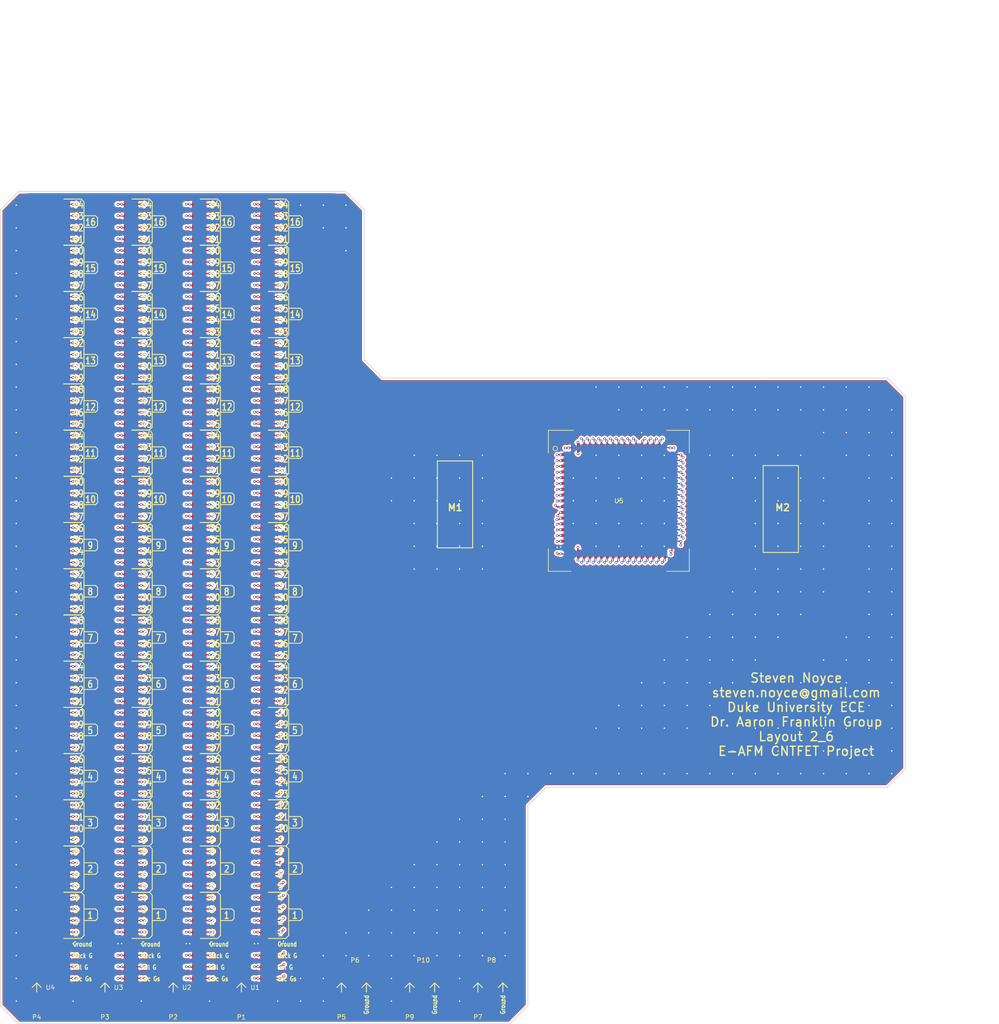
<source format=kicad_pcb>
(kicad_pcb (version 4) (host pcbnew 4.0.5)
  (layers (0 F.Cu signal) (1 In1.Cu signal) (2 In2.Cu signal) (31 B.Cu signal) (34 B.Paste user) (35 F.Paste user) (36 B.SilkS user) (37 F.SilkS user) (38 B.Mask user) (39 F.Mask user) (44 Edge.Cuts user))
  (net 0 "")
  (net 1 GND)
  (net 2 "Net-(P1-Pad1)")
  (net 3 "Net-(P2-Pad1)")
  (net 4 "Net-(P3-Pad1)")
  (net 5 "Net-(P4-Pad1)")
  (net 6 "Net-(P5-Pad1)")
  (net 7 "Net-(P7-Pad1)")
  (net 8 "Net-(P10-Pad1)")
  (net 9 1)
  (net 10 2)
  (net 11 3)
  (net 12 5)
  (net 13 6)
  (net 14 7)
  (net 15 8)
  (net 16 9)
  (net 17 10)
  (net 18 11)
  (net 19 12)
  (net 20 13)
  (net 21 14)
  (net 22 15)
  (net 23 16)
  (net 24 17)
  (net 25 18)
  (net 26 19)
  (net 27 20)
  (net 28 21)
  (net 29 22)
  (net 30 23)
  (net 31 24)
  (net 32 25)
  (net 33 26)
  (net 34 27)
  (net 35 28)
  (net 36 29)
  (net 37 30)
  (net 38 31)
  (net 39 32)
  (net 40 33)
  (net 41 34)
  (net 42 35)
  (net 43 36)
  (net 44 37)
  (net 45 38)
  (net 46 39)
  (net 47 40)
  (net 48 41)
  (net 49 42)
  (net 50 43)
  (net 51 44)
  (net 52 45)
  (net 53 46)
  (net 54 47)
  (net 55 48)
  (net 56 49)
  (net 57 50)
  (net 58 51)
  (net 59 52)
  (net 60 53)
  (net 61 54)
  (net 62 55)
  (net 63 56)
  (net 64 57)
  (net 65 58)
  (net 66 59)
  (net 67 60)
  (net 68 61)
  (net 69 62)
  (net 70 63)
  (net 71 64)
  (net 72 65)
  (net 73 66)
  (net 74 67)
  (net 75 68)
  (module "NoyceLibrary:IPEX_Connector_SMD_(RECE.20279.001E.01)" (layer F.Cu) (at 154 210 180)
    (fp_text reference P9 (at 0 -3.5 180) (layer F.SilkS))
    (fp_text value CONN_01X02)
    (pad 2 smd rect (at 1.685 -1.25 180) (size 1.2 2.5) (layers F.Cu F.Paste F.Mask) (net 1 GND))
    (pad 2 smd rect (at -1.685 -1.25 180) (size 1.2 2.5) (layers F.Cu F.Paste F.Mask) (net 1 GND))
    (pad 1 smd rect (at 0 0.48 180) (size 1.15 1.2) (layers F.Cu F.Paste F.Mask) (net 8 "Net-(P10-Pad1)"))
  )
  (module "NoyceLibrary:IPEX_Connector_SMD_(RECE.20279.001E.01)" (layer F.Cu) (at 169 210 180)
    (fp_text reference P7 (at 0 -3.5 180) (layer F.SilkS))
    (fp_text value CONN_01X02)
    (pad 2 smd rect (at 1.685 -1.25 180) (size 1.2 2.5) (layers F.Cu F.Paste F.Mask) (net 1 GND))
    (pad 2 smd rect (at -1.685 -1.25 180) (size 1.2 2.5) (layers F.Cu F.Paste F.Mask) (net 1 GND))
    (pad 1 smd rect (at 0 0.48 180) (size 1.15 1.2) (layers F.Cu F.Paste F.Mask) (net 7 "Net-(P7-Pad1)"))
  )
  (module "NoyceLibrary:IPEX_Connector_SMD_(RECE.20279.001E.01)" (layer F.Cu) (at 139 210 180)
    (fp_text reference P5 (at 0 -3.5 180) (layer F.SilkS))
    (fp_text value CONN_01X02)
    (pad 2 smd rect (at 1.685 -1.25 180) (size 1.2 2.5) (layers F.Cu F.Paste F.Mask) (net 1 GND))
    (pad 2 smd rect (at -1.685 -1.25 180) (size 1.2 2.5) (layers F.Cu F.Paste F.Mask) (net 1 GND))
    (pad 1 smd rect (at 0 0.48 180) (size 1.15 1.2) (layers F.Cu F.Paste F.Mask) (net 6 "Net-(P5-Pad1)"))
  )
  (module "NoyceLibrary:IPEX_Connector_SMD_(RECE.20279.001E.01)" (layer F.Cu) (at 72 210 180)
    (fp_text reference P4 (at 0 -3.5 180) (layer F.SilkS))
    (fp_text value CONN_01X02)
    (pad 2 smd rect (at 1.685 -1.25 180) (size 1.2 2.5) (layers F.Cu F.Paste F.Mask) (net 1 GND))
    (pad 2 smd rect (at -1.685 -1.25 180) (size 1.2 2.5) (layers F.Cu F.Paste F.Mask) (net 1 GND))
    (pad 1 smd rect (at 0 0.48 180) (size 1.15 1.2) (layers F.Cu F.Paste F.Mask) (net 5 "Net-(P4-Pad1)"))
  )
  (module "NoyceLibrary:IPEX_Connector_SMD_(RECE.20279.001E.01)" (layer F.Cu) (at 87 210 180)
    (fp_text reference P3 (at 0 -3.5 180) (layer F.SilkS))
    (fp_text value CONN_01X02)
    (pad 2 smd rect (at 1.685 -1.25 180) (size 1.2 2.5) (layers F.Cu F.Paste F.Mask) (net 1 GND))
    (pad 2 smd rect (at -1.685 -1.25 180) (size 1.2 2.5) (layers F.Cu F.Paste F.Mask) (net 1 GND))
    (pad 1 smd rect (at 0 0.48 180) (size 1.15 1.2) (layers F.Cu F.Paste F.Mask) (net 4 "Net-(P3-Pad1)"))
  )
  (module "NoyceLibrary:IPEX_Connector_SMD_(RECE.20279.001E.01)" (layer F.Cu) (at 102 210 180)
    (fp_text reference P2 (at 0 -3.5 180) (layer F.SilkS))
    (fp_text value CONN_01X02)
    (pad 2 smd rect (at 1.685 -1.25 180) (size 1.2 2.5) (layers F.Cu F.Paste F.Mask) (net 1 GND))
    (pad 2 smd rect (at -1.685 -1.25 180) (size 1.2 2.5) (layers F.Cu F.Paste F.Mask) (net 1 GND))
    (pad 1 smd rect (at 0 0.48 180) (size 1.15 1.2) (layers F.Cu F.Paste F.Mask) (net 3 "Net-(P2-Pad1)"))
  )
  (module "NoyceLibrary:IPEX_Connector_SMD_(RECE.20279.001E.01)" (layer F.Cu) (at 117 210 180)
    (fp_text reference P1 (at 0 -3.5 180) (layer F.SilkS))
    (fp_text value CONN_01X02)
    (pad 2 smd rect (at 1.685 -1.25 180) (size 1.2 2.5) (layers F.Cu F.Paste F.Mask) (net 1 GND))
    (pad 2 smd rect (at -1.685 -1.25 180) (size 1.2 2.5) (layers F.Cu F.Paste F.Mask) (net 1 GND))
    (pad 1 smd rect (at 0 0.48 180) (size 1.15 1.2) (layers F.Cu F.Paste F.Mask) (net 2 "Net-(P1-Pad1)"))
  )
  (module "NoyceLibrary:Headers_SMD_2x2_(cut_95157-240LF)" (layer F.Cu) (at 142 204 90)
    (fp_text reference P6 (at 3 -0.014 180) (layer F.SilkS))
    (fp_text value CONN_02X02)
    (pad 1 smd rect (at -1.27 -2.73 90) (size 1.27 3.18) (layers F.Cu F.Paste F.Mask) (net 6 "Net-(P5-Pad1)"))
    (pad 3 smd rect (at 1.27 -2.73 90) (size 1.27 3.18) (layers F.Cu F.Paste F.Mask) (net 6 "Net-(P5-Pad1)"))
    (pad 2 smd rect (at -1.27 2.73 90) (size 1.27 3.18) (layers F.Cu F.Paste F.Mask) (net 1 GND))
    (pad 4 smd rect (at 1.27 2.73 90) (size 1.27 3.18) (layers F.Cu F.Paste F.Mask) (net 1 GND))
  )
  (module "NoyceLibrary:Headers_SMD_2x2_(cut_95157-240LF)" (layer F.Cu) (at 172 204 90)
    (fp_text reference P8 (at 3 0 180) (layer F.SilkS))
    (fp_text value CONN_02X02)
    (pad 1 smd rect (at -1.27 -2.73 90) (size 1.27 3.18) (layers F.Cu F.Paste F.Mask) (net 7 "Net-(P7-Pad1)"))
    (pad 3 smd rect (at 1.27 -2.73 90) (size 1.27 3.18) (layers F.Cu F.Paste F.Mask) (net 7 "Net-(P7-Pad1)"))
    (pad 2 smd rect (at -1.27 2.73 90) (size 1.27 3.18) (layers F.Cu F.Paste F.Mask) (net 1 GND))
    (pad 4 smd rect (at 1.27 2.73 90) (size 1.27 3.18) (layers F.Cu F.Paste F.Mask) (net 1 GND))
  )
  (module "NoyceLibrary:Headers_SMD_2x2_(cut_95157-240LF)" (layer F.Cu) (at 157 204 90)
    (fp_text reference P10 (at 3 0 180) (layer F.SilkS))
    (fp_text value CONN_02X02)
    (pad 1 smd rect (at -1.27 -2.73 90) (size 1.27 3.18) (layers F.Cu F.Paste F.Mask) (net 8 "Net-(P10-Pad1)"))
    (pad 3 smd rect (at 1.27 -2.73 90) (size 1.27 3.18) (layers F.Cu F.Paste F.Mask) (net 8 "Net-(P10-Pad1)"))
    (pad 2 smd rect (at -1.27 2.73 90) (size 1.27 3.18) (layers F.Cu F.Paste F.Mask) (net 1 GND))
    (pad 4 smd rect (at 1.27 2.73 90) (size 1.27 3.18) (layers F.Cu F.Paste F.Mask) (net 1 GND))
  )
  (module "NoyceLibrary:Headers_SMD_2x68_(mult_95157-240LF)" (layer F.Cu) (at 120 120 90)
    (fp_text reference U1 (at -87 0 180) (layer F.SilkS))
    (fp_text value "Headers_SMD_2x68_(mult_95157-240LF)")
    (pad 2 smd rect (at -85.09 -2.73 90) (size 1.27 3.18) (layers F.Cu F.Paste F.Mask) (net 2 "Net-(P1-Pad1)"))
    (pad 4 smd rect (at -82.55 -2.73 90) (size 1.27 3.18) (layers F.Cu F.Paste F.Mask) (net 2 "Net-(P1-Pad1)"))
    (pad 6 smd rect (at -80.01 -2.73 90) (size 1.27 3.18) (layers F.Cu F.Paste F.Mask) (net 2 "Net-(P1-Pad1)"))
    (pad 8 smd rect (at -77.47 -2.73 90) (size 1.27 3.18) (layers F.Cu F.Paste F.Mask) (net 2 "Net-(P1-Pad1)"))
    (pad 10 smd rect (at -74.93 -2.73 90) (size 1.27 3.18) (layers F.Cu F.Paste F.Mask) (net 2 "Net-(P1-Pad1)"))
    (pad 12 smd rect (at -72.39 -2.73 90) (size 1.27 3.18) (layers F.Cu F.Paste F.Mask) (net 2 "Net-(P1-Pad1)"))
    (pad 14 smd rect (at -69.85 -2.73 90) (size 1.27 3.18) (layers F.Cu F.Paste F.Mask) (net 2 "Net-(P1-Pad1)"))
    (pad 16 smd rect (at -67.31 -2.73 90) (size 1.27 3.18) (layers F.Cu F.Paste F.Mask) (net 2 "Net-(P1-Pad1)"))
    (pad 18 smd rect (at -64.77 -2.73 90) (size 1.27 3.18) (layers F.Cu F.Paste F.Mask) (net 2 "Net-(P1-Pad1)"))
    (pad 20 smd rect (at -62.23 -2.73 90) (size 1.27 3.18) (layers F.Cu F.Paste F.Mask) (net 2 "Net-(P1-Pad1)"))
    (pad 22 smd rect (at -59.69 -2.73 90) (size 1.27 3.18) (layers F.Cu F.Paste F.Mask) (net 2 "Net-(P1-Pad1)"))
    (pad 24 smd rect (at -57.15 -2.73 90) (size 1.27 3.18) (layers F.Cu F.Paste F.Mask) (net 2 "Net-(P1-Pad1)"))
    (pad 26 smd rect (at -54.61 -2.73 90) (size 1.27 3.18) (layers F.Cu F.Paste F.Mask) (net 2 "Net-(P1-Pad1)"))
    (pad 28 smd rect (at -52.07 -2.73 90) (size 1.27 3.18) (layers F.Cu F.Paste F.Mask) (net 2 "Net-(P1-Pad1)"))
    (pad 30 smd rect (at -49.53 -2.73 90) (size 1.27 3.18) (layers F.Cu F.Paste F.Mask) (net 2 "Net-(P1-Pad1)"))
    (pad 32 smd rect (at -46.99 -2.73 90) (size 1.27 3.18) (layers F.Cu F.Paste F.Mask) (net 2 "Net-(P1-Pad1)"))
    (pad 34 smd rect (at -44.45 -2.73 90) (size 1.27 3.18) (layers F.Cu F.Paste F.Mask) (net 2 "Net-(P1-Pad1)"))
    (pad 36 smd rect (at -41.91 -2.73 90) (size 1.27 3.18) (layers F.Cu F.Paste F.Mask) (net 2 "Net-(P1-Pad1)"))
    (pad 38 smd rect (at -39.37 -2.73 90) (size 1.27 3.18) (layers F.Cu F.Paste F.Mask) (net 2 "Net-(P1-Pad1)"))
    (pad 40 smd rect (at -36.83 -2.73 90) (size 1.27 3.18) (layers F.Cu F.Paste F.Mask) (net 2 "Net-(P1-Pad1)"))
    (pad 42 smd rect (at -34.29 -2.73 90) (size 1.27 3.18) (layers F.Cu F.Paste F.Mask) (net 2 "Net-(P1-Pad1)"))
    (pad 44 smd rect (at -31.75 -2.73 90) (size 1.27 3.18) (layers F.Cu F.Paste F.Mask) (net 2 "Net-(P1-Pad1)"))
    (pad 46 smd rect (at -29.21 -2.73 90) (size 1.27 3.18) (layers F.Cu F.Paste F.Mask) (net 2 "Net-(P1-Pad1)"))
    (pad 48 smd rect (at -26.67 -2.73 90) (size 1.27 3.18) (layers F.Cu F.Paste F.Mask) (net 2 "Net-(P1-Pad1)"))
    (pad 50 smd rect (at -24.13 -2.73 90) (size 1.27 3.18) (layers F.Cu F.Paste F.Mask) (net 2 "Net-(P1-Pad1)"))
    (pad 52 smd rect (at -21.59 -2.73 90) (size 1.27 3.18) (layers F.Cu F.Paste F.Mask) (net 2 "Net-(P1-Pad1)"))
    (pad 54 smd rect (at -19.05 -2.73 90) (size 1.27 3.18) (layers F.Cu F.Paste F.Mask) (net 2 "Net-(P1-Pad1)"))
    (pad 56 smd rect (at -16.51 -2.73 90) (size 1.27 3.18) (layers F.Cu F.Paste F.Mask) (net 2 "Net-(P1-Pad1)"))
    (pad 58 smd rect (at -13.97 -2.73 90) (size 1.27 3.18) (layers F.Cu F.Paste F.Mask) (net 2 "Net-(P1-Pad1)"))
    (pad 60 smd rect (at -11.43 -2.73 90) (size 1.27 3.18) (layers F.Cu F.Paste F.Mask) (net 2 "Net-(P1-Pad1)"))
    (pad 62 smd rect (at -8.89 -2.73 90) (size 1.27 3.18) (layers F.Cu F.Paste F.Mask) (net 2 "Net-(P1-Pad1)"))
    (pad 64 smd rect (at -6.35 -2.73 90) (size 1.27 3.18) (layers F.Cu F.Paste F.Mask) (net 2 "Net-(P1-Pad1)"))
    (pad 66 smd rect (at -3.81 -2.73 90) (size 1.27 3.18) (layers F.Cu F.Paste F.Mask) (net 2 "Net-(P1-Pad1)"))
    (pad 68 smd rect (at -1.27 -2.73 90) (size 1.27 3.18) (layers F.Cu F.Paste F.Mask) (net 2 "Net-(P1-Pad1)"))
    (pad 70 smd rect (at 1.27 -2.73 90) (size 1.27 3.18) (layers F.Cu F.Paste F.Mask) (net 2 "Net-(P1-Pad1)"))
    (pad 72 smd rect (at 3.81 -2.73 90) (size 1.27 3.18) (layers F.Cu F.Paste F.Mask) (net 2 "Net-(P1-Pad1)"))
    (pad 74 smd rect (at 6.35 -2.73 90) (size 1.27 3.18) (layers F.Cu F.Paste F.Mask) (net 2 "Net-(P1-Pad1)"))
    (pad 76 smd rect (at 8.89 -2.73 90) (size 1.27 3.18) (layers F.Cu F.Paste F.Mask) (net 2 "Net-(P1-Pad1)"))
    (pad 78 smd rect (at 11.43 -2.73 90) (size 1.27 3.18) (layers F.Cu F.Paste F.Mask) (net 2 "Net-(P1-Pad1)"))
    (pad 80 smd rect (at 13.97 -2.73 90) (size 1.27 3.18) (layers F.Cu F.Paste F.Mask) (net 2 "Net-(P1-Pad1)"))
    (pad 82 smd rect (at 16.51 -2.73 90) (size 1.27 3.18) (layers F.Cu F.Paste F.Mask) (net 2 "Net-(P1-Pad1)"))
    (pad 84 smd rect (at 19.05 -2.73 90) (size 1.27 3.18) (layers F.Cu F.Paste F.Mask) (net 2 "Net-(P1-Pad1)"))
    (pad 86 smd rect (at 21.59 -2.73 90) (size 1.27 3.18) (layers F.Cu F.Paste F.Mask) (net 2 "Net-(P1-Pad1)"))
    (pad 88 smd rect (at 24.13 -2.73 90) (size 1.27 3.18) (layers F.Cu F.Paste F.Mask) (net 2 "Net-(P1-Pad1)"))
    (pad 90 smd rect (at 26.67 -2.73 90) (size 1.27 3.18) (layers F.Cu F.Paste F.Mask) (net 2 "Net-(P1-Pad1)"))
    (pad 92 smd rect (at 29.21 -2.73 90) (size 1.27 3.18) (layers F.Cu F.Paste F.Mask) (net 2 "Net-(P1-Pad1)"))
    (pad 94 smd rect (at 31.75 -2.73 90) (size 1.27 3.18) (layers F.Cu F.Paste F.Mask) (net 2 "Net-(P1-Pad1)"))
    (pad 96 smd rect (at 34.29 -2.73 90) (size 1.27 3.18) (layers F.Cu F.Paste F.Mask) (net 2 "Net-(P1-Pad1)"))
    (pad 98 smd rect (at 36.83 -2.73 90) (size 1.27 3.18) (layers F.Cu F.Paste F.Mask) (net 2 "Net-(P1-Pad1)"))
    (pad 100 smd rect (at 39.37 -2.73 90) (size 1.27 3.18) (layers F.Cu F.Paste F.Mask) (net 2 "Net-(P1-Pad1)"))
    (pad 102 smd rect (at 41.91 -2.73 90) (size 1.27 3.18) (layers F.Cu F.Paste F.Mask) (net 2 "Net-(P1-Pad1)"))
    (pad 104 smd rect (at 44.45 -2.73 90) (size 1.27 3.18) (layers F.Cu F.Paste F.Mask) (net 2 "Net-(P1-Pad1)"))
    (pad 106 smd rect (at 46.99 -2.73 90) (size 1.27 3.18) (layers F.Cu F.Paste F.Mask) (net 2 "Net-(P1-Pad1)"))
    (pad 108 smd rect (at 49.53 -2.73 90) (size 1.27 3.18) (layers F.Cu F.Paste F.Mask) (net 2 "Net-(P1-Pad1)"))
    (pad 110 smd rect (at 52.07 -2.73 90) (size 1.27 3.18) (layers F.Cu F.Paste F.Mask) (net 2 "Net-(P1-Pad1)"))
    (pad 112 smd rect (at 54.61 -2.73 90) (size 1.27 3.18) (layers F.Cu F.Paste F.Mask) (net 2 "Net-(P1-Pad1)"))
    (pad 114 smd rect (at 57.15 -2.73 90) (size 1.27 3.18) (layers F.Cu F.Paste F.Mask) (net 2 "Net-(P1-Pad1)"))
    (pad 116 smd rect (at 59.69 -2.73 90) (size 1.27 3.18) (layers F.Cu F.Paste F.Mask) (net 2 "Net-(P1-Pad1)"))
    (pad 118 smd rect (at 62.23 -2.73 90) (size 1.27 3.18) (layers F.Cu F.Paste F.Mask) (net 2 "Net-(P1-Pad1)"))
    (pad 120 smd rect (at 64.77 -2.73 90) (size 1.27 3.18) (layers F.Cu F.Paste F.Mask) (net 2 "Net-(P1-Pad1)"))
    (pad 122 smd rect (at 67.31 -2.73 90) (size 1.27 3.18) (layers F.Cu F.Paste F.Mask) (net 2 "Net-(P1-Pad1)"))
    (pad 124 smd rect (at 69.85 -2.73 90) (size 1.27 3.18) (layers F.Cu F.Paste F.Mask) (net 2 "Net-(P1-Pad1)"))
    (pad 126 smd rect (at 72.39 -2.73 90) (size 1.27 3.18) (layers F.Cu F.Paste F.Mask) (net 2 "Net-(P1-Pad1)"))
    (pad 128 smd rect (at 74.93 -2.73 90) (size 1.27 3.18) (layers F.Cu F.Paste F.Mask) (net 2 "Net-(P1-Pad1)"))
    (pad 130 smd rect (at 77.47 -2.73 90) (size 1.27 3.18) (layers F.Cu F.Paste F.Mask) (net 2 "Net-(P1-Pad1)"))
    (pad 132 smd rect (at 80.01 -2.73 90) (size 1.27 3.18) (layers F.Cu F.Paste F.Mask) (net 2 "Net-(P1-Pad1)"))
    (pad 134 smd rect (at 82.55 -2.73 90) (size 1.27 3.18) (layers F.Cu F.Paste F.Mask) (net 2 "Net-(P1-Pad1)"))
    (pad 136 smd rect (at 85.09 -2.73 90) (size 1.27 3.18) (layers F.Cu F.Paste F.Mask) (net 2 "Net-(P1-Pad1)"))
    (pad 1 smd rect (at -85.09 2.73 90) (size 1.27 3.18) (layers F.Cu F.Paste F.Mask) (net 9 1))
    (pad 3 smd rect (at -82.55 2.73 90) (size 1.27 3.18) (layers F.Cu F.Paste F.Mask) (net 10 2))
    (pad 5 smd rect (at -80.01 2.73 90) (size 1.27 3.18) (layers F.Cu F.Paste F.Mask) (net 11 3))
    (pad 7 smd rect (at -77.47 2.73 90) (size 1.27 3.18) (layers F.Cu F.Paste F.Mask) (net 1 GND))
    (pad 9 smd rect (at -74.93 2.73 90) (size 1.27 3.18) (layers F.Cu F.Paste F.Mask) (net 12 5))
    (pad 11 smd rect (at -72.39 2.73 90) (size 1.27 3.18) (layers F.Cu F.Paste F.Mask) (net 13 6))
    (pad 13 smd rect (at -69.85 2.73 90) (size 1.27 3.18) (layers F.Cu F.Paste F.Mask) (net 14 7))
    (pad 15 smd rect (at -67.31 2.73 90) (size 1.27 3.18) (layers F.Cu F.Paste F.Mask) (net 15 8))
    (pad 17 smd rect (at -64.77 2.73 90) (size 1.27 3.18) (layers F.Cu F.Paste F.Mask) (net 16 9))
    (pad 19 smd rect (at -62.23 2.73 90) (size 1.27 3.18) (layers F.Cu F.Paste F.Mask) (net 17 10))
    (pad 21 smd rect (at -59.69 2.73 90) (size 1.27 3.18) (layers F.Cu F.Paste F.Mask) (net 18 11))
    (pad 23 smd rect (at -57.15 2.73 90) (size 1.27 3.18) (layers F.Cu F.Paste F.Mask) (net 19 12))
    (pad 25 smd rect (at -54.61 2.73 90) (size 1.27 3.18) (layers F.Cu F.Paste F.Mask) (net 20 13))
    (pad 27 smd rect (at -52.07 2.73 90) (size 1.27 3.18) (layers F.Cu F.Paste F.Mask) (net 21 14))
    (pad 29 smd rect (at -49.53 2.73 90) (size 1.27 3.18) (layers F.Cu F.Paste F.Mask) (net 22 15))
    (pad 31 smd rect (at -46.99 2.73 90) (size 1.27 3.18) (layers F.Cu F.Paste F.Mask) (net 23 16))
    (pad 33 smd rect (at -44.45 2.73 90) (size 1.27 3.18) (layers F.Cu F.Paste F.Mask) (net 24 17))
    (pad 35 smd rect (at -41.91 2.73 90) (size 1.27 3.18) (layers F.Cu F.Paste F.Mask) (net 25 18))
    (pad 37 smd rect (at -39.37 2.73 90) (size 1.27 3.18) (layers F.Cu F.Paste F.Mask) (net 26 19))
    (pad 39 smd rect (at -36.83 2.73 90) (size 1.27 3.18) (layers F.Cu F.Paste F.Mask) (net 27 20))
    (pad 41 smd rect (at -34.29 2.73 90) (size 1.27 3.18) (layers F.Cu F.Paste F.Mask) (net 28 21))
    (pad 43 smd rect (at -31.75 2.73 90) (size 1.27 3.18) (layers F.Cu F.Paste F.Mask) (net 29 22))
    (pad 45 smd rect (at -29.21 2.73 90) (size 1.27 3.18) (layers F.Cu F.Paste F.Mask) (net 30 23))
    (pad 47 smd rect (at -26.67 2.73 90) (size 1.27 3.18) (layers F.Cu F.Paste F.Mask) (net 31 24))
    (pad 49 smd rect (at -24.13 2.73 90) (size 1.27 3.18) (layers F.Cu F.Paste F.Mask) (net 32 25))
    (pad 51 smd rect (at -21.59 2.73 90) (size 1.27 3.18) (layers F.Cu F.Paste F.Mask) (net 33 26))
    (pad 53 smd rect (at -19.05 2.73 90) (size 1.27 3.18) (layers F.Cu F.Paste F.Mask) (net 34 27))
    (pad 55 smd rect (at -16.51 2.73 90) (size 1.27 3.18) (layers F.Cu F.Paste F.Mask) (net 35 28))
    (pad 57 smd rect (at -13.97 2.73 90) (size 1.27 3.18) (layers F.Cu F.Paste F.Mask) (net 36 29))
    (pad 59 smd rect (at -11.43 2.73 90) (size 1.27 3.18) (layers F.Cu F.Paste F.Mask) (net 37 30))
    (pad 61 smd rect (at -8.89 2.73 90) (size 1.27 3.18) (layers F.Cu F.Paste F.Mask) (net 38 31))
    (pad 63 smd rect (at -6.35 2.73 90) (size 1.27 3.18) (layers F.Cu F.Paste F.Mask) (net 39 32))
    (pad 65 smd rect (at -3.81 2.73 90) (size 1.27 3.18) (layers F.Cu F.Paste F.Mask) (net 40 33))
    (pad 67 smd rect (at -1.27 2.73 90) (size 1.27 3.18) (layers F.Cu F.Paste F.Mask) (net 41 34))
    (pad 69 smd rect (at 1.27 2.73 90) (size 1.27 3.18) (layers F.Cu F.Paste F.Mask) (net 42 35))
    (pad 71 smd rect (at 3.81 2.73 90) (size 1.27 3.18) (layers F.Cu F.Paste F.Mask) (net 43 36))
    (pad 73 smd rect (at 6.35 2.73 90) (size 1.27 3.18) (layers F.Cu F.Paste F.Mask) (net 44 37))
    (pad 75 smd rect (at 8.89 2.73 90) (size 1.27 3.18) (layers F.Cu F.Paste F.Mask) (net 45 38))
    (pad 77 smd rect (at 11.43 2.73 90) (size 1.27 3.18) (layers F.Cu F.Paste F.Mask) (net 46 39))
    (pad 79 smd rect (at 13.97 2.73 90) (size 1.27 3.18) (layers F.Cu F.Paste F.Mask) (net 47 40))
    (pad 81 smd rect (at 16.51 2.73 90) (size 1.27 3.18) (layers F.Cu F.Paste F.Mask) (net 48 41))
    (pad 83 smd rect (at 19.05 2.73 90) (size 1.27 3.18) (layers F.Cu F.Paste F.Mask) (net 49 42))
    (pad 85 smd rect (at 21.59 2.73 90) (size 1.27 3.18) (layers F.Cu F.Paste F.Mask) (net 50 43))
    (pad 87 smd rect (at 24.13 2.73 90) (size 1.27 3.18) (layers F.Cu F.Paste F.Mask) (net 51 44))
    (pad 89 smd rect (at 26.67 2.73 90) (size 1.27 3.18) (layers F.Cu F.Paste F.Mask) (net 52 45))
    (pad 91 smd rect (at 29.21 2.73 90) (size 1.27 3.18) (layers F.Cu F.Paste F.Mask) (net 53 46))
    (pad 93 smd rect (at 31.75 2.73 90) (size 1.27 3.18) (layers F.Cu F.Paste F.Mask) (net 54 47))
    (pad 95 smd rect (at 34.29 2.73 90) (size 1.27 3.18) (layers F.Cu F.Paste F.Mask) (net 55 48))
    (pad 97 smd rect (at 36.83 2.73 90) (size 1.27 3.18) (layers F.Cu F.Paste F.Mask) (net 56 49))
    (pad 99 smd rect (at 39.37 2.73 90) (size 1.27 3.18) (layers F.Cu F.Paste F.Mask) (net 57 50))
    (pad 101 smd rect (at 41.91 2.73 90) (size 1.27 3.18) (layers F.Cu F.Paste F.Mask) (net 58 51))
    (pad 103 smd rect (at 44.45 2.73 90) (size 1.27 3.18) (layers F.Cu F.Paste F.Mask) (net 59 52))
    (pad 105 smd rect (at 46.99 2.73 90) (size 1.27 3.18) (layers F.Cu F.Paste F.Mask) (net 60 53))
    (pad 107 smd rect (at 49.53 2.73 90) (size 1.27 3.18) (layers F.Cu F.Paste F.Mask) (net 61 54))
    (pad 109 smd rect (at 52.07 2.73 90) (size 1.27 3.18) (layers F.Cu F.Paste F.Mask) (net 62 55))
    (pad 111 smd rect (at 54.61 2.73 90) (size 1.27 3.18) (layers F.Cu F.Paste F.Mask) (net 63 56))
    (pad 113 smd rect (at 57.15 2.73 90) (size 1.27 3.18) (layers F.Cu F.Paste F.Mask) (net 64 57))
    (pad 115 smd rect (at 59.69 2.73 90) (size 1.27 3.18) (layers F.Cu F.Paste F.Mask) (net 65 58))
    (pad 117 smd rect (at 62.23 2.73 90) (size 1.27 3.18) (layers F.Cu F.Paste F.Mask) (net 66 59))
    (pad 119 smd rect (at 64.77 2.73 90) (size 1.27 3.18) (layers F.Cu F.Paste F.Mask) (net 67 60))
    (pad 121 smd rect (at 67.31 2.73 90) (size 1.27 3.18) (layers F.Cu F.Paste F.Mask) (net 68 61))
    (pad 123 smd rect (at 69.85 2.73 90) (size 1.27 3.18) (layers F.Cu F.Paste F.Mask) (net 69 62))
    (pad 125 smd rect (at 72.39 2.73 90) (size 1.27 3.18) (layers F.Cu F.Paste F.Mask) (net 70 63))
    (pad 127 smd rect (at 74.93 2.73 90) (size 1.27 3.18) (layers F.Cu F.Paste F.Mask) (net 71 64))
    (pad 129 smd rect (at 77.47 2.73 90) (size 1.27 3.18) (layers F.Cu F.Paste F.Mask) (net 72 65))
    (pad 131 smd rect (at 80.01 2.73 90) (size 1.27 3.18) (layers F.Cu F.Paste F.Mask) (net 73 66))
    (pad 133 smd rect (at 82.55 2.73 90) (size 1.27 3.18) (layers F.Cu F.Paste F.Mask) (net 74 67))
    (pad 135 smd rect (at 85.09 2.73 90) (size 1.27 3.18) (layers F.Cu F.Paste F.Mask) (net 75 68))
  )
  (module "NoyceLibrary:Headers_SMD_2x68_(mult_95157-240LF)" (layer F.Cu) (at 105 120 90)
    (fp_text reference U2 (at -87 0 180) (layer F.SilkS))
    (fp_text value "Headers_SMD_2x68_(mult_95157-240LF)")
    (pad 2 smd rect (at -85.09 -2.73 90) (size 1.27 3.18) (layers F.Cu F.Paste F.Mask) (net 3 "Net-(P2-Pad1)"))
    (pad 4 smd rect (at -82.55 -2.73 90) (size 1.27 3.18) (layers F.Cu F.Paste F.Mask) (net 3 "Net-(P2-Pad1)"))
    (pad 6 smd rect (at -80.01 -2.73 90) (size 1.27 3.18) (layers F.Cu F.Paste F.Mask) (net 3 "Net-(P2-Pad1)"))
    (pad 8 smd rect (at -77.47 -2.73 90) (size 1.27 3.18) (layers F.Cu F.Paste F.Mask) (net 3 "Net-(P2-Pad1)"))
    (pad 10 smd rect (at -74.93 -2.73 90) (size 1.27 3.18) (layers F.Cu F.Paste F.Mask) (net 3 "Net-(P2-Pad1)"))
    (pad 12 smd rect (at -72.39 -2.73 90) (size 1.27 3.18) (layers F.Cu F.Paste F.Mask) (net 3 "Net-(P2-Pad1)"))
    (pad 14 smd rect (at -69.85 -2.73 90) (size 1.27 3.18) (layers F.Cu F.Paste F.Mask) (net 3 "Net-(P2-Pad1)"))
    (pad 16 smd rect (at -67.31 -2.73 90) (size 1.27 3.18) (layers F.Cu F.Paste F.Mask) (net 3 "Net-(P2-Pad1)"))
    (pad 18 smd rect (at -64.77 -2.73 90) (size 1.27 3.18) (layers F.Cu F.Paste F.Mask) (net 3 "Net-(P2-Pad1)"))
    (pad 20 smd rect (at -62.23 -2.73 90) (size 1.27 3.18) (layers F.Cu F.Paste F.Mask) (net 3 "Net-(P2-Pad1)"))
    (pad 22 smd rect (at -59.69 -2.73 90) (size 1.27 3.18) (layers F.Cu F.Paste F.Mask) (net 3 "Net-(P2-Pad1)"))
    (pad 24 smd rect (at -57.15 -2.73 90) (size 1.27 3.18) (layers F.Cu F.Paste F.Mask) (net 3 "Net-(P2-Pad1)"))
    (pad 26 smd rect (at -54.61 -2.73 90) (size 1.27 3.18) (layers F.Cu F.Paste F.Mask) (net 3 "Net-(P2-Pad1)"))
    (pad 28 smd rect (at -52.07 -2.73 90) (size 1.27 3.18) (layers F.Cu F.Paste F.Mask) (net 3 "Net-(P2-Pad1)"))
    (pad 30 smd rect (at -49.53 -2.73 90) (size 1.27 3.18) (layers F.Cu F.Paste F.Mask) (net 3 "Net-(P2-Pad1)"))
    (pad 32 smd rect (at -46.99 -2.73 90) (size 1.27 3.18) (layers F.Cu F.Paste F.Mask) (net 3 "Net-(P2-Pad1)"))
    (pad 34 smd rect (at -44.45 -2.73 90) (size 1.27 3.18) (layers F.Cu F.Paste F.Mask) (net 3 "Net-(P2-Pad1)"))
    (pad 36 smd rect (at -41.91 -2.73 90) (size 1.27 3.18) (layers F.Cu F.Paste F.Mask) (net 3 "Net-(P2-Pad1)"))
    (pad 38 smd rect (at -39.37 -2.73 90) (size 1.27 3.18) (layers F.Cu F.Paste F.Mask) (net 3 "Net-(P2-Pad1)"))
    (pad 40 smd rect (at -36.83 -2.73 90) (size 1.27 3.18) (layers F.Cu F.Paste F.Mask) (net 3 "Net-(P2-Pad1)"))
    (pad 42 smd rect (at -34.29 -2.73 90) (size 1.27 3.18) (layers F.Cu F.Paste F.Mask) (net 3 "Net-(P2-Pad1)"))
    (pad 44 smd rect (at -31.75 -2.73 90) (size 1.27 3.18) (layers F.Cu F.Paste F.Mask) (net 3 "Net-(P2-Pad1)"))
    (pad 46 smd rect (at -29.21 -2.73 90) (size 1.27 3.18) (layers F.Cu F.Paste F.Mask) (net 3 "Net-(P2-Pad1)"))
    (pad 48 smd rect (at -26.67 -2.73 90) (size 1.27 3.18) (layers F.Cu F.Paste F.Mask) (net 3 "Net-(P2-Pad1)"))
    (pad 50 smd rect (at -24.13 -2.73 90) (size 1.27 3.18) (layers F.Cu F.Paste F.Mask) (net 3 "Net-(P2-Pad1)"))
    (pad 52 smd rect (at -21.59 -2.73 90) (size 1.27 3.18) (layers F.Cu F.Paste F.Mask) (net 3 "Net-(P2-Pad1)"))
    (pad 54 smd rect (at -19.05 -2.73 90) (size 1.27 3.18) (layers F.Cu F.Paste F.Mask) (net 3 "Net-(P2-Pad1)"))
    (pad 56 smd rect (at -16.51 -2.73 90) (size 1.27 3.18) (layers F.Cu F.Paste F.Mask) (net 3 "Net-(P2-Pad1)"))
    (pad 58 smd rect (at -13.97 -2.73 90) (size 1.27 3.18) (layers F.Cu F.Paste F.Mask) (net 3 "Net-(P2-Pad1)"))
    (pad 60 smd rect (at -11.43 -2.73 90) (size 1.27 3.18) (layers F.Cu F.Paste F.Mask) (net 3 "Net-(P2-Pad1)"))
    (pad 62 smd rect (at -8.89 -2.73 90) (size 1.27 3.18) (layers F.Cu F.Paste F.Mask) (net 3 "Net-(P2-Pad1)"))
    (pad 64 smd rect (at -6.35 -2.73 90) (size 1.27 3.18) (layers F.Cu F.Paste F.Mask) (net 3 "Net-(P2-Pad1)"))
    (pad 66 smd rect (at -3.81 -2.73 90) (size 1.27 3.18) (layers F.Cu F.Paste F.Mask) (net 3 "Net-(P2-Pad1)"))
    (pad 68 smd rect (at -1.27 -2.73 90) (size 1.27 3.18) (layers F.Cu F.Paste F.Mask) (net 3 "Net-(P2-Pad1)"))
    (pad 70 smd rect (at 1.27 -2.73 90) (size 1.27 3.18) (layers F.Cu F.Paste F.Mask) (net 3 "Net-(P2-Pad1)"))
    (pad 72 smd rect (at 3.81 -2.73 90) (size 1.27 3.18) (layers F.Cu F.Paste F.Mask) (net 3 "Net-(P2-Pad1)"))
    (pad 74 smd rect (at 6.35 -2.73 90) (size 1.27 3.18) (layers F.Cu F.Paste F.Mask) (net 3 "Net-(P2-Pad1)"))
    (pad 76 smd rect (at 8.89 -2.73 90) (size 1.27 3.18) (layers F.Cu F.Paste F.Mask) (net 3 "Net-(P2-Pad1)"))
    (pad 78 smd rect (at 11.43 -2.73 90) (size 1.27 3.18) (layers F.Cu F.Paste F.Mask) (net 3 "Net-(P2-Pad1)"))
    (pad 80 smd rect (at 13.97 -2.73 90) (size 1.27 3.18) (layers F.Cu F.Paste F.Mask) (net 3 "Net-(P2-Pad1)"))
    (pad 82 smd rect (at 16.51 -2.73 90) (size 1.27 3.18) (layers F.Cu F.Paste F.Mask) (net 3 "Net-(P2-Pad1)"))
    (pad 84 smd rect (at 19.05 -2.73 90) (size 1.27 3.18) (layers F.Cu F.Paste F.Mask) (net 3 "Net-(P2-Pad1)"))
    (pad 86 smd rect (at 21.59 -2.73 90) (size 1.27 3.18) (layers F.Cu F.Paste F.Mask) (net 3 "Net-(P2-Pad1)"))
    (pad 88 smd rect (at 24.13 -2.73 90) (size 1.27 3.18) (layers F.Cu F.Paste F.Mask) (net 3 "Net-(P2-Pad1)"))
    (pad 90 smd rect (at 26.67 -2.73 90) (size 1.27 3.18) (layers F.Cu F.Paste F.Mask) (net 3 "Net-(P2-Pad1)"))
    (pad 92 smd rect (at 29.21 -2.73 90) (size 1.27 3.18) (layers F.Cu F.Paste F.Mask) (net 3 "Net-(P2-Pad1)"))
    (pad 94 smd rect (at 31.75 -2.73 90) (size 1.27 3.18) (layers F.Cu F.Paste F.Mask) (net 3 "Net-(P2-Pad1)"))
    (pad 96 smd rect (at 34.29 -2.73 90) (size 1.27 3.18) (layers F.Cu F.Paste F.Mask) (net 3 "Net-(P2-Pad1)"))
    (pad 98 smd rect (at 36.83 -2.73 90) (size 1.27 3.18) (layers F.Cu F.Paste F.Mask) (net 3 "Net-(P2-Pad1)"))
    (pad 100 smd rect (at 39.37 -2.73 90) (size 1.27 3.18) (layers F.Cu F.Paste F.Mask) (net 3 "Net-(P2-Pad1)"))
    (pad 102 smd rect (at 41.91 -2.73 90) (size 1.27 3.18) (layers F.Cu F.Paste F.Mask) (net 3 "Net-(P2-Pad1)"))
    (pad 104 smd rect (at 44.45 -2.73 90) (size 1.27 3.18) (layers F.Cu F.Paste F.Mask) (net 3 "Net-(P2-Pad1)"))
    (pad 106 smd rect (at 46.99 -2.73 90) (size 1.27 3.18) (layers F.Cu F.Paste F.Mask) (net 3 "Net-(P2-Pad1)"))
    (pad 108 smd rect (at 49.53 -2.73 90) (size 1.27 3.18) (layers F.Cu F.Paste F.Mask) (net 3 "Net-(P2-Pad1)"))
    (pad 110 smd rect (at 52.07 -2.73 90) (size 1.27 3.18) (layers F.Cu F.Paste F.Mask) (net 3 "Net-(P2-Pad1)"))
    (pad 112 smd rect (at 54.61 -2.73 90) (size 1.27 3.18) (layers F.Cu F.Paste F.Mask) (net 3 "Net-(P2-Pad1)"))
    (pad 114 smd rect (at 57.15 -2.73 90) (size 1.27 3.18) (layers F.Cu F.Paste F.Mask) (net 3 "Net-(P2-Pad1)"))
    (pad 116 smd rect (at 59.69 -2.73 90) (size 1.27 3.18) (layers F.Cu F.Paste F.Mask) (net 3 "Net-(P2-Pad1)"))
    (pad 118 smd rect (at 62.23 -2.73 90) (size 1.27 3.18) (layers F.Cu F.Paste F.Mask) (net 3 "Net-(P2-Pad1)"))
    (pad 120 smd rect (at 64.77 -2.73 90) (size 1.27 3.18) (layers F.Cu F.Paste F.Mask) (net 3 "Net-(P2-Pad1)"))
    (pad 122 smd rect (at 67.31 -2.73 90) (size 1.27 3.18) (layers F.Cu F.Paste F.Mask) (net 3 "Net-(P2-Pad1)"))
    (pad 124 smd rect (at 69.85 -2.73 90) (size 1.27 3.18) (layers F.Cu F.Paste F.Mask) (net 3 "Net-(P2-Pad1)"))
    (pad 126 smd rect (at 72.39 -2.73 90) (size 1.27 3.18) (layers F.Cu F.Paste F.Mask) (net 3 "Net-(P2-Pad1)"))
    (pad 128 smd rect (at 74.93 -2.73 90) (size 1.27 3.18) (layers F.Cu F.Paste F.Mask) (net 3 "Net-(P2-Pad1)"))
    (pad 130 smd rect (at 77.47 -2.73 90) (size 1.27 3.18) (layers F.Cu F.Paste F.Mask) (net 3 "Net-(P2-Pad1)"))
    (pad 132 smd rect (at 80.01 -2.73 90) (size 1.27 3.18) (layers F.Cu F.Paste F.Mask) (net 3 "Net-(P2-Pad1)"))
    (pad 134 smd rect (at 82.55 -2.73 90) (size 1.27 3.18) (layers F.Cu F.Paste F.Mask) (net 3 "Net-(P2-Pad1)"))
    (pad 136 smd rect (at 85.09 -2.73 90) (size 1.27 3.18) (layers F.Cu F.Paste F.Mask) (net 3 "Net-(P2-Pad1)"))
    (pad 1 smd rect (at -85.09 2.73 90) (size 1.27 3.18) (layers F.Cu F.Paste F.Mask) (net 9 1))
    (pad 3 smd rect (at -82.55 2.73 90) (size 1.27 3.18) (layers F.Cu F.Paste F.Mask) (net 10 2))
    (pad 5 smd rect (at -80.01 2.73 90) (size 1.27 3.18) (layers F.Cu F.Paste F.Mask) (net 11 3))
    (pad 7 smd rect (at -77.47 2.73 90) (size 1.27 3.18) (layers F.Cu F.Paste F.Mask) (net 1 GND))
    (pad 9 smd rect (at -74.93 2.73 90) (size 1.27 3.18) (layers F.Cu F.Paste F.Mask) (net 12 5))
    (pad 11 smd rect (at -72.39 2.73 90) (size 1.27 3.18) (layers F.Cu F.Paste F.Mask) (net 13 6))
    (pad 13 smd rect (at -69.85 2.73 90) (size 1.27 3.18) (layers F.Cu F.Paste F.Mask) (net 14 7))
    (pad 15 smd rect (at -67.31 2.73 90) (size 1.27 3.18) (layers F.Cu F.Paste F.Mask) (net 15 8))
    (pad 17 smd rect (at -64.77 2.73 90) (size 1.27 3.18) (layers F.Cu F.Paste F.Mask) (net 16 9))
    (pad 19 smd rect (at -62.23 2.73 90) (size 1.27 3.18) (layers F.Cu F.Paste F.Mask) (net 17 10))
    (pad 21 smd rect (at -59.69 2.73 90) (size 1.27 3.18) (layers F.Cu F.Paste F.Mask) (net 18 11))
    (pad 23 smd rect (at -57.15 2.73 90) (size 1.27 3.18) (layers F.Cu F.Paste F.Mask) (net 19 12))
    (pad 25 smd rect (at -54.61 2.73 90) (size 1.27 3.18) (layers F.Cu F.Paste F.Mask) (net 20 13))
    (pad 27 smd rect (at -52.07 2.73 90) (size 1.27 3.18) (layers F.Cu F.Paste F.Mask) (net 21 14))
    (pad 29 smd rect (at -49.53 2.73 90) (size 1.27 3.18) (layers F.Cu F.Paste F.Mask) (net 22 15))
    (pad 31 smd rect (at -46.99 2.73 90) (size 1.27 3.18) (layers F.Cu F.Paste F.Mask) (net 23 16))
    (pad 33 smd rect (at -44.45 2.73 90) (size 1.27 3.18) (layers F.Cu F.Paste F.Mask) (net 24 17))
    (pad 35 smd rect (at -41.91 2.73 90) (size 1.27 3.18) (layers F.Cu F.Paste F.Mask) (net 25 18))
    (pad 37 smd rect (at -39.37 2.73 90) (size 1.27 3.18) (layers F.Cu F.Paste F.Mask) (net 26 19))
    (pad 39 smd rect (at -36.83 2.73 90) (size 1.27 3.18) (layers F.Cu F.Paste F.Mask) (net 27 20))
    (pad 41 smd rect (at -34.29 2.73 90) (size 1.27 3.18) (layers F.Cu F.Paste F.Mask) (net 28 21))
    (pad 43 smd rect (at -31.75 2.73 90) (size 1.27 3.18) (layers F.Cu F.Paste F.Mask) (net 29 22))
    (pad 45 smd rect (at -29.21 2.73 90) (size 1.27 3.18) (layers F.Cu F.Paste F.Mask) (net 30 23))
    (pad 47 smd rect (at -26.67 2.73 90) (size 1.27 3.18) (layers F.Cu F.Paste F.Mask) (net 31 24))
    (pad 49 smd rect (at -24.13 2.73 90) (size 1.27 3.18) (layers F.Cu F.Paste F.Mask) (net 32 25))
    (pad 51 smd rect (at -21.59 2.73 90) (size 1.27 3.18) (layers F.Cu F.Paste F.Mask) (net 33 26))
    (pad 53 smd rect (at -19.05 2.73 90) (size 1.27 3.18) (layers F.Cu F.Paste F.Mask) (net 34 27))
    (pad 55 smd rect (at -16.51 2.73 90) (size 1.27 3.18) (layers F.Cu F.Paste F.Mask) (net 35 28))
    (pad 57 smd rect (at -13.97 2.73 90) (size 1.27 3.18) (layers F.Cu F.Paste F.Mask) (net 36 29))
    (pad 59 smd rect (at -11.43 2.73 90) (size 1.27 3.18) (layers F.Cu F.Paste F.Mask) (net 37 30))
    (pad 61 smd rect (at -8.89 2.73 90) (size 1.27 3.18) (layers F.Cu F.Paste F.Mask) (net 38 31))
    (pad 63 smd rect (at -6.35 2.73 90) (size 1.27 3.18) (layers F.Cu F.Paste F.Mask) (net 39 32))
    (pad 65 smd rect (at -3.81 2.73 90) (size 1.27 3.18) (layers F.Cu F.Paste F.Mask) (net 40 33))
    (pad 67 smd rect (at -1.27 2.73 90) (size 1.27 3.18) (layers F.Cu F.Paste F.Mask) (net 41 34))
    (pad 69 smd rect (at 1.27 2.73 90) (size 1.27 3.18) (layers F.Cu F.Paste F.Mask) (net 42 35))
    (pad 71 smd rect (at 3.81 2.73 90) (size 1.27 3.18) (layers F.Cu F.Paste F.Mask) (net 43 36))
    (pad 73 smd rect (at 6.35 2.73 90) (size 1.27 3.18) (layers F.Cu F.Paste F.Mask) (net 44 37))
    (pad 75 smd rect (at 8.89 2.73 90) (size 1.27 3.18) (layers F.Cu F.Paste F.Mask) (net 45 38))
    (pad 77 smd rect (at 11.43 2.73 90) (size 1.27 3.18) (layers F.Cu F.Paste F.Mask) (net 46 39))
    (pad 79 smd rect (at 13.97 2.73 90) (size 1.27 3.18) (layers F.Cu F.Paste F.Mask) (net 47 40))
    (pad 81 smd rect (at 16.51 2.73 90) (size 1.27 3.18) (layers F.Cu F.Paste F.Mask) (net 48 41))
    (pad 83 smd rect (at 19.05 2.73 90) (size 1.27 3.18) (layers F.Cu F.Paste F.Mask) (net 49 42))
    (pad 85 smd rect (at 21.59 2.73 90) (size 1.27 3.18) (layers F.Cu F.Paste F.Mask) (net 50 43))
    (pad 87 smd rect (at 24.13 2.73 90) (size 1.27 3.18) (layers F.Cu F.Paste F.Mask) (net 51 44))
    (pad 89 smd rect (at 26.67 2.73 90) (size 1.27 3.18) (layers F.Cu F.Paste F.Mask) (net 52 45))
    (pad 91 smd rect (at 29.21 2.73 90) (size 1.27 3.18) (layers F.Cu F.Paste F.Mask) (net 53 46))
    (pad 93 smd rect (at 31.75 2.73 90) (size 1.27 3.18) (layers F.Cu F.Paste F.Mask) (net 54 47))
    (pad 95 smd rect (at 34.29 2.73 90) (size 1.27 3.18) (layers F.Cu F.Paste F.Mask) (net 55 48))
    (pad 97 smd rect (at 36.83 2.73 90) (size 1.27 3.18) (layers F.Cu F.Paste F.Mask) (net 56 49))
    (pad 99 smd rect (at 39.37 2.73 90) (size 1.27 3.18) (layers F.Cu F.Paste F.Mask) (net 57 50))
    (pad 101 smd rect (at 41.91 2.73 90) (size 1.27 3.18) (layers F.Cu F.Paste F.Mask) (net 58 51))
    (pad 103 smd rect (at 44.45 2.73 90) (size 1.27 3.18) (layers F.Cu F.Paste F.Mask) (net 59 52))
    (pad 105 smd rect (at 46.99 2.73 90) (size 1.27 3.18) (layers F.Cu F.Paste F.Mask) (net 60 53))
    (pad 107 smd rect (at 49.53 2.73 90) (size 1.27 3.18) (layers F.Cu F.Paste F.Mask) (net 61 54))
    (pad 109 smd rect (at 52.07 2.73 90) (size 1.27 3.18) (layers F.Cu F.Paste F.Mask) (net 62 55))
    (pad 111 smd rect (at 54.61 2.73 90) (size 1.27 3.18) (layers F.Cu F.Paste F.Mask) (net 63 56))
    (pad 113 smd rect (at 57.15 2.73 90) (size 1.27 3.18) (layers F.Cu F.Paste F.Mask) (net 64 57))
    (pad 115 smd rect (at 59.69 2.73 90) (size 1.27 3.18) (layers F.Cu F.Paste F.Mask) (net 65 58))
    (pad 117 smd rect (at 62.23 2.73 90) (size 1.27 3.18) (layers F.Cu F.Paste F.Mask) (net 66 59))
    (pad 119 smd rect (at 64.77 2.73 90) (size 1.27 3.18) (layers F.Cu F.Paste F.Mask) (net 67 60))
    (pad 121 smd rect (at 67.31 2.73 90) (size 1.27 3.18) (layers F.Cu F.Paste F.Mask) (net 68 61))
    (pad 123 smd rect (at 69.85 2.73 90) (size 1.27 3.18) (layers F.Cu F.Paste F.Mask) (net 69 62))
    (pad 125 smd rect (at 72.39 2.73 90) (size 1.27 3.18) (layers F.Cu F.Paste F.Mask) (net 70 63))
    (pad 127 smd rect (at 74.93 2.73 90) (size 1.27 3.18) (layers F.Cu F.Paste F.Mask) (net 71 64))
    (pad 129 smd rect (at 77.47 2.73 90) (size 1.27 3.18) (layers F.Cu F.Paste F.Mask) (net 72 65))
    (pad 131 smd rect (at 80.01 2.73 90) (size 1.27 3.18) (layers F.Cu F.Paste F.Mask) (net 73 66))
    (pad 133 smd rect (at 82.55 2.73 90) (size 1.27 3.18) (layers F.Cu F.Paste F.Mask) (net 74 67))
    (pad 135 smd rect (at 85.09 2.73 90) (size 1.27 3.18) (layers F.Cu F.Paste F.Mask) (net 75 68))
  )
  (module "NoyceLibrary:Headers_SMD_2x68_(mult_95157-240LF)" (layer F.Cu) (at 90 120 90)
    (fp_text reference U3 (at -87 0 180) (layer F.SilkS))
    (fp_text value "Headers_SMD_2x68_(mult_95157-240LF)")
    (pad 2 smd rect (at -85.09 -2.73 90) (size 1.27 3.18) (layers F.Cu F.Paste F.Mask) (net 4 "Net-(P3-Pad1)"))
    (pad 4 smd rect (at -82.55 -2.73 90) (size 1.27 3.18) (layers F.Cu F.Paste F.Mask) (net 4 "Net-(P3-Pad1)"))
    (pad 6 smd rect (at -80.01 -2.73 90) (size 1.27 3.18) (layers F.Cu F.Paste F.Mask) (net 4 "Net-(P3-Pad1)"))
    (pad 8 smd rect (at -77.47 -2.73 90) (size 1.27 3.18) (layers F.Cu F.Paste F.Mask) (net 4 "Net-(P3-Pad1)"))
    (pad 10 smd rect (at -74.93 -2.73 90) (size 1.27 3.18) (layers F.Cu F.Paste F.Mask) (net 4 "Net-(P3-Pad1)"))
    (pad 12 smd rect (at -72.39 -2.73 90) (size 1.27 3.18) (layers F.Cu F.Paste F.Mask) (net 4 "Net-(P3-Pad1)"))
    (pad 14 smd rect (at -69.85 -2.73 90) (size 1.27 3.18) (layers F.Cu F.Paste F.Mask) (net 4 "Net-(P3-Pad1)"))
    (pad 16 smd rect (at -67.31 -2.73 90) (size 1.27 3.18) (layers F.Cu F.Paste F.Mask) (net 4 "Net-(P3-Pad1)"))
    (pad 18 smd rect (at -64.77 -2.73 90) (size 1.27 3.18) (layers F.Cu F.Paste F.Mask) (net 4 "Net-(P3-Pad1)"))
    (pad 20 smd rect (at -62.23 -2.73 90) (size 1.27 3.18) (layers F.Cu F.Paste F.Mask) (net 4 "Net-(P3-Pad1)"))
    (pad 22 smd rect (at -59.69 -2.73 90) (size 1.27 3.18) (layers F.Cu F.Paste F.Mask) (net 4 "Net-(P3-Pad1)"))
    (pad 24 smd rect (at -57.15 -2.73 90) (size 1.27 3.18) (layers F.Cu F.Paste F.Mask) (net 4 "Net-(P3-Pad1)"))
    (pad 26 smd rect (at -54.61 -2.73 90) (size 1.27 3.18) (layers F.Cu F.Paste F.Mask) (net 4 "Net-(P3-Pad1)"))
    (pad 28 smd rect (at -52.07 -2.73 90) (size 1.27 3.18) (layers F.Cu F.Paste F.Mask) (net 4 "Net-(P3-Pad1)"))
    (pad 30 smd rect (at -49.53 -2.73 90) (size 1.27 3.18) (layers F.Cu F.Paste F.Mask) (net 4 "Net-(P3-Pad1)"))
    (pad 32 smd rect (at -46.99 -2.73 90) (size 1.27 3.18) (layers F.Cu F.Paste F.Mask) (net 4 "Net-(P3-Pad1)"))
    (pad 34 smd rect (at -44.45 -2.73 90) (size 1.27 3.18) (layers F.Cu F.Paste F.Mask) (net 4 "Net-(P3-Pad1)"))
    (pad 36 smd rect (at -41.91 -2.73 90) (size 1.27 3.18) (layers F.Cu F.Paste F.Mask) (net 4 "Net-(P3-Pad1)"))
    (pad 38 smd rect (at -39.37 -2.73 90) (size 1.27 3.18) (layers F.Cu F.Paste F.Mask) (net 4 "Net-(P3-Pad1)"))
    (pad 40 smd rect (at -36.83 -2.73 90) (size 1.27 3.18) (layers F.Cu F.Paste F.Mask) (net 4 "Net-(P3-Pad1)"))
    (pad 42 smd rect (at -34.29 -2.73 90) (size 1.27 3.18) (layers F.Cu F.Paste F.Mask) (net 4 "Net-(P3-Pad1)"))
    (pad 44 smd rect (at -31.75 -2.73 90) (size 1.27 3.18) (layers F.Cu F.Paste F.Mask) (net 4 "Net-(P3-Pad1)"))
    (pad 46 smd rect (at -29.21 -2.73 90) (size 1.27 3.18) (layers F.Cu F.Paste F.Mask) (net 4 "Net-(P3-Pad1)"))
    (pad 48 smd rect (at -26.67 -2.73 90) (size 1.27 3.18) (layers F.Cu F.Paste F.Mask) (net 4 "Net-(P3-Pad1)"))
    (pad 50 smd rect (at -24.13 -2.73 90) (size 1.27 3.18) (layers F.Cu F.Paste F.Mask) (net 4 "Net-(P3-Pad1)"))
    (pad 52 smd rect (at -21.59 -2.73 90) (size 1.27 3.18) (layers F.Cu F.Paste F.Mask) (net 4 "Net-(P3-Pad1)"))
    (pad 54 smd rect (at -19.05 -2.73 90) (size 1.27 3.18) (layers F.Cu F.Paste F.Mask) (net 4 "Net-(P3-Pad1)"))
    (pad 56 smd rect (at -16.51 -2.73 90) (size 1.27 3.18) (layers F.Cu F.Paste F.Mask) (net 4 "Net-(P3-Pad1)"))
    (pad 58 smd rect (at -13.97 -2.73 90) (size 1.27 3.18) (layers F.Cu F.Paste F.Mask) (net 4 "Net-(P3-Pad1)"))
    (pad 60 smd rect (at -11.43 -2.73 90) (size 1.27 3.18) (layers F.Cu F.Paste F.Mask) (net 4 "Net-(P3-Pad1)"))
    (pad 62 smd rect (at -8.89 -2.73 90) (size 1.27 3.18) (layers F.Cu F.Paste F.Mask) (net 4 "Net-(P3-Pad1)"))
    (pad 64 smd rect (at -6.35 -2.73 90) (size 1.27 3.18) (layers F.Cu F.Paste F.Mask) (net 4 "Net-(P3-Pad1)"))
    (pad 66 smd rect (at -3.81 -2.73 90) (size 1.27 3.18) (layers F.Cu F.Paste F.Mask) (net 4 "Net-(P3-Pad1)"))
    (pad 68 smd rect (at -1.27 -2.73 90) (size 1.27 3.18) (layers F.Cu F.Paste F.Mask) (net 4 "Net-(P3-Pad1)"))
    (pad 70 smd rect (at 1.27 -2.73 90) (size 1.27 3.18) (layers F.Cu F.Paste F.Mask) (net 4 "Net-(P3-Pad1)"))
    (pad 72 smd rect (at 3.81 -2.73 90) (size 1.27 3.18) (layers F.Cu F.Paste F.Mask) (net 4 "Net-(P3-Pad1)"))
    (pad 74 smd rect (at 6.35 -2.73 90) (size 1.27 3.18) (layers F.Cu F.Paste F.Mask) (net 4 "Net-(P3-Pad1)"))
    (pad 76 smd rect (at 8.89 -2.73 90) (size 1.27 3.18) (layers F.Cu F.Paste F.Mask) (net 4 "Net-(P3-Pad1)"))
    (pad 78 smd rect (at 11.43 -2.73 90) (size 1.27 3.18) (layers F.Cu F.Paste F.Mask) (net 4 "Net-(P3-Pad1)"))
    (pad 80 smd rect (at 13.97 -2.73 90) (size 1.27 3.18) (layers F.Cu F.Paste F.Mask) (net 4 "Net-(P3-Pad1)"))
    (pad 82 smd rect (at 16.51 -2.73 90) (size 1.27 3.18) (layers F.Cu F.Paste F.Mask) (net 4 "Net-(P3-Pad1)"))
    (pad 84 smd rect (at 19.05 -2.73 90) (size 1.27 3.18) (layers F.Cu F.Paste F.Mask) (net 4 "Net-(P3-Pad1)"))
    (pad 86 smd rect (at 21.59 -2.73 90) (size 1.27 3.18) (layers F.Cu F.Paste F.Mask) (net 4 "Net-(P3-Pad1)"))
    (pad 88 smd rect (at 24.13 -2.73 90) (size 1.27 3.18) (layers F.Cu F.Paste F.Mask) (net 4 "Net-(P3-Pad1)"))
    (pad 90 smd rect (at 26.67 -2.73 90) (size 1.27 3.18) (layers F.Cu F.Paste F.Mask) (net 4 "Net-(P3-Pad1)"))
    (pad 92 smd rect (at 29.21 -2.73 90) (size 1.27 3.18) (layers F.Cu F.Paste F.Mask) (net 4 "Net-(P3-Pad1)"))
    (pad 94 smd rect (at 31.75 -2.73 90) (size 1.27 3.18) (layers F.Cu F.Paste F.Mask) (net 4 "Net-(P3-Pad1)"))
    (pad 96 smd rect (at 34.29 -2.73 90) (size 1.27 3.18) (layers F.Cu F.Paste F.Mask) (net 4 "Net-(P3-Pad1)"))
    (pad 98 smd rect (at 36.83 -2.73 90) (size 1.27 3.18) (layers F.Cu F.Paste F.Mask) (net 4 "Net-(P3-Pad1)"))
    (pad 100 smd rect (at 39.37 -2.73 90) (size 1.27 3.18) (layers F.Cu F.Paste F.Mask) (net 4 "Net-(P3-Pad1)"))
    (pad 102 smd rect (at 41.91 -2.73 90) (size 1.27 3.18) (layers F.Cu F.Paste F.Mask) (net 4 "Net-(P3-Pad1)"))
    (pad 104 smd rect (at 44.45 -2.73 90) (size 1.27 3.18) (layers F.Cu F.Paste F.Mask) (net 4 "Net-(P3-Pad1)"))
    (pad 106 smd rect (at 46.99 -2.73 90) (size 1.27 3.18) (layers F.Cu F.Paste F.Mask) (net 4 "Net-(P3-Pad1)"))
    (pad 108 smd rect (at 49.53 -2.73 90) (size 1.27 3.18) (layers F.Cu F.Paste F.Mask) (net 4 "Net-(P3-Pad1)"))
    (pad 110 smd rect (at 52.07 -2.73 90) (size 1.27 3.18) (layers F.Cu F.Paste F.Mask) (net 4 "Net-(P3-Pad1)"))
    (pad 112 smd rect (at 54.61 -2.73 90) (size 1.27 3.18) (layers F.Cu F.Paste F.Mask) (net 4 "Net-(P3-Pad1)"))
    (pad 114 smd rect (at 57.15 -2.73 90) (size 1.27 3.18) (layers F.Cu F.Paste F.Mask) (net 4 "Net-(P3-Pad1)"))
    (pad 116 smd rect (at 59.69 -2.73 90) (size 1.27 3.18) (layers F.Cu F.Paste F.Mask) (net 4 "Net-(P3-Pad1)"))
    (pad 118 smd rect (at 62.23 -2.73 90) (size 1.27 3.18) (layers F.Cu F.Paste F.Mask) (net 4 "Net-(P3-Pad1)"))
    (pad 120 smd rect (at 64.77 -2.73 90) (size 1.27 3.18) (layers F.Cu F.Paste F.Mask) (net 4 "Net-(P3-Pad1)"))
    (pad 122 smd rect (at 67.31 -2.73 90) (size 1.27 3.18) (layers F.Cu F.Paste F.Mask) (net 4 "Net-(P3-Pad1)"))
    (pad 124 smd rect (at 69.85 -2.73 90) (size 1.27 3.18) (layers F.Cu F.Paste F.Mask) (net 4 "Net-(P3-Pad1)"))
    (pad 126 smd rect (at 72.39 -2.73 90) (size 1.27 3.18) (layers F.Cu F.Paste F.Mask) (net 4 "Net-(P3-Pad1)"))
    (pad 128 smd rect (at 74.93 -2.73 90) (size 1.27 3.18) (layers F.Cu F.Paste F.Mask) (net 4 "Net-(P3-Pad1)"))
    (pad 130 smd rect (at 77.47 -2.73 90) (size 1.27 3.18) (layers F.Cu F.Paste F.Mask) (net 4 "Net-(P3-Pad1)"))
    (pad 132 smd rect (at 80.01 -2.73 90) (size 1.27 3.18) (layers F.Cu F.Paste F.Mask) (net 4 "Net-(P3-Pad1)"))
    (pad 134 smd rect (at 82.55 -2.73 90) (size 1.27 3.18) (layers F.Cu F.Paste F.Mask) (net 4 "Net-(P3-Pad1)"))
    (pad 136 smd rect (at 85.09 -2.73 90) (size 1.27 3.18) (layers F.Cu F.Paste F.Mask) (net 4 "Net-(P3-Pad1)"))
    (pad 1 smd rect (at -85.09 2.73 90) (size 1.27 3.18) (layers F.Cu F.Paste F.Mask) (net 9 1))
    (pad 3 smd rect (at -82.55 2.73 90) (size 1.27 3.18) (layers F.Cu F.Paste F.Mask) (net 10 2))
    (pad 5 smd rect (at -80.01 2.73 90) (size 1.27 3.18) (layers F.Cu F.Paste F.Mask) (net 11 3))
    (pad 7 smd rect (at -77.47 2.73 90) (size 1.27 3.18) (layers F.Cu F.Paste F.Mask) (net 1 GND))
    (pad 9 smd rect (at -74.93 2.73 90) (size 1.27 3.18) (layers F.Cu F.Paste F.Mask) (net 12 5))
    (pad 11 smd rect (at -72.39 2.73 90) (size 1.27 3.18) (layers F.Cu F.Paste F.Mask) (net 13 6))
    (pad 13 smd rect (at -69.85 2.73 90) (size 1.27 3.18) (layers F.Cu F.Paste F.Mask) (net 14 7))
    (pad 15 smd rect (at -67.31 2.73 90) (size 1.27 3.18) (layers F.Cu F.Paste F.Mask) (net 15 8))
    (pad 17 smd rect (at -64.77 2.73 90) (size 1.27 3.18) (layers F.Cu F.Paste F.Mask) (net 16 9))
    (pad 19 smd rect (at -62.23 2.73 90) (size 1.27 3.18) (layers F.Cu F.Paste F.Mask) (net 17 10))
    (pad 21 smd rect (at -59.69 2.73 90) (size 1.27 3.18) (layers F.Cu F.Paste F.Mask) (net 18 11))
    (pad 23 smd rect (at -57.15 2.73 90) (size 1.27 3.18) (layers F.Cu F.Paste F.Mask) (net 19 12))
    (pad 25 smd rect (at -54.61 2.73 90) (size 1.27 3.18) (layers F.Cu F.Paste F.Mask) (net 20 13))
    (pad 27 smd rect (at -52.07 2.73 90) (size 1.27 3.18) (layers F.Cu F.Paste F.Mask) (net 21 14))
    (pad 29 smd rect (at -49.53 2.73 90) (size 1.27 3.18) (layers F.Cu F.Paste F.Mask) (net 22 15))
    (pad 31 smd rect (at -46.99 2.73 90) (size 1.27 3.18) (layers F.Cu F.Paste F.Mask) (net 23 16))
    (pad 33 smd rect (at -44.45 2.73 90) (size 1.27 3.18) (layers F.Cu F.Paste F.Mask) (net 24 17))
    (pad 35 smd rect (at -41.91 2.73 90) (size 1.27 3.18) (layers F.Cu F.Paste F.Mask) (net 25 18))
    (pad 37 smd rect (at -39.37 2.73 90) (size 1.27 3.18) (layers F.Cu F.Paste F.Mask) (net 26 19))
    (pad 39 smd rect (at -36.83 2.73 90) (size 1.27 3.18) (layers F.Cu F.Paste F.Mask) (net 27 20))
    (pad 41 smd rect (at -34.29 2.73 90) (size 1.27 3.18) (layers F.Cu F.Paste F.Mask) (net 28 21))
    (pad 43 smd rect (at -31.75 2.73 90) (size 1.27 3.18) (layers F.Cu F.Paste F.Mask) (net 29 22))
    (pad 45 smd rect (at -29.21 2.73 90) (size 1.27 3.18) (layers F.Cu F.Paste F.Mask) (net 30 23))
    (pad 47 smd rect (at -26.67 2.73 90) (size 1.27 3.18) (layers F.Cu F.Paste F.Mask) (net 31 24))
    (pad 49 smd rect (at -24.13 2.73 90) (size 1.27 3.18) (layers F.Cu F.Paste F.Mask) (net 32 25))
    (pad 51 smd rect (at -21.59 2.73 90) (size 1.27 3.18) (layers F.Cu F.Paste F.Mask) (net 33 26))
    (pad 53 smd rect (at -19.05 2.73 90) (size 1.27 3.18) (layers F.Cu F.Paste F.Mask) (net 34 27))
    (pad 55 smd rect (at -16.51 2.73 90) (size 1.27 3.18) (layers F.Cu F.Paste F.Mask) (net 35 28))
    (pad 57 smd rect (at -13.97 2.73 90) (size 1.27 3.18) (layers F.Cu F.Paste F.Mask) (net 36 29))
    (pad 59 smd rect (at -11.43 2.73 90) (size 1.27 3.18) (layers F.Cu F.Paste F.Mask) (net 37 30))
    (pad 61 smd rect (at -8.89 2.73 90) (size 1.27 3.18) (layers F.Cu F.Paste F.Mask) (net 38 31))
    (pad 63 smd rect (at -6.35 2.73 90) (size 1.27 3.18) (layers F.Cu F.Paste F.Mask) (net 39 32))
    (pad 65 smd rect (at -3.81 2.73 90) (size 1.27 3.18) (layers F.Cu F.Paste F.Mask) (net 40 33))
    (pad 67 smd rect (at -1.27 2.73 90) (size 1.27 3.18) (layers F.Cu F.Paste F.Mask) (net 41 34))
    (pad 69 smd rect (at 1.27 2.73 90) (size 1.27 3.18) (layers F.Cu F.Paste F.Mask) (net 42 35))
    (pad 71 smd rect (at 3.81 2.73 90) (size 1.27 3.18) (layers F.Cu F.Paste F.Mask) (net 43 36))
    (pad 73 smd rect (at 6.35 2.73 90) (size 1.27 3.18) (layers F.Cu F.Paste F.Mask) (net 44 37))
    (pad 75 smd rect (at 8.89 2.73 90) (size 1.27 3.18) (layers F.Cu F.Paste F.Mask) (net 45 38))
    (pad 77 smd rect (at 11.43 2.73 90) (size 1.27 3.18) (layers F.Cu F.Paste F.Mask) (net 46 39))
    (pad 79 smd rect (at 13.97 2.73 90) (size 1.27 3.18) (layers F.Cu F.Paste F.Mask) (net 47 40))
    (pad 81 smd rect (at 16.51 2.73 90) (size 1.27 3.18) (layers F.Cu F.Paste F.Mask) (net 48 41))
    (pad 83 smd rect (at 19.05 2.73 90) (size 1.27 3.18) (layers F.Cu F.Paste F.Mask) (net 49 42))
    (pad 85 smd rect (at 21.59 2.73 90) (size 1.27 3.18) (layers F.Cu F.Paste F.Mask) (net 50 43))
    (pad 87 smd rect (at 24.13 2.73 90) (size 1.27 3.18) (layers F.Cu F.Paste F.Mask) (net 51 44))
    (pad 89 smd rect (at 26.67 2.73 90) (size 1.27 3.18) (layers F.Cu F.Paste F.Mask) (net 52 45))
    (pad 91 smd rect (at 29.21 2.73 90) (size 1.27 3.18) (layers F.Cu F.Paste F.Mask) (net 53 46))
    (pad 93 smd rect (at 31.75 2.73 90) (size 1.27 3.18) (layers F.Cu F.Paste F.Mask) (net 54 47))
    (pad 95 smd rect (at 34.29 2.73 90) (size 1.27 3.18) (layers F.Cu F.Paste F.Mask) (net 55 48))
    (pad 97 smd rect (at 36.83 2.73 90) (size 1.27 3.18) (layers F.Cu F.Paste F.Mask) (net 56 49))
    (pad 99 smd rect (at 39.37 2.73 90) (size 1.27 3.18) (layers F.Cu F.Paste F.Mask) (net 57 50))
    (pad 101 smd rect (at 41.91 2.73 90) (size 1.27 3.18) (layers F.Cu F.Paste F.Mask) (net 58 51))
    (pad 103 smd rect (at 44.45 2.73 90) (size 1.27 3.18) (layers F.Cu F.Paste F.Mask) (net 59 52))
    (pad 105 smd rect (at 46.99 2.73 90) (size 1.27 3.18) (layers F.Cu F.Paste F.Mask) (net 60 53))
    (pad 107 smd rect (at 49.53 2.73 90) (size 1.27 3.18) (layers F.Cu F.Paste F.Mask) (net 61 54))
    (pad 109 smd rect (at 52.07 2.73 90) (size 1.27 3.18) (layers F.Cu F.Paste F.Mask) (net 62 55))
    (pad 111 smd rect (at 54.61 2.73 90) (size 1.27 3.18) (layers F.Cu F.Paste F.Mask) (net 63 56))
    (pad 113 smd rect (at 57.15 2.73 90) (size 1.27 3.18) (layers F.Cu F.Paste F.Mask) (net 64 57))
    (pad 115 smd rect (at 59.69 2.73 90) (size 1.27 3.18) (layers F.Cu F.Paste F.Mask) (net 65 58))
    (pad 117 smd rect (at 62.23 2.73 90) (size 1.27 3.18) (layers F.Cu F.Paste F.Mask) (net 66 59))
    (pad 119 smd rect (at 64.77 2.73 90) (size 1.27 3.18) (layers F.Cu F.Paste F.Mask) (net 67 60))
    (pad 121 smd rect (at 67.31 2.73 90) (size 1.27 3.18) (layers F.Cu F.Paste F.Mask) (net 68 61))
    (pad 123 smd rect (at 69.85 2.73 90) (size 1.27 3.18) (layers F.Cu F.Paste F.Mask) (net 69 62))
    (pad 125 smd rect (at 72.39 2.73 90) (size 1.27 3.18) (layers F.Cu F.Paste F.Mask) (net 70 63))
    (pad 127 smd rect (at 74.93 2.73 90) (size 1.27 3.18) (layers F.Cu F.Paste F.Mask) (net 71 64))
    (pad 129 smd rect (at 77.47 2.73 90) (size 1.27 3.18) (layers F.Cu F.Paste F.Mask) (net 72 65))
    (pad 131 smd rect (at 80.01 2.73 90) (size 1.27 3.18) (layers F.Cu F.Paste F.Mask) (net 73 66))
    (pad 133 smd rect (at 82.55 2.73 90) (size 1.27 3.18) (layers F.Cu F.Paste F.Mask) (net 74 67))
    (pad 135 smd rect (at 85.09 2.73 90) (size 1.27 3.18) (layers F.Cu F.Paste F.Mask) (net 75 68))
  )
  (module "NoyceLibrary:Headers_SMD_2x68_(mult_95157-240LF)" (layer F.Cu) (at 75 120 90)
    (fp_text reference U4 (at -87 0 180) (layer F.SilkS))
    (fp_text value "Headers_SMD_2x68_(mult_95157-240LF)")
    (pad 2 smd rect (at -85.09 -2.73 90) (size 1.27 3.18) (layers F.Cu F.Paste F.Mask) (net 5 "Net-(P4-Pad1)"))
    (pad 4 smd rect (at -82.55 -2.73 90) (size 1.27 3.18) (layers F.Cu F.Paste F.Mask) (net 5 "Net-(P4-Pad1)"))
    (pad 6 smd rect (at -80.01 -2.73 90) (size 1.27 3.18) (layers F.Cu F.Paste F.Mask) (net 5 "Net-(P4-Pad1)"))
    (pad 8 smd rect (at -77.47 -2.73 90) (size 1.27 3.18) (layers F.Cu F.Paste F.Mask) (net 5 "Net-(P4-Pad1)"))
    (pad 10 smd rect (at -74.93 -2.73 90) (size 1.27 3.18) (layers F.Cu F.Paste F.Mask) (net 5 "Net-(P4-Pad1)"))
    (pad 12 smd rect (at -72.39 -2.73 90) (size 1.27 3.18) (layers F.Cu F.Paste F.Mask) (net 5 "Net-(P4-Pad1)"))
    (pad 14 smd rect (at -69.85 -2.73 90) (size 1.27 3.18) (layers F.Cu F.Paste F.Mask) (net 5 "Net-(P4-Pad1)"))
    (pad 16 smd rect (at -67.31 -2.73 90) (size 1.27 3.18) (layers F.Cu F.Paste F.Mask) (net 5 "Net-(P4-Pad1)"))
    (pad 18 smd rect (at -64.77 -2.73 90) (size 1.27 3.18) (layers F.Cu F.Paste F.Mask) (net 5 "Net-(P4-Pad1)"))
    (pad 20 smd rect (at -62.23 -2.73 90) (size 1.27 3.18) (layers F.Cu F.Paste F.Mask) (net 5 "Net-(P4-Pad1)"))
    (pad 22 smd rect (at -59.69 -2.73 90) (size 1.27 3.18) (layers F.Cu F.Paste F.Mask) (net 5 "Net-(P4-Pad1)"))
    (pad 24 smd rect (at -57.15 -2.73 90) (size 1.27 3.18) (layers F.Cu F.Paste F.Mask) (net 5 "Net-(P4-Pad1)"))
    (pad 26 smd rect (at -54.61 -2.73 90) (size 1.27 3.18) (layers F.Cu F.Paste F.Mask) (net 5 "Net-(P4-Pad1)"))
    (pad 28 smd rect (at -52.07 -2.73 90) (size 1.27 3.18) (layers F.Cu F.Paste F.Mask) (net 5 "Net-(P4-Pad1)"))
    (pad 30 smd rect (at -49.53 -2.73 90) (size 1.27 3.18) (layers F.Cu F.Paste F.Mask) (net 5 "Net-(P4-Pad1)"))
    (pad 32 smd rect (at -46.99 -2.73 90) (size 1.27 3.18) (layers F.Cu F.Paste F.Mask) (net 5 "Net-(P4-Pad1)"))
    (pad 34 smd rect (at -44.45 -2.73 90) (size 1.27 3.18) (layers F.Cu F.Paste F.Mask) (net 5 "Net-(P4-Pad1)"))
    (pad 36 smd rect (at -41.91 -2.73 90) (size 1.27 3.18) (layers F.Cu F.Paste F.Mask) (net 5 "Net-(P4-Pad1)"))
    (pad 38 smd rect (at -39.37 -2.73 90) (size 1.27 3.18) (layers F.Cu F.Paste F.Mask) (net 5 "Net-(P4-Pad1)"))
    (pad 40 smd rect (at -36.83 -2.73 90) (size 1.27 3.18) (layers F.Cu F.Paste F.Mask) (net 5 "Net-(P4-Pad1)"))
    (pad 42 smd rect (at -34.29 -2.73 90) (size 1.27 3.18) (layers F.Cu F.Paste F.Mask) (net 5 "Net-(P4-Pad1)"))
    (pad 44 smd rect (at -31.75 -2.73 90) (size 1.27 3.18) (layers F.Cu F.Paste F.Mask) (net 5 "Net-(P4-Pad1)"))
    (pad 46 smd rect (at -29.21 -2.73 90) (size 1.27 3.18) (layers F.Cu F.Paste F.Mask) (net 5 "Net-(P4-Pad1)"))
    (pad 48 smd rect (at -26.67 -2.73 90) (size 1.27 3.18) (layers F.Cu F.Paste F.Mask) (net 5 "Net-(P4-Pad1)"))
    (pad 50 smd rect (at -24.13 -2.73 90) (size 1.27 3.18) (layers F.Cu F.Paste F.Mask) (net 5 "Net-(P4-Pad1)"))
    (pad 52 smd rect (at -21.59 -2.73 90) (size 1.27 3.18) (layers F.Cu F.Paste F.Mask) (net 5 "Net-(P4-Pad1)"))
    (pad 54 smd rect (at -19.05 -2.73 90) (size 1.27 3.18) (layers F.Cu F.Paste F.Mask) (net 5 "Net-(P4-Pad1)"))
    (pad 56 smd rect (at -16.51 -2.73 90) (size 1.27 3.18) (layers F.Cu F.Paste F.Mask) (net 5 "Net-(P4-Pad1)"))
    (pad 58 smd rect (at -13.97 -2.73 90) (size 1.27 3.18) (layers F.Cu F.Paste F.Mask) (net 5 "Net-(P4-Pad1)"))
    (pad 60 smd rect (at -11.43 -2.73 90) (size 1.27 3.18) (layers F.Cu F.Paste F.Mask) (net 5 "Net-(P4-Pad1)"))
    (pad 62 smd rect (at -8.89 -2.73 90) (size 1.27 3.18) (layers F.Cu F.Paste F.Mask) (net 5 "Net-(P4-Pad1)"))
    (pad 64 smd rect (at -6.35 -2.73 90) (size 1.27 3.18) (layers F.Cu F.Paste F.Mask) (net 5 "Net-(P4-Pad1)"))
    (pad 66 smd rect (at -3.81 -2.73 90) (size 1.27 3.18) (layers F.Cu F.Paste F.Mask) (net 5 "Net-(P4-Pad1)"))
    (pad 68 smd rect (at -1.27 -2.73 90) (size 1.27 3.18) (layers F.Cu F.Paste F.Mask) (net 5 "Net-(P4-Pad1)"))
    (pad 70 smd rect (at 1.27 -2.73 90) (size 1.27 3.18) (layers F.Cu F.Paste F.Mask) (net 5 "Net-(P4-Pad1)"))
    (pad 72 smd rect (at 3.81 -2.73 90) (size 1.27 3.18) (layers F.Cu F.Paste F.Mask) (net 5 "Net-(P4-Pad1)"))
    (pad 74 smd rect (at 6.35 -2.73 90) (size 1.27 3.18) (layers F.Cu F.Paste F.Mask) (net 5 "Net-(P4-Pad1)"))
    (pad 76 smd rect (at 8.89 -2.73 90) (size 1.27 3.18) (layers F.Cu F.Paste F.Mask) (net 5 "Net-(P4-Pad1)"))
    (pad 78 smd rect (at 11.43 -2.73 90) (size 1.27 3.18) (layers F.Cu F.Paste F.Mask) (net 5 "Net-(P4-Pad1)"))
    (pad 80 smd rect (at 13.97 -2.73 90) (size 1.27 3.18) (layers F.Cu F.Paste F.Mask) (net 5 "Net-(P4-Pad1)"))
    (pad 82 smd rect (at 16.51 -2.73 90) (size 1.27 3.18) (layers F.Cu F.Paste F.Mask) (net 5 "Net-(P4-Pad1)"))
    (pad 84 smd rect (at 19.05 -2.73 90) (size 1.27 3.18) (layers F.Cu F.Paste F.Mask) (net 5 "Net-(P4-Pad1)"))
    (pad 86 smd rect (at 21.59 -2.73 90) (size 1.27 3.18) (layers F.Cu F.Paste F.Mask) (net 5 "Net-(P4-Pad1)"))
    (pad 88 smd rect (at 24.13 -2.73 90) (size 1.27 3.18) (layers F.Cu F.Paste F.Mask) (net 5 "Net-(P4-Pad1)"))
    (pad 90 smd rect (at 26.67 -2.73 90) (size 1.27 3.18) (layers F.Cu F.Paste F.Mask) (net 5 "Net-(P4-Pad1)"))
    (pad 92 smd rect (at 29.21 -2.73 90) (size 1.27 3.18) (layers F.Cu F.Paste F.Mask) (net 5 "Net-(P4-Pad1)"))
    (pad 94 smd rect (at 31.75 -2.73 90) (size 1.27 3.18) (layers F.Cu F.Paste F.Mask) (net 5 "Net-(P4-Pad1)"))
    (pad 96 smd rect (at 34.29 -2.73 90) (size 1.27 3.18) (layers F.Cu F.Paste F.Mask) (net 5 "Net-(P4-Pad1)"))
    (pad 98 smd rect (at 36.83 -2.73 90) (size 1.27 3.18) (layers F.Cu F.Paste F.Mask) (net 5 "Net-(P4-Pad1)"))
    (pad 100 smd rect (at 39.37 -2.73 90) (size 1.27 3.18) (layers F.Cu F.Paste F.Mask) (net 5 "Net-(P4-Pad1)"))
    (pad 102 smd rect (at 41.91 -2.73 90) (size 1.27 3.18) (layers F.Cu F.Paste F.Mask) (net 5 "Net-(P4-Pad1)"))
    (pad 104 smd rect (at 44.45 -2.73 90) (size 1.27 3.18) (layers F.Cu F.Paste F.Mask) (net 5 "Net-(P4-Pad1)"))
    (pad 106 smd rect (at 46.99 -2.73 90) (size 1.27 3.18) (layers F.Cu F.Paste F.Mask) (net 5 "Net-(P4-Pad1)"))
    (pad 108 smd rect (at 49.53 -2.73 90) (size 1.27 3.18) (layers F.Cu F.Paste F.Mask) (net 5 "Net-(P4-Pad1)"))
    (pad 110 smd rect (at 52.07 -2.73 90) (size 1.27 3.18) (layers F.Cu F.Paste F.Mask) (net 5 "Net-(P4-Pad1)"))
    (pad 112 smd rect (at 54.61 -2.73 90) (size 1.27 3.18) (layers F.Cu F.Paste F.Mask) (net 5 "Net-(P4-Pad1)"))
    (pad 114 smd rect (at 57.15 -2.73 90) (size 1.27 3.18) (layers F.Cu F.Paste F.Mask) (net 5 "Net-(P4-Pad1)"))
    (pad 116 smd rect (at 59.69 -2.73 90) (size 1.27 3.18) (layers F.Cu F.Paste F.Mask) (net 5 "Net-(P4-Pad1)"))
    (pad 118 smd rect (at 62.23 -2.73 90) (size 1.27 3.18) (layers F.Cu F.Paste F.Mask) (net 5 "Net-(P4-Pad1)"))
    (pad 120 smd rect (at 64.77 -2.73 90) (size 1.27 3.18) (layers F.Cu F.Paste F.Mask) (net 5 "Net-(P4-Pad1)"))
    (pad 122 smd rect (at 67.31 -2.73 90) (size 1.27 3.18) (layers F.Cu F.Paste F.Mask) (net 5 "Net-(P4-Pad1)"))
    (pad 124 smd rect (at 69.85 -2.73 90) (size 1.27 3.18) (layers F.Cu F.Paste F.Mask) (net 5 "Net-(P4-Pad1)"))
    (pad 126 smd rect (at 72.39 -2.73 90) (size 1.27 3.18) (layers F.Cu F.Paste F.Mask) (net 5 "Net-(P4-Pad1)"))
    (pad 128 smd rect (at 74.93 -2.73 90) (size 1.27 3.18) (layers F.Cu F.Paste F.Mask) (net 5 "Net-(P4-Pad1)"))
    (pad 130 smd rect (at 77.47 -2.73 90) (size 1.27 3.18) (layers F.Cu F.Paste F.Mask) (net 5 "Net-(P4-Pad1)"))
    (pad 132 smd rect (at 80.01 -2.73 90) (size 1.27 3.18) (layers F.Cu F.Paste F.Mask) (net 5 "Net-(P4-Pad1)"))
    (pad 134 smd rect (at 82.55 -2.73 90) (size 1.27 3.18) (layers F.Cu F.Paste F.Mask) (net 5 "Net-(P4-Pad1)"))
    (pad 136 smd rect (at 85.09 -2.73 90) (size 1.27 3.18) (layers F.Cu F.Paste F.Mask) (net 5 "Net-(P4-Pad1)"))
    (pad 1 smd rect (at -85.09 2.73 90) (size 1.27 3.18) (layers F.Cu F.Paste F.Mask) (net 9 1))
    (pad 3 smd rect (at -82.55 2.73 90) (size 1.27 3.18) (layers F.Cu F.Paste F.Mask) (net 10 2))
    (pad 5 smd rect (at -80.01 2.73 90) (size 1.27 3.18) (layers F.Cu F.Paste F.Mask) (net 11 3))
    (pad 7 smd rect (at -77.47 2.73 90) (size 1.27 3.18) (layers F.Cu F.Paste F.Mask) (net 1 GND))
    (pad 9 smd rect (at -74.93 2.73 90) (size 1.27 3.18) (layers F.Cu F.Paste F.Mask) (net 12 5))
    (pad 11 smd rect (at -72.39 2.73 90) (size 1.27 3.18) (layers F.Cu F.Paste F.Mask) (net 13 6))
    (pad 13 smd rect (at -69.85 2.73 90) (size 1.27 3.18) (layers F.Cu F.Paste F.Mask) (net 14 7))
    (pad 15 smd rect (at -67.31 2.73 90) (size 1.27 3.18) (layers F.Cu F.Paste F.Mask) (net 15 8))
    (pad 17 smd rect (at -64.77 2.73 90) (size 1.27 3.18) (layers F.Cu F.Paste F.Mask) (net 16 9))
    (pad 19 smd rect (at -62.23 2.73 90) (size 1.27 3.18) (layers F.Cu F.Paste F.Mask) (net 17 10))
    (pad 21 smd rect (at -59.69 2.73 90) (size 1.27 3.18) (layers F.Cu F.Paste F.Mask) (net 18 11))
    (pad 23 smd rect (at -57.15 2.73 90) (size 1.27 3.18) (layers F.Cu F.Paste F.Mask) (net 19 12))
    (pad 25 smd rect (at -54.61 2.73 90) (size 1.27 3.18) (layers F.Cu F.Paste F.Mask) (net 20 13))
    (pad 27 smd rect (at -52.07 2.73 90) (size 1.27 3.18) (layers F.Cu F.Paste F.Mask) (net 21 14))
    (pad 29 smd rect (at -49.53 2.73 90) (size 1.27 3.18) (layers F.Cu F.Paste F.Mask) (net 22 15))
    (pad 31 smd rect (at -46.99 2.73 90) (size 1.27 3.18) (layers F.Cu F.Paste F.Mask) (net 23 16))
    (pad 33 smd rect (at -44.45 2.73 90) (size 1.27 3.18) (layers F.Cu F.Paste F.Mask) (net 24 17))
    (pad 35 smd rect (at -41.91 2.73 90) (size 1.27 3.18) (layers F.Cu F.Paste F.Mask) (net 25 18))
    (pad 37 smd rect (at -39.37 2.73 90) (size 1.27 3.18) (layers F.Cu F.Paste F.Mask) (net 26 19))
    (pad 39 smd rect (at -36.83 2.73 90) (size 1.27 3.18) (layers F.Cu F.Paste F.Mask) (net 27 20))
    (pad 41 smd rect (at -34.29 2.73 90) (size 1.27 3.18) (layers F.Cu F.Paste F.Mask) (net 28 21))
    (pad 43 smd rect (at -31.75 2.73 90) (size 1.27 3.18) (layers F.Cu F.Paste F.Mask) (net 29 22))
    (pad 45 smd rect (at -29.21 2.73 90) (size 1.27 3.18) (layers F.Cu F.Paste F.Mask) (net 30 23))
    (pad 47 smd rect (at -26.67 2.73 90) (size 1.27 3.18) (layers F.Cu F.Paste F.Mask) (net 31 24))
    (pad 49 smd rect (at -24.13 2.73 90) (size 1.27 3.18) (layers F.Cu F.Paste F.Mask) (net 32 25))
    (pad 51 smd rect (at -21.59 2.73 90) (size 1.27 3.18) (layers F.Cu F.Paste F.Mask) (net 33 26))
    (pad 53 smd rect (at -19.05 2.73 90) (size 1.27 3.18) (layers F.Cu F.Paste F.Mask) (net 34 27))
    (pad 55 smd rect (at -16.51 2.73 90) (size 1.27 3.18) (layers F.Cu F.Paste F.Mask) (net 35 28))
    (pad 57 smd rect (at -13.97 2.73 90) (size 1.27 3.18) (layers F.Cu F.Paste F.Mask) (net 36 29))
    (pad 59 smd rect (at -11.43 2.73 90) (size 1.27 3.18) (layers F.Cu F.Paste F.Mask) (net 37 30))
    (pad 61 smd rect (at -8.89 2.73 90) (size 1.27 3.18) (layers F.Cu F.Paste F.Mask) (net 38 31))
    (pad 63 smd rect (at -6.35 2.73 90) (size 1.27 3.18) (layers F.Cu F.Paste F.Mask) (net 39 32))
    (pad 65 smd rect (at -3.81 2.73 90) (size 1.27 3.18) (layers F.Cu F.Paste F.Mask) (net 40 33))
    (pad 67 smd rect (at -1.27 2.73 90) (size 1.27 3.18) (layers F.Cu F.Paste F.Mask) (net 41 34))
    (pad 69 smd rect (at 1.27 2.73 90) (size 1.27 3.18) (layers F.Cu F.Paste F.Mask) (net 42 35))
    (pad 71 smd rect (at 3.81 2.73 90) (size 1.27 3.18) (layers F.Cu F.Paste F.Mask) (net 43 36))
    (pad 73 smd rect (at 6.35 2.73 90) (size 1.27 3.18) (layers F.Cu F.Paste F.Mask) (net 44 37))
    (pad 75 smd rect (at 8.89 2.73 90) (size 1.27 3.18) (layers F.Cu F.Paste F.Mask) (net 45 38))
    (pad 77 smd rect (at 11.43 2.73 90) (size 1.27 3.18) (layers F.Cu F.Paste F.Mask) (net 46 39))
    (pad 79 smd rect (at 13.97 2.73 90) (size 1.27 3.18) (layers F.Cu F.Paste F.Mask) (net 47 40))
    (pad 81 smd rect (at 16.51 2.73 90) (size 1.27 3.18) (layers F.Cu F.Paste F.Mask) (net 48 41))
    (pad 83 smd rect (at 19.05 2.73 90) (size 1.27 3.18) (layers F.Cu F.Paste F.Mask) (net 49 42))
    (pad 85 smd rect (at 21.59 2.73 90) (size 1.27 3.18) (layers F.Cu F.Paste F.Mask) (net 50 43))
    (pad 87 smd rect (at 24.13 2.73 90) (size 1.27 3.18) (layers F.Cu F.Paste F.Mask) (net 51 44))
    (pad 89 smd rect (at 26.67 2.73 90) (size 1.27 3.18) (layers F.Cu F.Paste F.Mask) (net 52 45))
    (pad 91 smd rect (at 29.21 2.73 90) (size 1.27 3.18) (layers F.Cu F.Paste F.Mask) (net 53 46))
    (pad 93 smd rect (at 31.75 2.73 90) (size 1.27 3.18) (layers F.Cu F.Paste F.Mask) (net 54 47))
    (pad 95 smd rect (at 34.29 2.73 90) (size 1.27 3.18) (layers F.Cu F.Paste F.Mask) (net 55 48))
    (pad 97 smd rect (at 36.83 2.73 90) (size 1.27 3.18) (layers F.Cu F.Paste F.Mask) (net 56 49))
    (pad 99 smd rect (at 39.37 2.73 90) (size 1.27 3.18) (layers F.Cu F.Paste F.Mask) (net 57 50))
    (pad 101 smd rect (at 41.91 2.73 90) (size 1.27 3.18) (layers F.Cu F.Paste F.Mask) (net 58 51))
    (pad 103 smd rect (at 44.45 2.73 90) (size 1.27 3.18) (layers F.Cu F.Paste F.Mask) (net 59 52))
    (pad 105 smd rect (at 46.99 2.73 90) (size 1.27 3.18) (layers F.Cu F.Paste F.Mask) (net 60 53))
    (pad 107 smd rect (at 49.53 2.73 90) (size 1.27 3.18) (layers F.Cu F.Paste F.Mask) (net 61 54))
    (pad 109 smd rect (at 52.07 2.73 90) (size 1.27 3.18) (layers F.Cu F.Paste F.Mask) (net 62 55))
    (pad 111 smd rect (at 54.61 2.73 90) (size 1.27 3.18) (layers F.Cu F.Paste F.Mask) (net 63 56))
    (pad 113 smd rect (at 57.15 2.73 90) (size 1.27 3.18) (layers F.Cu F.Paste F.Mask) (net 64 57))
    (pad 115 smd rect (at 59.69 2.73 90) (size 1.27 3.18) (layers F.Cu F.Paste F.Mask) (net 65 58))
    (pad 117 smd rect (at 62.23 2.73 90) (size 1.27 3.18) (layers F.Cu F.Paste F.Mask) (net 66 59))
    (pad 119 smd rect (at 64.77 2.73 90) (size 1.27 3.18) (layers F.Cu F.Paste F.Mask) (net 67 60))
    (pad 121 smd rect (at 67.31 2.73 90) (size 1.27 3.18) (layers F.Cu F.Paste F.Mask) (net 68 61))
    (pad 123 smd rect (at 69.85 2.73 90) (size 1.27 3.18) (layers F.Cu F.Paste F.Mask) (net 69 62))
    (pad 125 smd rect (at 72.39 2.73 90) (size 1.27 3.18) (layers F.Cu F.Paste F.Mask) (net 70 63))
    (pad 127 smd rect (at 74.93 2.73 90) (size 1.27 3.18) (layers F.Cu F.Paste F.Mask) (net 71 64))
    (pad 129 smd rect (at 77.47 2.73 90) (size 1.27 3.18) (layers F.Cu F.Paste F.Mask) (net 72 65))
    (pad 131 smd rect (at 80.01 2.73 90) (size 1.27 3.18) (layers F.Cu F.Paste F.Mask) (net 73 66))
    (pad 133 smd rect (at 82.55 2.73 90) (size 1.27 3.18) (layers F.Cu F.Paste F.Mask) (net 74 67))
    (pad 135 smd rect (at 85.09 2.73 90) (size 1.27 3.18) (layers F.Cu F.Paste F.Mask) (net 75 68))
  )
  (module "NoyceLibrary:68_PLCC_Socket_(8468-21B1-RK-TP)" (layer F.Cu) (at 200 100)
    (fp_text reference U5 (at 0 0) (layer F.SilkS))
    (fp_text value "68_PLCC_Socket_(8468-21B1-RK-TP)")
    (pad 8 smd rect (at -11.68 -10.16) (size 1.91 0.7) (layers F.Cu F.Paste F.Mask) (net 19 12))
    (pad 7 smd rect (at -11.68 -8.89) (size 1.91 0.7) (layers F.Cu F.Paste F.Mask) (net 18 11))
    (pad 6 smd rect (at -11.68 -7.62) (size 1.91 0.7) (layers F.Cu F.Paste F.Mask) (net 17 10))
    (pad 5 smd rect (at -11.68 -6.35) (size 1.91 0.7) (layers F.Cu F.Paste F.Mask) (net 16 9))
    (pad 4 smd rect (at -11.68 -5.08) (size 1.91 0.7) (layers F.Cu F.Paste F.Mask) (net 15 8))
    (pad 3 smd rect (at -11.68 -3.81) (size 1.91 0.7) (layers F.Cu F.Paste F.Mask) (net 14 7))
    (pad 2 smd rect (at -11.68 -2.54) (size 1.91 0.7) (layers F.Cu F.Paste F.Mask) (net 13 6))
    (pad 1 smd rect (at -11.68 -1.27) (size 1.91 0.7) (layers F.Cu F.Paste F.Mask) (net 12 5))
    (pad 66 smd rect (at -11.68 0) (size 1.91 0.7) (layers F.Cu F.Paste F.Mask) (net 75 68))
    (pad 65 smd rect (at -11.68 1.27) (size 1.91 0.7) (layers F.Cu F.Paste F.Mask) (net 74 67))
    (pad 64 smd rect (at -11.68 2.54) (size 1.91 0.7) (layers F.Cu F.Paste F.Mask) (net 73 66))
    (pad 63 smd rect (at -11.68 3.81) (size 1.91 0.7) (layers F.Cu F.Paste F.Mask) (net 72 65))
    (pad 62 smd rect (at -11.68 5.08) (size 1.91 0.7) (layers F.Cu F.Paste F.Mask) (net 71 64))
    (pad 61 smd rect (at -11.68 6.35) (size 1.91 0.7) (layers F.Cu F.Paste F.Mask) (net 70 63))
    (pad 60 smd rect (at -11.68 7.62) (size 1.91 0.7) (layers F.Cu F.Paste F.Mask) (net 69 62))
    (pad 59 smd rect (at -11.68 8.89) (size 1.91 0.7) (layers F.Cu F.Paste F.Mask) (net 68 61))
    (pad 67 smd rect (at -11.68 10.16) (size 1.91 0.7) (layers F.Cu F.Paste F.Mask) (net 1 GND))
    (pad 58 smd rect (at -10.16 11.68) (size 0.7 1.91) (layers F.Cu F.Paste F.Mask) (net 67 60))
    (pad 27 smd rect (at 11.68 -8.89) (size 1.91 0.7) (layers F.Cu F.Paste F.Mask) (net 38 31))
    (pad 28 smd rect (at 11.68 -7.62) (size 1.91 0.7) (layers F.Cu F.Paste F.Mask) (net 39 32))
    (pad 29 smd rect (at 11.68 -6.35) (size 1.91 0.7) (layers F.Cu F.Paste F.Mask) (net 40 33))
    (pad 30 smd rect (at 11.68 -5.08) (size 1.91 0.7) (layers F.Cu F.Paste F.Mask) (net 41 34))
    (pad 31 smd rect (at 11.68 -3.81) (size 1.91 0.7) (layers F.Cu F.Paste F.Mask) (net 42 35))
    (pad 32 smd rect (at 11.68 -2.54) (size 1.91 0.7) (layers F.Cu F.Paste F.Mask) (net 43 36))
    (pad 33 smd rect (at 11.68 -1.27) (size 1.91 0.7) (layers F.Cu F.Paste F.Mask) (net 9 1))
    (pad 34 smd rect (at 11.68 0) (size 1.91 0.7) (layers F.Cu F.Paste F.Mask) (net 10 2))
    (pad 35 smd rect (at 11.68 1.27) (size 1.91 0.7) (layers F.Cu F.Paste F.Mask) (net 44 37))
    (pad 36 smd rect (at 11.68 2.54) (size 1.91 0.7) (layers F.Cu F.Paste F.Mask) (net 45 38))
    (pad 37 smd rect (at 11.68 3.81) (size 1.91 0.7) (layers F.Cu F.Paste F.Mask) (net 46 39))
    (pad 38 smd rect (at 11.68 5.08) (size 1.91 0.7) (layers F.Cu F.Paste F.Mask) (net 47 40))
    (pad 39 smd rect (at 11.68 6.35) (size 1.91 0.7) (layers F.Cu F.Paste F.Mask) (net 48 41))
    (pad 40 smd rect (at 11.68 7.62) (size 1.91 0.7) (layers F.Cu F.Paste F.Mask) (net 49 42))
    (pad 41 smd rect (at 11.68 8.89) (size 1.91 0.7) (layers F.Cu F.Paste F.Mask) (net 50 43))
    (pad 68 smd rect (at 11.68 10.16) (size 1.91 0.7) (layers F.Cu F.Paste F.Mask) (net 11 3))
    (pad 9 smd rect (at -10.16 -11.68) (size 0.7 1.91) (layers F.Cu F.Paste F.Mask) (net 20 13))
    (pad 10 smd rect (at -8.89 -11.68) (size 0.7 1.91) (layers F.Cu F.Paste F.Mask) (net 21 14))
    (pad 11 smd rect (at -7.62 -11.68) (size 0.7 1.91) (layers F.Cu F.Paste F.Mask) (net 22 15))
    (pad 12 smd rect (at -6.35 -11.68) (size 0.7 1.91) (layers F.Cu F.Paste F.Mask) (net 23 16))
    (pad 13 smd rect (at -5.08 -11.68) (size 0.7 1.91) (layers F.Cu F.Paste F.Mask) (net 24 17))
    (pad 14 smd rect (at -3.81 -11.68) (size 0.7 1.91) (layers F.Cu F.Paste F.Mask) (net 25 18))
    (pad 15 smd rect (at -2.54 -11.68) (size 0.7 1.91) (layers F.Cu F.Paste F.Mask) (net 26 19))
    (pad 16 smd rect (at -1.27 -11.68) (size 0.7 1.91) (layers F.Cu F.Paste F.Mask) (net 27 20))
    (pad 17 smd rect (at 0 -11.68) (size 0.7 1.91) (layers F.Cu F.Paste F.Mask) (net 28 21))
    (pad 18 smd rect (at 1.27 -11.68) (size 0.7 1.91) (layers F.Cu F.Paste F.Mask) (net 29 22))
    (pad 19 smd rect (at 2.54 -11.68) (size 0.7 1.91) (layers F.Cu F.Paste F.Mask) (net 30 23))
    (pad 20 smd rect (at 3.81 -11.68) (size 0.7 1.91) (layers F.Cu F.Paste F.Mask) (net 31 24))
    (pad 21 smd rect (at 5.08 -11.68) (size 0.7 1.91) (layers F.Cu F.Paste F.Mask) (net 32 25))
    (pad 22 smd rect (at 6.35 -11.68) (size 0.7 1.91) (layers F.Cu F.Paste F.Mask) (net 33 26))
    (pad 23 smd rect (at 7.62 -11.68) (size 0.7 1.91) (layers F.Cu F.Paste F.Mask) (net 34 27))
    (pad 24 smd rect (at 8.89 -11.68) (size 0.7 1.91) (layers F.Cu F.Paste F.Mask) (net 35 28))
    (pad 25 smd rect (at 10.16 -11.68) (size 0.7 1.91) (layers F.Cu F.Paste F.Mask) (net 36 29))
    (pad 57 smd rect (at -8.89 11.68) (size 0.7 1.91) (layers F.Cu F.Paste F.Mask) (net 66 59))
    (pad 56 smd rect (at -7.62 11.68) (size 0.7 1.91) (layers F.Cu F.Paste F.Mask) (net 65 58))
    (pad 55 smd rect (at -6.35 11.68) (size 0.7 1.91) (layers F.Cu F.Paste F.Mask) (net 64 57))
    (pad 54 smd rect (at -5.08 11.68) (size 0.7 1.91) (layers F.Cu F.Paste F.Mask) (net 63 56))
    (pad 53 smd rect (at -3.81 11.68) (size 0.7 1.91) (layers F.Cu F.Paste F.Mask) (net 62 55))
    (pad 52 smd rect (at -2.54 11.68) (size 0.7 1.91) (layers F.Cu F.Paste F.Mask) (net 61 54))
    (pad 51 smd rect (at -1.27 11.68) (size 0.7 1.91) (layers F.Cu F.Paste F.Mask) (net 60 53))
    (pad 50 smd rect (at 0 11.68) (size 0.7 1.91) (layers F.Cu F.Paste F.Mask) (net 59 52))
    (pad 49 smd rect (at 1.27 11.68) (size 0.7 1.91) (layers F.Cu F.Paste F.Mask) (net 58 51))
    (pad 48 smd rect (at 2.54 11.68) (size 0.7 1.91) (layers F.Cu F.Paste F.Mask) (net 57 50))
    (pad 47 smd rect (at 3.81 11.68) (size 0.7 1.91) (layers F.Cu F.Paste F.Mask) (net 56 49))
    (pad 46 smd rect (at 5.08 11.68) (size 0.7 1.91) (layers F.Cu F.Paste F.Mask) (net 55 48))
    (pad 45 smd rect (at 6.35 11.68) (size 0.7 1.91) (layers F.Cu F.Paste F.Mask) (net 54 47))
    (pad 44 smd rect (at 7.62 11.68) (size 0.7 1.91) (layers F.Cu F.Paste F.Mask) (net 53 46))
    (pad 43 smd rect (at 8.89 11.68) (size 0.7 1.91) (layers F.Cu F.Paste F.Mask) (net 52 45))
    (pad 42 smd rect (at 10.16 11.68) (size 0.7 1.91) (layers F.Cu F.Paste F.Mask) (net 51 44))
    (pad 26 smd rect (at 11.68 -10.16) (size 1.91 0.7) (layers F.Cu F.Paste F.Mask) (net 37 30))
  )
  (gr_text M2 (at 236 101.5) (layer F.SilkS) (effects (font (size 1.5 1.5) (thickness 0.3))))
  (gr_text M1 (at 164 101.5) (layer F.SilkS) (effects (font (size 1.5 1.5) (thickness 0.3))))
  (gr_text Ground (at 174.5 213 90) (layer F.SilkS) (effects (font (size 1 0.8) (thickness 0.2)) (justify left)))
  (gr_line (start 174.5 208) (end 174.5 206) (layer F.SilkS) (width 0.2))
  (gr_line (start 175.5 207) (end 174.5 206) (layer F.SilkS) (width 0.2))
  (gr_line (start 173.5 207) (end 174.5 206) (layer F.SilkS) (width 0.2))
  (gr_text Ground (at 159.5 213 90) (layer F.SilkS) (effects (font (size 1 0.8) (thickness 0.2)) (justify left)))
  (gr_line (start 159.5 208) (end 159.5 206) (layer F.SilkS) (width 0.2))
  (gr_line (start 160.5 207) (end 159.5 206) (layer F.SilkS) (width 0.2))
  (gr_line (start 158.5 207) (end 159.5 206) (layer F.SilkS) (width 0.2))
  (gr_line (start 144.5 208) (end 144.5 206) (layer F.SilkS) (width 0.2))
  (gr_line (start 145.5 207) (end 144.5 206) (layer F.SilkS) (width 0.2))
  (gr_line (start 143.5 207) (end 144.5 206) (layer F.SilkS) (width 0.2))
  (gr_text Ground (at 144.5 213 90) (layer F.SilkS) (effects (font (size 1 0.8) (thickness 0.2)) (justify left)))
  (gr_line (start 168 207) (end 169 206) (layer F.SilkS) (width 0.2))
  (gr_line (start 170 207) (end 169 206) (layer F.SilkS) (width 0.2))
  (gr_line (start 169 208) (end 169 206) (layer F.SilkS) (width 0.2))
  (gr_line (start 153 207) (end 154 206) (layer F.SilkS) (width 0.2))
  (gr_line (start 155 207) (end 154 206) (layer F.SilkS) (width 0.2))
  (gr_line (start 154 208) (end 154 206) (layer F.SilkS) (width 0.2))
  (gr_line (start 138 207) (end 139 206) (layer F.SilkS) (width 0.2))
  (gr_line (start 140 207) (end 139 206) (layer F.SilkS) (width 0.2))
  (gr_line (start 139 208) (end 139 206) (layer F.SilkS) (width 0.2))
  (gr_line (start 116 207) (end 117 206) (layer F.SilkS) (width 0.2))
  (gr_line (start 118 207) (end 117 206) (layer F.SilkS) (width 0.2))
  (gr_line (start 117 208) (end 117 206) (layer F.SilkS) (width 0.2))
  (gr_line (start 101 207) (end 102 206) (layer F.SilkS) (width 0.2))
  (gr_line (start 103 207) (end 102 206) (layer F.SilkS) (width 0.2))
  (gr_line (start 102 208) (end 102 206) (layer F.SilkS) (width 0.2))
  (gr_line (start 86 207) (end 87 206) (layer F.SilkS) (width 0.2))
  (gr_line (start 88 207) (end 87 206) (layer F.SilkS) (width 0.2))
  (gr_line (start 87 208) (end 87 206) (layer F.SilkS) (width 0.2))
  (gr_line (start 71 207) (end 72 206) (layer F.SilkS) (width 0.2))
  (gr_line (start 73 207) (end 72 206) (layer F.SilkS) (width 0.2))
  (gr_line (start 72 208) (end 72 206) (layer F.SilkS) (width 0.2))
  (gr_text "Steven Noyce\nsteven.noyce@gmail.com\nDuke University ECE\nDr. Aaron Franklin Group\nLayout 2_6\nE-AFM CNTFET Project" (at 239 147) (layer F.SilkS) (effects (font (size 2 2) (thickness 0.3))))
  (gr_line (start 81.76 135.255) (end 77.95 135.255) (layer F.SilkS) (width 0.2))
  (gr_line (start 96.76 135.255) (end 92.95 135.255) (layer F.SilkS) (width 0.2))
  (gr_line (start 111.76 135.255) (end 107.95 135.255) (layer F.SilkS) (width 0.2))
  (gr_line (start 77.95 135.255) (end 81.76 135.255) (layer F.SilkS) (width 0.2))
  (gr_line (start 92.95 135.255) (end 96.76 135.255) (layer F.SilkS) (width 0.2))
  (gr_line (start 107.95 135.255) (end 111.76 135.255) (layer F.SilkS) (width 0.2))
  (gr_line (start 82.395 135.89) (end 82.395 144.78) (layer F.SilkS) (width 0.2))
  (gr_line (start 97.395 135.89) (end 97.395 144.78) (layer F.SilkS) (width 0.2))
  (gr_line (start 112.395 135.89) (end 112.395 144.78) (layer F.SilkS) (width 0.2))
  (gr_line (start 81.76 135.255) (end 82.395 135.89) (layer F.SilkS) (width 0.2))
  (gr_line (start 96.76 135.255) (end 97.395 135.89) (layer F.SilkS) (width 0.2))
  (gr_line (start 111.76 135.255) (end 112.395 135.89) (layer F.SilkS) (width 0.2))
  (gr_text 24 (at 79.855 136.525) (layer F.SilkS) (effects (font (size 1.5 1.2) (thickness 0.25)) (justify left)))
  (gr_text 24 (at 94.855 136.525) (layer F.SilkS) (effects (font (size 1.5 1.2) (thickness 0.25)) (justify left)))
  (gr_text 24 (at 109.855 136.525) (layer F.SilkS) (effects (font (size 1.5 1.2) (thickness 0.25)) (justify left)))
  (gr_text 23 (at 79.855 139.065) (layer F.SilkS) (effects (font (size 1.5 1.2) (thickness 0.25)) (justify left)))
  (gr_text 23 (at 94.855 139.065) (layer F.SilkS) (effects (font (size 1.5 1.2) (thickness 0.25)) (justify left)))
  (gr_text 23 (at 109.855 139.065) (layer F.SilkS) (effects (font (size 1.5 1.2) (thickness 0.25)) (justify left)))
  (gr_line (start 84.935 151.638) (end 85.3795 151.1935) (layer F.SilkS) (width 0.2))
  (gr_line (start 99.935 151.638) (end 100.3795 151.1935) (layer F.SilkS) (width 0.2))
  (gr_line (start 114.935 151.638) (end 115.3795 151.1935) (layer F.SilkS) (width 0.2))
  (gr_line (start 82.395 151.638) (end 84.935 151.638) (layer F.SilkS) (width 0.2))
  (gr_line (start 97.395 151.638) (end 99.935 151.638) (layer F.SilkS) (width 0.2))
  (gr_line (start 112.395 151.638) (end 114.935 151.638) (layer F.SilkS) (width 0.2))
  (gr_text 18 (at 79.855 151.765) (layer F.SilkS) (effects (font (size 1.5 1.2) (thickness 0.25)) (justify left)))
  (gr_text 18 (at 94.855 151.765) (layer F.SilkS) (effects (font (size 1.5 1.2) (thickness 0.25)) (justify left)))
  (gr_text 18 (at 109.855 151.765) (layer F.SilkS) (effects (font (size 1.5 1.2) (thickness 0.25)) (justify left)))
  (gr_line (start 81.76 155.575) (end 82.395 154.94) (layer F.SilkS) (width 0.2))
  (gr_line (start 96.76 155.575) (end 97.395 154.94) (layer F.SilkS) (width 0.2))
  (gr_line (start 111.76 155.575) (end 112.395 154.94) (layer F.SilkS) (width 0.2))
  (gr_line (start 77.95 155.575) (end 81.76 155.575) (layer F.SilkS) (width 0.2))
  (gr_line (start 92.95 155.575) (end 96.76 155.575) (layer F.SilkS) (width 0.2))
  (gr_line (start 107.95 155.575) (end 111.76 155.575) (layer F.SilkS) (width 0.2))
  (gr_text 17 (at 79.855 154.305) (layer F.SilkS) (effects (font (size 1.5 1.2) (thickness 0.25)) (justify left)))
  (gr_text 17 (at 94.855 154.305) (layer F.SilkS) (effects (font (size 1.5 1.2) (thickness 0.25)) (justify left)))
  (gr_text 17 (at 109.855 154.305) (layer F.SilkS) (effects (font (size 1.5 1.2) (thickness 0.25)) (justify left)))
  (gr_line (start 81.76 155.575) (end 77.95 155.575) (layer F.SilkS) (width 0.2))
  (gr_line (start 96.76 155.575) (end 92.95 155.575) (layer F.SilkS) (width 0.2))
  (gr_line (start 111.76 155.575) (end 107.95 155.575) (layer F.SilkS) (width 0.2))
  (gr_line (start 77.95 165.735) (end 81.76 165.735) (layer F.SilkS) (width 0.2))
  (gr_line (start 92.95 165.735) (end 96.76 165.735) (layer F.SilkS) (width 0.2))
  (gr_line (start 107.95 165.735) (end 111.76 165.735) (layer F.SilkS) (width 0.2))
  (gr_line (start 81.76 165.735) (end 82.395 165.1) (layer F.SilkS) (width 0.2))
  (gr_line (start 96.76 165.735) (end 97.395 165.1) (layer F.SilkS) (width 0.2))
  (gr_line (start 111.76 165.735) (end 112.395 165.1) (layer F.SilkS) (width 0.2))
  (gr_text 13 (at 79.855 164.465) (layer F.SilkS) (effects (font (size 1.5 1.2) (thickness 0.25)) (justify left)))
  (gr_text 13 (at 94.855 164.465) (layer F.SilkS) (effects (font (size 1.5 1.2) (thickness 0.25)) (justify left)))
  (gr_text 13 (at 109.855 164.465) (layer F.SilkS) (effects (font (size 1.5 1.2) (thickness 0.25)) (justify left)))
  (gr_text 16 (at 79.855 156.845) (layer F.SilkS) (effects (font (size 1.5 1.2) (thickness 0.25)) (justify left)))
  (gr_text 16 (at 94.855 156.845) (layer F.SilkS) (effects (font (size 1.5 1.2) (thickness 0.25)) (justify left)))
  (gr_text 16 (at 109.855 156.845) (layer F.SilkS) (effects (font (size 1.5 1.2) (thickness 0.25)) (justify left)))
  (gr_text 15 (at 79.855 159.385) (layer F.SilkS) (effects (font (size 1.5 1.2) (thickness 0.25)) (justify left)))
  (gr_text 15 (at 94.855 159.385) (layer F.SilkS) (effects (font (size 1.5 1.2) (thickness 0.25)) (justify left)))
  (gr_text 15 (at 109.855 159.385) (layer F.SilkS) (effects (font (size 1.5 1.2) (thickness 0.25)) (justify left)))
  (gr_line (start 82.395 156.21) (end 82.395 165.1) (layer F.SilkS) (width 0.2))
  (gr_line (start 97.395 156.21) (end 97.395 165.1) (layer F.SilkS) (width 0.2))
  (gr_line (start 112.395 156.21) (end 112.395 165.1) (layer F.SilkS) (width 0.2))
  (gr_line (start 81.76 155.575) (end 82.395 156.21) (layer F.SilkS) (width 0.2))
  (gr_line (start 96.76 155.575) (end 97.395 156.21) (layer F.SilkS) (width 0.2))
  (gr_line (start 111.76 155.575) (end 112.395 156.21) (layer F.SilkS) (width 0.2))
  (gr_text 14 (at 79.855 161.925) (layer F.SilkS) (effects (font (size 1.5 1.2) (thickness 0.25)) (justify left)))
  (gr_text 14 (at 94.855 161.925) (layer F.SilkS) (effects (font (size 1.5 1.2) (thickness 0.25)) (justify left)))
  (gr_text 14 (at 109.855 161.925) (layer F.SilkS) (effects (font (size 1.5 1.2) (thickness 0.25)) (justify left)))
  (gr_text 21 (at 79.855 144.145) (layer F.SilkS) (effects (font (size 1.5 1.2) (thickness 0.25)) (justify left)))
  (gr_text 21 (at 94.855 144.145) (layer F.SilkS) (effects (font (size 1.5 1.2) (thickness 0.25)) (justify left)))
  (gr_text 21 (at 109.855 144.145) (layer F.SilkS) (effects (font (size 1.5 1.2) (thickness 0.25)) (justify left)))
  (gr_line (start 77.95 145.415) (end 81.76 145.415) (layer F.SilkS) (width 0.2))
  (gr_line (start 92.95 145.415) (end 96.76 145.415) (layer F.SilkS) (width 0.2))
  (gr_line (start 107.95 145.415) (end 111.76 145.415) (layer F.SilkS) (width 0.2))
  (gr_line (start 81.76 145.415) (end 82.395 144.78) (layer F.SilkS) (width 0.2))
  (gr_line (start 96.76 145.415) (end 97.395 144.78) (layer F.SilkS) (width 0.2))
  (gr_line (start 111.76 145.415) (end 112.395 144.78) (layer F.SilkS) (width 0.2))
  (gr_line (start 81.76 145.415) (end 77.95 145.415) (layer F.SilkS) (width 0.2))
  (gr_line (start 96.76 145.415) (end 92.95 145.415) (layer F.SilkS) (width 0.2))
  (gr_line (start 111.76 145.415) (end 107.95 145.415) (layer F.SilkS) (width 0.2))
  (gr_text 22 (at 79.855 141.605) (layer F.SilkS) (effects (font (size 1.5 1.2) (thickness 0.25)) (justify left)))
  (gr_text 22 (at 94.855 141.605) (layer F.SilkS) (effects (font (size 1.5 1.2) (thickness 0.25)) (justify left)))
  (gr_text 22 (at 109.855 141.605) (layer F.SilkS) (effects (font (size 1.5 1.2) (thickness 0.25)) (justify left)))
  (gr_text 4 (at 83.03 160.655) (layer F.SilkS) (effects (font (size 1.5 1.2) (thickness 0.25)) (justify left)))
  (gr_text 4 (at 98.03 160.655) (layer F.SilkS) (effects (font (size 1.5 1.2) (thickness 0.25)) (justify left)))
  (gr_text 4 (at 113.03 160.655) (layer F.SilkS) (effects (font (size 1.5 1.2) (thickness 0.25)) (justify left)))
  (gr_line (start 85.3795 159.7025) (end 84.935 159.258) (layer F.SilkS) (width 0.2))
  (gr_line (start 100.3795 159.7025) (end 99.935 159.258) (layer F.SilkS) (width 0.2))
  (gr_line (start 115.3795 159.7025) (end 114.935 159.258) (layer F.SilkS) (width 0.2))
  (gr_line (start 84.935 161.798) (end 85.3795 161.3535) (layer F.SilkS) (width 0.2))
  (gr_line (start 99.935 161.798) (end 100.3795 161.3535) (layer F.SilkS) (width 0.2))
  (gr_line (start 114.935 161.798) (end 115.3795 161.3535) (layer F.SilkS) (width 0.2))
  (gr_line (start 85.3795 161.3535) (end 85.3795 159.7025) (layer F.SilkS) (width 0.2))
  (gr_line (start 100.3795 161.3535) (end 100.3795 159.7025) (layer F.SilkS) (width 0.2))
  (gr_line (start 115.3795 161.3535) (end 115.3795 159.7025) (layer F.SilkS) (width 0.2))
  (gr_line (start 84.935 159.258) (end 82.395 159.258) (layer F.SilkS) (width 0.2))
  (gr_line (start 99.935 159.258) (end 97.395 159.258) (layer F.SilkS) (width 0.2))
  (gr_line (start 114.935 159.258) (end 112.395 159.258) (layer F.SilkS) (width 0.2))
  (gr_line (start 82.395 161.798) (end 84.935 161.798) (layer F.SilkS) (width 0.2))
  (gr_line (start 97.395 161.798) (end 99.935 161.798) (layer F.SilkS) (width 0.2))
  (gr_line (start 112.395 161.798) (end 114.935 161.798) (layer F.SilkS) (width 0.2))
  (gr_text 6 (at 83.03 140.335) (layer F.SilkS) (effects (font (size 1.5 1.2) (thickness 0.25)) (justify left)))
  (gr_text 6 (at 98.03 140.335) (layer F.SilkS) (effects (font (size 1.5 1.2) (thickness 0.25)) (justify left)))
  (gr_text 6 (at 113.03 140.335) (layer F.SilkS) (effects (font (size 1.5 1.2) (thickness 0.25)) (justify left)))
  (gr_line (start 85.3795 139.3825) (end 84.935 138.938) (layer F.SilkS) (width 0.2))
  (gr_line (start 100.3795 139.3825) (end 99.935 138.938) (layer F.SilkS) (width 0.2))
  (gr_line (start 115.3795 139.3825) (end 114.935 138.938) (layer F.SilkS) (width 0.2))
  (gr_line (start 85.3795 141.0335) (end 85.3795 139.3825) (layer F.SilkS) (width 0.2))
  (gr_line (start 100.3795 141.0335) (end 100.3795 139.3825) (layer F.SilkS) (width 0.2))
  (gr_line (start 115.3795 141.0335) (end 115.3795 139.3825) (layer F.SilkS) (width 0.2))
  (gr_line (start 84.935 141.478) (end 85.3795 141.0335) (layer F.SilkS) (width 0.2))
  (gr_line (start 99.935 141.478) (end 100.3795 141.0335) (layer F.SilkS) (width 0.2))
  (gr_line (start 114.935 141.478) (end 115.3795 141.0335) (layer F.SilkS) (width 0.2))
  (gr_line (start 82.395 141.478) (end 84.935 141.478) (layer F.SilkS) (width 0.2))
  (gr_line (start 97.395 141.478) (end 99.935 141.478) (layer F.SilkS) (width 0.2))
  (gr_line (start 112.395 141.478) (end 114.935 141.478) (layer F.SilkS) (width 0.2))
  (gr_line (start 84.935 138.938) (end 82.395 138.938) (layer F.SilkS) (width 0.2))
  (gr_line (start 99.935 138.938) (end 97.395 138.938) (layer F.SilkS) (width 0.2))
  (gr_line (start 114.935 138.938) (end 112.395 138.938) (layer F.SilkS) (width 0.2))
  (gr_line (start 84.935 149.098) (end 82.395 149.098) (layer F.SilkS) (width 0.2))
  (gr_line (start 99.935 149.098) (end 97.395 149.098) (layer F.SilkS) (width 0.2))
  (gr_line (start 114.935 149.098) (end 112.395 149.098) (layer F.SilkS) (width 0.2))
  (gr_text 20 (at 79.855 146.685) (layer F.SilkS) (effects (font (size 1.5 1.2) (thickness 0.25)) (justify left)))
  (gr_text 20 (at 94.855 146.685) (layer F.SilkS) (effects (font (size 1.5 1.2) (thickness 0.25)) (justify left)))
  (gr_text 20 (at 109.855 146.685) (layer F.SilkS) (effects (font (size 1.5 1.2) (thickness 0.25)) (justify left)))
  (gr_line (start 81.76 145.415) (end 82.395 146.05) (layer F.SilkS) (width 0.2))
  (gr_line (start 96.76 145.415) (end 97.395 146.05) (layer F.SilkS) (width 0.2))
  (gr_line (start 111.76 145.415) (end 112.395 146.05) (layer F.SilkS) (width 0.2))
  (gr_line (start 85.3795 151.1935) (end 85.3795 149.5425) (layer F.SilkS) (width 0.2))
  (gr_line (start 100.3795 151.1935) (end 100.3795 149.5425) (layer F.SilkS) (width 0.2))
  (gr_line (start 115.3795 151.1935) (end 115.3795 149.5425) (layer F.SilkS) (width 0.2))
  (gr_text 5 (at 83.03 150.495) (layer F.SilkS) (effects (font (size 1.5 1.2) (thickness 0.25)) (justify left)))
  (gr_text 5 (at 98.03 150.495) (layer F.SilkS) (effects (font (size 1.5 1.2) (thickness 0.25)) (justify left)))
  (gr_text 5 (at 113.03 150.495) (layer F.SilkS) (effects (font (size 1.5 1.2) (thickness 0.25)) (justify left)))
  (gr_text 19 (at 79.855 149.225) (layer F.SilkS) (effects (font (size 1.5 1.2) (thickness 0.25)) (justify left)))
  (gr_text 19 (at 94.855 149.225) (layer F.SilkS) (effects (font (size 1.5 1.2) (thickness 0.25)) (justify left)))
  (gr_text 19 (at 109.855 149.225) (layer F.SilkS) (effects (font (size 1.5 1.2) (thickness 0.25)) (justify left)))
  (gr_line (start 82.395 146.05) (end 82.395 154.94) (layer F.SilkS) (width 0.2))
  (gr_line (start 97.395 146.05) (end 97.395 154.94) (layer F.SilkS) (width 0.2))
  (gr_line (start 112.395 146.05) (end 112.395 154.94) (layer F.SilkS) (width 0.2))
  (gr_line (start 85.3795 149.5425) (end 84.935 149.098) (layer F.SilkS) (width 0.2))
  (gr_line (start 100.3795 149.5425) (end 99.935 149.098) (layer F.SilkS) (width 0.2))
  (gr_line (start 115.3795 149.5425) (end 114.935 149.098) (layer F.SilkS) (width 0.2))
  (gr_text 12 (at 79.855 167.005) (layer F.SilkS) (effects (font (size 1.5 1.2) (thickness 0.25)) (justify left)))
  (gr_text 12 (at 94.855 167.005) (layer F.SilkS) (effects (font (size 1.5 1.2) (thickness 0.25)) (justify left)))
  (gr_text 12 (at 109.855 167.005) (layer F.SilkS) (effects (font (size 1.5 1.2) (thickness 0.25)) (justify left)))
  (gr_line (start 81.76 165.735) (end 82.395 166.37) (layer F.SilkS) (width 0.2))
  (gr_line (start 96.76 165.735) (end 97.395 166.37) (layer F.SilkS) (width 0.2))
  (gr_line (start 111.76 165.735) (end 112.395 166.37) (layer F.SilkS) (width 0.2))
  (gr_line (start 81.76 165.735) (end 77.95 165.735) (layer F.SilkS) (width 0.2))
  (gr_line (start 96.76 165.735) (end 92.95 165.735) (layer F.SilkS) (width 0.2))
  (gr_line (start 111.76 165.735) (end 107.95 165.735) (layer F.SilkS) (width 0.2))
  (gr_text 11 (at 79.855 169.545) (layer F.SilkS) (effects (font (size 1.5 1.2) (thickness 0.25)) (justify left)))
  (gr_text 11 (at 94.855 169.545) (layer F.SilkS) (effects (font (size 1.5 1.2) (thickness 0.25)) (justify left)))
  (gr_text 11 (at 109.855 169.545) (layer F.SilkS) (effects (font (size 1.5 1.2) (thickness 0.25)) (justify left)))
  (gr_line (start 82.395 166.37) (end 82.395 175.26) (layer F.SilkS) (width 0.2))
  (gr_line (start 97.395 166.37) (end 97.395 175.26) (layer F.SilkS) (width 0.2))
  (gr_line (start 112.395 166.37) (end 112.395 175.26) (layer F.SilkS) (width 0.2))
  (gr_line (start 81.76 175.895) (end 82.395 176.53) (layer F.SilkS) (width 0.2))
  (gr_line (start 96.76 175.895) (end 97.395 176.53) (layer F.SilkS) (width 0.2))
  (gr_line (start 111.76 175.895) (end 112.395 176.53) (layer F.SilkS) (width 0.2))
  (gr_text 6 (at 79.855 182.245) (layer F.SilkS) (effects (font (size 1.5 1.2) (thickness 0.25)) (justify left)))
  (gr_text 6 (at 94.855 182.245) (layer F.SilkS) (effects (font (size 1.5 1.2) (thickness 0.25)) (justify left)))
  (gr_text 6 (at 109.855 182.245) (layer F.SilkS) (effects (font (size 1.5 1.2) (thickness 0.25)) (justify left)))
  (gr_text 7 (at 79.855 179.705) (layer F.SilkS) (effects (font (size 1.5 1.2) (thickness 0.25)) (justify left)))
  (gr_text 7 (at 94.855 179.705) (layer F.SilkS) (effects (font (size 1.5 1.2) (thickness 0.25)) (justify left)))
  (gr_text 7 (at 109.855 179.705) (layer F.SilkS) (effects (font (size 1.5 1.2) (thickness 0.25)) (justify left)))
  (gr_text 5 (at 79.855 184.785) (layer F.SilkS) (effects (font (size 1.5 1.2) (thickness 0.25)) (justify left)))
  (gr_text 5 (at 94.855 184.785) (layer F.SilkS) (effects (font (size 1.5 1.2) (thickness 0.25)) (justify left)))
  (gr_text 5 (at 109.855 184.785) (layer F.SilkS) (effects (font (size 1.5 1.2) (thickness 0.25)) (justify left)))
  (gr_line (start 82.395 176.53) (end 82.395 185.42) (layer F.SilkS) (width 0.2))
  (gr_line (start 97.395 176.53) (end 97.395 185.42) (layer F.SilkS) (width 0.2))
  (gr_line (start 112.395 176.53) (end 112.395 185.42) (layer F.SilkS) (width 0.2))
  (gr_text 8 (at 79.855 177.165) (layer F.SilkS) (effects (font (size 1.5 1.2) (thickness 0.25)) (justify left)))
  (gr_text 8 (at 94.855 177.165) (layer F.SilkS) (effects (font (size 1.5 1.2) (thickness 0.25)) (justify left)))
  (gr_text 8 (at 109.855 177.165) (layer F.SilkS) (effects (font (size 1.5 1.2) (thickness 0.25)) (justify left)))
  (gr_text 10 (at 79.855 172.085) (layer F.SilkS) (effects (font (size 1.5 1.2) (thickness 0.25)) (justify left)))
  (gr_text 10 (at 94.855 172.085) (layer F.SilkS) (effects (font (size 1.5 1.2) (thickness 0.25)) (justify left)))
  (gr_text 10 (at 109.855 172.085) (layer F.SilkS) (effects (font (size 1.5 1.2) (thickness 0.25)) (justify left)))
  (gr_text 9 (at 79.855 174.625) (layer F.SilkS) (effects (font (size 1.5 1.2) (thickness 0.25)) (justify left)))
  (gr_text 9 (at 94.855 174.625) (layer F.SilkS) (effects (font (size 1.5 1.2) (thickness 0.25)) (justify left)))
  (gr_text 9 (at 109.855 174.625) (layer F.SilkS) (effects (font (size 1.5 1.2) (thickness 0.25)) (justify left)))
  (gr_line (start 81.76 175.895) (end 77.95 175.895) (layer F.SilkS) (width 0.2))
  (gr_line (start 96.76 175.895) (end 92.95 175.895) (layer F.SilkS) (width 0.2))
  (gr_line (start 111.76 175.895) (end 107.95 175.895) (layer F.SilkS) (width 0.2))
  (gr_line (start 77.95 175.895) (end 81.76 175.895) (layer F.SilkS) (width 0.2))
  (gr_line (start 92.95 175.895) (end 96.76 175.895) (layer F.SilkS) (width 0.2))
  (gr_line (start 107.95 175.895) (end 111.76 175.895) (layer F.SilkS) (width 0.2))
  (gr_line (start 81.76 175.895) (end 82.395 175.26) (layer F.SilkS) (width 0.2))
  (gr_line (start 96.76 175.895) (end 97.395 175.26) (layer F.SilkS) (width 0.2))
  (gr_line (start 111.76 175.895) (end 112.395 175.26) (layer F.SilkS) (width 0.2))
  (gr_text 2 (at 83.03 180.975) (layer F.SilkS) (effects (font (size 1.5 1.2) (thickness 0.25)) (justify left)))
  (gr_text 2 (at 98.03 180.975) (layer F.SilkS) (effects (font (size 1.5 1.2) (thickness 0.25)) (justify left)))
  (gr_text 2 (at 113.03 180.975) (layer F.SilkS) (effects (font (size 1.5 1.2) (thickness 0.25)) (justify left)))
  (gr_line (start 85.3795 180.0225) (end 84.935 179.578) (layer F.SilkS) (width 0.2))
  (gr_line (start 100.3795 180.0225) (end 99.935 179.578) (layer F.SilkS) (width 0.2))
  (gr_line (start 115.3795 180.0225) (end 114.935 179.578) (layer F.SilkS) (width 0.2))
  (gr_line (start 84.935 182.118) (end 85.3795 181.6735) (layer F.SilkS) (width 0.2))
  (gr_line (start 99.935 182.118) (end 100.3795 181.6735) (layer F.SilkS) (width 0.2))
  (gr_line (start 114.935 182.118) (end 115.3795 181.6735) (layer F.SilkS) (width 0.2))
  (gr_line (start 82.395 182.118) (end 84.935 182.118) (layer F.SilkS) (width 0.2))
  (gr_line (start 97.395 182.118) (end 99.935 182.118) (layer F.SilkS) (width 0.2))
  (gr_line (start 112.395 182.118) (end 114.935 182.118) (layer F.SilkS) (width 0.2))
  (gr_line (start 84.935 179.578) (end 82.395 179.578) (layer F.SilkS) (width 0.2))
  (gr_line (start 99.935 179.578) (end 97.395 179.578) (layer F.SilkS) (width 0.2))
  (gr_line (start 114.935 179.578) (end 112.395 179.578) (layer F.SilkS) (width 0.2))
  (gr_line (start 85.3795 181.6735) (end 85.3795 180.0225) (layer F.SilkS) (width 0.2))
  (gr_line (start 100.3795 181.6735) (end 100.3795 180.0225) (layer F.SilkS) (width 0.2))
  (gr_line (start 115.3795 181.6735) (end 115.3795 180.0225) (layer F.SilkS) (width 0.2))
  (gr_line (start 84.935 169.418) (end 82.395 169.418) (layer F.SilkS) (width 0.2))
  (gr_line (start 99.935 169.418) (end 97.395 169.418) (layer F.SilkS) (width 0.2))
  (gr_line (start 114.935 169.418) (end 112.395 169.418) (layer F.SilkS) (width 0.2))
  (gr_text 3 (at 83.03 170.815) (layer F.SilkS) (effects (font (size 1.5 1.2) (thickness 0.25)) (justify left)))
  (gr_text 3 (at 98.03 170.815) (layer F.SilkS) (effects (font (size 1.5 1.2) (thickness 0.25)) (justify left)))
  (gr_text 3 (at 113.03 170.815) (layer F.SilkS) (effects (font (size 1.5 1.2) (thickness 0.25)) (justify left)))
  (gr_line (start 85.3795 171.5135) (end 85.3795 169.8625) (layer F.SilkS) (width 0.2))
  (gr_line (start 100.3795 171.5135) (end 100.3795 169.8625) (layer F.SilkS) (width 0.2))
  (gr_line (start 115.3795 171.5135) (end 115.3795 169.8625) (layer F.SilkS) (width 0.2))
  (gr_line (start 84.935 171.958) (end 85.3795 171.5135) (layer F.SilkS) (width 0.2))
  (gr_line (start 99.935 171.958) (end 100.3795 171.5135) (layer F.SilkS) (width 0.2))
  (gr_line (start 114.935 171.958) (end 115.3795 171.5135) (layer F.SilkS) (width 0.2))
  (gr_line (start 85.3795 169.8625) (end 84.935 169.418) (layer F.SilkS) (width 0.2))
  (gr_line (start 100.3795 169.8625) (end 99.935 169.418) (layer F.SilkS) (width 0.2))
  (gr_line (start 115.3795 169.8625) (end 114.935 169.418) (layer F.SilkS) (width 0.2))
  (gr_line (start 82.395 171.958) (end 84.935 171.958) (layer F.SilkS) (width 0.2))
  (gr_line (start 97.395 171.958) (end 99.935 171.958) (layer F.SilkS) (width 0.2))
  (gr_line (start 112.395 171.958) (end 114.935 171.958) (layer F.SilkS) (width 0.2))
  (gr_line (start 81.76 186.055) (end 82.395 186.69) (layer F.SilkS) (width 0.2))
  (gr_line (start 96.76 186.055) (end 97.395 186.69) (layer F.SilkS) (width 0.2))
  (gr_line (start 111.76 186.055) (end 112.395 186.69) (layer F.SilkS) (width 0.2))
  (gr_line (start 81.76 186.055) (end 82.395 185.42) (layer F.SilkS) (width 0.2))
  (gr_line (start 96.76 186.055) (end 97.395 185.42) (layer F.SilkS) (width 0.2))
  (gr_line (start 111.76 186.055) (end 112.395 185.42) (layer F.SilkS) (width 0.2))
  (gr_line (start 81.76 186.055) (end 77.95 186.055) (layer F.SilkS) (width 0.2))
  (gr_line (start 96.76 186.055) (end 92.95 186.055) (layer F.SilkS) (width 0.2))
  (gr_line (start 111.76 186.055) (end 107.95 186.055) (layer F.SilkS) (width 0.2))
  (gr_line (start 77.95 186.055) (end 81.76 186.055) (layer F.SilkS) (width 0.2))
  (gr_line (start 92.95 186.055) (end 96.76 186.055) (layer F.SilkS) (width 0.2))
  (gr_line (start 107.95 186.055) (end 111.76 186.055) (layer F.SilkS) (width 0.2))
  (gr_text 4 (at 79.855 187.325) (layer F.SilkS) (effects (font (size 1.5 1.2) (thickness 0.25)) (justify left)))
  (gr_text 4 (at 94.855 187.325) (layer F.SilkS) (effects (font (size 1.5 1.2) (thickness 0.25)) (justify left)))
  (gr_text 4 (at 109.855 187.325) (layer F.SilkS) (effects (font (size 1.5 1.2) (thickness 0.25)) (justify left)))
  (gr_line (start 81.76 196.215) (end 77.95 196.215) (layer F.SilkS) (width 0.2))
  (gr_line (start 96.76 196.215) (end 92.95 196.215) (layer F.SilkS) (width 0.2))
  (gr_line (start 111.76 196.215) (end 107.95 196.215) (layer F.SilkS) (width 0.2))
  (gr_line (start 84.935 192.278) (end 85.3795 191.8335) (layer F.SilkS) (width 0.2))
  (gr_line (start 99.935 192.278) (end 100.3795 191.8335) (layer F.SilkS) (width 0.2))
  (gr_line (start 114.935 192.278) (end 115.3795 191.8335) (layer F.SilkS) (width 0.2))
  (gr_line (start 82.395 192.278) (end 84.935 192.278) (layer F.SilkS) (width 0.2))
  (gr_line (start 97.395 192.278) (end 99.935 192.278) (layer F.SilkS) (width 0.2))
  (gr_line (start 112.395 192.278) (end 114.935 192.278) (layer F.SilkS) (width 0.2))
  (gr_text 1 (at 83.03 191.135) (layer F.SilkS) (effects (font (size 1.5 1.2) (thickness 0.25)) (justify left)))
  (gr_text 1 (at 98.03 191.135) (layer F.SilkS) (effects (font (size 1.5 1.2) (thickness 0.25)) (justify left)))
  (gr_text 1 (at 113.03 191.135) (layer F.SilkS) (effects (font (size 1.5 1.2) (thickness 0.25)) (justify left)))
  (gr_line (start 85.3795 191.8335) (end 85.3795 190.1825) (layer F.SilkS) (width 0.2))
  (gr_line (start 100.3795 191.8335) (end 100.3795 190.1825) (layer F.SilkS) (width 0.2))
  (gr_line (start 115.3795 191.8335) (end 115.3795 190.1825) (layer F.SilkS) (width 0.2))
  (gr_line (start 84.935 189.738) (end 82.395 189.738) (layer F.SilkS) (width 0.2))
  (gr_line (start 99.935 189.738) (end 97.395 189.738) (layer F.SilkS) (width 0.2))
  (gr_line (start 114.935 189.738) (end 112.395 189.738) (layer F.SilkS) (width 0.2))
  (gr_line (start 85.3795 190.1825) (end 84.935 189.738) (layer F.SilkS) (width 0.2))
  (gr_line (start 100.3795 190.1825) (end 99.935 189.738) (layer F.SilkS) (width 0.2))
  (gr_line (start 115.3795 190.1825) (end 114.935 189.738) (layer F.SilkS) (width 0.2))
  (gr_text "Back G" (at 79.855 200.025) (layer F.SilkS) (effects (font (size 1 0.8) (thickness 0.2)) (justify left)))
  (gr_text "Back G" (at 94.855 200.025) (layer F.SilkS) (effects (font (size 1 0.8) (thickness 0.2)) (justify left)))
  (gr_text "Back G" (at 109.855 200.025) (layer F.SilkS) (effects (font (size 1 0.8) (thickness 0.2)) (justify left)))
  (gr_text "Loc Gs" (at 79.855 205.105) (layer F.SilkS) (effects (font (size 1 0.8) (thickness 0.2)) (justify left)))
  (gr_text "Loc Gs" (at 94.855 205.105) (layer F.SilkS) (effects (font (size 1 0.8) (thickness 0.2)) (justify left)))
  (gr_text "Loc Gs" (at 109.855 205.105) (layer F.SilkS) (effects (font (size 1 0.8) (thickness 0.2)) (justify left)))
  (gr_text "Sol G" (at 79.855 202.565) (layer F.SilkS) (effects (font (size 1 0.8) (thickness 0.2)) (justify left)))
  (gr_text "Sol G" (at 94.855 202.565) (layer F.SilkS) (effects (font (size 1 0.8) (thickness 0.2)) (justify left)))
  (gr_text "Sol G" (at 109.855 202.565) (layer F.SilkS) (effects (font (size 1 0.8) (thickness 0.2)) (justify left)))
  (gr_text 3 (at 79.855 189.865) (layer F.SilkS) (effects (font (size 1.5 1.2) (thickness 0.25)) (justify left)))
  (gr_text 3 (at 94.855 189.865) (layer F.SilkS) (effects (font (size 1.5 1.2) (thickness 0.25)) (justify left)))
  (gr_text 3 (at 109.855 189.865) (layer F.SilkS) (effects (font (size 1.5 1.2) (thickness 0.25)) (justify left)))
  (gr_text 2 (at 79.855 192.405) (layer F.SilkS) (effects (font (size 1.5 1.2) (thickness 0.25)) (justify left)))
  (gr_text 2 (at 94.855 192.405) (layer F.SilkS) (effects (font (size 1.5 1.2) (thickness 0.25)) (justify left)))
  (gr_text 2 (at 109.855 192.405) (layer F.SilkS) (effects (font (size 1.5 1.2) (thickness 0.25)) (justify left)))
  (gr_line (start 82.395 186.69) (end 82.395 195.58) (layer F.SilkS) (width 0.2))
  (gr_line (start 97.395 186.69) (end 97.395 195.58) (layer F.SilkS) (width 0.2))
  (gr_line (start 112.395 186.69) (end 112.395 195.58) (layer F.SilkS) (width 0.2))
  (gr_text 1 (at 79.855 194.945) (layer F.SilkS) (effects (font (size 1.5 1.2) (thickness 0.25)) (justify left)))
  (gr_text 1 (at 94.855 194.945) (layer F.SilkS) (effects (font (size 1.5 1.2) (thickness 0.25)) (justify left)))
  (gr_text 1 (at 109.855 194.945) (layer F.SilkS) (effects (font (size 1.5 1.2) (thickness 0.25)) (justify left)))
  (gr_text Ground (at 79.855 197.485) (layer F.SilkS) (effects (font (size 1 0.8) (thickness 0.2)) (justify left)))
  (gr_text Ground (at 94.855 197.485) (layer F.SilkS) (effects (font (size 1 0.8) (thickness 0.2)) (justify left)))
  (gr_text Ground (at 109.855 197.485) (layer F.SilkS) (effects (font (size 1 0.8) (thickness 0.2)) (justify left)))
  (gr_line (start 81.76 196.215) (end 82.395 195.58) (layer F.SilkS) (width 0.2))
  (gr_line (start 96.76 196.215) (end 97.395 195.58) (layer F.SilkS) (width 0.2))
  (gr_line (start 111.76 196.215) (end 112.395 195.58) (layer F.SilkS) (width 0.2))
  (gr_text 32 (at 79.855 116.205) (layer F.SilkS) (effects (font (size 1.5 1.2) (thickness 0.25)) (justify left)))
  (gr_text 32 (at 94.855 116.205) (layer F.SilkS) (effects (font (size 1.5 1.2) (thickness 0.25)) (justify left)))
  (gr_text 32 (at 109.855 116.205) (layer F.SilkS) (effects (font (size 1.5 1.2) (thickness 0.25)) (justify left)))
  (gr_line (start 77.95 125.095) (end 81.76 125.095) (layer F.SilkS) (width 0.2))
  (gr_line (start 92.95 125.095) (end 96.76 125.095) (layer F.SilkS) (width 0.2))
  (gr_line (start 107.95 125.095) (end 111.76 125.095) (layer F.SilkS) (width 0.2))
  (gr_text 31 (at 79.855 118.745) (layer F.SilkS) (effects (font (size 1.5 1.2) (thickness 0.25)) (justify left)))
  (gr_text 31 (at 94.855 118.745) (layer F.SilkS) (effects (font (size 1.5 1.2) (thickness 0.25)) (justify left)))
  (gr_text 31 (at 109.855 118.745) (layer F.SilkS) (effects (font (size 1.5 1.2) (thickness 0.25)) (justify left)))
  (gr_line (start 82.395 115.57) (end 82.395 124.46) (layer F.SilkS) (width 0.2))
  (gr_line (start 97.395 115.57) (end 97.395 124.46) (layer F.SilkS) (width 0.2))
  (gr_line (start 112.395 115.57) (end 112.395 124.46) (layer F.SilkS) (width 0.2))
  (gr_line (start 81.76 125.095) (end 82.395 124.46) (layer F.SilkS) (width 0.2))
  (gr_line (start 96.76 125.095) (end 97.395 124.46) (layer F.SilkS) (width 0.2))
  (gr_line (start 111.76 125.095) (end 112.395 124.46) (layer F.SilkS) (width 0.2))
  (gr_text 30 (at 79.855 121.285) (layer F.SilkS) (effects (font (size 1.5 1.2) (thickness 0.25)) (justify left)))
  (gr_text 30 (at 94.855 121.285) (layer F.SilkS) (effects (font (size 1.5 1.2) (thickness 0.25)) (justify left)))
  (gr_text 30 (at 109.855 121.285) (layer F.SilkS) (effects (font (size 1.5 1.2) (thickness 0.25)) (justify left)))
  (gr_line (start 81.76 125.095) (end 77.95 125.095) (layer F.SilkS) (width 0.2))
  (gr_line (start 96.76 125.095) (end 92.95 125.095) (layer F.SilkS) (width 0.2))
  (gr_line (start 111.76 125.095) (end 107.95 125.095) (layer F.SilkS) (width 0.2))
  (gr_text 29 (at 79.855 123.825) (layer F.SilkS) (effects (font (size 1.5 1.2) (thickness 0.25)) (justify left)))
  (gr_text 29 (at 94.855 123.825) (layer F.SilkS) (effects (font (size 1.5 1.2) (thickness 0.25)) (justify left)))
  (gr_text 29 (at 109.855 123.825) (layer F.SilkS) (effects (font (size 1.5 1.2) (thickness 0.25)) (justify left)))
  (gr_text 7 (at 83.03 130.175) (layer F.SilkS) (effects (font (size 1.5 1.2) (thickness 0.25)) (justify left)))
  (gr_text 7 (at 98.03 130.175) (layer F.SilkS) (effects (font (size 1.5 1.2) (thickness 0.25)) (justify left)))
  (gr_text 7 (at 113.03 130.175) (layer F.SilkS) (effects (font (size 1.5 1.2) (thickness 0.25)) (justify left)))
  (gr_line (start 85.3795 129.2225) (end 84.935 128.778) (layer F.SilkS) (width 0.2))
  (gr_line (start 100.3795 129.2225) (end 99.935 128.778) (layer F.SilkS) (width 0.2))
  (gr_line (start 115.3795 129.2225) (end 114.935 128.778) (layer F.SilkS) (width 0.2))
  (gr_line (start 84.935 131.318) (end 85.3795 130.8735) (layer F.SilkS) (width 0.2))
  (gr_line (start 99.935 131.318) (end 100.3795 130.8735) (layer F.SilkS) (width 0.2))
  (gr_line (start 114.935 131.318) (end 115.3795 130.8735) (layer F.SilkS) (width 0.2))
  (gr_line (start 82.395 131.318) (end 84.935 131.318) (layer F.SilkS) (width 0.2))
  (gr_line (start 97.395 131.318) (end 99.935 131.318) (layer F.SilkS) (width 0.2))
  (gr_line (start 112.395 131.318) (end 114.935 131.318) (layer F.SilkS) (width 0.2))
  (gr_line (start 84.935 128.778) (end 82.395 128.778) (layer F.SilkS) (width 0.2))
  (gr_line (start 99.935 128.778) (end 97.395 128.778) (layer F.SilkS) (width 0.2))
  (gr_line (start 114.935 128.778) (end 112.395 128.778) (layer F.SilkS) (width 0.2))
  (gr_line (start 85.3795 130.8735) (end 85.3795 129.2225) (layer F.SilkS) (width 0.2))
  (gr_line (start 100.3795 130.8735) (end 100.3795 129.2225) (layer F.SilkS) (width 0.2))
  (gr_line (start 115.3795 130.8735) (end 115.3795 129.2225) (layer F.SilkS) (width 0.2))
  (gr_text 8 (at 83.03 120.015) (layer F.SilkS) (effects (font (size 1.5 1.2) (thickness 0.25)) (justify left)))
  (gr_text 8 (at 98.03 120.015) (layer F.SilkS) (effects (font (size 1.5 1.2) (thickness 0.25)) (justify left)))
  (gr_text 8 (at 113.03 120.015) (layer F.SilkS) (effects (font (size 1.5 1.2) (thickness 0.25)) (justify left)))
  (gr_line (start 82.395 121.158) (end 84.935 121.158) (layer F.SilkS) (width 0.2))
  (gr_line (start 97.395 121.158) (end 99.935 121.158) (layer F.SilkS) (width 0.2))
  (gr_line (start 112.395 121.158) (end 114.935 121.158) (layer F.SilkS) (width 0.2))
  (gr_line (start 85.3795 119.0625) (end 84.935 118.618) (layer F.SilkS) (width 0.2))
  (gr_line (start 100.3795 119.0625) (end 99.935 118.618) (layer F.SilkS) (width 0.2))
  (gr_line (start 115.3795 119.0625) (end 114.935 118.618) (layer F.SilkS) (width 0.2))
  (gr_line (start 85.3795 120.7135) (end 85.3795 119.0625) (layer F.SilkS) (width 0.2))
  (gr_line (start 100.3795 120.7135) (end 100.3795 119.0625) (layer F.SilkS) (width 0.2))
  (gr_line (start 115.3795 120.7135) (end 115.3795 119.0625) (layer F.SilkS) (width 0.2))
  (gr_line (start 84.935 118.618) (end 82.395 118.618) (layer F.SilkS) (width 0.2))
  (gr_line (start 99.935 118.618) (end 97.395 118.618) (layer F.SilkS) (width 0.2))
  (gr_line (start 114.935 118.618) (end 112.395 118.618) (layer F.SilkS) (width 0.2))
  (gr_line (start 84.935 121.158) (end 85.3795 120.7135) (layer F.SilkS) (width 0.2))
  (gr_line (start 99.935 121.158) (end 100.3795 120.7135) (layer F.SilkS) (width 0.2))
  (gr_line (start 114.935 121.158) (end 115.3795 120.7135) (layer F.SilkS) (width 0.2))
  (gr_text 25 (at 79.855 133.985) (layer F.SilkS) (effects (font (size 1.5 1.2) (thickness 0.25)) (justify left)))
  (gr_text 25 (at 94.855 133.985) (layer F.SilkS) (effects (font (size 1.5 1.2) (thickness 0.25)) (justify left)))
  (gr_text 25 (at 109.855 133.985) (layer F.SilkS) (effects (font (size 1.5 1.2) (thickness 0.25)) (justify left)))
  (gr_line (start 81.76 125.095) (end 82.395 125.73) (layer F.SilkS) (width 0.2))
  (gr_line (start 96.76 125.095) (end 97.395 125.73) (layer F.SilkS) (width 0.2))
  (gr_line (start 111.76 125.095) (end 112.395 125.73) (layer F.SilkS) (width 0.2))
  (gr_text 27 (at 79.855 128.905) (layer F.SilkS) (effects (font (size 1.5 1.2) (thickness 0.25)) (justify left)))
  (gr_text 27 (at 94.855 128.905) (layer F.SilkS) (effects (font (size 1.5 1.2) (thickness 0.25)) (justify left)))
  (gr_text 27 (at 109.855 128.905) (layer F.SilkS) (effects (font (size 1.5 1.2) (thickness 0.25)) (justify left)))
  (gr_text 26 (at 79.855 131.445) (layer F.SilkS) (effects (font (size 1.5 1.2) (thickness 0.25)) (justify left)))
  (gr_text 26 (at 94.855 131.445) (layer F.SilkS) (effects (font (size 1.5 1.2) (thickness 0.25)) (justify left)))
  (gr_text 26 (at 109.855 131.445) (layer F.SilkS) (effects (font (size 1.5 1.2) (thickness 0.25)) (justify left)))
  (gr_line (start 82.395 125.73) (end 82.395 134.62) (layer F.SilkS) (width 0.2))
  (gr_line (start 97.395 125.73) (end 97.395 134.62) (layer F.SilkS) (width 0.2))
  (gr_line (start 112.395 125.73) (end 112.395 134.62) (layer F.SilkS) (width 0.2))
  (gr_text 28 (at 79.855 126.365) (layer F.SilkS) (effects (font (size 1.5 1.2) (thickness 0.25)) (justify left)))
  (gr_text 28 (at 94.855 126.365) (layer F.SilkS) (effects (font (size 1.5 1.2) (thickness 0.25)) (justify left)))
  (gr_text 28 (at 109.855 126.365) (layer F.SilkS) (effects (font (size 1.5 1.2) (thickness 0.25)) (justify left)))
  (gr_line (start 81.76 135.255) (end 82.395 134.62) (layer F.SilkS) (width 0.2))
  (gr_line (start 96.76 135.255) (end 97.395 134.62) (layer F.SilkS) (width 0.2))
  (gr_line (start 111.76 135.255) (end 112.395 134.62) (layer F.SilkS) (width 0.2))
  (gr_line (start 81.76 64.135) (end 77.95 64.135) (layer F.SilkS) (width 0.2))
  (gr_line (start 96.76 64.135) (end 92.95 64.135) (layer F.SilkS) (width 0.2))
  (gr_line (start 111.76 64.135) (end 107.95 64.135) (layer F.SilkS) (width 0.2))
  (gr_text 52 (at 79.855 65.405) (layer F.SilkS) (effects (font (size 1.5 1.2) (thickness 0.25)) (justify left)))
  (gr_text 52 (at 94.855 65.405) (layer F.SilkS) (effects (font (size 1.5 1.2) (thickness 0.25)) (justify left)))
  (gr_text 52 (at 109.855 65.405) (layer F.SilkS) (effects (font (size 1.5 1.2) (thickness 0.25)) (justify left)))
  (gr_line (start 77.95 64.135) (end 81.76 64.135) (layer F.SilkS) (width 0.2))
  (gr_line (start 92.95 64.135) (end 96.76 64.135) (layer F.SilkS) (width 0.2))
  (gr_line (start 107.95 64.135) (end 111.76 64.135) (layer F.SilkS) (width 0.2))
  (gr_line (start 81.76 64.135) (end 82.395 64.77) (layer F.SilkS) (width 0.2))
  (gr_line (start 96.76 64.135) (end 97.395 64.77) (layer F.SilkS) (width 0.2))
  (gr_line (start 111.76 64.135) (end 112.395 64.77) (layer F.SilkS) (width 0.2))
  (gr_text 51 (at 79.855 67.945) (layer F.SilkS) (effects (font (size 1.5 1.2) (thickness 0.25)) (justify left)))
  (gr_text 51 (at 94.855 67.945) (layer F.SilkS) (effects (font (size 1.5 1.2) (thickness 0.25)) (justify left)))
  (gr_text 51 (at 109.855 67.945) (layer F.SilkS) (effects (font (size 1.5 1.2) (thickness 0.25)) (justify left)))
  (gr_text 48 (at 79.855 75.565) (layer F.SilkS) (effects (font (size 1.5 1.2) (thickness 0.25)) (justify left)))
  (gr_text 48 (at 94.855 75.565) (layer F.SilkS) (effects (font (size 1.5 1.2) (thickness 0.25)) (justify left)))
  (gr_text 48 (at 109.855 75.565) (layer F.SilkS) (effects (font (size 1.5 1.2) (thickness 0.25)) (justify left)))
  (gr_text 46 (at 79.855 80.645) (layer F.SilkS) (effects (font (size 1.5 1.2) (thickness 0.25)) (justify left)))
  (gr_text 46 (at 94.855 80.645) (layer F.SilkS) (effects (font (size 1.5 1.2) (thickness 0.25)) (justify left)))
  (gr_text 46 (at 109.855 80.645) (layer F.SilkS) (effects (font (size 1.5 1.2) (thickness 0.25)) (justify left)))
  (gr_line (start 82.395 74.93) (end 82.395 83.82) (layer F.SilkS) (width 0.2))
  (gr_line (start 97.395 74.93) (end 97.395 83.82) (layer F.SilkS) (width 0.2))
  (gr_line (start 112.395 74.93) (end 112.395 83.82) (layer F.SilkS) (width 0.2))
  (gr_text 45 (at 79.855 83.185) (layer F.SilkS) (effects (font (size 1.5 1.2) (thickness 0.25)) (justify left)))
  (gr_text 45 (at 94.855 83.185) (layer F.SilkS) (effects (font (size 1.5 1.2) (thickness 0.25)) (justify left)))
  (gr_text 45 (at 109.855 83.185) (layer F.SilkS) (effects (font (size 1.5 1.2) (thickness 0.25)) (justify left)))
  (gr_text 47 (at 79.855 78.105) (layer F.SilkS) (effects (font (size 1.5 1.2) (thickness 0.25)) (justify left)))
  (gr_text 47 (at 94.855 78.105) (layer F.SilkS) (effects (font (size 1.5 1.2) (thickness 0.25)) (justify left)))
  (gr_text 47 (at 109.855 78.105) (layer F.SilkS) (effects (font (size 1.5 1.2) (thickness 0.25)) (justify left)))
  (gr_line (start 82.395 80.518) (end 84.935 80.518) (layer F.SilkS) (width 0.2))
  (gr_line (start 97.395 80.518) (end 99.935 80.518) (layer F.SilkS) (width 0.2))
  (gr_line (start 112.395 80.518) (end 114.935 80.518) (layer F.SilkS) (width 0.2))
  (gr_text 49 (at 79.855 73.025) (layer F.SilkS) (effects (font (size 1.5 1.2) (thickness 0.25)) (justify left)))
  (gr_text 49 (at 94.855 73.025) (layer F.SilkS) (effects (font (size 1.5 1.2) (thickness 0.25)) (justify left)))
  (gr_text 49 (at 109.855 73.025) (layer F.SilkS) (effects (font (size 1.5 1.2) (thickness 0.25)) (justify left)))
  (gr_line (start 81.76 74.295) (end 82.395 73.66) (layer F.SilkS) (width 0.2))
  (gr_line (start 96.76 74.295) (end 97.395 73.66) (layer F.SilkS) (width 0.2))
  (gr_line (start 111.76 74.295) (end 112.395 73.66) (layer F.SilkS) (width 0.2))
  (gr_line (start 81.76 74.295) (end 82.395 74.93) (layer F.SilkS) (width 0.2))
  (gr_line (start 96.76 74.295) (end 97.395 74.93) (layer F.SilkS) (width 0.2))
  (gr_line (start 111.76 74.295) (end 112.395 74.93) (layer F.SilkS) (width 0.2))
  (gr_line (start 77.95 74.295) (end 81.76 74.295) (layer F.SilkS) (width 0.2))
  (gr_line (start 92.95 74.295) (end 96.76 74.295) (layer F.SilkS) (width 0.2))
  (gr_line (start 107.95 74.295) (end 111.76 74.295) (layer F.SilkS) (width 0.2))
  (gr_line (start 81.76 74.295) (end 77.95 74.295) (layer F.SilkS) (width 0.2))
  (gr_line (start 96.76 74.295) (end 92.95 74.295) (layer F.SilkS) (width 0.2))
  (gr_line (start 111.76 74.295) (end 107.95 74.295) (layer F.SilkS) (width 0.2))
  (gr_text 13 (at 82.522 69.215) (layer F.SilkS) (effects (font (size 1.5 1.2) (thickness 0.25)) (justify left)))
  (gr_text 13 (at 97.522 69.215) (layer F.SilkS) (effects (font (size 1.5 1.2) (thickness 0.25)) (justify left)))
  (gr_text 13 (at 112.522 69.215) (layer F.SilkS) (effects (font (size 1.5 1.2) (thickness 0.25)) (justify left)))
  (gr_line (start 84.935 70.358) (end 85.3795 69.9135) (layer F.SilkS) (width 0.2))
  (gr_line (start 99.935 70.358) (end 100.3795 69.9135) (layer F.SilkS) (width 0.2))
  (gr_line (start 114.935 70.358) (end 115.3795 69.9135) (layer F.SilkS) (width 0.2))
  (gr_line (start 85.3795 69.9135) (end 85.3795 68.2625) (layer F.SilkS) (width 0.2))
  (gr_line (start 100.3795 69.9135) (end 100.3795 68.2625) (layer F.SilkS) (width 0.2))
  (gr_line (start 115.3795 69.9135) (end 115.3795 68.2625) (layer F.SilkS) (width 0.2))
  (gr_line (start 82.395 70.358) (end 84.935 70.358) (layer F.SilkS) (width 0.2))
  (gr_line (start 97.395 70.358) (end 99.935 70.358) (layer F.SilkS) (width 0.2))
  (gr_line (start 112.395 70.358) (end 114.935 70.358) (layer F.SilkS) (width 0.2))
  (gr_line (start 84.935 67.818) (end 82.395 67.818) (layer F.SilkS) (width 0.2))
  (gr_line (start 99.935 67.818) (end 97.395 67.818) (layer F.SilkS) (width 0.2))
  (gr_line (start 114.935 67.818) (end 112.395 67.818) (layer F.SilkS) (width 0.2))
  (gr_line (start 82.395 64.77) (end 82.395 73.66) (layer F.SilkS) (width 0.2))
  (gr_line (start 97.395 64.77) (end 97.395 73.66) (layer F.SilkS) (width 0.2))
  (gr_line (start 112.395 64.77) (end 112.395 73.66) (layer F.SilkS) (width 0.2))
  (gr_line (start 85.3795 68.2625) (end 84.935 67.818) (layer F.SilkS) (width 0.2))
  (gr_line (start 100.3795 68.2625) (end 99.935 67.818) (layer F.SilkS) (width 0.2))
  (gr_line (start 115.3795 68.2625) (end 114.935 67.818) (layer F.SilkS) (width 0.2))
  (gr_text 50 (at 79.855 70.485) (layer F.SilkS) (effects (font (size 1.5 1.2) (thickness 0.25)) (justify left)))
  (gr_text 50 (at 94.855 70.485) (layer F.SilkS) (effects (font (size 1.5 1.2) (thickness 0.25)) (justify left)))
  (gr_text 50 (at 109.855 70.485) (layer F.SilkS) (effects (font (size 1.5 1.2) (thickness 0.25)) (justify left)))
  (gr_text 12 (at 82.522 79.375) (layer F.SilkS) (effects (font (size 1.5 1.2) (thickness 0.25)) (justify left)))
  (gr_text 12 (at 97.522 79.375) (layer F.SilkS) (effects (font (size 1.5 1.2) (thickness 0.25)) (justify left)))
  (gr_text 12 (at 112.522 79.375) (layer F.SilkS) (effects (font (size 1.5 1.2) (thickness 0.25)) (justify left)))
  (gr_line (start 84.935 77.978) (end 82.395 77.978) (layer F.SilkS) (width 0.2))
  (gr_line (start 99.935 77.978) (end 97.395 77.978) (layer F.SilkS) (width 0.2))
  (gr_line (start 114.935 77.978) (end 112.395 77.978) (layer F.SilkS) (width 0.2))
  (gr_line (start 85.3795 80.0735) (end 85.3795 78.4225) (layer F.SilkS) (width 0.2))
  (gr_line (start 100.3795 80.0735) (end 100.3795 78.4225) (layer F.SilkS) (width 0.2))
  (gr_line (start 115.3795 80.0735) (end 115.3795 78.4225) (layer F.SilkS) (width 0.2))
  (gr_line (start 84.935 80.518) (end 85.3795 80.0735) (layer F.SilkS) (width 0.2))
  (gr_line (start 99.935 80.518) (end 100.3795 80.0735) (layer F.SilkS) (width 0.2))
  (gr_line (start 114.935 80.518) (end 115.3795 80.0735) (layer F.SilkS) (width 0.2))
  (gr_line (start 85.3795 78.4225) (end 84.935 77.978) (layer F.SilkS) (width 0.2))
  (gr_line (start 100.3795 78.4225) (end 99.935 77.978) (layer F.SilkS) (width 0.2))
  (gr_line (start 115.3795 78.4225) (end 114.935 77.978) (layer F.SilkS) (width 0.2))
  (gr_line (start 82.395 100.838) (end 84.935 100.838) (layer F.SilkS) (width 0.2))
  (gr_line (start 97.395 100.838) (end 99.935 100.838) (layer F.SilkS) (width 0.2))
  (gr_line (start 112.395 100.838) (end 114.935 100.838) (layer F.SilkS) (width 0.2))
  (gr_line (start 84.935 100.838) (end 85.3795 100.3935) (layer F.SilkS) (width 0.2))
  (gr_line (start 99.935 100.838) (end 100.3795 100.3935) (layer F.SilkS) (width 0.2))
  (gr_line (start 114.935 100.838) (end 115.3795 100.3935) (layer F.SilkS) (width 0.2))
  (gr_line (start 85.3795 100.3935) (end 85.3795 98.7425) (layer F.SilkS) (width 0.2))
  (gr_line (start 100.3795 100.3935) (end 100.3795 98.7425) (layer F.SilkS) (width 0.2))
  (gr_line (start 115.3795 100.3935) (end 115.3795 98.7425) (layer F.SilkS) (width 0.2))
  (gr_line (start 85.3795 98.7425) (end 84.935 98.298) (layer F.SilkS) (width 0.2))
  (gr_line (start 100.3795 98.7425) (end 99.935 98.298) (layer F.SilkS) (width 0.2))
  (gr_line (start 115.3795 98.7425) (end 114.935 98.298) (layer F.SilkS) (width 0.2))
  (gr_text 10 (at 82.522 99.695) (layer F.SilkS) (effects (font (size 1.5 1.2) (thickness 0.25)) (justify left)))
  (gr_text 10 (at 97.522 99.695) (layer F.SilkS) (effects (font (size 1.5 1.2) (thickness 0.25)) (justify left)))
  (gr_text 10 (at 112.522 99.695) (layer F.SilkS) (effects (font (size 1.5 1.2) (thickness 0.25)) (justify left)))
  (gr_line (start 84.935 98.298) (end 82.395 98.298) (layer F.SilkS) (width 0.2))
  (gr_line (start 99.935 98.298) (end 97.395 98.298) (layer F.SilkS) (width 0.2))
  (gr_line (start 114.935 98.298) (end 112.395 98.298) (layer F.SilkS) (width 0.2))
  (gr_text 40 (at 79.855 95.885) (layer F.SilkS) (effects (font (size 1.5 1.2) (thickness 0.25)) (justify left)))
  (gr_text 40 (at 94.855 95.885) (layer F.SilkS) (effects (font (size 1.5 1.2) (thickness 0.25)) (justify left)))
  (gr_text 40 (at 109.855 95.885) (layer F.SilkS) (effects (font (size 1.5 1.2) (thickness 0.25)) (justify left)))
  (gr_text 38 (at 79.855 100.965) (layer F.SilkS) (effects (font (size 1.5 1.2) (thickness 0.25)) (justify left)))
  (gr_text 38 (at 94.855 100.965) (layer F.SilkS) (effects (font (size 1.5 1.2) (thickness 0.25)) (justify left)))
  (gr_text 38 (at 109.855 100.965) (layer F.SilkS) (effects (font (size 1.5 1.2) (thickness 0.25)) (justify left)))
  (gr_line (start 82.395 95.25) (end 82.395 104.14) (layer F.SilkS) (width 0.2))
  (gr_line (start 97.395 95.25) (end 97.395 104.14) (layer F.SilkS) (width 0.2))
  (gr_line (start 112.395 95.25) (end 112.395 104.14) (layer F.SilkS) (width 0.2))
  (gr_text 39 (at 79.855 98.425) (layer F.SilkS) (effects (font (size 1.5 1.2) (thickness 0.25)) (justify left)))
  (gr_text 39 (at 94.855 98.425) (layer F.SilkS) (effects (font (size 1.5 1.2) (thickness 0.25)) (justify left)))
  (gr_text 39 (at 109.855 98.425) (layer F.SilkS) (effects (font (size 1.5 1.2) (thickness 0.25)) (justify left)))
  (gr_line (start 77.95 114.935) (end 81.76 114.935) (layer F.SilkS) (width 0.2))
  (gr_line (start 92.95 114.935) (end 96.76 114.935) (layer F.SilkS) (width 0.2))
  (gr_line (start 107.95 114.935) (end 111.76 114.935) (layer F.SilkS) (width 0.2))
  (gr_line (start 81.76 114.935) (end 82.395 114.3) (layer F.SilkS) (width 0.2))
  (gr_line (start 96.76 114.935) (end 97.395 114.3) (layer F.SilkS) (width 0.2))
  (gr_line (start 111.76 114.935) (end 112.395 114.3) (layer F.SilkS) (width 0.2))
  (gr_text 33 (at 79.855 113.665) (layer F.SilkS) (effects (font (size 1.5 1.2) (thickness 0.25)) (justify left)))
  (gr_text 33 (at 94.855 113.665) (layer F.SilkS) (effects (font (size 1.5 1.2) (thickness 0.25)) (justify left)))
  (gr_text 33 (at 109.855 113.665) (layer F.SilkS) (effects (font (size 1.5 1.2) (thickness 0.25)) (justify left)))
  (gr_line (start 81.76 114.935) (end 77.95 114.935) (layer F.SilkS) (width 0.2))
  (gr_line (start 96.76 114.935) (end 92.95 114.935) (layer F.SilkS) (width 0.2))
  (gr_line (start 111.76 114.935) (end 107.95 114.935) (layer F.SilkS) (width 0.2))
  (gr_line (start 81.76 114.935) (end 82.395 115.57) (layer F.SilkS) (width 0.2))
  (gr_line (start 96.76 114.935) (end 97.395 115.57) (layer F.SilkS) (width 0.2))
  (gr_line (start 111.76 114.935) (end 112.395 115.57) (layer F.SilkS) (width 0.2))
  (gr_line (start 82.395 110.998) (end 84.935 110.998) (layer F.SilkS) (width 0.2))
  (gr_line (start 97.395 110.998) (end 99.935 110.998) (layer F.SilkS) (width 0.2))
  (gr_line (start 112.395 110.998) (end 114.935 110.998) (layer F.SilkS) (width 0.2))
  (gr_line (start 85.3795 110.5535) (end 85.3795 108.9025) (layer F.SilkS) (width 0.2))
  (gr_line (start 100.3795 110.5535) (end 100.3795 108.9025) (layer F.SilkS) (width 0.2))
  (gr_line (start 115.3795 110.5535) (end 115.3795 108.9025) (layer F.SilkS) (width 0.2))
  (gr_line (start 84.935 110.998) (end 85.3795 110.5535) (layer F.SilkS) (width 0.2))
  (gr_line (start 99.935 110.998) (end 100.3795 110.5535) (layer F.SilkS) (width 0.2))
  (gr_line (start 114.935 110.998) (end 115.3795 110.5535) (layer F.SilkS) (width 0.2))
  (gr_line (start 85.3795 108.9025) (end 84.935 108.458) (layer F.SilkS) (width 0.2))
  (gr_line (start 100.3795 108.9025) (end 99.935 108.458) (layer F.SilkS) (width 0.2))
  (gr_line (start 115.3795 108.9025) (end 114.935 108.458) (layer F.SilkS) (width 0.2))
  (gr_line (start 84.935 108.458) (end 82.395 108.458) (layer F.SilkS) (width 0.2))
  (gr_line (start 99.935 108.458) (end 97.395 108.458) (layer F.SilkS) (width 0.2))
  (gr_line (start 114.935 108.458) (end 112.395 108.458) (layer F.SilkS) (width 0.2))
  (gr_text 37 (at 79.855 103.505) (layer F.SilkS) (effects (font (size 1.5 1.2) (thickness 0.25)) (justify left)))
  (gr_text 37 (at 94.855 103.505) (layer F.SilkS) (effects (font (size 1.5 1.2) (thickness 0.25)) (justify left)))
  (gr_text 37 (at 109.855 103.505) (layer F.SilkS) (effects (font (size 1.5 1.2) (thickness 0.25)) (justify left)))
  (gr_line (start 81.76 104.775) (end 77.95 104.775) (layer F.SilkS) (width 0.2))
  (gr_line (start 96.76 104.775) (end 92.95 104.775) (layer F.SilkS) (width 0.2))
  (gr_line (start 111.76 104.775) (end 107.95 104.775) (layer F.SilkS) (width 0.2))
  (gr_line (start 81.76 104.775) (end 82.395 104.14) (layer F.SilkS) (width 0.2))
  (gr_line (start 96.76 104.775) (end 97.395 104.14) (layer F.SilkS) (width 0.2))
  (gr_line (start 111.76 104.775) (end 112.395 104.14) (layer F.SilkS) (width 0.2))
  (gr_line (start 77.95 104.775) (end 81.76 104.775) (layer F.SilkS) (width 0.2))
  (gr_line (start 92.95 104.775) (end 96.76 104.775) (layer F.SilkS) (width 0.2))
  (gr_line (start 107.95 104.775) (end 111.76 104.775) (layer F.SilkS) (width 0.2))
  (gr_line (start 81.76 104.775) (end 82.395 105.41) (layer F.SilkS) (width 0.2))
  (gr_line (start 96.76 104.775) (end 97.395 105.41) (layer F.SilkS) (width 0.2))
  (gr_line (start 111.76 104.775) (end 112.395 105.41) (layer F.SilkS) (width 0.2))
  (gr_text 36 (at 79.855 106.045) (layer F.SilkS) (effects (font (size 1.5 1.2) (thickness 0.25)) (justify left)))
  (gr_text 36 (at 94.855 106.045) (layer F.SilkS) (effects (font (size 1.5 1.2) (thickness 0.25)) (justify left)))
  (gr_text 36 (at 109.855 106.045) (layer F.SilkS) (effects (font (size 1.5 1.2) (thickness 0.25)) (justify left)))
  (gr_text 35 (at 79.855 108.585) (layer F.SilkS) (effects (font (size 1.5 1.2) (thickness 0.25)) (justify left)))
  (gr_text 35 (at 94.855 108.585) (layer F.SilkS) (effects (font (size 1.5 1.2) (thickness 0.25)) (justify left)))
  (gr_text 35 (at 109.855 108.585) (layer F.SilkS) (effects (font (size 1.5 1.2) (thickness 0.25)) (justify left)))
  (gr_text 9 (at 83.03 109.855) (layer F.SilkS) (effects (font (size 1.5 1.2) (thickness 0.25)) (justify left)))
  (gr_text 9 (at 98.03 109.855) (layer F.SilkS) (effects (font (size 1.5 1.2) (thickness 0.25)) (justify left)))
  (gr_text 9 (at 113.03 109.855) (layer F.SilkS) (effects (font (size 1.5 1.2) (thickness 0.25)) (justify left)))
  (gr_text 34 (at 79.855 111.125) (layer F.SilkS) (effects (font (size 1.5 1.2) (thickness 0.25)) (justify left)))
  (gr_text 34 (at 94.855 111.125) (layer F.SilkS) (effects (font (size 1.5 1.2) (thickness 0.25)) (justify left)))
  (gr_text 34 (at 109.855 111.125) (layer F.SilkS) (effects (font (size 1.5 1.2) (thickness 0.25)) (justify left)))
  (gr_line (start 82.395 105.41) (end 82.395 114.3) (layer F.SilkS) (width 0.2))
  (gr_line (start 97.395 105.41) (end 97.395 114.3) (layer F.SilkS) (width 0.2))
  (gr_line (start 112.395 105.41) (end 112.395 114.3) (layer F.SilkS) (width 0.2))
  (gr_line (start 82.395 85.09) (end 82.395 93.98) (layer F.SilkS) (width 0.2))
  (gr_line (start 97.395 85.09) (end 97.395 93.98) (layer F.SilkS) (width 0.2))
  (gr_line (start 112.395 85.09) (end 112.395 93.98) (layer F.SilkS) (width 0.2))
  (gr_text 44 (at 79.855 85.725) (layer F.SilkS) (effects (font (size 1.5 1.2) (thickness 0.25)) (justify left)))
  (gr_text 44 (at 94.855 85.725) (layer F.SilkS) (effects (font (size 1.5 1.2) (thickness 0.25)) (justify left)))
  (gr_text 44 (at 109.855 85.725) (layer F.SilkS) (effects (font (size 1.5 1.2) (thickness 0.25)) (justify left)))
  (gr_text 43 (at 79.855 88.265) (layer F.SilkS) (effects (font (size 1.5 1.2) (thickness 0.25)) (justify left)))
  (gr_text 43 (at 94.855 88.265) (layer F.SilkS) (effects (font (size 1.5 1.2) (thickness 0.25)) (justify left)))
  (gr_text 43 (at 109.855 88.265) (layer F.SilkS) (effects (font (size 1.5 1.2) (thickness 0.25)) (justify left)))
  (gr_text 11 (at 82.522 89.535) (layer F.SilkS) (effects (font (size 1.5 1.2) (thickness 0.25)) (justify left)))
  (gr_text 11 (at 97.522 89.535) (layer F.SilkS) (effects (font (size 1.5 1.2) (thickness 0.25)) (justify left)))
  (gr_text 11 (at 112.522 89.535) (layer F.SilkS) (effects (font (size 1.5 1.2) (thickness 0.25)) (justify left)))
  (gr_line (start 84.935 88.138) (end 82.395 88.138) (layer F.SilkS) (width 0.2))
  (gr_line (start 99.935 88.138) (end 97.395 88.138) (layer F.SilkS) (width 0.2))
  (gr_line (start 114.935 88.138) (end 112.395 88.138) (layer F.SilkS) (width 0.2))
  (gr_line (start 81.76 84.455) (end 77.95 84.455) (layer F.SilkS) (width 0.2))
  (gr_line (start 96.76 84.455) (end 92.95 84.455) (layer F.SilkS) (width 0.2))
  (gr_line (start 111.76 84.455) (end 107.95 84.455) (layer F.SilkS) (width 0.2))
  (gr_line (start 77.95 84.455) (end 81.76 84.455) (layer F.SilkS) (width 0.2))
  (gr_line (start 92.95 84.455) (end 96.76 84.455) (layer F.SilkS) (width 0.2))
  (gr_line (start 107.95 84.455) (end 111.76 84.455) (layer F.SilkS) (width 0.2))
  (gr_line (start 81.76 84.455) (end 82.395 85.09) (layer F.SilkS) (width 0.2))
  (gr_line (start 96.76 84.455) (end 97.395 85.09) (layer F.SilkS) (width 0.2))
  (gr_line (start 111.76 84.455) (end 112.395 85.09) (layer F.SilkS) (width 0.2))
  (gr_line (start 81.76 84.455) (end 82.395 83.82) (layer F.SilkS) (width 0.2))
  (gr_line (start 96.76 84.455) (end 97.395 83.82) (layer F.SilkS) (width 0.2))
  (gr_line (start 111.76 84.455) (end 112.395 83.82) (layer F.SilkS) (width 0.2))
  (gr_text 41 (at 79.855 93.345) (layer F.SilkS) (effects (font (size 1.5 1.2) (thickness 0.25)) (justify left)))
  (gr_text 41 (at 94.855 93.345) (layer F.SilkS) (effects (font (size 1.5 1.2) (thickness 0.25)) (justify left)))
  (gr_text 41 (at 109.855 93.345) (layer F.SilkS) (effects (font (size 1.5 1.2) (thickness 0.25)) (justify left)))
  (gr_line (start 77.95 94.615) (end 81.76 94.615) (layer F.SilkS) (width 0.2))
  (gr_line (start 92.95 94.615) (end 96.76 94.615) (layer F.SilkS) (width 0.2))
  (gr_line (start 107.95 94.615) (end 111.76 94.615) (layer F.SilkS) (width 0.2))
  (gr_text 42 (at 79.855 90.805) (layer F.SilkS) (effects (font (size 1.5 1.2) (thickness 0.25)) (justify left)))
  (gr_text 42 (at 94.855 90.805) (layer F.SilkS) (effects (font (size 1.5 1.2) (thickness 0.25)) (justify left)))
  (gr_text 42 (at 109.855 90.805) (layer F.SilkS) (effects (font (size 1.5 1.2) (thickness 0.25)) (justify left)))
  (gr_line (start 81.76 94.615) (end 82.395 93.98) (layer F.SilkS) (width 0.2))
  (gr_line (start 96.76 94.615) (end 97.395 93.98) (layer F.SilkS) (width 0.2))
  (gr_line (start 111.76 94.615) (end 112.395 93.98) (layer F.SilkS) (width 0.2))
  (gr_line (start 81.76 94.615) (end 82.395 95.25) (layer F.SilkS) (width 0.2))
  (gr_line (start 96.76 94.615) (end 97.395 95.25) (layer F.SilkS) (width 0.2))
  (gr_line (start 111.76 94.615) (end 112.395 95.25) (layer F.SilkS) (width 0.2))
  (gr_line (start 81.76 94.615) (end 77.95 94.615) (layer F.SilkS) (width 0.2))
  (gr_line (start 96.76 94.615) (end 92.95 94.615) (layer F.SilkS) (width 0.2))
  (gr_line (start 111.76 94.615) (end 107.95 94.615) (layer F.SilkS) (width 0.2))
  (gr_line (start 82.395 90.678) (end 84.935 90.678) (layer F.SilkS) (width 0.2))
  (gr_line (start 97.395 90.678) (end 99.935 90.678) (layer F.SilkS) (width 0.2))
  (gr_line (start 112.395 90.678) (end 114.935 90.678) (layer F.SilkS) (width 0.2))
  (gr_line (start 85.3795 88.5825) (end 84.935 88.138) (layer F.SilkS) (width 0.2))
  (gr_line (start 100.3795 88.5825) (end 99.935 88.138) (layer F.SilkS) (width 0.2))
  (gr_line (start 115.3795 88.5825) (end 114.935 88.138) (layer F.SilkS) (width 0.2))
  (gr_line (start 84.935 90.678) (end 85.3795 90.2335) (layer F.SilkS) (width 0.2))
  (gr_line (start 99.935 90.678) (end 100.3795 90.2335) (layer F.SilkS) (width 0.2))
  (gr_line (start 114.935 90.678) (end 115.3795 90.2335) (layer F.SilkS) (width 0.2))
  (gr_line (start 85.3795 90.2335) (end 85.3795 88.5825) (layer F.SilkS) (width 0.2))
  (gr_line (start 100.3795 90.2335) (end 100.3795 88.5825) (layer F.SilkS) (width 0.2))
  (gr_line (start 115.3795 90.2335) (end 115.3795 88.5825) (layer F.SilkS) (width 0.2))
  (gr_text 14 (at 82.522 59.055) (layer F.SilkS) (effects (font (size 1.5 1.2) (thickness 0.25)) (justify left)))
  (gr_text 14 (at 97.522 59.055) (layer F.SilkS) (effects (font (size 1.5 1.2) (thickness 0.25)) (justify left)))
  (gr_text 14 (at 112.522 59.055) (layer F.SilkS) (effects (font (size 1.5 1.2) (thickness 0.25)) (justify left)))
  (gr_line (start 82.395 60.198) (end 84.935 60.198) (layer F.SilkS) (width 0.2))
  (gr_line (start 97.395 60.198) (end 99.935 60.198) (layer F.SilkS) (width 0.2))
  (gr_line (start 112.395 60.198) (end 114.935 60.198) (layer F.SilkS) (width 0.2))
  (gr_line (start 84.935 60.198) (end 85.3795 59.7535) (layer F.SilkS) (width 0.2))
  (gr_line (start 99.935 60.198) (end 100.3795 59.7535) (layer F.SilkS) (width 0.2))
  (gr_line (start 114.935 60.198) (end 115.3795 59.7535) (layer F.SilkS) (width 0.2))
  (gr_line (start 85.3795 58.1025) (end 84.935 57.658) (layer F.SilkS) (width 0.2))
  (gr_line (start 100.3795 58.1025) (end 99.935 57.658) (layer F.SilkS) (width 0.2))
  (gr_line (start 115.3795 58.1025) (end 114.935 57.658) (layer F.SilkS) (width 0.2))
  (gr_line (start 84.935 57.658) (end 82.395 57.658) (layer F.SilkS) (width 0.2))
  (gr_line (start 99.935 57.658) (end 97.395 57.658) (layer F.SilkS) (width 0.2))
  (gr_line (start 114.935 57.658) (end 112.395 57.658) (layer F.SilkS) (width 0.2))
  (gr_line (start 85.3795 59.7535) (end 85.3795 58.1025) (layer F.SilkS) (width 0.2))
  (gr_line (start 100.3795 59.7535) (end 100.3795 58.1025) (layer F.SilkS) (width 0.2))
  (gr_line (start 115.3795 59.7535) (end 115.3795 58.1025) (layer F.SilkS) (width 0.2))
  (gr_text 54 (at 79.855 60.325) (layer F.SilkS) (effects (font (size 1.5 1.2) (thickness 0.25)) (justify left)))
  (gr_text 54 (at 94.855 60.325) (layer F.SilkS) (effects (font (size 1.5 1.2) (thickness 0.25)) (justify left)))
  (gr_text 54 (at 109.855 60.325) (layer F.SilkS) (effects (font (size 1.5 1.2) (thickness 0.25)) (justify left)))
  (gr_text 53 (at 79.855 62.865) (layer F.SilkS) (effects (font (size 1.5 1.2) (thickness 0.25)) (justify left)))
  (gr_text 53 (at 94.855 62.865) (layer F.SilkS) (effects (font (size 1.5 1.2) (thickness 0.25)) (justify left)))
  (gr_text 53 (at 109.855 62.865) (layer F.SilkS) (effects (font (size 1.5 1.2) (thickness 0.25)) (justify left)))
  (gr_line (start 81.76 64.135) (end 82.395 63.5) (layer F.SilkS) (width 0.2))
  (gr_line (start 96.76 64.135) (end 97.395 63.5) (layer F.SilkS) (width 0.2))
  (gr_line (start 111.76 64.135) (end 112.395 63.5) (layer F.SilkS) (width 0.2))
  (gr_line (start 82.395 54.61) (end 82.395 63.5) (layer F.SilkS) (width 0.2))
  (gr_line (start 97.395 54.61) (end 97.395 63.5) (layer F.SilkS) (width 0.2))
  (gr_line (start 112.395 54.61) (end 112.395 63.5) (layer F.SilkS) (width 0.2))
  (gr_text 60 (at 79.855 45.085) (layer F.SilkS) (effects (font (size 1.5 1.2) (thickness 0.25)) (justify left)))
  (gr_text 60 (at 94.855 45.085) (layer F.SilkS) (effects (font (size 1.5 1.2) (thickness 0.25)) (justify left)))
  (gr_text 60 (at 109.855 45.085) (layer F.SilkS) (effects (font (size 1.5 1.2) (thickness 0.25)) (justify left)))
  (gr_line (start 81.76 53.975) (end 82.395 53.34) (layer F.SilkS) (width 0.2))
  (gr_line (start 96.76 53.975) (end 97.395 53.34) (layer F.SilkS) (width 0.2))
  (gr_line (start 111.76 53.975) (end 112.395 53.34) (layer F.SilkS) (width 0.2))
  (gr_line (start 82.395 44.45) (end 82.395 53.34) (layer F.SilkS) (width 0.2))
  (gr_line (start 97.395 44.45) (end 97.395 53.34) (layer F.SilkS) (width 0.2))
  (gr_line (start 112.395 44.45) (end 112.395 53.34) (layer F.SilkS) (width 0.2))
  (gr_line (start 81.76 43.815) (end 82.395 44.45) (layer F.SilkS) (width 0.2))
  (gr_line (start 96.76 43.815) (end 97.395 44.45) (layer F.SilkS) (width 0.2))
  (gr_line (start 111.76 43.815) (end 112.395 44.45) (layer F.SilkS) (width 0.2))
  (gr_text 57 (at 79.855 52.705) (layer F.SilkS) (effects (font (size 1.5 1.2) (thickness 0.25)) (justify left)))
  (gr_text 57 (at 94.855 52.705) (layer F.SilkS) (effects (font (size 1.5 1.2) (thickness 0.25)) (justify left)))
  (gr_text 57 (at 109.855 52.705) (layer F.SilkS) (effects (font (size 1.5 1.2) (thickness 0.25)) (justify left)))
  (gr_text 58 (at 79.855 50.165) (layer F.SilkS) (effects (font (size 1.5 1.2) (thickness 0.25)) (justify left)))
  (gr_text 58 (at 94.855 50.165) (layer F.SilkS) (effects (font (size 1.5 1.2) (thickness 0.25)) (justify left)))
  (gr_text 58 (at 109.855 50.165) (layer F.SilkS) (effects (font (size 1.5 1.2) (thickness 0.25)) (justify left)))
  (gr_text 59 (at 79.855 47.625) (layer F.SilkS) (effects (font (size 1.5 1.2) (thickness 0.25)) (justify left)))
  (gr_text 59 (at 94.855 47.625) (layer F.SilkS) (effects (font (size 1.5 1.2) (thickness 0.25)) (justify left)))
  (gr_text 59 (at 109.855 47.625) (layer F.SilkS) (effects (font (size 1.5 1.2) (thickness 0.25)) (justify left)))
  (gr_text 64 (at 79.855 34.925) (layer F.SilkS) (effects (font (size 1.5 1.2) (thickness 0.25)) (justify left)))
  (gr_text 64 (at 94.855 34.925) (layer F.SilkS) (effects (font (size 1.5 1.2) (thickness 0.25)) (justify left)))
  (gr_text 64 (at 109.855 34.925) (layer F.SilkS) (effects (font (size 1.5 1.2) (thickness 0.25)) (justify left)))
  (gr_line (start 82.395 34.29) (end 82.395 43.18) (layer F.SilkS) (width 0.2))
  (gr_line (start 97.395 34.29) (end 97.395 43.18) (layer F.SilkS) (width 0.2))
  (gr_line (start 112.395 34.29) (end 112.395 43.18) (layer F.SilkS) (width 0.2))
  (gr_line (start 77.95 33.655) (end 81.76 33.655) (layer F.SilkS) (width 0.2))
  (gr_line (start 92.95 33.655) (end 96.76 33.655) (layer F.SilkS) (width 0.2))
  (gr_line (start 107.95 33.655) (end 111.76 33.655) (layer F.SilkS) (width 0.2))
  (gr_text 63 (at 79.855 37.465) (layer F.SilkS) (effects (font (size 1.5 1.2) (thickness 0.25)) (justify left)))
  (gr_text 63 (at 94.855 37.465) (layer F.SilkS) (effects (font (size 1.5 1.2) (thickness 0.25)) (justify left)))
  (gr_text 63 (at 109.855 37.465) (layer F.SilkS) (effects (font (size 1.5 1.2) (thickness 0.25)) (justify left)))
  (gr_line (start 81.76 33.655) (end 82.395 34.29) (layer F.SilkS) (width 0.2))
  (gr_line (start 96.76 33.655) (end 97.395 34.29) (layer F.SilkS) (width 0.2))
  (gr_line (start 111.76 33.655) (end 112.395 34.29) (layer F.SilkS) (width 0.2))
  (gr_text 62 (at 79.855 40.005) (layer F.SilkS) (effects (font (size 1.5 1.2) (thickness 0.25)) (justify left)))
  (gr_text 62 (at 94.855 40.005) (layer F.SilkS) (effects (font (size 1.5 1.2) (thickness 0.25)) (justify left)))
  (gr_text 62 (at 109.855 40.005) (layer F.SilkS) (effects (font (size 1.5 1.2) (thickness 0.25)) (justify left)))
  (gr_line (start 81.76 43.815) (end 77.95 43.815) (layer F.SilkS) (width 0.2))
  (gr_line (start 96.76 43.815) (end 92.95 43.815) (layer F.SilkS) (width 0.2))
  (gr_line (start 111.76 43.815) (end 107.95 43.815) (layer F.SilkS) (width 0.2))
  (gr_line (start 81.76 43.815) (end 82.395 43.18) (layer F.SilkS) (width 0.2))
  (gr_line (start 96.76 43.815) (end 97.395 43.18) (layer F.SilkS) (width 0.2))
  (gr_line (start 111.76 43.815) (end 112.395 43.18) (layer F.SilkS) (width 0.2))
  (gr_text 61 (at 79.855 42.545) (layer F.SilkS) (effects (font (size 1.5 1.2) (thickness 0.25)) (justify left)))
  (gr_text 61 (at 94.855 42.545) (layer F.SilkS) (effects (font (size 1.5 1.2) (thickness 0.25)) (justify left)))
  (gr_text 61 (at 109.855 42.545) (layer F.SilkS) (effects (font (size 1.5 1.2) (thickness 0.25)) (justify left)))
  (gr_line (start 77.95 43.815) (end 81.76 43.815) (layer F.SilkS) (width 0.2))
  (gr_line (start 92.95 43.815) (end 96.76 43.815) (layer F.SilkS) (width 0.2))
  (gr_line (start 107.95 43.815) (end 111.76 43.815) (layer F.SilkS) (width 0.2))
  (gr_line (start 81.76 53.975) (end 77.95 53.975) (layer F.SilkS) (width 0.2))
  (gr_line (start 96.76 53.975) (end 92.95 53.975) (layer F.SilkS) (width 0.2))
  (gr_line (start 111.76 53.975) (end 107.95 53.975) (layer F.SilkS) (width 0.2))
  (gr_line (start 77.95 53.975) (end 81.76 53.975) (layer F.SilkS) (width 0.2))
  (gr_line (start 92.95 53.975) (end 96.76 53.975) (layer F.SilkS) (width 0.2))
  (gr_line (start 107.95 53.975) (end 111.76 53.975) (layer F.SilkS) (width 0.2))
  (gr_line (start 81.76 53.975) (end 82.395 54.61) (layer F.SilkS) (width 0.2))
  (gr_line (start 96.76 53.975) (end 97.395 54.61) (layer F.SilkS) (width 0.2))
  (gr_line (start 111.76 53.975) (end 112.395 54.61) (layer F.SilkS) (width 0.2))
  (gr_text 56 (at 79.855 55.245) (layer F.SilkS) (effects (font (size 1.5 1.2) (thickness 0.25)) (justify left)))
  (gr_text 56 (at 94.855 55.245) (layer F.SilkS) (effects (font (size 1.5 1.2) (thickness 0.25)) (justify left)))
  (gr_text 56 (at 109.855 55.245) (layer F.SilkS) (effects (font (size 1.5 1.2) (thickness 0.25)) (justify left)))
  (gr_text 55 (at 79.855 57.785) (layer F.SilkS) (effects (font (size 1.5 1.2) (thickness 0.25)) (justify left)))
  (gr_text 55 (at 94.855 57.785) (layer F.SilkS) (effects (font (size 1.5 1.2) (thickness 0.25)) (justify left)))
  (gr_text 55 (at 109.855 57.785) (layer F.SilkS) (effects (font (size 1.5 1.2) (thickness 0.25)) (justify left)))
  (gr_text 15 (at 82.522 48.895) (layer F.SilkS) (effects (font (size 1.5 1.2) (thickness 0.25)) (justify left)))
  (gr_text 15 (at 97.522 48.895) (layer F.SilkS) (effects (font (size 1.5 1.2) (thickness 0.25)) (justify left)))
  (gr_text 15 (at 112.522 48.895) (layer F.SilkS) (effects (font (size 1.5 1.2) (thickness 0.25)) (justify left)))
  (gr_line (start 85.3795 47.9425) (end 84.935 47.498) (layer F.SilkS) (width 0.2))
  (gr_line (start 100.3795 47.9425) (end 99.935 47.498) (layer F.SilkS) (width 0.2))
  (gr_line (start 115.3795 47.9425) (end 114.935 47.498) (layer F.SilkS) (width 0.2))
  (gr_line (start 85.3795 49.5935) (end 85.3795 47.9425) (layer F.SilkS) (width 0.2))
  (gr_line (start 100.3795 49.5935) (end 100.3795 47.9425) (layer F.SilkS) (width 0.2))
  (gr_line (start 115.3795 49.5935) (end 115.3795 47.9425) (layer F.SilkS) (width 0.2))
  (gr_line (start 84.935 50.038) (end 85.3795 49.5935) (layer F.SilkS) (width 0.2))
  (gr_line (start 99.935 50.038) (end 100.3795 49.5935) (layer F.SilkS) (width 0.2))
  (gr_line (start 114.935 50.038) (end 115.3795 49.5935) (layer F.SilkS) (width 0.2))
  (gr_line (start 82.395 50.038) (end 84.935 50.038) (layer F.SilkS) (width 0.2))
  (gr_line (start 97.395 50.038) (end 99.935 50.038) (layer F.SilkS) (width 0.2))
  (gr_line (start 112.395 50.038) (end 114.935 50.038) (layer F.SilkS) (width 0.2))
  (gr_line (start 84.935 47.498) (end 82.395 47.498) (layer F.SilkS) (width 0.2))
  (gr_line (start 99.935 47.498) (end 97.395 47.498) (layer F.SilkS) (width 0.2))
  (gr_line (start 114.935 47.498) (end 112.395 47.498) (layer F.SilkS) (width 0.2))
  (gr_text 16 (at 82.522 38.735) (layer F.SilkS) (effects (font (size 1.5 1.2) (thickness 0.25)) (justify left)))
  (gr_text 16 (at 97.522 38.735) (layer F.SilkS) (effects (font (size 1.5 1.2) (thickness 0.25)) (justify left)))
  (gr_text 16 (at 112.522 38.735) (layer F.SilkS) (effects (font (size 1.5 1.2) (thickness 0.25)) (justify left)))
  (gr_line (start 85.3795 39.4335) (end 85.3795 37.7825) (layer F.SilkS) (width 0.2))
  (gr_line (start 100.3795 39.4335) (end 100.3795 37.7825) (layer F.SilkS) (width 0.2))
  (gr_line (start 115.3795 39.4335) (end 115.3795 37.7825) (layer F.SilkS) (width 0.2))
  (gr_line (start 84.935 37.338) (end 82.395 37.338) (layer F.SilkS) (width 0.2))
  (gr_line (start 99.935 37.338) (end 97.395 37.338) (layer F.SilkS) (width 0.2))
  (gr_line (start 114.935 37.338) (end 112.395 37.338) (layer F.SilkS) (width 0.2))
  (gr_line (start 85.3795 37.7825) (end 84.935 37.338) (layer F.SilkS) (width 0.2))
  (gr_line (start 100.3795 37.7825) (end 99.935 37.338) (layer F.SilkS) (width 0.2))
  (gr_line (start 115.3795 37.7825) (end 114.935 37.338) (layer F.SilkS) (width 0.2))
  (gr_line (start 84.935 39.878) (end 85.3795 39.4335) (layer F.SilkS) (width 0.2))
  (gr_line (start 99.935 39.878) (end 100.3795 39.4335) (layer F.SilkS) (width 0.2))
  (gr_line (start 114.935 39.878) (end 115.3795 39.4335) (layer F.SilkS) (width 0.2))
  (gr_line (start 82.395 39.878) (end 84.935 39.878) (layer F.SilkS) (width 0.2))
  (gr_line (start 97.395 39.878) (end 99.935 39.878) (layer F.SilkS) (width 0.2))
  (gr_line (start 112.395 39.878) (end 114.935 39.878) (layer F.SilkS) (width 0.2))
  (gr_line (start 239.478 111.356434) (end 231.728 111.356434) (layer F.SilkS) (width 0.2))
  (gr_line (start 231.728 92.256434) (end 239.478 92.256434) (layer F.SilkS) (width 0.2))
  (gr_line (start 231.728 111.356434) (end 231.728 92.256434) (layer F.SilkS) (width 0.2))
  (gr_line (start 239.478 92.256434) (end 239.478 111.356434) (layer F.SilkS) (width 0.2))
  (gr_line (start 167.85 110.340434) (end 160.1 110.340434) (layer F.SilkS) (width 0.2))
  (gr_line (start 167.85 91.240434) (end 167.85 110.340434) (layer F.SilkS) (width 0.2))
  (gr_line (start 160.1 91.240434) (end 167.85 91.240434) (layer F.SilkS) (width 0.2))
  (gr_line (start 160.1 110.340434) (end 160.1 91.240434) (layer F.SilkS) (width 0.2))
  (gr_text 64 (at 124.855 34.925) (layer F.SilkS) (effects (font (size 1.5 1.2) (thickness 0.25)) (justify left)))
  (gr_text 60 (at 124.855 45.085) (layer F.SilkS) (effects (font (size 1.5 1.2) (thickness 0.25)) (justify left)))
  (gr_text 56 (at 124.855 55.245) (layer F.SilkS) (effects (font (size 1.5 1.2) (thickness 0.25)) (justify left)))
  (gr_text 52 (at 124.855 65.405) (layer F.SilkS) (effects (font (size 1.5 1.2) (thickness 0.25)) (justify left)))
  (gr_text 48 (at 124.855 75.565) (layer F.SilkS) (effects (font (size 1.5 1.2) (thickness 0.25)) (justify left)))
  (gr_text 44 (at 124.855 85.725) (layer F.SilkS) (effects (font (size 1.5 1.2) (thickness 0.25)) (justify left)))
  (gr_text 40 (at 124.855 95.885) (layer F.SilkS) (effects (font (size 1.5 1.2) (thickness 0.25)) (justify left)))
  (gr_text 36 (at 124.855 106.045) (layer F.SilkS) (effects (font (size 1.5 1.2) (thickness 0.25)) (justify left)))
  (gr_text 32 (at 124.855 116.205) (layer F.SilkS) (effects (font (size 1.5 1.2) (thickness 0.25)) (justify left)))
  (gr_text 28 (at 124.855 126.365) (layer F.SilkS) (effects (font (size 1.5 1.2) (thickness 0.25)) (justify left)))
  (gr_text 24 (at 124.855 136.525) (layer F.SilkS) (effects (font (size 1.5 1.2) (thickness 0.25)) (justify left)))
  (gr_text 20 (at 124.855 146.685) (layer F.SilkS) (effects (font (size 1.5 1.2) (thickness 0.25)) (justify left)))
  (gr_text 16 (at 124.855 156.845) (layer F.SilkS) (effects (font (size 1.5 1.2) (thickness 0.25)) (justify left)))
  (gr_text 12 (at 124.855 167.005) (layer F.SilkS) (effects (font (size 1.5 1.2) (thickness 0.25)) (justify left)))
  (gr_text 8 (at 124.855 177.165) (layer F.SilkS) (effects (font (size 1.5 1.2) (thickness 0.25)) (justify left)))
  (gr_text 63 (at 124.855 37.465) (layer F.SilkS) (effects (font (size 1.5 1.2) (thickness 0.25)) (justify left)))
  (gr_text 59 (at 124.855 47.625) (layer F.SilkS) (effects (font (size 1.5 1.2) (thickness 0.25)) (justify left)))
  (gr_text 55 (at 124.855 57.785) (layer F.SilkS) (effects (font (size 1.5 1.2) (thickness 0.25)) (justify left)))
  (gr_text 51 (at 124.855 67.945) (layer F.SilkS) (effects (font (size 1.5 1.2) (thickness 0.25)) (justify left)))
  (gr_text 47 (at 124.855 78.105) (layer F.SilkS) (effects (font (size 1.5 1.2) (thickness 0.25)) (justify left)))
  (gr_text 43 (at 124.855 88.265) (layer F.SilkS) (effects (font (size 1.5 1.2) (thickness 0.25)) (justify left)))
  (gr_text 39 (at 124.855 98.425) (layer F.SilkS) (effects (font (size 1.5 1.2) (thickness 0.25)) (justify left)))
  (gr_text 35 (at 124.855 108.585) (layer F.SilkS) (effects (font (size 1.5 1.2) (thickness 0.25)) (justify left)))
  (gr_text 31 (at 124.855 118.745) (layer F.SilkS) (effects (font (size 1.5 1.2) (thickness 0.25)) (justify left)))
  (gr_text 27 (at 124.855 128.905) (layer F.SilkS) (effects (font (size 1.5 1.2) (thickness 0.25)) (justify left)))
  (gr_text 23 (at 124.855 139.065) (layer F.SilkS) (effects (font (size 1.5 1.2) (thickness 0.25)) (justify left)))
  (gr_text 19 (at 124.855 149.225) (layer F.SilkS) (effects (font (size 1.5 1.2) (thickness 0.25)) (justify left)))
  (gr_text 15 (at 124.855 159.385) (layer F.SilkS) (effects (font (size 1.5 1.2) (thickness 0.25)) (justify left)))
  (gr_text 11 (at 124.855 169.545) (layer F.SilkS) (effects (font (size 1.5 1.2) (thickness 0.25)) (justify left)))
  (gr_text 7 (at 124.855 179.705) (layer F.SilkS) (effects (font (size 1.5 1.2) (thickness 0.25)) (justify left)))
  (gr_text 62 (at 124.855 40.005) (layer F.SilkS) (effects (font (size 1.5 1.2) (thickness 0.25)) (justify left)))
  (gr_text 58 (at 124.855 50.165) (layer F.SilkS) (effects (font (size 1.5 1.2) (thickness 0.25)) (justify left)))
  (gr_text 54 (at 124.855 60.325) (layer F.SilkS) (effects (font (size 1.5 1.2) (thickness 0.25)) (justify left)))
  (gr_text 50 (at 124.855 70.485) (layer F.SilkS) (effects (font (size 1.5 1.2) (thickness 0.25)) (justify left)))
  (gr_text 46 (at 124.855 80.645) (layer F.SilkS) (effects (font (size 1.5 1.2) (thickness 0.25)) (justify left)))
  (gr_text 42 (at 124.855 90.805) (layer F.SilkS) (effects (font (size 1.5 1.2) (thickness 0.25)) (justify left)))
  (gr_text 38 (at 124.855 100.965) (layer F.SilkS) (effects (font (size 1.5 1.2) (thickness 0.25)) (justify left)))
  (gr_text 34 (at 124.855 111.125) (layer F.SilkS) (effects (font (size 1.5 1.2) (thickness 0.25)) (justify left)))
  (gr_text 30 (at 124.855 121.285) (layer F.SilkS) (effects (font (size 1.5 1.2) (thickness 0.25)) (justify left)))
  (gr_text 26 (at 124.855 131.445) (layer F.SilkS) (effects (font (size 1.5 1.2) (thickness 0.25)) (justify left)))
  (gr_text 22 (at 124.855 141.605) (layer F.SilkS) (effects (font (size 1.5 1.2) (thickness 0.25)) (justify left)))
  (gr_text 18 (at 124.855 151.765) (layer F.SilkS) (effects (font (size 1.5 1.2) (thickness 0.25)) (justify left)))
  (gr_text 14 (at 124.855 161.925) (layer F.SilkS) (effects (font (size 1.5 1.2) (thickness 0.25)) (justify left)))
  (gr_text 10 (at 124.855 172.085) (layer F.SilkS) (effects (font (size 1.5 1.2) (thickness 0.25)) (justify left)))
  (gr_text 6 (at 124.855 182.245) (layer F.SilkS) (effects (font (size 1.5 1.2) (thickness 0.25)) (justify left)))
  (gr_text 61 (at 124.855 42.545) (layer F.SilkS) (effects (font (size 1.5 1.2) (thickness 0.25)) (justify left)))
  (gr_text 57 (at 124.855 52.705) (layer F.SilkS) (effects (font (size 1.5 1.2) (thickness 0.25)) (justify left)))
  (gr_text 53 (at 124.855 62.865) (layer F.SilkS) (effects (font (size 1.5 1.2) (thickness 0.25)) (justify left)))
  (gr_text 49 (at 124.855 73.025) (layer F.SilkS) (effects (font (size 1.5 1.2) (thickness 0.25)) (justify left)))
  (gr_text 45 (at 124.855 83.185) (layer F.SilkS) (effects (font (size 1.5 1.2) (thickness 0.25)) (justify left)))
  (gr_text 41 (at 124.855 93.345) (layer F.SilkS) (effects (font (size 1.5 1.2) (thickness 0.25)) (justify left)))
  (gr_text 37 (at 124.855 103.505) (layer F.SilkS) (effects (font (size 1.5 1.2) (thickness 0.25)) (justify left)))
  (gr_text 33 (at 124.855 113.665) (layer F.SilkS) (effects (font (size 1.5 1.2) (thickness 0.25)) (justify left)))
  (gr_text 29 (at 124.855 123.825) (layer F.SilkS) (effects (font (size 1.5 1.2) (thickness 0.25)) (justify left)))
  (gr_text 25 (at 124.855 133.985) (layer F.SilkS) (effects (font (size 1.5 1.2) (thickness 0.25)) (justify left)))
  (gr_text 21 (at 124.855 144.145) (layer F.SilkS) (effects (font (size 1.5 1.2) (thickness 0.25)) (justify left)))
  (gr_text 17 (at 124.855 154.305) (layer F.SilkS) (effects (font (size 1.5 1.2) (thickness 0.25)) (justify left)))
  (gr_text 13 (at 124.855 164.465) (layer F.SilkS) (effects (font (size 1.5 1.2) (thickness 0.25)) (justify left)))
  (gr_text 9 (at 124.855 174.625) (layer F.SilkS) (effects (font (size 1.5 1.2) (thickness 0.25)) (justify left)))
  (gr_text 5 (at 124.855 184.785) (layer F.SilkS) (effects (font (size 1.5 1.2) (thickness 0.25)) (justify left)))
  (gr_text 16 (at 127.522 38.735) (layer F.SilkS) (effects (font (size 1.5 1.2) (thickness 0.25)) (justify left)))
  (gr_text 15 (at 127.522 48.895) (layer F.SilkS) (effects (font (size 1.5 1.2) (thickness 0.25)) (justify left)))
  (gr_text 14 (at 127.522 59.055) (layer F.SilkS) (effects (font (size 1.5 1.2) (thickness 0.25)) (justify left)))
  (gr_text 13 (at 127.522 69.215) (layer F.SilkS) (effects (font (size 1.5 1.2) (thickness 0.25)) (justify left)))
  (gr_text 12 (at 127.522 79.375) (layer F.SilkS) (effects (font (size 1.5 1.2) (thickness 0.25)) (justify left)))
  (gr_text 11 (at 127.522 89.535) (layer F.SilkS) (effects (font (size 1.5 1.2) (thickness 0.25)) (justify left)))
  (gr_text 10 (at 127.522 99.695) (layer F.SilkS) (effects (font (size 1.5 1.2) (thickness 0.25)) (justify left)))
  (gr_text 9 (at 128.03 109.855) (layer F.SilkS) (effects (font (size 1.5 1.2) (thickness 0.25)) (justify left)))
  (gr_text 8 (at 128.03 120.015) (layer F.SilkS) (effects (font (size 1.5 1.2) (thickness 0.25)) (justify left)))
  (gr_text 7 (at 128.03 130.175) (layer F.SilkS) (effects (font (size 1.5 1.2) (thickness 0.25)) (justify left)))
  (gr_text 6 (at 128.03 140.335) (layer F.SilkS) (effects (font (size 1.5 1.2) (thickness 0.25)) (justify left)))
  (gr_text 5 (at 128.03 150.495) (layer F.SilkS) (effects (font (size 1.5 1.2) (thickness 0.25)) (justify left)))
  (gr_text 4 (at 128.03 160.655) (layer F.SilkS) (effects (font (size 1.5 1.2) (thickness 0.25)) (justify left)))
  (gr_text 3 (at 128.03 170.815) (layer F.SilkS) (effects (font (size 1.5 1.2) (thickness 0.25)) (justify left)))
  (gr_text 2 (at 128.03 180.975) (layer F.SilkS) (effects (font (size 1.5 1.2) (thickness 0.25)) (justify left)))
  (gr_line (start 129.935 37.338) (end 127.395 37.338) (layer F.SilkS) (width 0.2))
  (gr_line (start 129.935 47.498) (end 127.395 47.498) (layer F.SilkS) (width 0.2))
  (gr_line (start 129.935 57.658) (end 127.395 57.658) (layer F.SilkS) (width 0.2))
  (gr_line (start 129.935 67.818) (end 127.395 67.818) (layer F.SilkS) (width 0.2))
  (gr_line (start 129.935 77.978) (end 127.395 77.978) (layer F.SilkS) (width 0.2))
  (gr_line (start 129.935 88.138) (end 127.395 88.138) (layer F.SilkS) (width 0.2))
  (gr_line (start 129.935 98.298) (end 127.395 98.298) (layer F.SilkS) (width 0.2))
  (gr_line (start 129.935 108.458) (end 127.395 108.458) (layer F.SilkS) (width 0.2))
  (gr_line (start 129.935 118.618) (end 127.395 118.618) (layer F.SilkS) (width 0.2))
  (gr_line (start 129.935 128.778) (end 127.395 128.778) (layer F.SilkS) (width 0.2))
  (gr_line (start 129.935 138.938) (end 127.395 138.938) (layer F.SilkS) (width 0.2))
  (gr_line (start 129.935 149.098) (end 127.395 149.098) (layer F.SilkS) (width 0.2))
  (gr_line (start 129.935 159.258) (end 127.395 159.258) (layer F.SilkS) (width 0.2))
  (gr_line (start 129.935 169.418) (end 127.395 169.418) (layer F.SilkS) (width 0.2))
  (gr_line (start 129.935 179.578) (end 127.395 179.578) (layer F.SilkS) (width 0.2))
  (gr_line (start 130.3795 37.7825) (end 129.935 37.338) (layer F.SilkS) (width 0.2))
  (gr_line (start 130.3795 47.9425) (end 129.935 47.498) (layer F.SilkS) (width 0.2))
  (gr_line (start 130.3795 58.1025) (end 129.935 57.658) (layer F.SilkS) (width 0.2))
  (gr_line (start 130.3795 68.2625) (end 129.935 67.818) (layer F.SilkS) (width 0.2))
  (gr_line (start 130.3795 78.4225) (end 129.935 77.978) (layer F.SilkS) (width 0.2))
  (gr_line (start 130.3795 88.5825) (end 129.935 88.138) (layer F.SilkS) (width 0.2))
  (gr_line (start 130.3795 98.7425) (end 129.935 98.298) (layer F.SilkS) (width 0.2))
  (gr_line (start 130.3795 108.9025) (end 129.935 108.458) (layer F.SilkS) (width 0.2))
  (gr_line (start 130.3795 119.0625) (end 129.935 118.618) (layer F.SilkS) (width 0.2))
  (gr_line (start 130.3795 129.2225) (end 129.935 128.778) (layer F.SilkS) (width 0.2))
  (gr_line (start 130.3795 139.3825) (end 129.935 138.938) (layer F.SilkS) (width 0.2))
  (gr_line (start 130.3795 149.5425) (end 129.935 149.098) (layer F.SilkS) (width 0.2))
  (gr_line (start 130.3795 159.7025) (end 129.935 159.258) (layer F.SilkS) (width 0.2))
  (gr_line (start 130.3795 169.8625) (end 129.935 169.418) (layer F.SilkS) (width 0.2))
  (gr_line (start 130.3795 180.0225) (end 129.935 179.578) (layer F.SilkS) (width 0.2))
  (gr_line (start 130.3795 39.4335) (end 130.3795 37.7825) (layer F.SilkS) (width 0.2))
  (gr_line (start 130.3795 49.5935) (end 130.3795 47.9425) (layer F.SilkS) (width 0.2))
  (gr_line (start 130.3795 59.7535) (end 130.3795 58.1025) (layer F.SilkS) (width 0.2))
  (gr_line (start 130.3795 69.9135) (end 130.3795 68.2625) (layer F.SilkS) (width 0.2))
  (gr_line (start 130.3795 80.0735) (end 130.3795 78.4225) (layer F.SilkS) (width 0.2))
  (gr_line (start 130.3795 90.2335) (end 130.3795 88.5825) (layer F.SilkS) (width 0.2))
  (gr_line (start 130.3795 100.3935) (end 130.3795 98.7425) (layer F.SilkS) (width 0.2))
  (gr_line (start 130.3795 110.5535) (end 130.3795 108.9025) (layer F.SilkS) (width 0.2))
  (gr_line (start 130.3795 120.7135) (end 130.3795 119.0625) (layer F.SilkS) (width 0.2))
  (gr_line (start 130.3795 130.8735) (end 130.3795 129.2225) (layer F.SilkS) (width 0.2))
  (gr_line (start 130.3795 141.0335) (end 130.3795 139.3825) (layer F.SilkS) (width 0.2))
  (gr_line (start 130.3795 151.1935) (end 130.3795 149.5425) (layer F.SilkS) (width 0.2))
  (gr_line (start 130.3795 161.3535) (end 130.3795 159.7025) (layer F.SilkS) (width 0.2))
  (gr_line (start 130.3795 171.5135) (end 130.3795 169.8625) (layer F.SilkS) (width 0.2))
  (gr_line (start 130.3795 181.6735) (end 130.3795 180.0225) (layer F.SilkS) (width 0.2))
  (gr_line (start 129.935 39.878) (end 130.3795 39.4335) (layer F.SilkS) (width 0.2))
  (gr_line (start 129.935 50.038) (end 130.3795 49.5935) (layer F.SilkS) (width 0.2))
  (gr_line (start 129.935 60.198) (end 130.3795 59.7535) (layer F.SilkS) (width 0.2))
  (gr_line (start 129.935 70.358) (end 130.3795 69.9135) (layer F.SilkS) (width 0.2))
  (gr_line (start 129.935 80.518) (end 130.3795 80.0735) (layer F.SilkS) (width 0.2))
  (gr_line (start 129.935 90.678) (end 130.3795 90.2335) (layer F.SilkS) (width 0.2))
  (gr_line (start 129.935 100.838) (end 130.3795 100.3935) (layer F.SilkS) (width 0.2))
  (gr_line (start 129.935 110.998) (end 130.3795 110.5535) (layer F.SilkS) (width 0.2))
  (gr_line (start 129.935 121.158) (end 130.3795 120.7135) (layer F.SilkS) (width 0.2))
  (gr_line (start 129.935 131.318) (end 130.3795 130.8735) (layer F.SilkS) (width 0.2))
  (gr_line (start 129.935 141.478) (end 130.3795 141.0335) (layer F.SilkS) (width 0.2))
  (gr_line (start 129.935 151.638) (end 130.3795 151.1935) (layer F.SilkS) (width 0.2))
  (gr_line (start 129.935 161.798) (end 130.3795 161.3535) (layer F.SilkS) (width 0.2))
  (gr_line (start 129.935 171.958) (end 130.3795 171.5135) (layer F.SilkS) (width 0.2))
  (gr_line (start 129.935 182.118) (end 130.3795 181.6735) (layer F.SilkS) (width 0.2))
  (gr_line (start 127.395 39.878) (end 129.935 39.878) (layer F.SilkS) (width 0.2))
  (gr_line (start 127.395 50.038) (end 129.935 50.038) (layer F.SilkS) (width 0.2))
  (gr_line (start 127.395 60.198) (end 129.935 60.198) (layer F.SilkS) (width 0.2))
  (gr_line (start 127.395 70.358) (end 129.935 70.358) (layer F.SilkS) (width 0.2))
  (gr_line (start 127.395 80.518) (end 129.935 80.518) (layer F.SilkS) (width 0.2))
  (gr_line (start 127.395 90.678) (end 129.935 90.678) (layer F.SilkS) (width 0.2))
  (gr_line (start 127.395 100.838) (end 129.935 100.838) (layer F.SilkS) (width 0.2))
  (gr_line (start 127.395 110.998) (end 129.935 110.998) (layer F.SilkS) (width 0.2))
  (gr_line (start 127.395 121.158) (end 129.935 121.158) (layer F.SilkS) (width 0.2))
  (gr_line (start 127.395 131.318) (end 129.935 131.318) (layer F.SilkS) (width 0.2))
  (gr_line (start 127.395 141.478) (end 129.935 141.478) (layer F.SilkS) (width 0.2))
  (gr_line (start 127.395 151.638) (end 129.935 151.638) (layer F.SilkS) (width 0.2))
  (gr_line (start 127.395 161.798) (end 129.935 161.798) (layer F.SilkS) (width 0.2))
  (gr_line (start 127.395 171.958) (end 129.935 171.958) (layer F.SilkS) (width 0.2))
  (gr_line (start 127.395 182.118) (end 129.935 182.118) (layer F.SilkS) (width 0.2))
  (gr_line (start 126.76 43.815) (end 122.95 43.815) (layer F.SilkS) (width 0.2))
  (gr_line (start 126.76 53.975) (end 122.95 53.975) (layer F.SilkS) (width 0.2))
  (gr_line (start 126.76 64.135) (end 122.95 64.135) (layer F.SilkS) (width 0.2))
  (gr_line (start 126.76 74.295) (end 122.95 74.295) (layer F.SilkS) (width 0.2))
  (gr_line (start 126.76 84.455) (end 122.95 84.455) (layer F.SilkS) (width 0.2))
  (gr_line (start 126.76 94.615) (end 122.95 94.615) (layer F.SilkS) (width 0.2))
  (gr_line (start 126.76 104.775) (end 122.95 104.775) (layer F.SilkS) (width 0.2))
  (gr_line (start 126.76 114.935) (end 122.95 114.935) (layer F.SilkS) (width 0.2))
  (gr_line (start 126.76 125.095) (end 122.95 125.095) (layer F.SilkS) (width 0.2))
  (gr_line (start 126.76 135.255) (end 122.95 135.255) (layer F.SilkS) (width 0.2))
  (gr_line (start 126.76 145.415) (end 122.95 145.415) (layer F.SilkS) (width 0.2))
  (gr_line (start 126.76 155.575) (end 122.95 155.575) (layer F.SilkS) (width 0.2))
  (gr_line (start 126.76 165.735) (end 122.95 165.735) (layer F.SilkS) (width 0.2))
  (gr_line (start 126.76 175.895) (end 122.95 175.895) (layer F.SilkS) (width 0.2))
  (gr_line (start 126.76 186.055) (end 122.95 186.055) (layer F.SilkS) (width 0.2))
  (gr_line (start 126.76 43.815) (end 127.395 43.18) (layer F.SilkS) (width 0.2))
  (gr_line (start 126.76 53.975) (end 127.395 53.34) (layer F.SilkS) (width 0.2))
  (gr_line (start 126.76 64.135) (end 127.395 63.5) (layer F.SilkS) (width 0.2))
  (gr_line (start 126.76 74.295) (end 127.395 73.66) (layer F.SilkS) (width 0.2))
  (gr_line (start 126.76 84.455) (end 127.395 83.82) (layer F.SilkS) (width 0.2))
  (gr_line (start 126.76 94.615) (end 127.395 93.98) (layer F.SilkS) (width 0.2))
  (gr_line (start 126.76 104.775) (end 127.395 104.14) (layer F.SilkS) (width 0.2))
  (gr_line (start 126.76 114.935) (end 127.395 114.3) (layer F.SilkS) (width 0.2))
  (gr_line (start 126.76 125.095) (end 127.395 124.46) (layer F.SilkS) (width 0.2))
  (gr_line (start 126.76 135.255) (end 127.395 134.62) (layer F.SilkS) (width 0.2))
  (gr_line (start 126.76 145.415) (end 127.395 144.78) (layer F.SilkS) (width 0.2))
  (gr_line (start 126.76 155.575) (end 127.395 154.94) (layer F.SilkS) (width 0.2))
  (gr_line (start 126.76 165.735) (end 127.395 165.1) (layer F.SilkS) (width 0.2))
  (gr_line (start 126.76 175.895) (end 127.395 175.26) (layer F.SilkS) (width 0.2))
  (gr_line (start 126.76 186.055) (end 127.395 185.42) (layer F.SilkS) (width 0.2))
  (gr_line (start 122.95 33.655) (end 126.76 33.655) (layer F.SilkS) (width 0.2))
  (gr_line (start 122.95 43.815) (end 126.76 43.815) (layer F.SilkS) (width 0.2))
  (gr_line (start 122.95 53.975) (end 126.76 53.975) (layer F.SilkS) (width 0.2))
  (gr_line (start 122.95 64.135) (end 126.76 64.135) (layer F.SilkS) (width 0.2))
  (gr_line (start 122.95 74.295) (end 126.76 74.295) (layer F.SilkS) (width 0.2))
  (gr_line (start 122.95 84.455) (end 126.76 84.455) (layer F.SilkS) (width 0.2))
  (gr_line (start 122.95 94.615) (end 126.76 94.615) (layer F.SilkS) (width 0.2))
  (gr_line (start 122.95 104.775) (end 126.76 104.775) (layer F.SilkS) (width 0.2))
  (gr_line (start 122.95 114.935) (end 126.76 114.935) (layer F.SilkS) (width 0.2))
  (gr_line (start 122.95 125.095) (end 126.76 125.095) (layer F.SilkS) (width 0.2))
  (gr_line (start 122.95 135.255) (end 126.76 135.255) (layer F.SilkS) (width 0.2))
  (gr_line (start 122.95 145.415) (end 126.76 145.415) (layer F.SilkS) (width 0.2))
  (gr_line (start 122.95 155.575) (end 126.76 155.575) (layer F.SilkS) (width 0.2))
  (gr_line (start 122.95 165.735) (end 126.76 165.735) (layer F.SilkS) (width 0.2))
  (gr_line (start 122.95 175.895) (end 126.76 175.895) (layer F.SilkS) (width 0.2))
  (gr_line (start 126.76 33.655) (end 127.395 34.29) (layer F.SilkS) (width 0.2))
  (gr_line (start 126.76 43.815) (end 127.395 44.45) (layer F.SilkS) (width 0.2))
  (gr_line (start 126.76 53.975) (end 127.395 54.61) (layer F.SilkS) (width 0.2))
  (gr_line (start 126.76 64.135) (end 127.395 64.77) (layer F.SilkS) (width 0.2))
  (gr_line (start 126.76 74.295) (end 127.395 74.93) (layer F.SilkS) (width 0.2))
  (gr_line (start 126.76 84.455) (end 127.395 85.09) (layer F.SilkS) (width 0.2))
  (gr_line (start 126.76 94.615) (end 127.395 95.25) (layer F.SilkS) (width 0.2))
  (gr_line (start 126.76 104.775) (end 127.395 105.41) (layer F.SilkS) (width 0.2))
  (gr_line (start 126.76 114.935) (end 127.395 115.57) (layer F.SilkS) (width 0.2))
  (gr_line (start 126.76 125.095) (end 127.395 125.73) (layer F.SilkS) (width 0.2))
  (gr_line (start 126.76 135.255) (end 127.395 135.89) (layer F.SilkS) (width 0.2))
  (gr_line (start 126.76 145.415) (end 127.395 146.05) (layer F.SilkS) (width 0.2))
  (gr_line (start 126.76 155.575) (end 127.395 156.21) (layer F.SilkS) (width 0.2))
  (gr_line (start 126.76 165.735) (end 127.395 166.37) (layer F.SilkS) (width 0.2))
  (gr_line (start 126.76 175.895) (end 127.395 176.53) (layer F.SilkS) (width 0.2))
  (gr_line (start 127.395 34.29) (end 127.395 43.18) (layer F.SilkS) (width 0.2))
  (gr_line (start 127.395 44.45) (end 127.395 53.34) (layer F.SilkS) (width 0.2))
  (gr_line (start 127.395 54.61) (end 127.395 63.5) (layer F.SilkS) (width 0.2))
  (gr_line (start 127.395 64.77) (end 127.395 73.66) (layer F.SilkS) (width 0.2))
  (gr_line (start 127.395 74.93) (end 127.395 83.82) (layer F.SilkS) (width 0.2))
  (gr_line (start 127.395 85.09) (end 127.395 93.98) (layer F.SilkS) (width 0.2))
  (gr_line (start 127.395 95.25) (end 127.395 104.14) (layer F.SilkS) (width 0.2))
  (gr_line (start 127.395 105.41) (end 127.395 114.3) (layer F.SilkS) (width 0.2))
  (gr_line (start 127.395 115.57) (end 127.395 124.46) (layer F.SilkS) (width 0.2))
  (gr_line (start 127.395 125.73) (end 127.395 134.62) (layer F.SilkS) (width 0.2))
  (gr_line (start 127.395 135.89) (end 127.395 144.78) (layer F.SilkS) (width 0.2))
  (gr_line (start 127.395 146.05) (end 127.395 154.94) (layer F.SilkS) (width 0.2))
  (gr_line (start 127.395 156.21) (end 127.395 165.1) (layer F.SilkS) (width 0.2))
  (gr_line (start 127.395 166.37) (end 127.395 175.26) (layer F.SilkS) (width 0.2))
  (gr_line (start 127.395 176.53) (end 127.395 185.42) (layer F.SilkS) (width 0.2))
  (gr_line (start 129.935 189.738) (end 127.395 189.738) (layer F.SilkS) (width 0.2))
  (gr_line (start 130.3795 190.1825) (end 129.935 189.738) (layer F.SilkS) (width 0.2))
  (gr_line (start 130.3795 191.8335) (end 130.3795 190.1825) (layer F.SilkS) (width 0.2))
  (gr_line (start 129.935 192.278) (end 130.3795 191.8335) (layer F.SilkS) (width 0.2))
  (gr_line (start 127.395 192.278) (end 129.935 192.278) (layer F.SilkS) (width 0.2))
  (gr_line (start 126.76 196.215) (end 127.395 195.58) (layer F.SilkS) (width 0.2))
  (gr_line (start 126.76 186.055) (end 127.395 186.69) (layer F.SilkS) (width 0.2))
  (gr_text 4 (at 124.855 187.325) (layer F.SilkS) (effects (font (size 1.5 1.2) (thickness 0.25)) (justify left)))
  (gr_text 3 (at 124.855 189.865) (layer F.SilkS) (effects (font (size 1.5 1.2) (thickness 0.25)) (justify left)))
  (gr_text 2 (at 124.855 192.405) (layer F.SilkS) (effects (font (size 1.5 1.2) (thickness 0.25)) (justify left)))
  (gr_text 1 (at 124.855 194.945) (layer F.SilkS) (effects (font (size 1.5 1.2) (thickness 0.25)) (justify left)))
  (gr_line (start 126.76 196.215) (end 122.95 196.215) (layer F.SilkS) (width 0.2))
  (gr_line (start 127.395 186.69) (end 127.395 195.58) (layer F.SilkS) (width 0.2))
  (gr_line (start 122.95 186.055) (end 126.76 186.055) (layer F.SilkS) (width 0.2))
  (gr_text 1 (at 128.03 191.135) (layer F.SilkS) (effects (font (size 1.5 1.2) (thickness 0.25)) (justify left)))
  (gr_text Ground (at 124.855 197.485) (layer F.SilkS) (effects (font (size 1 0.8) (thickness 0.2)) (justify left)))
  (gr_text "Back G" (at 124.855 200.025) (layer F.SilkS) (effects (font (size 1 0.8) (thickness 0.2)) (justify left)))
  (gr_text "Sol G" (at 124.855 202.565) (layer F.SilkS) (effects (font (size 1 0.8) (thickness 0.2)) (justify left)))
  (gr_text "Loc Gs" (at 124.855 205.105) (layer F.SilkS) (effects (font (size 1 0.8) (thickness 0.2)) (justify left)))
  (gr_line (start 64 211) (end 68 215) (layer Edge.Cuts) (width 0.15))
  (gr_line (start 64 36) (end 68 32) (layer Edge.Cuts) (width 0.15))
  (gr_line (start 140 32) (end 144 36) (layer Edge.Cuts) (width 0.15))
  (gr_line (start 176 215) (end 180 211) (layer Edge.Cuts) (width 0.15))
  (gr_line (start 259 163) (end 263 159) (layer Edge.Cuts) (width 0.15))
  (gr_line (start 259 73) (end 263 77) (layer Edge.Cuts) (width 0.15))
  (gr_line (start 180 167) (end 184 163) (layer Edge.Cuts) (width 0.15))
  (gr_line (start 144 69) (end 148 73) (layer Edge.Cuts) (width 0.15))
  (gr_line (start 180 211) (end 180 167) (layer Edge.Cuts) (width 0.15))
  (gr_line (start 68 215) (end 176 215) (layer Edge.Cuts) (width 0.15))
  (gr_line (start 64 36) (end 64 211) (layer Edge.Cuts) (width 0.15))
  (gr_line (start 140 32) (end 68 32) (layer Edge.Cuts) (width 0.15))
  (gr_line (start 259 163) (end 184 163) (layer Edge.Cuts) (width 0.15))
  (gr_line (start 144 69) (end 144 36) (layer Edge.Cuts) (width 0.15))
  (gr_line (start 233 73) (end 148 73) (layer Edge.Cuts) (width 0.15))
  (gr_line (start 233 73) (end 259 73) (layer Edge.Cuts) (width 0.15))
  (gr_line (start 263 159) (end 263 77) (layer Edge.Cuts) (width 0.15))
  (segment (start 67.5 205) (end 67.5 200) (width 0.254) (layer F.Cu) (net 1))
  (via (at 67.5 205) (size 0.6) (drill 0.3) (layers F.Cu B.Cu) (net 1))
  (segment (start 67.5 210) (end 67.5 205) (width 0.254) (layer F.Cu) (net 1))
  (via (at 67.5 200) (size 0.6) (drill 0.3) (layers F.Cu B.Cu) (net 1))
  (via (at 67.5 195) (size 0.6) (drill 0.3) (layers F.Cu B.Cu) (net 1))
  (segment (start 67.5 200) (end 67.5 195) (width 0.254) (layer B.Cu) (net 1))
  (via (at 67.5 190) (size 0.6) (drill 0.3) (layers F.Cu B.Cu) (net 1))
  (segment (start 67.5 195) (end 67.5 190) (width 0.254) (layer F.Cu) (net 1))
  (via (at 67.5 185) (size 0.6) (drill 0.3) (layers F.Cu B.Cu) (net 1))
  (segment (start 67.5 190) (end 67.5 185) (width 0.254) (layer B.Cu) (net 1))
  (via (at 67.5 180) (size 0.6) (drill 0.3) (layers F.Cu B.Cu) (net 1))
  (segment (start 67.5 185) (end 67.5 180) (width 0.254) (layer F.Cu) (net 1))
  (via (at 67.5 175) (size 0.6) (drill 0.3) (layers F.Cu B.Cu) (net 1))
  (segment (start 67.5 180) (end 67.5 175) (width 0.254) (layer B.Cu) (net 1))
  (via (at 67.5 170) (size 0.6) (drill 0.3) (layers F.Cu B.Cu) (net 1))
  (segment (start 67.5 175) (end 67.5 170) (width 0.254) (layer F.Cu) (net 1))
  (via (at 67.5 165) (size 0.6) (drill 0.3) (layers F.Cu B.Cu) (net 1))
  (segment (start 67.5 170) (end 67.5 165) (width 0.254) (layer B.Cu) (net 1))
  (via (at 67.5 160) (size 0.6) (drill 0.3) (layers F.Cu B.Cu) (net 1))
  (segment (start 67.5 165) (end 67.5 160) (width 0.254) (layer F.Cu) (net 1))
  (via (at 67.5 155) (size 0.6) (drill 0.3) (layers F.Cu B.Cu) (net 1))
  (segment (start 67.5 160) (end 67.5 155) (width 0.254) (layer B.Cu) (net 1))
  (via (at 67.5 150) (size 0.6) (drill 0.3) (layers F.Cu B.Cu) (net 1))
  (segment (start 67.5 155) (end 67.5 150) (width 0.254) (layer F.Cu) (net 1))
  (via (at 67.5 145) (size 0.6) (drill 0.3) (layers F.Cu B.Cu) (net 1))
  (segment (start 67.5 150) (end 67.5 145) (width 0.254) (layer B.Cu) (net 1))
  (via (at 67.5 140) (size 0.6) (drill 0.3) (layers F.Cu B.Cu) (net 1))
  (segment (start 67.5 145) (end 67.5 140) (width 0.254) (layer F.Cu) (net 1))
  (via (at 67.5 135) (size 0.6) (drill 0.3) (layers F.Cu B.Cu) (net 1))
  (segment (start 67.5 140) (end 67.5 135) (width 0.254) (layer B.Cu) (net 1))
  (via (at 67.5 130) (size 0.6) (drill 0.3) (layers F.Cu B.Cu) (net 1))
  (segment (start 67.5 135) (end 67.5 130) (width 0.254) (layer F.Cu) (net 1))
  (via (at 67.5 125) (size 0.6) (drill 0.3) (layers F.Cu B.Cu) (net 1))
  (segment (start 67.5 130) (end 67.5 125) (width 0.254) (layer B.Cu) (net 1))
  (via (at 67.5 120) (size 0.6) (drill 0.3) (layers F.Cu B.Cu) (net 1))
  (segment (start 67.5 125) (end 67.5 120) (width 0.254) (layer F.Cu) (net 1))
  (via (at 67.5 115) (size 0.6) (drill 0.3) (layers F.Cu B.Cu) (net 1))
  (segment (start 67.5 120) (end 67.5 115) (width 0.254) (layer B.Cu) (net 1))
  (via (at 67.5 110) (size 0.6) (drill 0.3) (layers F.Cu B.Cu) (net 1))
  (segment (start 67.5 115) (end 67.5 110) (width 0.254) (layer F.Cu) (net 1))
  (via (at 67.5 105) (size 0.6) (drill 0.3) (layers F.Cu B.Cu) (net 1))
  (segment (start 67.5 110) (end 67.5 105) (width 0.254) (layer B.Cu) (net 1))
  (via (at 67.5 100) (size 0.6) (drill 0.3) (layers F.Cu B.Cu) (net 1))
  (segment (start 67.5 105) (end 67.5 100) (width 0.254) (layer F.Cu) (net 1))
  (via (at 67.5 95) (size 0.6) (drill 0.3) (layers F.Cu B.Cu) (net 1))
  (segment (start 67.5 100) (end 67.5 95) (width 0.254) (layer B.Cu) (net 1))
  (via (at 67.5 90) (size 0.6) (drill 0.3) (layers F.Cu B.Cu) (net 1))
  (segment (start 67.5 95) (end 67.5 90) (width 0.254) (layer F.Cu) (net 1))
  (via (at 67.5 85) (size 0.6) (drill 0.3) (layers F.Cu B.Cu) (net 1))
  (segment (start 67.5 90) (end 67.5 85) (width 0.254) (layer B.Cu) (net 1))
  (via (at 67.5 80) (size 0.6) (drill 0.3) (layers F.Cu B.Cu) (net 1))
  (segment (start 67.5 85) (end 67.5 80) (width 0.254) (layer F.Cu) (net 1))
  (via (at 67.5 75) (size 0.6) (drill 0.3) (layers F.Cu B.Cu) (net 1))
  (segment (start 67.5 80) (end 67.5 75) (width 0.254) (layer B.Cu) (net 1))
  (via (at 67.5 70) (size 0.6) (drill 0.3) (layers F.Cu B.Cu) (net 1))
  (segment (start 67.5 75) (end 67.5 70) (width 0.254) (layer F.Cu) (net 1))
  (via (at 67.5 65) (size 0.6) (drill 0.3) (layers F.Cu B.Cu) (net 1))
  (segment (start 67.5 70) (end 67.5 65) (width 0.254) (layer B.Cu) (net 1))
  (via (at 67.5 60) (size 0.6) (drill 0.3) (layers F.Cu B.Cu) (net 1))
  (segment (start 67.5 65) (end 67.5 60) (width 0.254) (layer F.Cu) (net 1))
  (via (at 67.5 55) (size 0.6) (drill 0.3) (layers F.Cu B.Cu) (net 1))
  (segment (start 67.5 60) (end 67.5 55) (width 0.254) (layer B.Cu) (net 1))
  (via (at 67.5 50) (size 0.6) (drill 0.3) (layers F.Cu B.Cu) (net 1))
  (segment (start 67.5 55) (end 67.5 50) (width 0.254) (layer F.Cu) (net 1))
  (via (at 67.5 45) (size 0.6) (drill 0.3) (layers F.Cu B.Cu) (net 1))
  (segment (start 67.5 50) (end 67.5 45) (width 0.254) (layer B.Cu) (net 1))
  (via (at 67.5 40) (size 0.6) (drill 0.3) (layers F.Cu B.Cu) (net 1))
  (segment (start 67.5 45) (end 67.5 40) (width 0.254) (layer F.Cu) (net 1))
  (via (at 67.5 35) (size 0.6) (drill 0.3) (layers F.Cu B.Cu) (net 1))
  (segment (start 67.5 40) (end 67.5 35) (width 0.254) (layer B.Cu) (net 1))
  (segment (start 67.5 35) (end 70 32.5) (width 0.254) (layer B.Cu) (net 1))
  (segment (start 70 32.5) (end 137.5 32.5) (width 0.254) (layer B.Cu) (net 1))
  (via (at 130 35) (size 0.6) (drill 0.3) (layers F.Cu B.Cu) (net 1))
  (segment (start 132.5 32.5) (end 130 35) (width 0.254) (layer B.Cu) (net 1))
  (segment (start 137.5 32.5) (end 132.5 32.5) (width 0.254) (layer B.Cu) (net 1))
  (via (at 135 35) (size 0.6) (drill 0.3) (layers F.Cu B.Cu) (net 1))
  (segment (start 130 35) (end 135 35) (width 0.254) (layer F.Cu) (net 1))
  (via (at 140 35) (size 0.6) (drill 0.3) (layers F.Cu B.Cu) (net 1))
  (segment (start 135 35) (end 140 35) (width 0.254) (layer B.Cu) (net 1))
  (via (at 140 40) (size 0.6) (drill 0.3) (layers F.Cu B.Cu) (net 1))
  (segment (start 140 35) (end 140 40) (width 0.254) (layer F.Cu) (net 1))
  (via (at 135 40) (size 0.6) (drill 0.3) (layers F.Cu B.Cu) (net 1))
  (segment (start 140 40) (end 135 40) (width 0.254) (layer B.Cu) (net 1))
  (via (at 140 45) (size 0.6) (drill 0.3) (layers F.Cu B.Cu) (net 1))
  (segment (start 135 40) (end 140 45) (width 0.254) (layer F.Cu) (net 1))
  (segment (start 67.5 210) (end 67.5 209.827009) (width 0.254) (layer F.Cu) (net 1))
  (segment (start 67.5 210) (end 65 210) (width 0.254) (layer B.Cu) (net 1))
  (segment (start 80 210) (end 67.5 210) (width 0.254) (layer B.Cu) (net 1))
  (via (at 67.5 210) (size 0.6) (drill 0.3) (layers F.Cu B.Cu) (net 1))
  (segment (start 95 210) (end 80 210) (width 0.254) (layer B.Cu) (net 1))
  (via (at 80 210) (size 0.6) (drill 0.3) (layers F.Cu B.Cu) (net 1))
  (segment (start 110 210) (end 95 210) (width 0.254) (layer B.Cu) (net 1))
  (via (at 95 210) (size 0.6) (drill 0.3) (layers F.Cu B.Cu) (net 1))
  (segment (start 125 210) (end 110 210) (width 0.254) (layer B.Cu) (net 1))
  (via (at 110 210) (size 0.6) (drill 0.3) (layers F.Cu B.Cu) (net 1))
  (segment (start 130 205) (end 125 210) (width 0.254) (layer F.Cu) (net 1))
  (via (at 125 210) (size 0.6) (drill 0.3) (layers F.Cu B.Cu) (net 1))
  (segment (start 130 210) (end 130 205) (width 0.254) (layer B.Cu) (net 1))
  (via (at 130 205) (size 0.6) (drill 0.3) (layers F.Cu B.Cu) (net 1))
  (segment (start 135 210) (end 130 210) (width 0.254) (layer F.Cu) (net 1))
  (via (at 130 210) (size 0.6) (drill 0.3) (layers F.Cu B.Cu) (net 1))
  (segment (start 135 205) (end 135 210) (width 0.254) (layer B.Cu) (net 1))
  (via (at 135 210) (size 0.6) (drill 0.3) (layers F.Cu B.Cu) (net 1))
  (segment (start 135 200) (end 135 205) (width 0.254) (layer F.Cu) (net 1))
  (via (at 135 205) (size 0.6) (drill 0.3) (layers F.Cu B.Cu) (net 1))
  (segment (start 160 210) (end 175 210) (width 0.254) (layer B.Cu) (net 1))
  (via (at 175 210) (size 0.6) (drill 0.3) (layers F.Cu B.Cu) (net 1))
  (segment (start 165 210) (end 160 210) (width 0.254) (layer F.Cu) (net 1))
  (via (at 160 210) (size 0.6) (drill 0.3) (layers F.Cu B.Cu) (net 1))
  (segment (start 165 205) (end 165 210) (width 0.254) (layer B.Cu) (net 1))
  (via (at 165 210) (size 0.6) (drill 0.3) (layers F.Cu B.Cu) (net 1))
  (segment (start 165 200) (end 165 205) (width 0.254) (layer F.Cu) (net 1))
  (via (at 165 205) (size 0.6) (drill 0.3) (layers F.Cu B.Cu) (net 1))
  (segment (start 215 150) (end 220 145) (width 0.254) (layer B.Cu) (net 1))
  (segment (start 210 150) (end 215 150) (width 0.254) (layer F.Cu) (net 1))
  (via (at 215 150) (size 0.6) (drill 0.3) (layers F.Cu B.Cu) (net 1))
  (segment (start 205 150) (end 210 150) (width 0.254) (layer B.Cu) (net 1))
  (via (at 210 150) (size 0.6) (drill 0.3) (layers F.Cu B.Cu) (net 1))
  (segment (start 200 150) (end 205 150) (width 0.254) (layer F.Cu) (net 1))
  (via (at 205 150) (size 0.6) (drill 0.3) (layers F.Cu B.Cu) (net 1))
  (segment (start 195 150) (end 200 150) (width 0.254) (layer B.Cu) (net 1))
  (via (at 200 150) (size 0.6) (drill 0.3) (layers F.Cu B.Cu) (net 1))
  (segment (start 200 145) (end 195 150) (width 0.254) (layer F.Cu) (net 1))
  (via (at 195 150) (size 0.6) (drill 0.3) (layers F.Cu B.Cu) (net 1))
  (segment (start 205 145) (end 200 145) (width 0.254) (layer B.Cu) (net 1))
  (via (at 200 145) (size 0.6) (drill 0.3) (layers F.Cu B.Cu) (net 1))
  (segment (start 210 145) (end 205 145) (width 0.254) (layer F.Cu) (net 1))
  (via (at 205 145) (size 0.6) (drill 0.3) (layers F.Cu B.Cu) (net 1))
  (segment (start 215 145) (end 210 145) (width 0.254) (layer B.Cu) (net 1))
  (via (at 210 145) (size 0.6) (drill 0.3) (layers F.Cu B.Cu) (net 1))
  (segment (start 220 145) (end 215 145) (width 0.254) (layer F.Cu) (net 1))
  (via (at 215 145) (size 0.6) (drill 0.3) (layers F.Cu B.Cu) (net 1))
  (segment (start 225 140) (end 220 145) (width 0.254) (layer B.Cu) (net 1))
  (via (at 220 145) (size 0.6) (drill 0.3) (layers F.Cu B.Cu) (net 1))
  (segment (start 220 140) (end 225 140) (width 0.254) (layer F.Cu) (net 1))
  (via (at 225 140) (size 0.6) (drill 0.3) (layers F.Cu B.Cu) (net 1))
  (segment (start 215 140) (end 220 140) (width 0.254) (layer B.Cu) (net 1))
  (via (at 220 140) (size 0.6) (drill 0.3) (layers F.Cu B.Cu) (net 1))
  (segment (start 210 140) (end 215 140) (width 0.254) (layer F.Cu) (net 1))
  (via (at 215 140) (size 0.6) (drill 0.3) (layers F.Cu B.Cu) (net 1))
  (segment (start 205 140) (end 210 140) (width 0.254) (layer B.Cu) (net 1))
  (via (at 210 140) (size 0.6) (drill 0.3) (layers F.Cu B.Cu) (net 1))
  (segment (start 210 135) (end 205 140) (width 0.254) (layer F.Cu) (net 1))
  (via (at 205 140) (size 0.6) (drill 0.3) (layers F.Cu B.Cu) (net 1))
  (segment (start 215 135) (end 210 135) (width 0.254) (layer B.Cu) (net 1))
  (via (at 210 135) (size 0.6) (drill 0.3) (layers F.Cu B.Cu) (net 1))
  (segment (start 220 135) (end 215 135) (width 0.254) (layer F.Cu) (net 1))
  (via (at 215 135) (size 0.6) (drill 0.3) (layers F.Cu B.Cu) (net 1))
  (segment (start 225 135) (end 220 135) (width 0.254) (layer B.Cu) (net 1))
  (via (at 220 135) (size 0.6) (drill 0.3) (layers F.Cu B.Cu) (net 1))
  (segment (start 230 135) (end 225 135) (width 0.254) (layer F.Cu) (net 1))
  (via (at 225 135) (size 0.6) (drill 0.3) (layers F.Cu B.Cu) (net 1))
  (segment (start 235 130) (end 230 135) (width 0.254) (layer B.Cu) (net 1))
  (via (at 230 135) (size 0.6) (drill 0.3) (layers F.Cu B.Cu) (net 1))
  (segment (start 230 130) (end 235 130) (width 0.254) (layer F.Cu) (net 1))
  (via (at 235 130) (size 0.6) (drill 0.3) (layers F.Cu B.Cu) (net 1))
  (segment (start 225 130) (end 230 130) (width 0.254) (layer B.Cu) (net 1))
  (via (at 230 130) (size 0.6) (drill 0.3) (layers F.Cu B.Cu) (net 1))
  (segment (start 220 130) (end 225 130) (width 0.254) (layer F.Cu) (net 1))
  (via (at 225 130) (size 0.6) (drill 0.3) (layers F.Cu B.Cu) (net 1))
  (segment (start 215 130) (end 220 130) (width 0.254) (layer B.Cu) (net 1))
  (via (at 220 130) (size 0.6) (drill 0.3) (layers F.Cu B.Cu) (net 1))
  (segment (start 220 125) (end 215 130) (width 0.254) (layer F.Cu) (net 1))
  (via (at 215 130) (size 0.6) (drill 0.3) (layers F.Cu B.Cu) (net 1))
  (segment (start 225 125) (end 220 125) (width 0.254) (layer B.Cu) (net 1))
  (via (at 220 125) (size 0.6) (drill 0.3) (layers F.Cu B.Cu) (net 1))
  (segment (start 230 125) (end 225 125) (width 0.254) (layer F.Cu) (net 1))
  (via (at 225 125) (size 0.6) (drill 0.3) (layers F.Cu B.Cu) (net 1))
  (segment (start 235 125) (end 230 125) (width 0.254) (layer B.Cu) (net 1))
  (via (at 230 125) (size 0.6) (drill 0.3) (layers F.Cu B.Cu) (net 1))
  (segment (start 240 125) (end 235 125) (width 0.254) (layer F.Cu) (net 1))
  (via (at 235 125) (size 0.6) (drill 0.3) (layers F.Cu B.Cu) (net 1))
  (segment (start 245 120) (end 240 125) (width 0.254) (layer B.Cu) (net 1))
  (via (at 240 125) (size 0.6) (drill 0.3) (layers F.Cu B.Cu) (net 1))
  (segment (start 240 120) (end 245 120) (width 0.254) (layer F.Cu) (net 1))
  (via (at 245 120) (size 0.6) (drill 0.3) (layers F.Cu B.Cu) (net 1))
  (segment (start 235 120) (end 240 120) (width 0.254) (layer B.Cu) (net 1))
  (via (at 240 120) (size 0.6) (drill 0.3) (layers F.Cu B.Cu) (net 1))
  (segment (start 230 120) (end 235 120) (width 0.254) (layer F.Cu) (net 1))
  (via (at 235 120) (size 0.6) (drill 0.3) (layers F.Cu B.Cu) (net 1))
  (segment (start 225 120) (end 230 120) (width 0.254) (layer B.Cu) (net 1))
  (via (at 230 120) (size 0.6) (drill 0.3) (layers F.Cu B.Cu) (net 1))
  (segment (start 230 115) (end 225 120) (width 0.254) (layer F.Cu) (net 1))
  (via (at 225 120) (size 0.6) (drill 0.3) (layers F.Cu B.Cu) (net 1))
  (segment (start 235 115) (end 230 115) (width 0.254) (layer B.Cu) (net 1))
  (via (at 230 115) (size 0.6) (drill 0.3) (layers F.Cu B.Cu) (net 1))
  (segment (start 240 115) (end 235 115) (width 0.254) (layer F.Cu) (net 1))
  (via (at 235 115) (size 0.6) (drill 0.3) (layers F.Cu B.Cu) (net 1))
  (segment (start 245 115) (end 240 115) (width 0.254) (layer B.Cu) (net 1))
  (via (at 240 115) (size 0.6) (drill 0.3) (layers F.Cu B.Cu) (net 1))
  (segment (start 245 110) (end 245 115) (width 0.254) (layer F.Cu) (net 1))
  (via (at 245 115) (size 0.6) (drill 0.3) (layers F.Cu B.Cu) (net 1))
  (segment (start 240 110) (end 245 110) (width 0.254) (layer B.Cu) (net 1))
  (via (at 245 110) (size 0.6) (drill 0.3) (layers F.Cu B.Cu) (net 1))
  (segment (start 235 110) (end 240 110) (width 0.254) (layer F.Cu) (net 1))
  (via (at 240 110) (size 0.6) (drill 0.3) (layers F.Cu B.Cu) (net 1))
  (segment (start 230 110) (end 235 110) (width 0.254) (layer B.Cu) (net 1))
  (via (at 235 110) (size 0.6) (drill 0.3) (layers F.Cu B.Cu) (net 1))
  (segment (start 230 105) (end 230 110) (width 0.254) (layer F.Cu) (net 1))
  (via (at 230 110) (size 0.6) (drill 0.3) (layers F.Cu B.Cu) (net 1))
  (segment (start 235 105) (end 230 105) (width 0.254) (layer B.Cu) (net 1))
  (via (at 230 105) (size 0.6) (drill 0.3) (layers F.Cu B.Cu) (net 1))
  (segment (start 240 105) (end 235 105) (width 0.254) (layer F.Cu) (net 1))
  (via (at 235 105) (size 0.6) (drill 0.3) (layers F.Cu B.Cu) (net 1))
  (segment (start 245 105) (end 240 105) (width 0.254) (layer B.Cu) (net 1))
  (via (at 240 105) (size 0.6) (drill 0.3) (layers F.Cu B.Cu) (net 1))
  (segment (start 245 100) (end 245 105) (width 0.254) (layer F.Cu) (net 1))
  (via (at 245 105) (size 0.6) (drill 0.3) (layers F.Cu B.Cu) (net 1))
  (segment (start 240 100) (end 245 100) (width 0.254) (layer B.Cu) (net 1))
  (via (at 245 100) (size 0.6) (drill 0.3) (layers F.Cu B.Cu) (net 1))
  (segment (start 235 100) (end 240 100) (width 0.254) (layer F.Cu) (net 1))
  (via (at 240 100) (size 0.6) (drill 0.3) (layers F.Cu B.Cu) (net 1))
  (segment (start 230 100) (end 235 100) (width 0.254) (layer B.Cu) (net 1))
  (via (at 235 100) (size 0.6) (drill 0.3) (layers F.Cu B.Cu) (net 1))
  (segment (start 225 95) (end 230 100) (width 0.254) (layer F.Cu) (net 1))
  (via (at 230 100) (size 0.6) (drill 0.3) (layers F.Cu B.Cu) (net 1))
  (segment (start 230 95) (end 225 95) (width 0.254) (layer B.Cu) (net 1))
  (via (at 225 95) (size 0.6) (drill 0.3) (layers F.Cu B.Cu) (net 1))
  (segment (start 235 95) (end 230 95) (width 0.254) (layer F.Cu) (net 1))
  (via (at 230 95) (size 0.6) (drill 0.3) (layers F.Cu B.Cu) (net 1))
  (segment (start 240 95) (end 235 95) (width 0.254) (layer B.Cu) (net 1))
  (via (at 235 95) (size 0.6) (drill 0.3) (layers F.Cu B.Cu) (net 1))
  (segment (start 245 95) (end 240 95) (width 0.254) (layer F.Cu) (net 1))
  (via (at 240 95) (size 0.6) (drill 0.3) (layers F.Cu B.Cu) (net 1))
  (segment (start 240 90) (end 245 95) (width 0.254) (layer B.Cu) (net 1))
  (via (at 245 95) (size 0.6) (drill 0.3) (layers F.Cu B.Cu) (net 1))
  (segment (start 235 90) (end 240 90) (width 0.254) (layer F.Cu) (net 1))
  (via (at 240 90) (size 0.6) (drill 0.3) (layers F.Cu B.Cu) (net 1))
  (segment (start 230 90) (end 235 90) (width 0.254) (layer B.Cu) (net 1))
  (via (at 235 90) (size 0.6) (drill 0.3) (layers F.Cu B.Cu) (net 1))
  (segment (start 225 90) (end 230 90) (width 0.254) (layer F.Cu) (net 1))
  (via (at 230 90) (size 0.6) (drill 0.3) (layers F.Cu B.Cu) (net 1))
  (segment (start 220 90) (end 225 90) (width 0.254) (layer B.Cu) (net 1))
  (via (at 225 90) (size 0.6) (drill 0.3) (layers F.Cu B.Cu) (net 1))
  (segment (start 220 80) (end 220 90) (width 0.254) (layer F.Cu) (net 1))
  (via (at 220 90) (size 0.6) (drill 0.3) (layers F.Cu B.Cu) (net 1))
  (segment (start 205 90) (end 210 90) (width 0.254) (layer B.Cu) (net 1))
  (via (at 210 90) (size 0.6) (drill 0.3) (layers F.Cu B.Cu) (net 1))
  (segment (start 200 90) (end 205 90) (width 0.254) (layer F.Cu) (net 1))
  (via (at 205 90) (size 0.6) (drill 0.3) (layers F.Cu B.Cu) (net 1))
  (segment (start 195 90) (end 200 90) (width 0.254) (layer B.Cu) (net 1))
  (via (at 200 90) (size 0.6) (drill 0.3) (layers F.Cu B.Cu) (net 1))
  (segment (start 190 95) (end 195 90) (width 0.254) (layer F.Cu) (net 1))
  (via (at 195 90) (size 0.6) (drill 0.3) (layers F.Cu B.Cu) (net 1))
  (segment (start 195 95) (end 190 95) (width 0.254) (layer B.Cu) (net 1))
  (via (at 190 95) (size 0.6) (drill 0.3) (layers F.Cu B.Cu) (net 1))
  (segment (start 200 95) (end 195 95) (width 0.254) (layer F.Cu) (net 1))
  (via (at 195 95) (size 0.6) (drill 0.3) (layers F.Cu B.Cu) (net 1))
  (segment (start 205 95) (end 200 95) (width 0.254) (layer B.Cu) (net 1))
  (via (at 200 95) (size 0.6) (drill 0.3) (layers F.Cu B.Cu) (net 1))
  (segment (start 210 95) (end 205 95) (width 0.254) (layer F.Cu) (net 1))
  (via (at 205 95) (size 0.6) (drill 0.3) (layers F.Cu B.Cu) (net 1))
  (segment (start 210 110) (end 210 95) (width 0.254) (layer B.Cu) (net 1))
  (via (at 210 95) (size 0.6) (drill 0.3) (layers F.Cu B.Cu) (net 1))
  (segment (start 205 110) (end 210 110) (width 0.254) (layer F.Cu) (net 1))
  (via (at 210 110) (size 0.6) (drill 0.3) (layers F.Cu B.Cu) (net 1))
  (segment (start 200 110) (end 205 110) (width 0.254) (layer B.Cu) (net 1))
  (via (at 205 110) (size 0.6) (drill 0.3) (layers F.Cu B.Cu) (net 1))
  (segment (start 195 110) (end 200 110) (width 0.254) (layer F.Cu) (net 1))
  (via (at 200 110) (size 0.6) (drill 0.3) (layers F.Cu B.Cu) (net 1))
  (segment (start 190 105) (end 195 110) (width 0.254) (layer B.Cu) (net 1))
  (via (at 195 110) (size 0.6) (drill 0.3) (layers F.Cu B.Cu) (net 1))
  (segment (start 190 100) (end 190 105) (width 0.254) (layer F.Cu) (net 1))
  (via (at 190 105) (size 0.6) (drill 0.3) (layers F.Cu B.Cu) (net 1))
  (segment (start 195 100) (end 190 100) (width 0.254) (layer B.Cu) (net 1))
  (via (at 190 100) (size 0.6) (drill 0.3) (layers F.Cu B.Cu) (net 1))
  (segment (start 200 100) (end 195 100) (width 0.254) (layer F.Cu) (net 1))
  (via (at 195 100) (size 0.6) (drill 0.3) (layers F.Cu B.Cu) (net 1))
  (segment (start 205 100) (end 200 100) (width 0.254) (layer B.Cu) (net 1))
  (via (at 200 100) (size 0.6) (drill 0.3) (layers F.Cu B.Cu) (net 1))
  (segment (start 210 100) (end 205 100) (width 0.254) (layer F.Cu) (net 1))
  (via (at 205 100) (size 0.6) (drill 0.3) (layers F.Cu B.Cu) (net 1))
  (segment (start 210 105) (end 210 100) (width 0.254) (layer B.Cu) (net 1))
  (via (at 210 100) (size 0.6) (drill 0.3) (layers F.Cu B.Cu) (net 1))
  (segment (start 205 105) (end 210 105) (width 0.254) (layer F.Cu) (net 1))
  (via (at 210 105) (size 0.6) (drill 0.3) (layers F.Cu B.Cu) (net 1))
  (segment (start 200 105) (end 205 105) (width 0.254) (layer B.Cu) (net 1))
  (via (at 205 105) (size 0.6) (drill 0.3) (layers F.Cu B.Cu) (net 1))
  (segment (start 195 105) (end 200 105) (width 0.254) (layer F.Cu) (net 1))
  (via (at 200 105) (size 0.6) (drill 0.3) (layers F.Cu B.Cu) (net 1))
  (segment (start 170 115) (end 185 115) (width 0.254) (layer B.Cu) (net 1))
  (segment (start 185 115) (end 195 105) (width 0.254) (layer B.Cu) (net 1))
  (via (at 195 105) (size 0.6) (drill 0.3) (layers F.Cu B.Cu) (net 1))
  (segment (start 165 115) (end 170 115) (width 0.254) (layer B.Cu) (net 1))
  (via (at 170 115) (size 0.6) (drill 0.3) (layers F.Cu B.Cu) (net 1))
  (segment (start 160 115) (end 165 115) (width 0.254) (layer F.Cu) (net 1))
  (via (at 165 115) (size 0.6) (drill 0.3) (layers F.Cu B.Cu) (net 1))
  (segment (start 155 115) (end 160 115) (width 0.254) (layer B.Cu) (net 1))
  (via (at 160 115) (size 0.6) (drill 0.3) (layers F.Cu B.Cu) (net 1))
  (segment (start 155 110) (end 155 115) (width 0.254) (layer F.Cu) (net 1))
  (via (at 155 115) (size 0.6) (drill 0.3) (layers F.Cu B.Cu) (net 1))
  (segment (start 160 110) (end 155 110) (width 0.254) (layer B.Cu) (net 1))
  (via (at 155 110) (size 0.6) (drill 0.3) (layers F.Cu B.Cu) (net 1))
  (segment (start 165 110) (end 160 110) (width 0.254) (layer F.Cu) (net 1))
  (via (at 160 110) (size 0.6) (drill 0.3) (layers F.Cu B.Cu) (net 1))
  (segment (start 170 110) (end 165 110) (width 0.254) (layer B.Cu) (net 1))
  (via (at 165 110) (size 0.6) (drill 0.3) (layers F.Cu B.Cu) (net 1))
  (segment (start 170 105) (end 170 110) (width 0.254) (layer F.Cu) (net 1))
  (via (at 170 110) (size 0.6) (drill 0.3) (layers F.Cu B.Cu) (net 1))
  (segment (start 165 105) (end 170 105) (width 0.254) (layer B.Cu) (net 1))
  (via (at 170 105) (size 0.6) (drill 0.3) (layers F.Cu B.Cu) (net 1))
  (segment (start 160 105) (end 165 105) (width 0.254) (layer F.Cu) (net 1))
  (via (at 165 105) (size 0.6) (drill 0.3) (layers F.Cu B.Cu) (net 1))
  (segment (start 155 105) (end 160 105) (width 0.254) (layer B.Cu) (net 1))
  (via (at 160 105) (size 0.6) (drill 0.3) (layers F.Cu B.Cu) (net 1))
  (segment (start 150 100) (end 155 105) (width 0.254) (layer F.Cu) (net 1))
  (via (at 155 105) (size 0.6) (drill 0.3) (layers F.Cu B.Cu) (net 1))
  (segment (start 155 100) (end 150 100) (width 0.254) (layer B.Cu) (net 1))
  (via (at 150 100) (size 0.6) (drill 0.3) (layers F.Cu B.Cu) (net 1))
  (segment (start 160 100) (end 155 100) (width 0.254) (layer F.Cu) (net 1))
  (via (at 155 100) (size 0.6) (drill 0.3) (layers F.Cu B.Cu) (net 1))
  (segment (start 165 100) (end 160 100) (width 0.254) (layer B.Cu) (net 1))
  (via (at 160 100) (size 0.6) (drill 0.3) (layers F.Cu B.Cu) (net 1))
  (segment (start 170 100) (end 165 100) (width 0.254) (layer F.Cu) (net 1))
  (via (at 165 100) (size 0.6) (drill 0.3) (layers F.Cu B.Cu) (net 1))
  (segment (start 170 95) (end 170 100) (width 0.254) (layer B.Cu) (net 1))
  (via (at 170 100) (size 0.6) (drill 0.3) (layers F.Cu B.Cu) (net 1))
  (segment (start 165 95) (end 170 95) (width 0.254) (layer F.Cu) (net 1))
  (via (at 170 95) (size 0.6) (drill 0.3) (layers F.Cu B.Cu) (net 1))
  (segment (start 160 95) (end 165 95) (width 0.254) (layer B.Cu) (net 1))
  (via (at 165 95) (size 0.6) (drill 0.3) (layers F.Cu B.Cu) (net 1))
  (segment (start 155 95) (end 160 95) (width 0.254) (layer F.Cu) (net 1))
  (via (at 160 95) (size 0.6) (drill 0.3) (layers F.Cu B.Cu) (net 1))
  (segment (start 150 95) (end 155 95) (width 0.254) (layer B.Cu) (net 1))
  (via (at 155 95) (size 0.6) (drill 0.3) (layers F.Cu B.Cu) (net 1))
  (segment (start 155 90) (end 150 95) (width 0.254) (layer F.Cu) (net 1))
  (via (at 150 95) (size 0.6) (drill 0.3) (layers F.Cu B.Cu) (net 1))
  (segment (start 160 90) (end 155 90) (width 0.254) (layer B.Cu) (net 1))
  (via (at 155 90) (size 0.6) (drill 0.3) (layers F.Cu B.Cu) (net 1))
  (segment (start 165 90) (end 160 90) (width 0.254) (layer F.Cu) (net 1))
  (via (at 160 90) (size 0.6) (drill 0.3) (layers F.Cu B.Cu) (net 1))
  (segment (start 170 90) (end 165 90) (width 0.254) (layer B.Cu) (net 1))
  (via (at 165 90) (size 0.6) (drill 0.3) (layers F.Cu B.Cu) (net 1))
  (segment (start 195 75) (end 185 75) (width 0.254) (layer F.Cu) (net 1))
  (segment (start 185 75) (end 170 90) (width 0.254) (layer F.Cu) (net 1))
  (via (at 170 90) (size 0.6) (drill 0.3) (layers F.Cu B.Cu) (net 1))
  (segment (start 200 75) (end 195 75) (width 0.254) (layer B.Cu) (net 1))
  (via (at 195 75) (size 0.6) (drill 0.3) (layers F.Cu B.Cu) (net 1))
  (segment (start 200 80) (end 200 75) (width 0.254) (layer F.Cu) (net 1))
  (via (at 200 75) (size 0.6) (drill 0.3) (layers F.Cu B.Cu) (net 1))
  (segment (start 205 85) (end 200 80) (width 0.254) (layer B.Cu) (net 1))
  (via (at 200 80) (size 0.6) (drill 0.3) (layers F.Cu B.Cu) (net 1))
  (segment (start 205 80) (end 205 85) (width 0.254) (layer F.Cu) (net 1))
  (via (at 205 85) (size 0.6) (drill 0.3) (layers F.Cu B.Cu) (net 1))
  (segment (start 205 75) (end 205 80) (width 0.254) (layer B.Cu) (net 1))
  (via (at 205 80) (size 0.6) (drill 0.3) (layers F.Cu B.Cu) (net 1))
  (segment (start 210 80) (end 205 75) (width 0.254) (layer F.Cu) (net 1))
  (via (at 205 75) (size 0.6) (drill 0.3) (layers F.Cu B.Cu) (net 1))
  (segment (start 210 75) (end 210 80) (width 0.254) (layer B.Cu) (net 1))
  (via (at 210 80) (size 0.6) (drill 0.3) (layers F.Cu B.Cu) (net 1))
  (segment (start 215 80) (end 210 75) (width 0.254) (layer F.Cu) (net 1))
  (via (at 210 75) (size 0.6) (drill 0.3) (layers F.Cu B.Cu) (net 1))
  (segment (start 215 75) (end 215 80) (width 0.254) (layer B.Cu) (net 1))
  (via (at 215 80) (size 0.6) (drill 0.3) (layers F.Cu B.Cu) (net 1))
  (segment (start 220 80) (end 215 75) (width 0.254) (layer F.Cu) (net 1))
  (via (at 215 75) (size 0.6) (drill 0.3) (layers F.Cu B.Cu) (net 1))
  (segment (start 225 80) (end 220 80) (width 0.254) (layer B.Cu) (net 1))
  (via (at 220 80) (size 0.6) (drill 0.3) (layers F.Cu B.Cu) (net 1))
  (segment (start 220 75) (end 225 80) (width 0.254) (layer F.Cu) (net 1))
  (via (at 225 80) (size 0.6) (drill 0.3) (layers F.Cu B.Cu) (net 1))
  (segment (start 225 75) (end 220 75) (width 0.254) (layer B.Cu) (net 1))
  (via (at 220 75) (size 0.6) (drill 0.3) (layers F.Cu B.Cu) (net 1))
  (segment (start 230 75) (end 225 75) (width 0.254) (layer F.Cu) (net 1))
  (via (at 225 75) (size 0.6) (drill 0.3) (layers F.Cu B.Cu) (net 1))
  (segment (start 230 80) (end 230 75) (width 0.254) (layer B.Cu) (net 1))
  (via (at 230 75) (size 0.6) (drill 0.3) (layers F.Cu B.Cu) (net 1))
  (segment (start 235 80) (end 230 80) (width 0.254) (layer F.Cu) (net 1))
  (via (at 230 80) (size 0.6) (drill 0.3) (layers F.Cu B.Cu) (net 1))
  (segment (start 235 75) (end 235 80) (width 0.254) (layer B.Cu) (net 1))
  (via (at 235 80) (size 0.6) (drill 0.3) (layers F.Cu B.Cu) (net 1))
  (segment (start 240 75) (end 235 75) (width 0.254) (layer F.Cu) (net 1))
  (via (at 235 75) (size 0.6) (drill 0.3) (layers F.Cu B.Cu) (net 1))
  (segment (start 245 75) (end 240 75) (width 0.254) (layer B.Cu) (net 1))
  (via (at 240 75) (size 0.6) (drill 0.3) (layers F.Cu B.Cu) (net 1))
  (segment (start 250 75) (end 245 75) (width 0.254) (layer F.Cu) (net 1))
  (via (at 245 75) (size 0.6) (drill 0.3) (layers F.Cu B.Cu) (net 1))
  (segment (start 255 75) (end 250 75) (width 0.254) (layer B.Cu) (net 1))
  (via (at 250 75) (size 0.6) (drill 0.3) (layers F.Cu B.Cu) (net 1))
  (segment (start 260 80) (end 255 75) (width 0.254) (layer F.Cu) (net 1))
  (via (at 255 75) (size 0.6) (drill 0.3) (layers F.Cu B.Cu) (net 1))
  (segment (start 260 110) (end 260 115) (width 0.254) (layer F.Cu) (net 1))
  (via (at 260 115) (size 0.6) (drill 0.3) (layers F.Cu B.Cu) (net 1))
  (segment (start 260 105) (end 260 110) (width 0.254) (layer B.Cu) (net 1))
  (via (at 260 110) (size 0.6) (drill 0.3) (layers F.Cu B.Cu) (net 1))
  (segment (start 260 100) (end 260 105) (width 0.254) (layer F.Cu) (net 1))
  (via (at 260 105) (size 0.6) (drill 0.3) (layers F.Cu B.Cu) (net 1))
  (segment (start 260 95) (end 260 100) (width 0.254) (layer B.Cu) (net 1))
  (via (at 260 100) (size 0.6) (drill 0.3) (layers F.Cu B.Cu) (net 1))
  (segment (start 255 90) (end 260 95) (width 0.254) (layer F.Cu) (net 1))
  (via (at 260 95) (size 0.6) (drill 0.3) (layers F.Cu B.Cu) (net 1))
  (segment (start 260 90) (end 255 90) (width 0.254) (layer B.Cu) (net 1))
  (via (at 255 90) (size 0.6) (drill 0.3) (layers F.Cu B.Cu) (net 1))
  (segment (start 260 85) (end 260 90) (width 0.254) (layer F.Cu) (net 1))
  (via (at 260 90) (size 0.6) (drill 0.3) (layers F.Cu B.Cu) (net 1))
  (segment (start 260 80) (end 260 85) (width 0.254) (layer B.Cu) (net 1))
  (via (at 260 85) (size 0.6) (drill 0.3) (layers F.Cu B.Cu) (net 1))
  (segment (start 255 80) (end 260 80) (width 0.254) (layer F.Cu) (net 1))
  (via (at 260 80) (size 0.6) (drill 0.3) (layers F.Cu B.Cu) (net 1))
  (segment (start 255 85) (end 255 80) (width 0.254) (layer B.Cu) (net 1))
  (via (at 255 80) (size 0.6) (drill 0.3) (layers F.Cu B.Cu) (net 1))
  (segment (start 250 85) (end 255 85) (width 0.254) (layer F.Cu) (net 1))
  (via (at 255 85) (size 0.6) (drill 0.3) (layers F.Cu B.Cu) (net 1))
  (segment (start 250 80) (end 250 85) (width 0.254) (layer B.Cu) (net 1))
  (via (at 250 85) (size 0.6) (drill 0.3) (layers F.Cu B.Cu) (net 1))
  (segment (start 245 80) (end 250 80) (width 0.254) (layer F.Cu) (net 1))
  (via (at 250 80) (size 0.6) (drill 0.3) (layers F.Cu B.Cu) (net 1))
  (segment (start 240 80) (end 245 80) (width 0.254) (layer B.Cu) (net 1))
  (via (at 245 80) (size 0.6) (drill 0.3) (layers F.Cu B.Cu) (net 1))
  (segment (start 245 85) (end 240 80) (width 0.254) (layer F.Cu) (net 1))
  (via (at 240 80) (size 0.6) (drill 0.3) (layers F.Cu B.Cu) (net 1))
  (segment (start 250 90) (end 245 85) (width 0.254) (layer B.Cu) (net 1))
  (via (at 245 85) (size 0.6) (drill 0.3) (layers F.Cu B.Cu) (net 1))
  (segment (start 255 95) (end 250 90) (width 0.254) (layer F.Cu) (net 1))
  (via (at 250 90) (size 0.6) (drill 0.3) (layers F.Cu B.Cu) (net 1))
  (segment (start 255 100) (end 255 95) (width 0.254) (layer B.Cu) (net 1))
  (via (at 255 95) (size 0.6) (drill 0.3) (layers F.Cu B.Cu) (net 1))
  (segment (start 255 105) (end 255 100) (width 0.254) (layer F.Cu) (net 1))
  (via (at 255 100) (size 0.6) (drill 0.3) (layers F.Cu B.Cu) (net 1))
  (segment (start 255 110) (end 255 105) (width 0.254) (layer B.Cu) (net 1))
  (via (at 255 105) (size 0.6) (drill 0.3) (layers F.Cu B.Cu) (net 1))
  (segment (start 255 115) (end 255 110) (width 0.254) (layer F.Cu) (net 1))
  (via (at 255 110) (size 0.6) (drill 0.3) (layers F.Cu B.Cu) (net 1))
  (segment (start 255 120) (end 255 115) (width 0.254) (layer B.Cu) (net 1))
  (via (at 255 115) (size 0.6) (drill 0.3) (layers F.Cu B.Cu) (net 1))
  (segment (start 260 120) (end 255 120) (width 0.254) (layer F.Cu) (net 1))
  (via (at 255 120) (size 0.6) (drill 0.3) (layers F.Cu B.Cu) (net 1))
  (segment (start 255 125) (end 260 120) (width 0.254) (layer B.Cu) (net 1))
  (via (at 260 120) (size 0.6) (drill 0.3) (layers F.Cu B.Cu) (net 1))
  (segment (start 260 125) (end 255 125) (width 0.254) (layer F.Cu) (net 1))
  (via (at 255 125) (size 0.6) (drill 0.3) (layers F.Cu B.Cu) (net 1))
  (segment (start 260 130) (end 260 125) (width 0.254) (layer B.Cu) (net 1))
  (via (at 260 125) (size 0.6) (drill 0.3) (layers F.Cu B.Cu) (net 1))
  (segment (start 255 130) (end 260 130) (width 0.254) (layer F.Cu) (net 1))
  (via (at 260 130) (size 0.6) (drill 0.3) (layers F.Cu B.Cu) (net 1))
  (segment (start 250 130) (end 255 130) (width 0.254) (layer B.Cu) (net 1))
  (via (at 255 130) (size 0.6) (drill 0.3) (layers F.Cu B.Cu) (net 1))
  (segment (start 245 135) (end 250 130) (width 0.254) (layer F.Cu) (net 1))
  (via (at 250 130) (size 0.6) (drill 0.3) (layers F.Cu B.Cu) (net 1))
  (segment (start 250 135) (end 245 135) (width 0.254) (layer B.Cu) (net 1))
  (via (at 245 135) (size 0.6) (drill 0.3) (layers F.Cu B.Cu) (net 1))
  (segment (start 255 135) (end 250 135) (width 0.254) (layer F.Cu) (net 1))
  (via (at 250 135) (size 0.6) (drill 0.3) (layers F.Cu B.Cu) (net 1))
  (segment (start 260 135) (end 255 135) (width 0.254) (layer B.Cu) (net 1))
  (via (at 255 135) (size 0.6) (drill 0.3) (layers F.Cu B.Cu) (net 1))
  (segment (start 260 140) (end 260 135) (width 0.254) (layer F.Cu) (net 1))
  (via (at 260 135) (size 0.6) (drill 0.3) (layers F.Cu B.Cu) (net 1))
  (segment (start 255 140) (end 260 140) (width 0.254) (layer B.Cu) (net 1))
  (via (at 260 140) (size 0.6) (drill 0.3) (layers F.Cu B.Cu) (net 1))
  (segment (start 250 140) (end 255 140) (width 0.254) (layer F.Cu) (net 1))
  (via (at 255 140) (size 0.6) (drill 0.3) (layers F.Cu B.Cu) (net 1))
  (segment (start 245 140) (end 250 140) (width 0.254) (layer B.Cu) (net 1))
  (via (at 250 140) (size 0.6) (drill 0.3) (layers F.Cu B.Cu) (net 1))
  (segment (start 240 140) (end 245 140) (width 0.254) (layer F.Cu) (net 1))
  (via (at 245 140) (size 0.6) (drill 0.3) (layers F.Cu B.Cu) (net 1))
  (segment (start 235 145) (end 240 140) (width 0.254) (layer B.Cu) (net 1))
  (via (at 240 140) (size 0.6) (drill 0.3) (layers F.Cu B.Cu) (net 1))
  (segment (start 240 145) (end 235 145) (width 0.254) (layer F.Cu) (net 1))
  (via (at 235 145) (size 0.6) (drill 0.3) (layers F.Cu B.Cu) (net 1))
  (segment (start 245 145) (end 240 145) (width 0.254) (layer B.Cu) (net 1))
  (via (at 240 145) (size 0.6) (drill 0.3) (layers F.Cu B.Cu) (net 1))
  (segment (start 250 145) (end 245 145) (width 0.254) (layer F.Cu) (net 1))
  (via (at 245 145) (size 0.6) (drill 0.3) (layers F.Cu B.Cu) (net 1))
  (segment (start 255 145) (end 250 145) (width 0.254) (layer B.Cu) (net 1))
  (via (at 250 145) (size 0.6) (drill 0.3) (layers F.Cu B.Cu) (net 1))
  (segment (start 260 145) (end 255 145) (width 0.254) (layer F.Cu) (net 1))
  (via (at 255 145) (size 0.6) (drill 0.3) (layers F.Cu B.Cu) (net 1))
  (segment (start 260 150) (end 260 145) (width 0.254) (layer B.Cu) (net 1))
  (via (at 260 145) (size 0.6) (drill 0.3) (layers F.Cu B.Cu) (net 1))
  (segment (start 255 150) (end 260 150) (width 0.254) (layer F.Cu) (net 1))
  (via (at 260 150) (size 0.6) (drill 0.3) (layers F.Cu B.Cu) (net 1))
  (segment (start 250 150) (end 255 150) (width 0.254) (layer B.Cu) (net 1))
  (via (at 255 150) (size 0.6) (drill 0.3) (layers F.Cu B.Cu) (net 1))
  (segment (start 245 150) (end 250 150) (width 0.254) (layer F.Cu) (net 1))
  (via (at 250 150) (size 0.6) (drill 0.3) (layers F.Cu B.Cu) (net 1))
  (segment (start 240 150) (end 245 150) (width 0.254) (layer B.Cu) (net 1))
  (via (at 245 150) (size 0.6) (drill 0.3) (layers F.Cu B.Cu) (net 1))
  (segment (start 235 150) (end 240 150) (width 0.254) (layer F.Cu) (net 1))
  (via (at 240 150) (size 0.6) (drill 0.3) (layers F.Cu B.Cu) (net 1))
  (segment (start 230 150) (end 235 150) (width 0.254) (layer B.Cu) (net 1))
  (via (at 235 150) (size 0.6) (drill 0.3) (layers F.Cu B.Cu) (net 1))
  (segment (start 225 155) (end 230 150) (width 0.254) (layer F.Cu) (net 1))
  (via (at 230 150) (size 0.6) (drill 0.3) (layers F.Cu B.Cu) (net 1))
  (segment (start 230 155) (end 225 155) (width 0.254) (layer B.Cu) (net 1))
  (via (at 225 155) (size 0.6) (drill 0.3) (layers F.Cu B.Cu) (net 1))
  (segment (start 235 155) (end 230 155) (width 0.254) (layer F.Cu) (net 1))
  (via (at 230 155) (size 0.6) (drill 0.3) (layers F.Cu B.Cu) (net 1))
  (segment (start 240 155) (end 235 155) (width 0.254) (layer B.Cu) (net 1))
  (via (at 235 155) (size 0.6) (drill 0.3) (layers F.Cu B.Cu) (net 1))
  (segment (start 245 155) (end 240 155) (width 0.254) (layer F.Cu) (net 1))
  (via (at 240 155) (size 0.6) (drill 0.3) (layers F.Cu B.Cu) (net 1))
  (segment (start 250 155) (end 245 155) (width 0.254) (layer B.Cu) (net 1))
  (via (at 245 155) (size 0.6) (drill 0.3) (layers F.Cu B.Cu) (net 1))
  (segment (start 255 155) (end 250 155) (width 0.254) (layer F.Cu) (net 1))
  (via (at 250 155) (size 0.6) (drill 0.3) (layers F.Cu B.Cu) (net 1))
  (segment (start 260 155) (end 255 155) (width 0.254) (layer B.Cu) (net 1))
  (via (at 255 155) (size 0.6) (drill 0.3) (layers F.Cu B.Cu) (net 1))
  (segment (start 260 160) (end 260 155) (width 0.254) (layer F.Cu) (net 1))
  (via (at 260 155) (size 0.6) (drill 0.3) (layers F.Cu B.Cu) (net 1))
  (segment (start 255 160) (end 260 160) (width 0.254) (layer B.Cu) (net 1))
  (via (at 260 160) (size 0.6) (drill 0.3) (layers F.Cu B.Cu) (net 1))
  (segment (start 250 160) (end 255 160) (width 0.254) (layer F.Cu) (net 1))
  (via (at 255 160) (size 0.6) (drill 0.3) (layers F.Cu B.Cu) (net 1))
  (segment (start 245 160) (end 250 160) (width 0.254) (layer B.Cu) (net 1))
  (via (at 250 160) (size 0.6) (drill 0.3) (layers F.Cu B.Cu) (net 1))
  (segment (start 240 160) (end 245 160) (width 0.254) (layer F.Cu) (net 1))
  (via (at 245 160) (size 0.6) (drill 0.3) (layers F.Cu B.Cu) (net 1))
  (segment (start 235 160) (end 240 160) (width 0.254) (layer B.Cu) (net 1))
  (via (at 240 160) (size 0.6) (drill 0.3) (layers F.Cu B.Cu) (net 1))
  (segment (start 230 160) (end 235 160) (width 0.254) (layer F.Cu) (net 1))
  (via (at 235 160) (size 0.6) (drill 0.3) (layers F.Cu B.Cu) (net 1))
  (segment (start 225 160) (end 230 160) (width 0.254) (layer B.Cu) (net 1))
  (via (at 230 160) (size 0.6) (drill 0.3) (layers F.Cu B.Cu) (net 1))
  (segment (start 220 160) (end 225 160) (width 0.254) (layer F.Cu) (net 1))
  (via (at 225 160) (size 0.6) (drill 0.3) (layers F.Cu B.Cu) (net 1))
  (segment (start 215 160) (end 220 160) (width 0.254) (layer B.Cu) (net 1))
  (via (at 220 160) (size 0.6) (drill 0.3) (layers F.Cu B.Cu) (net 1))
  (segment (start 210 160) (end 215 160) (width 0.254) (layer F.Cu) (net 1))
  (via (at 215 160) (size 0.6) (drill 0.3) (layers F.Cu B.Cu) (net 1))
  (segment (start 205 160) (end 210 160) (width 0.254) (layer B.Cu) (net 1))
  (via (at 210 160) (size 0.6) (drill 0.3) (layers F.Cu B.Cu) (net 1))
  (segment (start 200 160) (end 205 160) (width 0.254) (layer F.Cu) (net 1))
  (via (at 205 160) (size 0.6) (drill 0.3) (layers F.Cu B.Cu) (net 1))
  (segment (start 195 160) (end 200 160) (width 0.254) (layer B.Cu) (net 1))
  (via (at 200 160) (size 0.6) (drill 0.3) (layers F.Cu B.Cu) (net 1))
  (segment (start 190 160) (end 195 160) (width 0.254) (layer F.Cu) (net 1))
  (via (at 195 160) (size 0.6) (drill 0.3) (layers F.Cu B.Cu) (net 1))
  (segment (start 180 165) (end 185 160) (width 0.254) (layer B.Cu) (net 1))
  (segment (start 185 160) (end 190 160) (width 0.254) (layer B.Cu) (net 1))
  (via (at 190 160) (size 0.6) (drill 0.3) (layers F.Cu B.Cu) (net 1))
  (segment (start 185 160) (end 180 165) (width 0.254) (layer F.Cu) (net 1))
  (via (at 180 165) (size 0.6) (drill 0.3) (layers F.Cu B.Cu) (net 1))
  (segment (start 180 160) (end 185 160) (width 0.254) (layer B.Cu) (net 1))
  (via (at 185 160) (size 0.6) (drill 0.3) (layers F.Cu B.Cu) (net 1))
  (segment (start 175 160) (end 180 160) (width 0.254) (layer F.Cu) (net 1))
  (via (at 180 160) (size 0.6) (drill 0.3) (layers F.Cu B.Cu) (net 1))
  (segment (start 170 165) (end 175 160) (width 0.254) (layer B.Cu) (net 1))
  (via (at 175 160) (size 0.6) (drill 0.3) (layers F.Cu B.Cu) (net 1))
  (segment (start 175 165) (end 170 165) (width 0.254) (layer F.Cu) (net 1))
  (via (at 170 165) (size 0.6) (drill 0.3) (layers F.Cu B.Cu) (net 1))
  (segment (start 175 170) (end 175 165) (width 0.254) (layer B.Cu) (net 1))
  (via (at 175 165) (size 0.6) (drill 0.3) (layers F.Cu B.Cu) (net 1))
  (segment (start 170 170) (end 175 170) (width 0.254) (layer F.Cu) (net 1))
  (via (at 175 170) (size 0.6) (drill 0.3) (layers F.Cu B.Cu) (net 1))
  (segment (start 165 170) (end 170 170) (width 0.254) (layer B.Cu) (net 1))
  (via (at 170 170) (size 0.6) (drill 0.3) (layers F.Cu B.Cu) (net 1))
  (segment (start 160 175) (end 165 170) (width 0.254) (layer F.Cu) (net 1))
  (via (at 165 170) (size 0.6) (drill 0.3) (layers F.Cu B.Cu) (net 1))
  (segment (start 165 175) (end 160 175) (width 0.254) (layer B.Cu) (net 1))
  (via (at 160 175) (size 0.6) (drill 0.3) (layers F.Cu B.Cu) (net 1))
  (segment (start 170 175) (end 165 175) (width 0.254) (layer F.Cu) (net 1))
  (via (at 165 175) (size 0.6) (drill 0.3) (layers F.Cu B.Cu) (net 1))
  (segment (start 175 175) (end 170 175) (width 0.254) (layer B.Cu) (net 1))
  (via (at 170 175) (size 0.6) (drill 0.3) (layers F.Cu B.Cu) (net 1))
  (segment (start 175 180) (end 175 175) (width 0.254) (layer F.Cu) (net 1))
  (via (at 175 175) (size 0.6) (drill 0.3) (layers F.Cu B.Cu) (net 1))
  (segment (start 170 180) (end 175 180) (width 0.254) (layer B.Cu) (net 1))
  (via (at 175 180) (size 0.6) (drill 0.3) (layers F.Cu B.Cu) (net 1))
  (segment (start 165 180) (end 170 180) (width 0.254) (layer F.Cu) (net 1))
  (via (at 170 180) (size 0.6) (drill 0.3) (layers F.Cu B.Cu) (net 1))
  (segment (start 160 180) (end 165 180) (width 0.254) (layer B.Cu) (net 1))
  (via (at 165 180) (size 0.6) (drill 0.3) (layers F.Cu B.Cu) (net 1))
  (segment (start 155 180) (end 160 180) (width 0.254) (layer F.Cu) (net 1))
  (via (at 160 180) (size 0.6) (drill 0.3) (layers F.Cu B.Cu) (net 1))
  (segment (start 155 185) (end 155 180) (width 0.254) (layer B.Cu) (net 1))
  (via (at 155 180) (size 0.6) (drill 0.3) (layers F.Cu B.Cu) (net 1))
  (segment (start 160 185) (end 155 185) (width 0.254) (layer F.Cu) (net 1))
  (via (at 155 185) (size 0.6) (drill 0.3) (layers F.Cu B.Cu) (net 1))
  (segment (start 165 185) (end 160 185) (width 0.254) (layer B.Cu) (net 1))
  (via (at 160 185) (size 0.6) (drill 0.3) (layers F.Cu B.Cu) (net 1))
  (segment (start 170 185) (end 165 185) (width 0.254) (layer F.Cu) (net 1))
  (via (at 165 185) (size 0.6) (drill 0.3) (layers F.Cu B.Cu) (net 1))
  (segment (start 175 185) (end 170 185) (width 0.254) (layer B.Cu) (net 1))
  (via (at 170 185) (size 0.6) (drill 0.3) (layers F.Cu B.Cu) (net 1))
  (segment (start 175 190) (end 175 185) (width 0.254) (layer F.Cu) (net 1))
  (via (at 175 185) (size 0.6) (drill 0.3) (layers F.Cu B.Cu) (net 1))
  (segment (start 170 190) (end 175 190) (width 0.254) (layer B.Cu) (net 1))
  (via (at 175 190) (size 0.6) (drill 0.3) (layers F.Cu B.Cu) (net 1))
  (segment (start 165 190) (end 170 190) (width 0.254) (layer F.Cu) (net 1))
  (via (at 170 190) (size 0.6) (drill 0.3) (layers F.Cu B.Cu) (net 1))
  (segment (start 160 190) (end 165 190) (width 0.254) (layer B.Cu) (net 1))
  (via (at 165 190) (size 0.6) (drill 0.3) (layers F.Cu B.Cu) (net 1))
  (segment (start 155 190) (end 160 190) (width 0.254) (layer F.Cu) (net 1))
  (via (at 160 190) (size 0.6) (drill 0.3) (layers F.Cu B.Cu) (net 1))
  (segment (start 150 190) (end 155 190) (width 0.254) (layer B.Cu) (net 1))
  (via (at 155 190) (size 0.6) (drill 0.3) (layers F.Cu B.Cu) (net 1))
  (segment (start 150 185) (end 150 190) (width 0.254) (layer F.Cu) (net 1))
  (via (at 150 190) (size 0.6) (drill 0.3) (layers F.Cu B.Cu) (net 1))
  (segment (start 145 190) (end 150 185) (width 0.254) (layer B.Cu) (net 1))
  (via (at 150 185) (size 0.6) (drill 0.3) (layers F.Cu B.Cu) (net 1))
  (segment (start 140 195) (end 145 190) (width 0.254) (layer F.Cu) (net 1))
  (via (at 145 190) (size 0.6) (drill 0.3) (layers F.Cu B.Cu) (net 1))
  (segment (start 135 200) (end 140 195) (width 0.254) (layer B.Cu) (net 1))
  (via (at 140 195) (size 0.6) (drill 0.3) (layers F.Cu B.Cu) (net 1))
  (segment (start 140 200) (end 135 200) (width 0.254) (layer F.Cu) (net 1))
  (via (at 135 200) (size 0.6) (drill 0.3) (layers F.Cu B.Cu) (net 1))
  (segment (start 145 200) (end 140 200) (width 0.254) (layer B.Cu) (net 1))
  (via (at 140 200) (size 0.6) (drill 0.3) (layers F.Cu B.Cu) (net 1))
  (segment (start 145 195) (end 145 200) (width 0.254) (layer F.Cu) (net 1))
  (via (at 145 200) (size 0.6) (drill 0.3) (layers F.Cu B.Cu) (net 1))
  (segment (start 150 195) (end 145 195) (width 0.254) (layer B.Cu) (net 1))
  (via (at 145 195) (size 0.6) (drill 0.3) (layers F.Cu B.Cu) (net 1))
  (segment (start 155 195) (end 150 195) (width 0.254) (layer F.Cu) (net 1))
  (via (at 150 195) (size 0.6) (drill 0.3) (layers F.Cu B.Cu) (net 1))
  (segment (start 160 195) (end 155 195) (width 0.254) (layer B.Cu) (net 1))
  (via (at 155 195) (size 0.6) (drill 0.3) (layers F.Cu B.Cu) (net 1))
  (segment (start 165 195) (end 160 195) (width 0.254) (layer F.Cu) (net 1))
  (via (at 160 195) (size 0.6) (drill 0.3) (layers F.Cu B.Cu) (net 1))
  (segment (start 170 195) (end 165 195) (width 0.254) (layer B.Cu) (net 1))
  (via (at 165 195) (size 0.6) (drill 0.3) (layers F.Cu B.Cu) (net 1))
  (segment (start 175 195) (end 170 195) (width 0.254) (layer F.Cu) (net 1))
  (via (at 170 195) (size 0.6) (drill 0.3) (layers F.Cu B.Cu) (net 1))
  (segment (start 175 200) (end 175 195) (width 0.254) (layer B.Cu) (net 1))
  (via (at 175 195) (size 0.6) (drill 0.3) (layers F.Cu B.Cu) (net 1))
  (segment (start 170 200) (end 175 200) (width 0.254) (layer F.Cu) (net 1))
  (via (at 175 200) (size 0.6) (drill 0.3) (layers F.Cu B.Cu) (net 1))
  (segment (start 165 200) (end 170 200) (width 0.254) (layer B.Cu) (net 1))
  (via (at 170 200) (size 0.6) (drill 0.3) (layers F.Cu B.Cu) (net 1))
  (segment (start 160 200) (end 165 200) (width 0.254) (layer F.Cu) (net 1))
  (via (at 165 200) (size 0.6) (drill 0.3) (layers F.Cu B.Cu) (net 1))
  (segment (start 155 200) (end 160 200) (width 0.254) (layer B.Cu) (net 1))
  (via (at 160 200) (size 0.6) (drill 0.3) (layers F.Cu B.Cu) (net 1))
  (segment (start 150 200) (end 155 200) (width 0.254) (layer F.Cu) (net 1))
  (via (at 155 200) (size 0.6) (drill 0.3) (layers F.Cu B.Cu) (net 1))
  (segment (start 150 205) (end 150 200) (width 0.254) (layer F.Cu) (net 1))
  (via (at 150 200) (size 0.6) (drill 0.3) (layers F.Cu B.Cu) (net 1))
  (via (at 150 205) (size 0.6) (drill 0.3) (layers F.Cu B.Cu) (net 1))
  (via (at 150 210) (size 0.6) (drill 0.3) (layers F.Cu B.Cu) (net 1))
  (segment (start 140.685 211.25) (end 143.75 211.25) (width 0.254) (layer F.Cu) (net 1))
  (segment (start 143.75 211.25) (end 145 210) (width 0.254) (layer F.Cu) (net 1))
  (via (at 145 210) (size 0.6) (drill 0.3) (layers F.Cu B.Cu) (net 1))
  (segment (start 186.436 110.236) (end 187.122 110.236) (width 0.254) (layer F.Cu) (net 1))
  (segment (start 187.122 110.236) (end 187.198 110.16) (width 0.254) (layer F.Cu) (net 1))
  (segment (start 90.65 197.358) (end 89.888 197.358) (width 0.254) (layer F.Cu) (net 1))
  (segment (start 105.65 197.358) (end 104.888 197.358) (width 0.254) (layer F.Cu) (net 1))
  (segment (start 120.65 197.358) (end 119.888 197.358) (width 0.254) (layer F.Cu) (net 1))
  (segment (start 79.982 197.358) (end 80.744 197.358) (width 0.254) (layer F.Cu) (net 1))
  (segment (start 94.982 197.358) (end 95.744 197.358) (width 0.254) (layer F.Cu) (net 1))
  (segment (start 109.982 197.358) (end 110.744 197.358) (width 0.254) (layer F.Cu) (net 1))
  (segment (start 79.982 197.358) (end 77.842 197.358) (width 0.254) (layer F.Cu) (net 1))
  (segment (start 94.982 197.358) (end 92.842 197.358) (width 0.254) (layer F.Cu) (net 1))
  (segment (start 109.982 197.358) (end 107.842 197.358) (width 0.254) (layer F.Cu) (net 1))
  (segment (start 77.842 197.358) (end 77.73 197.47) (width 0.254) (layer F.Cu) (net 1))
  (segment (start 92.842 197.358) (end 92.73 197.47) (width 0.254) (layer F.Cu) (net 1))
  (segment (start 107.842 197.358) (end 107.73 197.47) (width 0.254) (layer F.Cu) (net 1))
  (segment (start 92.73 197.47) (end 90.762 197.47) (width 0.254) (layer F.Cu) (net 1))
  (segment (start 107.73 197.47) (end 105.762 197.47) (width 0.254) (layer F.Cu) (net 1))
  (segment (start 122.73 197.47) (end 120.762 197.47) (width 0.254) (layer F.Cu) (net 1))
  (segment (start 90.762 197.47) (end 90.65 197.358) (width 0.254) (layer F.Cu) (net 1))
  (segment (start 105.762 197.47) (end 105.65 197.358) (width 0.254) (layer F.Cu) (net 1))
  (segment (start 120.762 197.47) (end 120.65 197.358) (width 0.254) (layer F.Cu) (net 1))
  (segment (start 92.842 197.358) (end 92.73 197.47) (width 0.254) (layer F.Cu) (net 1))
  (segment (start 107.842 197.358) (end 107.73 197.47) (width 0.254) (layer F.Cu) (net 1))
  (segment (start 122.842 197.358) (end 122.73 197.47) (width 0.254) (layer F.Cu) (net 1))
  (via (at 80.744 197.358) (size 0.6) (drill 0.3) (layers F.Cu B.Cu) (net 1))
  (via (at 95.744 197.358) (size 0.6) (drill 0.3) (layers F.Cu B.Cu) (net 1))
  (via (at 110.744 197.358) (size 0.6) (drill 0.3) (layers F.Cu B.Cu) (net 1))
  (via (at 79.982 197.358) (size 0.6) (drill 0.3) (layers F.Cu B.Cu) (net 1))
  (via (at 94.982 197.358) (size 0.6) (drill 0.3) (layers F.Cu B.Cu) (net 1))
  (via (at 109.982 197.358) (size 0.6) (drill 0.3) (layers F.Cu B.Cu) (net 1))
  (via (at 89.888 197.358) (size 0.6) (drill 0.3) (layers F.Cu B.Cu) (net 1))
  (via (at 104.888 197.358) (size 0.6) (drill 0.3) (layers F.Cu B.Cu) (net 1))
  (via (at 119.888 197.358) (size 0.6) (drill 0.3) (layers F.Cu B.Cu) (net 1))
  (via (at 90.65 197.358) (size 0.6) (drill 0.3) (layers F.Cu B.Cu) (net 1))
  (via (at 105.65 197.358) (size 0.6) (drill 0.3) (layers F.Cu B.Cu) (net 1))
  (via (at 120.65 197.358) (size 0.6) (drill 0.3) (layers F.Cu B.Cu) (net 1))
  (segment (start 188.32 110.16) (end 187.198 110.16) (width 0.254) (layer F.Cu) (net 1))
  (via (at 187.198 110.16) (size 0.6) (drill 0.3) (layers F.Cu B.Cu) (net 1))
  (segment (start 125.73 197.358) (end 126.238 196.85) (width 0.254) (layer F.Cu) (net 1))
  (via (at 126.238 196.85) (size 0.6) (drill 0.3) (layers F.Cu B.Cu) (net 1))
  (segment (start 125.73 197.358) (end 122.842 197.358) (width 0.254) (layer F.Cu) (net 1))
  (segment (start 122.842 197.358) (end 122.73 197.47) (width 0.254) (layer F.Cu) (net 1))
  (via (at 125.73 197.358) (size 0.6) (drill 0.3) (layers F.Cu B.Cu) (net 1))
  (via (at 186.436 110.236) (size 0.6) (drill 0.3) (layers F.Cu B.Cu) (net 1))
  (segment (start 117.27 205.09) (end 117.27 34.91) (width 0.254) (layer F.Cu) (net 2))
  (segment (start 117 209.52) (end 117 205.36) (width 0.254) (layer F.Cu) (net 2))
  (segment (start 117 205.36) (end 117.27 205.09) (width 0.254) (layer F.Cu) (net 2))
  (segment (start 117 209.52) (end 117.094 209.426) (width 0.254) (layer F.Cu) (net 2))
  (segment (start 117.094 35.086) (end 117.27 34.91) (width 0.254) (layer F.Cu) (net 2))
  (segment (start 102.27 205.09) (end 102.27 34.91) (width 0.254) (layer F.Cu) (net 3))
  (segment (start 102 209.52) (end 102 205.36) (width 0.254) (layer F.Cu) (net 3))
  (segment (start 102 205.36) (end 102.27 205.09) (width 0.254) (layer F.Cu) (net 3))
  (segment (start 102 209.52) (end 102.108 209.412) (width 0.254) (layer F.Cu) (net 3))
  (segment (start 102.108 35.072) (end 102.27 34.91) (width 0.254) (layer F.Cu) (net 3))
  (segment (start 87.27 205.09) (end 87.27 34.91) (width 0.254) (layer F.Cu) (net 4))
  (segment (start 87 209.52) (end 87 205.36) (width 0.254) (layer F.Cu) (net 4))
  (segment (start 87 205.36) (end 87.27 205.09) (width 0.254) (layer F.Cu) (net 4))
  (segment (start 87 209.52) (end 87.122 209.398) (width 0.254) (layer F.Cu) (net 4))
  (segment (start 87.122 35.058) (end 87.27 34.91) (width 0.254) (layer F.Cu) (net 4))
  (segment (start 72.27 205.09) (end 72.27 204.201) (width 0.254) (layer F.Cu) (net 5))
  (segment (start 72.27 204.201) (end 72.27 34.91) (width 0.254) (layer F.Cu) (net 5))
  (segment (start 72 209.52) (end 72 205.36) (width 0.254) (layer F.Cu) (net 5))
  (segment (start 72 205.36) (end 72.27 205.09) (width 0.254) (layer F.Cu) (net 5))
  (segment (start 72 209.52) (end 72.136 209.384) (width 0.254) (layer F.Cu) (net 5))
  (segment (start 72.136 35.044) (end 72.27 34.91) (width 0.254) (layer F.Cu) (net 5))
  (segment (start 139.27 205.27) (end 139.27 204.381) (width 0.254) (layer F.Cu) (net 6))
  (segment (start 139.27 204.381) (end 139.27 202.73) (width 0.254) (layer F.Cu) (net 6))
  (segment (start 139 209.52) (end 139 205.54) (width 0.254) (layer F.Cu) (net 6))
  (segment (start 139 205.54) (end 139.27 205.27) (width 0.254) (layer F.Cu) (net 6))
  (segment (start 169.27 205.27) (end 169.27 202.73) (width 0.254) (layer F.Cu) (net 7))
  (segment (start 169 209.52) (end 169 205.54) (width 0.254) (layer F.Cu) (net 7))
  (segment (start 169 205.54) (end 169.27 205.27) (width 0.254) (layer F.Cu) (net 7))
  (segment (start 154.27 205.27) (end 154.27 202.73) (width 0.254) (layer F.Cu) (net 8))
  (segment (start 154 209.52) (end 154 205.54) (width 0.254) (layer F.Cu) (net 8))
  (segment (start 154 205.54) (end 154.27 205.27) (width 0.254) (layer F.Cu) (net 8))
  (segment (start 125.476 204.978) (end 125.857 204.978) (width 0.254) (layer F.Cu) (net 9))
  (segment (start 125.857 204.978) (end 126.365 204.47) (width 0.254) (layer F.Cu) (net 9))
  (via (at 126.365 204.47) (size 0.6) (drill 0.3) (layers F.Cu B.Cu) (net 9))
  (segment (start 90.65 204.978) (end 89.888 204.978) (width 0.254) (layer F.Cu) (net 9))
  (segment (start 105.65 204.978) (end 104.888 204.978) (width 0.254) (layer F.Cu) (net 9))
  (segment (start 79.982 204.978) (end 80.744 204.978) (width 0.254) (layer F.Cu) (net 9))
  (segment (start 94.982 204.978) (end 95.744 204.978) (width 0.254) (layer F.Cu) (net 9))
  (segment (start 79.982 204.978) (end 77.842 204.978) (width 0.254) (layer F.Cu) (net 9))
  (segment (start 94.982 204.978) (end 92.842 204.978) (width 0.254) (layer F.Cu) (net 9))
  (segment (start 77.842 204.978) (end 77.73 205.09) (width 0.254) (layer F.Cu) (net 9))
  (segment (start 92.842 204.978) (end 92.73 205.09) (width 0.254) (layer F.Cu) (net 9))
  (segment (start 92.73 205.09) (end 90.762 205.09) (width 0.254) (layer F.Cu) (net 9))
  (segment (start 107.73 205.09) (end 105.762 205.09) (width 0.254) (layer F.Cu) (net 9))
  (segment (start 90.762 205.09) (end 90.65 204.978) (width 0.254) (layer F.Cu) (net 9))
  (segment (start 105.762 205.09) (end 105.65 204.978) (width 0.254) (layer F.Cu) (net 9))
  (segment (start 92.842 204.978) (end 92.73 205.09) (width 0.254) (layer F.Cu) (net 9))
  (segment (start 107.842 204.978) (end 107.73 205.09) (width 0.254) (layer F.Cu) (net 9))
  (via (at 80.744 204.978) (size 0.6) (drill 0.3) (layers F.Cu B.Cu) (net 9))
  (via (at 95.744 204.978) (size 0.6) (drill 0.3) (layers F.Cu B.Cu) (net 9))
  (via (at 79.982 204.978) (size 0.6) (drill 0.3) (layers F.Cu B.Cu) (net 9))
  (via (at 94.982 204.978) (size 0.6) (drill 0.3) (layers F.Cu B.Cu) (net 9))
  (via (at 89.888 204.978) (size 0.6) (drill 0.3) (layers F.Cu B.Cu) (net 9))
  (via (at 104.888 204.978) (size 0.6) (drill 0.3) (layers F.Cu B.Cu) (net 9))
  (via (at 90.65 204.978) (size 0.6) (drill 0.3) (layers F.Cu B.Cu) (net 9))
  (via (at 105.65 204.978) (size 0.6) (drill 0.3) (layers F.Cu B.Cu) (net 9))
  (segment (start 120.65 204.978) (end 119.888 204.978) (width 0.254) (layer F.Cu) (net 9))
  (segment (start 109.982 204.978) (end 110.744 204.978) (width 0.254) (layer F.Cu) (net 9))
  (via (at 110.744 204.978) (size 0.6) (drill 0.3) (layers F.Cu B.Cu) (net 9))
  (segment (start 109.982 204.978) (end 107.842 204.978) (width 0.254) (layer F.Cu) (net 9))
  (segment (start 107.842 204.978) (end 107.73 205.09) (width 0.254) (layer F.Cu) (net 9))
  (via (at 109.982 204.978) (size 0.6) (drill 0.3) (layers F.Cu B.Cu) (net 9))
  (via (at 119.888 204.978) (size 0.6) (drill 0.3) (layers F.Cu B.Cu) (net 9))
  (segment (start 122.73 205.09) (end 120.762 205.09) (width 0.254) (layer F.Cu) (net 9))
  (segment (start 120.762 205.09) (end 120.65 204.978) (width 0.254) (layer F.Cu) (net 9))
  (via (at 120.65 204.978) (size 0.6) (drill 0.3) (layers F.Cu B.Cu) (net 9))
  (segment (start 213.614 98.806) (end 214.122 99.314) (width 0.254) (layer F.Cu) (net 9))
  (via (at 214.122 99.314) (size 0.6) (drill 0.3) (layers F.Cu B.Cu) (net 9))
  (segment (start 125.476 204.978) (end 122.842 204.978) (width 0.254) (layer F.Cu) (net 9))
  (segment (start 122.842 204.978) (end 122.73 205.09) (width 0.254) (layer F.Cu) (net 9))
  (via (at 125.476 204.978) (size 0.6) (drill 0.3) (layers F.Cu B.Cu) (net 9))
  (segment (start 211.68 98.73) (end 213.538 98.73) (width 0.254) (layer F.Cu) (net 9))
  (segment (start 213.538 98.73) (end 213.614 98.806) (width 0.254) (layer F.Cu) (net 9))
  (via (at 213.614 98.806) (size 0.6) (drill 0.3) (layers F.Cu B.Cu) (net 9))
  (segment (start 126.238 201.93) (end 126.365 201.93) (width 0.254) (layer F.Cu) (net 10))
  (segment (start 125.73 202.438) (end 126.238 201.93) (width 0.254) (layer F.Cu) (net 10))
  (segment (start 126.065001 202.229999) (end 126.365 201.93) (width 0.254) (layer F.Cu) (net 10))
  (segment (start 125.857 202.438) (end 126.065001 202.229999) (width 0.254) (layer F.Cu) (net 10))
  (segment (start 125.857 202.565) (end 125.857 202.438) (width 0.254) (layer F.Cu) (net 10))
  (via (at 126.365 201.93) (size 0.6) (drill 0.3) (layers F.Cu B.Cu) (net 10))
  (segment (start 90.65 202.438) (end 89.888 202.438) (width 0.254) (layer F.Cu) (net 10))
  (segment (start 105.65 202.438) (end 104.888 202.438) (width 0.254) (layer F.Cu) (net 10))
  (segment (start 120.65 202.438) (end 119.888 202.438) (width 0.254) (layer F.Cu) (net 10))
  (segment (start 79.982 202.438) (end 80.744 202.438) (width 0.254) (layer F.Cu) (net 10))
  (segment (start 94.982 202.438) (end 95.744 202.438) (width 0.254) (layer F.Cu) (net 10))
  (segment (start 109.982 202.438) (end 110.744 202.438) (width 0.254) (layer F.Cu) (net 10))
  (segment (start 79.982 202.438) (end 77.842 202.438) (width 0.254) (layer F.Cu) (net 10))
  (segment (start 94.982 202.438) (end 92.842 202.438) (width 0.254) (layer F.Cu) (net 10))
  (segment (start 109.982 202.438) (end 107.842 202.438) (width 0.254) (layer F.Cu) (net 10))
  (segment (start 77.842 202.438) (end 77.73 202.55) (width 0.254) (layer F.Cu) (net 10))
  (segment (start 92.842 202.438) (end 92.73 202.55) (width 0.254) (layer F.Cu) (net 10))
  (segment (start 107.842 202.438) (end 107.73 202.55) (width 0.254) (layer F.Cu) (net 10))
  (segment (start 92.73 202.55) (end 90.762 202.55) (width 0.254) (layer F.Cu) (net 10))
  (segment (start 107.73 202.55) (end 105.762 202.55) (width 0.254) (layer F.Cu) (net 10))
  (segment (start 122.73 202.55) (end 120.762 202.55) (width 0.254) (layer F.Cu) (net 10))
  (segment (start 90.762 202.55) (end 90.65 202.438) (width 0.254) (layer F.Cu) (net 10))
  (segment (start 105.762 202.55) (end 105.65 202.438) (width 0.254) (layer F.Cu) (net 10))
  (segment (start 120.762 202.55) (end 120.65 202.438) (width 0.254) (layer F.Cu) (net 10))
  (segment (start 92.842 202.438) (end 92.73 202.55) (width 0.254) (layer F.Cu) (net 10))
  (segment (start 107.842 202.438) (end 107.73 202.55) (width 0.254) (layer F.Cu) (net 10))
  (segment (start 122.842 202.438) (end 122.73 202.55) (width 0.254) (layer F.Cu) (net 10))
  (via (at 80.744 202.438) (size 0.6) (drill 0.3) (layers F.Cu B.Cu) (net 10))
  (via (at 95.744 202.438) (size 0.6) (drill 0.3) (layers F.Cu B.Cu) (net 10))
  (via (at 110.744 202.438) (size 0.6) (drill 0.3) (layers F.Cu B.Cu) (net 10))
  (via (at 79.982 202.438) (size 0.6) (drill 0.3) (layers F.Cu B.Cu) (net 10))
  (via (at 94.982 202.438) (size 0.6) (drill 0.3) (layers F.Cu B.Cu) (net 10))
  (via (at 109.982 202.438) (size 0.6) (drill 0.3) (layers F.Cu B.Cu) (net 10))
  (via (at 89.888 202.438) (size 0.6) (drill 0.3) (layers F.Cu B.Cu) (net 10))
  (via (at 104.888 202.438) (size 0.6) (drill 0.3) (layers F.Cu B.Cu) (net 10))
  (via (at 119.888 202.438) (size 0.6) (drill 0.3) (layers F.Cu B.Cu) (net 10))
  (via (at 90.65 202.438) (size 0.6) (drill 0.3) (layers F.Cu B.Cu) (net 10))
  (via (at 105.65 202.438) (size 0.6) (drill 0.3) (layers F.Cu B.Cu) (net 10))
  (via (at 120.65 202.438) (size 0.6) (drill 0.3) (layers F.Cu B.Cu) (net 10))
  (segment (start 213.614 100.076) (end 214.122 100.584) (width 0.254) (layer F.Cu) (net 10))
  (via (at 214.122 100.584) (size 0.6) (drill 0.3) (layers F.Cu B.Cu) (net 10))
  (segment (start 125.73 202.438) (end 122.842 202.438) (width 0.254) (layer F.Cu) (net 10))
  (segment (start 122.842 202.438) (end 122.73 202.55) (width 0.254) (layer F.Cu) (net 10))
  (via (at 125.73 202.438) (size 0.6) (drill 0.3) (layers F.Cu B.Cu) (net 10))
  (segment (start 211.68 100) (end 213.538 100) (width 0.254) (layer F.Cu) (net 10))
  (segment (start 213.538 100) (end 213.614 100.076) (width 0.254) (layer F.Cu) (net 10))
  (via (at 213.614 100.076) (size 0.6) (drill 0.3) (layers F.Cu B.Cu) (net 10))
  (segment (start 211.455054 111.76) (end 211.455054 111.125054) (width 0.254) (layer F.Cu) (net 11))
  (segment (start 211.455054 111.125054) (end 211.455 111.125) (width 0.254) (layer F.Cu) (net 11))
  (segment (start 126.238 199.39) (end 126.365 199.39) (width 0.254) (layer F.Cu) (net 11))
  (segment (start 125.73 199.898) (end 126.238 199.39) (width 0.254) (layer F.Cu) (net 11))
  (segment (start 126.065001 199.689999) (end 126.365 199.39) (width 0.254) (layer F.Cu) (net 11))
  (segment (start 125.857 200.025) (end 125.857 199.898) (width 0.254) (layer F.Cu) (net 11))
  (segment (start 125.857 199.898) (end 126.065001 199.689999) (width 0.254) (layer F.Cu) (net 11))
  (via (at 126.365 199.39) (size 0.6) (drill 0.3) (layers F.Cu B.Cu) (net 11))
  (segment (start 211.455 111.759946) (end 211.455054 111.76) (width 0.254) (layer F.Cu) (net 11))
  (segment (start 211.455 111.125) (end 211.455 111.759946) (width 0.254) (layer F.Cu) (net 11))
  (via (at 211.455054 111.76) (size 0.6) (drill 0.3) (layers F.Cu B.Cu) (net 11))
  (segment (start 211.68 110.9) (end 211.455 111.125) (width 0.254) (layer F.Cu) (net 11))
  (segment (start 211.68 110.16) (end 211.68 110.9) (width 0.254) (layer F.Cu) (net 11))
  (via (at 211.455 111.125) (size 0.6) (drill 0.3) (layers F.Cu B.Cu) (net 11))
  (segment (start 90.65 199.898) (end 89.888 199.898) (width 0.254) (layer F.Cu) (net 11))
  (segment (start 105.65 199.898) (end 104.888 199.898) (width 0.254) (layer F.Cu) (net 11))
  (segment (start 120.65 199.898) (end 119.888 199.898) (width 0.254) (layer F.Cu) (net 11))
  (segment (start 79.982 199.898) (end 80.744 199.898) (width 0.254) (layer F.Cu) (net 11))
  (segment (start 94.982 199.898) (end 95.744 199.898) (width 0.254) (layer F.Cu) (net 11))
  (segment (start 109.982 199.898) (end 110.744 199.898) (width 0.254) (layer F.Cu) (net 11))
  (segment (start 79.982 199.898) (end 77.842 199.898) (width 0.254) (layer F.Cu) (net 11))
  (segment (start 94.982 199.898) (end 92.842 199.898) (width 0.254) (layer F.Cu) (net 11))
  (segment (start 109.982 199.898) (end 107.842 199.898) (width 0.254) (layer F.Cu) (net 11))
  (segment (start 77.842 199.898) (end 77.73 200.01) (width 0.254) (layer F.Cu) (net 11))
  (segment (start 92.842 199.898) (end 92.73 200.01) (width 0.254) (layer F.Cu) (net 11))
  (segment (start 107.842 199.898) (end 107.73 200.01) (width 0.254) (layer F.Cu) (net 11))
  (segment (start 92.73 200.01) (end 90.762 200.01) (width 0.254) (layer F.Cu) (net 11))
  (segment (start 107.73 200.01) (end 105.762 200.01) (width 0.254) (layer F.Cu) (net 11))
  (segment (start 122.73 200.01) (end 120.762 200.01) (width 0.254) (layer F.Cu) (net 11))
  (segment (start 90.762 200.01) (end 90.65 199.898) (width 0.254) (layer F.Cu) (net 11))
  (segment (start 105.762 200.01) (end 105.65 199.898) (width 0.254) (layer F.Cu) (net 11))
  (segment (start 120.762 200.01) (end 120.65 199.898) (width 0.254) (layer F.Cu) (net 11))
  (segment (start 92.842 199.898) (end 92.73 200.01) (width 0.254) (layer F.Cu) (net 11))
  (segment (start 107.842 199.898) (end 107.73 200.01) (width 0.254) (layer F.Cu) (net 11))
  (segment (start 122.842 199.898) (end 122.73 200.01) (width 0.254) (layer F.Cu) (net 11))
  (via (at 80.744 199.898) (size 0.6) (drill 0.3) (layers F.Cu B.Cu) (net 11))
  (via (at 95.744 199.898) (size 0.6) (drill 0.3) (layers F.Cu B.Cu) (net 11))
  (via (at 110.744 199.898) (size 0.6) (drill 0.3) (layers F.Cu B.Cu) (net 11))
  (via (at 79.982 199.898) (size 0.6) (drill 0.3) (layers F.Cu B.Cu) (net 11))
  (via (at 94.982 199.898) (size 0.6) (drill 0.3) (layers F.Cu B.Cu) (net 11))
  (via (at 109.982 199.898) (size 0.6) (drill 0.3) (layers F.Cu B.Cu) (net 11))
  (via (at 89.888 199.898) (size 0.6) (drill 0.3) (layers F.Cu B.Cu) (net 11))
  (via (at 104.888 199.898) (size 0.6) (drill 0.3) (layers F.Cu B.Cu) (net 11))
  (via (at 119.888 199.898) (size 0.6) (drill 0.3) (layers F.Cu B.Cu) (net 11))
  (via (at 90.65 199.898) (size 0.6) (drill 0.3) (layers F.Cu B.Cu) (net 11))
  (via (at 105.65 199.898) (size 0.6) (drill 0.3) (layers F.Cu B.Cu) (net 11))
  (via (at 120.65 199.898) (size 0.6) (drill 0.3) (layers F.Cu B.Cu) (net 11))
  (segment (start 125.73 199.898) (end 122.842 199.898) (width 0.254) (layer F.Cu) (net 11))
  (segment (start 122.842 199.898) (end 122.73 200.01) (width 0.254) (layer F.Cu) (net 11))
  (via (at 125.73 199.898) (size 0.6) (drill 0.3) (layers F.Cu B.Cu) (net 11))
  (segment (start 187.622264 98.806) (end 187.198 98.806) (width 0.254) (layer F.Cu) (net 12))
  (segment (start 188.244 98.806) (end 187.622264 98.806) (width 0.254) (layer F.Cu) (net 12))
  (segment (start 188.32 98.73) (end 188.244 98.806) (width 0.254) (layer F.Cu) (net 12))
  (via (at 187.198 98.806) (size 0.6) (drill 0.3) (layers F.Cu B.Cu) (net 12))
  (segment (start 186.436 98.806) (end 187.198 98.806) (width 0.254) (layer F.Cu) (net 12))
  (via (at 186.436 98.806) (size 0.6) (drill 0.3) (layers F.Cu B.Cu) (net 12))
  (segment (start 90.65 194.818) (end 89.888 194.818) (width 0.254) (layer F.Cu) (net 12))
  (segment (start 105.65 194.818) (end 104.888 194.818) (width 0.254) (layer F.Cu) (net 12))
  (segment (start 120.65 194.818) (end 119.888 194.818) (width 0.254) (layer F.Cu) (net 12))
  (segment (start 79.982 194.818) (end 80.744 194.818) (width 0.254) (layer F.Cu) (net 12))
  (segment (start 94.982 194.818) (end 95.744 194.818) (width 0.254) (layer F.Cu) (net 12))
  (segment (start 109.982 194.818) (end 110.744 194.818) (width 0.254) (layer F.Cu) (net 12))
  (segment (start 79.982 194.818) (end 77.842 194.818) (width 0.254) (layer F.Cu) (net 12))
  (segment (start 94.982 194.818) (end 92.842 194.818) (width 0.254) (layer F.Cu) (net 12))
  (segment (start 109.982 194.818) (end 107.842 194.818) (width 0.254) (layer F.Cu) (net 12))
  (segment (start 77.842 194.818) (end 77.73 194.93) (width 0.254) (layer F.Cu) (net 12))
  (segment (start 92.842 194.818) (end 92.73 194.93) (width 0.254) (layer F.Cu) (net 12))
  (segment (start 107.842 194.818) (end 107.73 194.93) (width 0.254) (layer F.Cu) (net 12))
  (segment (start 92.73 194.93) (end 90.762 194.93) (width 0.254) (layer F.Cu) (net 12))
  (segment (start 107.73 194.93) (end 105.762 194.93) (width 0.254) (layer F.Cu) (net 12))
  (segment (start 122.73 194.93) (end 120.762 194.93) (width 0.254) (layer F.Cu) (net 12))
  (segment (start 90.762 194.93) (end 90.65 194.818) (width 0.254) (layer F.Cu) (net 12))
  (segment (start 105.762 194.93) (end 105.65 194.818) (width 0.254) (layer F.Cu) (net 12))
  (segment (start 120.762 194.93) (end 120.65 194.818) (width 0.254) (layer F.Cu) (net 12))
  (segment (start 92.842 194.818) (end 92.73 194.93) (width 0.254) (layer F.Cu) (net 12))
  (segment (start 107.842 194.818) (end 107.73 194.93) (width 0.254) (layer F.Cu) (net 12))
  (segment (start 122.842 194.818) (end 122.73 194.93) (width 0.254) (layer F.Cu) (net 12))
  (via (at 80.744 194.818) (size 0.6) (drill 0.3) (layers F.Cu B.Cu) (net 12))
  (via (at 95.744 194.818) (size 0.6) (drill 0.3) (layers F.Cu B.Cu) (net 12))
  (via (at 110.744 194.818) (size 0.6) (drill 0.3) (layers F.Cu B.Cu) (net 12))
  (via (at 79.982 194.818) (size 0.6) (drill 0.3) (layers F.Cu B.Cu) (net 12))
  (via (at 94.982 194.818) (size 0.6) (drill 0.3) (layers F.Cu B.Cu) (net 12))
  (via (at 109.982 194.818) (size 0.6) (drill 0.3) (layers F.Cu B.Cu) (net 12))
  (via (at 89.888 194.818) (size 0.6) (drill 0.3) (layers F.Cu B.Cu) (net 12))
  (via (at 104.888 194.818) (size 0.6) (drill 0.3) (layers F.Cu B.Cu) (net 12))
  (via (at 119.888 194.818) (size 0.6) (drill 0.3) (layers F.Cu B.Cu) (net 12))
  (via (at 90.65 194.818) (size 0.6) (drill 0.3) (layers F.Cu B.Cu) (net 12))
  (via (at 105.65 194.818) (size 0.6) (drill 0.3) (layers F.Cu B.Cu) (net 12))
  (via (at 120.65 194.818) (size 0.6) (drill 0.3) (layers F.Cu B.Cu) (net 12))
  (segment (start 125.73 194.818) (end 126.238 194.31) (width 0.254) (layer F.Cu) (net 12))
  (via (at 126.238 194.31) (size 0.6) (drill 0.3) (layers F.Cu B.Cu) (net 12))
  (via (at 125.73 194.818) (size 0.6) (drill 0.3) (layers F.Cu B.Cu) (net 12))
  (segment (start 125.73 194.818) (end 122.842 194.818) (width 0.254) (layer F.Cu) (net 12))
  (segment (start 122.842 194.818) (end 122.73 194.93) (width 0.254) (layer F.Cu) (net 12))
  (via (at 187.198 97.536) (size 0.6) (drill 0.3) (layers F.Cu B.Cu) (net 13))
  (segment (start 188.32 97.46) (end 186.512 97.46) (width 0.254) (layer F.Cu) (net 13))
  (segment (start 186.512 97.46) (end 186.436 97.536) (width 0.254) (layer F.Cu) (net 13))
  (via (at 186.436 97.536) (size 0.6) (drill 0.3) (layers F.Cu B.Cu) (net 13))
  (segment (start 90.65 192.278) (end 89.888 192.278) (width 0.254) (layer F.Cu) (net 13))
  (segment (start 105.65 192.278) (end 104.888 192.278) (width 0.254) (layer F.Cu) (net 13))
  (segment (start 120.65 192.278) (end 119.888 192.278) (width 0.254) (layer F.Cu) (net 13))
  (segment (start 79.982 192.278) (end 80.744 192.278) (width 0.254) (layer F.Cu) (net 13))
  (segment (start 94.982 192.278) (end 95.744 192.278) (width 0.254) (layer F.Cu) (net 13))
  (segment (start 109.982 192.278) (end 110.744 192.278) (width 0.254) (layer F.Cu) (net 13))
  (segment (start 79.982 192.278) (end 77.842 192.278) (width 0.254) (layer F.Cu) (net 13))
  (segment (start 94.982 192.278) (end 92.842 192.278) (width 0.254) (layer F.Cu) (net 13))
  (segment (start 109.982 192.278) (end 107.842 192.278) (width 0.254) (layer F.Cu) (net 13))
  (segment (start 77.842 192.278) (end 77.73 192.39) (width 0.254) (layer F.Cu) (net 13))
  (segment (start 92.842 192.278) (end 92.73 192.39) (width 0.254) (layer F.Cu) (net 13))
  (segment (start 107.842 192.278) (end 107.73 192.39) (width 0.254) (layer F.Cu) (net 13))
  (segment (start 92.73 192.39) (end 90.762 192.39) (width 0.254) (layer F.Cu) (net 13))
  (segment (start 107.73 192.39) (end 105.762 192.39) (width 0.254) (layer F.Cu) (net 13))
  (segment (start 122.73 192.39) (end 120.762 192.39) (width 0.254) (layer F.Cu) (net 13))
  (segment (start 90.762 192.39) (end 90.65 192.278) (width 0.254) (layer F.Cu) (net 13))
  (segment (start 105.762 192.39) (end 105.65 192.278) (width 0.254) (layer F.Cu) (net 13))
  (segment (start 120.762 192.39) (end 120.65 192.278) (width 0.254) (layer F.Cu) (net 13))
  (segment (start 92.842 192.278) (end 92.73 192.39) (width 0.254) (layer F.Cu) (net 13))
  (segment (start 107.842 192.278) (end 107.73 192.39) (width 0.254) (layer F.Cu) (net 13))
  (segment (start 122.842 192.278) (end 122.73 192.39) (width 0.254) (layer F.Cu) (net 13))
  (via (at 80.744 192.278) (size 0.6) (drill 0.3) (layers F.Cu B.Cu) (net 13))
  (via (at 95.744 192.278) (size 0.6) (drill 0.3) (layers F.Cu B.Cu) (net 13))
  (via (at 110.744 192.278) (size 0.6) (drill 0.3) (layers F.Cu B.Cu) (net 13))
  (via (at 79.982 192.278) (size 0.6) (drill 0.3) (layers F.Cu B.Cu) (net 13))
  (via (at 94.982 192.278) (size 0.6) (drill 0.3) (layers F.Cu B.Cu) (net 13))
  (via (at 109.982 192.278) (size 0.6) (drill 0.3) (layers F.Cu B.Cu) (net 13))
  (via (at 89.888 192.278) (size 0.6) (drill 0.3) (layers F.Cu B.Cu) (net 13))
  (via (at 104.888 192.278) (size 0.6) (drill 0.3) (layers F.Cu B.Cu) (net 13))
  (via (at 119.888 192.278) (size 0.6) (drill 0.3) (layers F.Cu B.Cu) (net 13))
  (via (at 90.65 192.278) (size 0.6) (drill 0.3) (layers F.Cu B.Cu) (net 13))
  (via (at 105.65 192.278) (size 0.6) (drill 0.3) (layers F.Cu B.Cu) (net 13))
  (via (at 120.65 192.278) (size 0.6) (drill 0.3) (layers F.Cu B.Cu) (net 13))
  (segment (start 125.73 192.278) (end 126.238 191.77) (width 0.254) (layer F.Cu) (net 13))
  (via (at 126.238 191.77) (size 0.6) (drill 0.3) (layers F.Cu B.Cu) (net 13))
  (segment (start 125.73 192.278) (end 122.842 192.278) (width 0.254) (layer F.Cu) (net 13))
  (segment (start 122.842 192.278) (end 122.73 192.39) (width 0.254) (layer F.Cu) (net 13))
  (via (at 125.73 192.278) (size 0.6) (drill 0.3) (layers F.Cu B.Cu) (net 13))
  (via (at 187.198 96.266) (size 0.6) (drill 0.3) (layers F.Cu B.Cu) (net 14))
  (segment (start 186.512 96.19) (end 186.436 96.266) (width 0.254) (layer F.Cu) (net 14))
  (segment (start 188.32 96.19) (end 186.512 96.19) (width 0.254) (layer F.Cu) (net 14))
  (via (at 186.436 96.266) (size 0.6) (drill 0.3) (layers F.Cu B.Cu) (net 14))
  (segment (start 90.65 189.738) (end 89.888 189.738) (width 0.254) (layer F.Cu) (net 14))
  (segment (start 105.65 189.738) (end 104.888 189.738) (width 0.254) (layer F.Cu) (net 14))
  (segment (start 120.65 189.738) (end 119.888 189.738) (width 0.254) (layer F.Cu) (net 14))
  (segment (start 79.982 189.738) (end 80.744 189.738) (width 0.254) (layer F.Cu) (net 14))
  (segment (start 94.982 189.738) (end 95.744 189.738) (width 0.254) (layer F.Cu) (net 14))
  (segment (start 109.982 189.738) (end 110.744 189.738) (width 0.254) (layer F.Cu) (net 14))
  (segment (start 79.982 189.738) (end 77.842 189.738) (width 0.254) (layer F.Cu) (net 14))
  (segment (start 94.982 189.738) (end 92.842 189.738) (width 0.254) (layer F.Cu) (net 14))
  (segment (start 109.982 189.738) (end 107.842 189.738) (width 0.254) (layer F.Cu) (net 14))
  (segment (start 77.842 189.738) (end 77.73 189.85) (width 0.254) (layer F.Cu) (net 14))
  (segment (start 92.842 189.738) (end 92.73 189.85) (width 0.254) (layer F.Cu) (net 14))
  (segment (start 107.842 189.738) (end 107.73 189.85) (width 0.254) (layer F.Cu) (net 14))
  (segment (start 92.73 189.85) (end 90.762 189.85) (width 0.254) (layer F.Cu) (net 14))
  (segment (start 107.73 189.85) (end 105.762 189.85) (width 0.254) (layer F.Cu) (net 14))
  (segment (start 122.73 189.85) (end 120.762 189.85) (width 0.254) (layer F.Cu) (net 14))
  (segment (start 90.762 189.85) (end 90.65 189.738) (width 0.254) (layer F.Cu) (net 14))
  (segment (start 105.762 189.85) (end 105.65 189.738) (width 0.254) (layer F.Cu) (net 14))
  (segment (start 120.762 189.85) (end 120.65 189.738) (width 0.254) (layer F.Cu) (net 14))
  (segment (start 92.842 189.738) (end 92.73 189.85) (width 0.254) (layer F.Cu) (net 14))
  (segment (start 107.842 189.738) (end 107.73 189.85) (width 0.254) (layer F.Cu) (net 14))
  (segment (start 122.842 189.738) (end 122.73 189.85) (width 0.254) (layer F.Cu) (net 14))
  (via (at 80.744 189.738) (size 0.6) (drill 0.3) (layers F.Cu B.Cu) (net 14))
  (via (at 95.744 189.738) (size 0.6) (drill 0.3) (layers F.Cu B.Cu) (net 14))
  (via (at 110.744 189.738) (size 0.6) (drill 0.3) (layers F.Cu B.Cu) (net 14))
  (via (at 79.982 189.738) (size 0.6) (drill 0.3) (layers F.Cu B.Cu) (net 14))
  (via (at 94.982 189.738) (size 0.6) (drill 0.3) (layers F.Cu B.Cu) (net 14))
  (via (at 109.982 189.738) (size 0.6) (drill 0.3) (layers F.Cu B.Cu) (net 14))
  (via (at 89.888 189.738) (size 0.6) (drill 0.3) (layers F.Cu B.Cu) (net 14))
  (via (at 104.888 189.738) (size 0.6) (drill 0.3) (layers F.Cu B.Cu) (net 14))
  (via (at 119.888 189.738) (size 0.6) (drill 0.3) (layers F.Cu B.Cu) (net 14))
  (via (at 90.65 189.738) (size 0.6) (drill 0.3) (layers F.Cu B.Cu) (net 14))
  (via (at 105.65 189.738) (size 0.6) (drill 0.3) (layers F.Cu B.Cu) (net 14))
  (via (at 120.65 189.738) (size 0.6) (drill 0.3) (layers F.Cu B.Cu) (net 14))
  (segment (start 125.73 189.738) (end 126.238 189.23) (width 0.254) (layer F.Cu) (net 14))
  (via (at 126.238 189.23) (size 0.6) (drill 0.3) (layers F.Cu B.Cu) (net 14))
  (segment (start 125.73 189.738) (end 122.842 189.738) (width 0.254) (layer F.Cu) (net 14))
  (segment (start 122.842 189.738) (end 122.73 189.85) (width 0.254) (layer F.Cu) (net 14))
  (via (at 125.73 189.738) (size 0.6) (drill 0.3) (layers F.Cu B.Cu) (net 14))
  (segment (start 186.511992 94.92) (end 186.435992 94.996) (width 0.254) (layer F.Cu) (net 15))
  (segment (start 187.198 94.92) (end 186.511992 94.92) (width 0.254) (layer F.Cu) (net 15))
  (via (at 186.435992 94.996) (size 0.6) (drill 0.3) (layers F.Cu B.Cu) (net 15))
  (segment (start 90.65 187.198) (end 89.888 187.198) (width 0.254) (layer F.Cu) (net 15))
  (segment (start 105.65 187.198) (end 104.888 187.198) (width 0.254) (layer F.Cu) (net 15))
  (segment (start 120.65 187.198) (end 119.888 187.198) (width 0.254) (layer F.Cu) (net 15))
  (segment (start 79.982 187.198) (end 80.744 187.198) (width 0.254) (layer F.Cu) (net 15))
  (segment (start 94.982 187.198) (end 95.744 187.198) (width 0.254) (layer F.Cu) (net 15))
  (segment (start 109.982 187.198) (end 110.744 187.198) (width 0.254) (layer F.Cu) (net 15))
  (segment (start 79.982 187.198) (end 77.842 187.198) (width 0.254) (layer F.Cu) (net 15))
  (segment (start 94.982 187.198) (end 92.842 187.198) (width 0.254) (layer F.Cu) (net 15))
  (segment (start 109.982 187.198) (end 107.842 187.198) (width 0.254) (layer F.Cu) (net 15))
  (segment (start 77.842 187.198) (end 77.73 187.31) (width 0.254) (layer F.Cu) (net 15))
  (segment (start 92.842 187.198) (end 92.73 187.31) (width 0.254) (layer F.Cu) (net 15))
  (segment (start 107.842 187.198) (end 107.73 187.31) (width 0.254) (layer F.Cu) (net 15))
  (segment (start 92.73 187.31) (end 90.762 187.31) (width 0.254) (layer F.Cu) (net 15))
  (segment (start 107.73 187.31) (end 105.762 187.31) (width 0.254) (layer F.Cu) (net 15))
  (segment (start 122.73 187.31) (end 120.762 187.31) (width 0.254) (layer F.Cu) (net 15))
  (segment (start 90.762 187.31) (end 90.65 187.198) (width 0.254) (layer F.Cu) (net 15))
  (segment (start 105.762 187.31) (end 105.65 187.198) (width 0.254) (layer F.Cu) (net 15))
  (segment (start 120.762 187.31) (end 120.65 187.198) (width 0.254) (layer F.Cu) (net 15))
  (segment (start 92.842 187.198) (end 92.73 187.31) (width 0.254) (layer F.Cu) (net 15))
  (segment (start 107.842 187.198) (end 107.73 187.31) (width 0.254) (layer F.Cu) (net 15))
  (segment (start 122.842 187.198) (end 122.73 187.31) (width 0.254) (layer F.Cu) (net 15))
  (via (at 80.744 187.198) (size 0.6) (drill 0.3) (layers F.Cu B.Cu) (net 15))
  (via (at 95.744 187.198) (size 0.6) (drill 0.3) (layers F.Cu B.Cu) (net 15))
  (via (at 110.744 187.198) (size 0.6) (drill 0.3) (layers F.Cu B.Cu) (net 15))
  (via (at 79.982 187.198) (size 0.6) (drill 0.3) (layers F.Cu B.Cu) (net 15))
  (via (at 94.982 187.198) (size 0.6) (drill 0.3) (layers F.Cu B.Cu) (net 15))
  (via (at 109.982 187.198) (size 0.6) (drill 0.3) (layers F.Cu B.Cu) (net 15))
  (via (at 89.888 187.198) (size 0.6) (drill 0.3) (layers F.Cu B.Cu) (net 15))
  (via (at 104.888 187.198) (size 0.6) (drill 0.3) (layers F.Cu B.Cu) (net 15))
  (via (at 119.888 187.198) (size 0.6) (drill 0.3) (layers F.Cu B.Cu) (net 15))
  (via (at 90.65 187.198) (size 0.6) (drill 0.3) (layers F.Cu B.Cu) (net 15))
  (via (at 105.65 187.198) (size 0.6) (drill 0.3) (layers F.Cu B.Cu) (net 15))
  (via (at 120.65 187.198) (size 0.6) (drill 0.3) (layers F.Cu B.Cu) (net 15))
  (segment (start 188.32 94.92) (end 187.198 94.92) (width 0.254) (layer F.Cu) (net 15))
  (via (at 187.198 94.92) (size 0.6) (drill 0.3) (layers F.Cu B.Cu) (net 15))
  (segment (start 125.73 187.198) (end 126.238 186.69) (width 0.254) (layer F.Cu) (net 15))
  (via (at 126.238 186.69) (size 0.6) (drill 0.3) (layers F.Cu B.Cu) (net 15))
  (segment (start 125.73 187.198) (end 122.842 187.198) (width 0.254) (layer F.Cu) (net 15))
  (segment (start 122.842 187.198) (end 122.73 187.31) (width 0.254) (layer F.Cu) (net 15))
  (via (at 125.73 187.198) (size 0.6) (drill 0.3) (layers F.Cu B.Cu) (net 15))
  (segment (start 188.244 93.726) (end 187.622264 93.726) (width 0.254) (layer F.Cu) (net 16))
  (segment (start 188.32 93.65) (end 188.244 93.726) (width 0.254) (layer F.Cu) (net 16))
  (segment (start 187.622264 93.726) (end 187.198 93.726) (width 0.254) (layer F.Cu) (net 16))
  (segment (start 186.436006 93.726) (end 187.198 93.726) (width 0.254) (layer F.Cu) (net 16))
  (via (at 187.198 93.726) (size 0.6) (drill 0.3) (layers F.Cu B.Cu) (net 16))
  (via (at 186.436006 93.726) (size 0.6) (drill 0.3) (layers F.Cu B.Cu) (net 16))
  (segment (start 90.65 184.658) (end 89.888 184.658) (width 0.254) (layer F.Cu) (net 16))
  (segment (start 105.65 184.658) (end 104.888 184.658) (width 0.254) (layer F.Cu) (net 16))
  (segment (start 120.65 184.658) (end 119.888 184.658) (width 0.254) (layer F.Cu) (net 16))
  (segment (start 79.982 184.658) (end 80.744 184.658) (width 0.254) (layer F.Cu) (net 16))
  (segment (start 94.982 184.658) (end 95.744 184.658) (width 0.254) (layer F.Cu) (net 16))
  (segment (start 109.982 184.658) (end 110.744 184.658) (width 0.254) (layer F.Cu) (net 16))
  (segment (start 79.982 184.658) (end 77.842 184.658) (width 0.254) (layer F.Cu) (net 16))
  (segment (start 94.982 184.658) (end 92.842 184.658) (width 0.254) (layer F.Cu) (net 16))
  (segment (start 109.982 184.658) (end 107.842 184.658) (width 0.254) (layer F.Cu) (net 16))
  (segment (start 77.842 184.658) (end 77.73 184.77) (width 0.254) (layer F.Cu) (net 16))
  (segment (start 92.842 184.658) (end 92.73 184.77) (width 0.254) (layer F.Cu) (net 16))
  (segment (start 107.842 184.658) (end 107.73 184.77) (width 0.254) (layer F.Cu) (net 16))
  (segment (start 92.73 184.77) (end 90.762 184.77) (width 0.254) (layer F.Cu) (net 16))
  (segment (start 107.73 184.77) (end 105.762 184.77) (width 0.254) (layer F.Cu) (net 16))
  (segment (start 122.73 184.77) (end 120.762 184.77) (width 0.254) (layer F.Cu) (net 16))
  (segment (start 90.762 184.77) (end 90.65 184.658) (width 0.254) (layer F.Cu) (net 16))
  (segment (start 105.762 184.77) (end 105.65 184.658) (width 0.254) (layer F.Cu) (net 16))
  (segment (start 120.762 184.77) (end 120.65 184.658) (width 0.254) (layer F.Cu) (net 16))
  (segment (start 92.842 184.658) (end 92.73 184.77) (width 0.254) (layer F.Cu) (net 16))
  (segment (start 107.842 184.658) (end 107.73 184.77) (width 0.254) (layer F.Cu) (net 16))
  (segment (start 122.842 184.658) (end 122.73 184.77) (width 0.254) (layer F.Cu) (net 16))
  (via (at 80.744 184.658) (size 0.6) (drill 0.3) (layers F.Cu B.Cu) (net 16))
  (via (at 95.744 184.658) (size 0.6) (drill 0.3) (layers F.Cu B.Cu) (net 16))
  (via (at 110.744 184.658) (size 0.6) (drill 0.3) (layers F.Cu B.Cu) (net 16))
  (via (at 79.982 184.658) (size 0.6) (drill 0.3) (layers F.Cu B.Cu) (net 16))
  (via (at 94.982 184.658) (size 0.6) (drill 0.3) (layers F.Cu B.Cu) (net 16))
  (via (at 109.982 184.658) (size 0.6) (drill 0.3) (layers F.Cu B.Cu) (net 16))
  (via (at 89.888 184.658) (size 0.6) (drill 0.3) (layers F.Cu B.Cu) (net 16))
  (via (at 104.888 184.658) (size 0.6) (drill 0.3) (layers F.Cu B.Cu) (net 16))
  (via (at 119.888 184.658) (size 0.6) (drill 0.3) (layers F.Cu B.Cu) (net 16))
  (via (at 90.65 184.658) (size 0.6) (drill 0.3) (layers F.Cu B.Cu) (net 16))
  (via (at 105.65 184.658) (size 0.6) (drill 0.3) (layers F.Cu B.Cu) (net 16))
  (via (at 120.65 184.658) (size 0.6) (drill 0.3) (layers F.Cu B.Cu) (net 16))
  (segment (start 125.73 184.404) (end 126.238 183.896) (width 0.254) (layer F.Cu) (net 16))
  (via (at 126.238 183.896) (size 0.6) (drill 0.3) (layers F.Cu B.Cu) (net 16))
  (segment (start 125.73 184.404) (end 125.364 184.77) (width 0.254) (layer F.Cu) (net 16))
  (segment (start 125.364 184.77) (end 122.73 184.77) (width 0.254) (layer F.Cu) (net 16))
  (via (at 125.73 184.404) (size 0.6) (drill 0.3) (layers F.Cu B.Cu) (net 16))
  (segment (start 186.512 92.38) (end 186.436 92.456) (width 0.254) (layer F.Cu) (net 17))
  (segment (start 188.32 92.38) (end 186.512 92.38) (width 0.254) (layer F.Cu) (net 17))
  (via (at 186.436 92.456) (size 0.6) (drill 0.3) (layers F.Cu B.Cu) (net 17))
  (via (at 187.198 92.456) (size 0.6) (drill 0.3) (layers F.Cu B.Cu) (net 17))
  (segment (start 90.65 182.118) (end 89.888 182.118) (width 0.254) (layer F.Cu) (net 17))
  (segment (start 105.65 182.118) (end 104.888 182.118) (width 0.254) (layer F.Cu) (net 17))
  (segment (start 120.65 182.118) (end 119.888 182.118) (width 0.254) (layer F.Cu) (net 17))
  (segment (start 79.982 182.118) (end 80.744 182.118) (width 0.254) (layer F.Cu) (net 17))
  (segment (start 94.982 182.118) (end 95.744 182.118) (width 0.254) (layer F.Cu) (net 17))
  (segment (start 109.982 182.118) (end 110.744 182.118) (width 0.254) (layer F.Cu) (net 17))
  (segment (start 79.982 182.118) (end 77.842 182.118) (width 0.254) (layer F.Cu) (net 17))
  (segment (start 94.982 182.118) (end 92.842 182.118) (width 0.254) (layer F.Cu) (net 17))
  (segment (start 109.982 182.118) (end 107.842 182.118) (width 0.254) (layer F.Cu) (net 17))
  (segment (start 77.842 182.118) (end 77.73 182.23) (width 0.254) (layer F.Cu) (net 17))
  (segment (start 92.842 182.118) (end 92.73 182.23) (width 0.254) (layer F.Cu) (net 17))
  (segment (start 107.842 182.118) (end 107.73 182.23) (width 0.254) (layer F.Cu) (net 17))
  (segment (start 92.73 182.23) (end 90.762 182.23) (width 0.254) (layer F.Cu) (net 17))
  (segment (start 107.73 182.23) (end 105.762 182.23) (width 0.254) (layer F.Cu) (net 17))
  (segment (start 122.73 182.23) (end 120.762 182.23) (width 0.254) (layer F.Cu) (net 17))
  (segment (start 90.762 182.23) (end 90.65 182.118) (width 0.254) (layer F.Cu) (net 17))
  (segment (start 105.762 182.23) (end 105.65 182.118) (width 0.254) (layer F.Cu) (net 17))
  (segment (start 120.762 182.23) (end 120.65 182.118) (width 0.254) (layer F.Cu) (net 17))
  (segment (start 92.842 182.118) (end 92.73 182.23) (width 0.254) (layer F.Cu) (net 17))
  (segment (start 107.842 182.118) (end 107.73 182.23) (width 0.254) (layer F.Cu) (net 17))
  (segment (start 122.842 182.118) (end 122.73 182.23) (width 0.254) (layer F.Cu) (net 17))
  (via (at 80.744 182.118) (size 0.6) (drill 0.3) (layers F.Cu B.Cu) (net 17))
  (via (at 95.744 182.118) (size 0.6) (drill 0.3) (layers F.Cu B.Cu) (net 17))
  (via (at 110.744 182.118) (size 0.6) (drill 0.3) (layers F.Cu B.Cu) (net 17))
  (via (at 79.982 182.118) (size 0.6) (drill 0.3) (layers F.Cu B.Cu) (net 17))
  (via (at 94.982 182.118) (size 0.6) (drill 0.3) (layers F.Cu B.Cu) (net 17))
  (via (at 109.982 182.118) (size 0.6) (drill 0.3) (layers F.Cu B.Cu) (net 17))
  (via (at 89.888 182.118) (size 0.6) (drill 0.3) (layers F.Cu B.Cu) (net 17))
  (via (at 104.888 182.118) (size 0.6) (drill 0.3) (layers F.Cu B.Cu) (net 17))
  (via (at 119.888 182.118) (size 0.6) (drill 0.3) (layers F.Cu B.Cu) (net 17))
  (via (at 90.65 182.118) (size 0.6) (drill 0.3) (layers F.Cu B.Cu) (net 17))
  (via (at 105.65 182.118) (size 0.6) (drill 0.3) (layers F.Cu B.Cu) (net 17))
  (via (at 120.65 182.118) (size 0.6) (drill 0.3) (layers F.Cu B.Cu) (net 17))
  (segment (start 125.222 182.118) (end 125.73 181.61) (width 0.254) (layer F.Cu) (net 17))
  (via (at 125.73 181.61) (size 0.6) (drill 0.3) (layers F.Cu B.Cu) (net 17))
  (segment (start 125.222 182.118) (end 122.842 182.118) (width 0.254) (layer F.Cu) (net 17))
  (segment (start 122.842 182.118) (end 122.73 182.23) (width 0.254) (layer F.Cu) (net 17))
  (via (at 125.222 182.118) (size 0.6) (drill 0.3) (layers F.Cu B.Cu) (net 17))
  (segment (start 187.197992 91.186008) (end 187.198 91.186) (width 0.254) (layer F.Cu) (net 18))
  (segment (start 186.436 91.186008) (end 187.197992 91.186008) (width 0.254) (layer F.Cu) (net 18))
  (segment (start 187.622264 91.186) (end 187.198 91.186) (width 0.254) (layer F.Cu) (net 18))
  (segment (start 188.244 91.186) (end 187.622264 91.186) (width 0.254) (layer F.Cu) (net 18))
  (segment (start 188.32 91.11) (end 188.244 91.186) (width 0.254) (layer F.Cu) (net 18))
  (via (at 187.198 91.186) (size 0.6) (drill 0.3) (layers F.Cu B.Cu) (net 18))
  (via (at 186.436 91.186008) (size 0.6) (drill 0.3) (layers F.Cu B.Cu) (net 18))
  (segment (start 90.65 179.578) (end 89.888 179.578) (width 0.254) (layer F.Cu) (net 18))
  (segment (start 105.65 179.578) (end 104.888 179.578) (width 0.254) (layer F.Cu) (net 18))
  (segment (start 120.65 179.578) (end 119.888 179.578) (width 0.254) (layer F.Cu) (net 18))
  (segment (start 79.982 179.578) (end 80.744 179.578) (width 0.254) (layer F.Cu) (net 18))
  (segment (start 94.982 179.578) (end 95.744 179.578) (width 0.254) (layer F.Cu) (net 18))
  (segment (start 109.982 179.578) (end 110.744 179.578) (width 0.254) (layer F.Cu) (net 18))
  (segment (start 79.982 179.578) (end 77.842 179.578) (width 0.254) (layer F.Cu) (net 18))
  (segment (start 94.982 179.578) (end 92.842 179.578) (width 0.254) (layer F.Cu) (net 18))
  (segment (start 109.982 179.578) (end 107.842 179.578) (width 0.254) (layer F.Cu) (net 18))
  (segment (start 77.842 179.578) (end 77.73 179.69) (width 0.254) (layer F.Cu) (net 18))
  (segment (start 92.842 179.578) (end 92.73 179.69) (width 0.254) (layer F.Cu) (net 18))
  (segment (start 107.842 179.578) (end 107.73 179.69) (width 0.254) (layer F.Cu) (net 18))
  (segment (start 92.73 179.69) (end 90.762 179.69) (width 0.254) (layer F.Cu) (net 18))
  (segment (start 107.73 179.69) (end 105.762 179.69) (width 0.254) (layer F.Cu) (net 18))
  (segment (start 122.73 179.69) (end 120.762 179.69) (width 0.254) (layer F.Cu) (net 18))
  (segment (start 90.762 179.69) (end 90.65 179.578) (width 0.254) (layer F.Cu) (net 18))
  (segment (start 105.762 179.69) (end 105.65 179.578) (width 0.254) (layer F.Cu) (net 18))
  (segment (start 120.762 179.69) (end 120.65 179.578) (width 0.254) (layer F.Cu) (net 18))
  (segment (start 92.842 179.578) (end 92.73 179.69) (width 0.254) (layer F.Cu) (net 18))
  (segment (start 107.842 179.578) (end 107.73 179.69) (width 0.254) (layer F.Cu) (net 18))
  (segment (start 122.842 179.578) (end 122.73 179.69) (width 0.254) (layer F.Cu) (net 18))
  (via (at 80.744 179.578) (size 0.6) (drill 0.3) (layers F.Cu B.Cu) (net 18))
  (via (at 95.744 179.578) (size 0.6) (drill 0.3) (layers F.Cu B.Cu) (net 18))
  (via (at 110.744 179.578) (size 0.6) (drill 0.3) (layers F.Cu B.Cu) (net 18))
  (via (at 79.982 179.578) (size 0.6) (drill 0.3) (layers F.Cu B.Cu) (net 18))
  (via (at 94.982 179.578) (size 0.6) (drill 0.3) (layers F.Cu B.Cu) (net 18))
  (via (at 109.982 179.578) (size 0.6) (drill 0.3) (layers F.Cu B.Cu) (net 18))
  (via (at 89.888 179.578) (size 0.6) (drill 0.3) (layers F.Cu B.Cu) (net 18))
  (via (at 104.888 179.578) (size 0.6) (drill 0.3) (layers F.Cu B.Cu) (net 18))
  (via (at 119.888 179.578) (size 0.6) (drill 0.3) (layers F.Cu B.Cu) (net 18))
  (via (at 90.65 179.578) (size 0.6) (drill 0.3) (layers F.Cu B.Cu) (net 18))
  (via (at 105.65 179.578) (size 0.6) (drill 0.3) (layers F.Cu B.Cu) (net 18))
  (via (at 120.65 179.578) (size 0.6) (drill 0.3) (layers F.Cu B.Cu) (net 18))
  (segment (start 125.222 179.578) (end 125.73 179.07) (width 0.254) (layer F.Cu) (net 18))
  (via (at 125.73 179.07) (size 0.6) (drill 0.3) (layers F.Cu B.Cu) (net 18))
  (segment (start 125.222 179.578) (end 122.842 179.578) (width 0.254) (layer F.Cu) (net 18))
  (segment (start 122.842 179.578) (end 122.73 179.69) (width 0.254) (layer F.Cu) (net 18))
  (via (at 125.222 179.578) (size 0.6) (drill 0.3) (layers F.Cu B.Cu) (net 18))
  (segment (start 186.512 89.84) (end 186.436 89.916) (width 0.254) (layer F.Cu) (net 19))
  (segment (start 188.32 89.84) (end 186.512 89.84) (width 0.254) (layer F.Cu) (net 19))
  (via (at 186.436 89.916) (size 0.6) (drill 0.3) (layers F.Cu B.Cu) (net 19))
  (via (at 187.198 89.916) (size 0.6) (drill 0.3) (layers F.Cu B.Cu) (net 19))
  (segment (start 90.65 177.038) (end 89.888 177.038) (width 0.254) (layer F.Cu) (net 19))
  (segment (start 105.65 177.038) (end 104.888 177.038) (width 0.254) (layer F.Cu) (net 19))
  (segment (start 120.65 177.038) (end 119.888 177.038) (width 0.254) (layer F.Cu) (net 19))
  (segment (start 79.982 177.038) (end 80.744 177.038) (width 0.254) (layer F.Cu) (net 19))
  (segment (start 94.982 177.038) (end 95.744 177.038) (width 0.254) (layer F.Cu) (net 19))
  (segment (start 109.982 177.038) (end 110.744 177.038) (width 0.254) (layer F.Cu) (net 19))
  (segment (start 79.982 177.038) (end 77.842 177.038) (width 0.254) (layer F.Cu) (net 19))
  (segment (start 94.982 177.038) (end 92.842 177.038) (width 0.254) (layer F.Cu) (net 19))
  (segment (start 109.982 177.038) (end 107.842 177.038) (width 0.254) (layer F.Cu) (net 19))
  (segment (start 77.842 177.038) (end 77.73 177.15) (width 0.254) (layer F.Cu) (net 19))
  (segment (start 92.842 177.038) (end 92.73 177.15) (width 0.254) (layer F.Cu) (net 19))
  (segment (start 107.842 177.038) (end 107.73 177.15) (width 0.254) (layer F.Cu) (net 19))
  (segment (start 92.73 177.15) (end 90.762 177.15) (width 0.254) (layer F.Cu) (net 19))
  (segment (start 107.73 177.15) (end 105.762 177.15) (width 0.254) (layer F.Cu) (net 19))
  (segment (start 122.73 177.15) (end 120.762 177.15) (width 0.254) (layer F.Cu) (net 19))
  (segment (start 90.762 177.15) (end 90.65 177.038) (width 0.254) (layer F.Cu) (net 19))
  (segment (start 105.762 177.15) (end 105.65 177.038) (width 0.254) (layer F.Cu) (net 19))
  (segment (start 120.762 177.15) (end 120.65 177.038) (width 0.254) (layer F.Cu) (net 19))
  (segment (start 92.842 177.038) (end 92.73 177.15) (width 0.254) (layer F.Cu) (net 19))
  (segment (start 107.842 177.038) (end 107.73 177.15) (width 0.254) (layer F.Cu) (net 19))
  (segment (start 122.842 177.038) (end 122.73 177.15) (width 0.254) (layer F.Cu) (net 19))
  (via (at 80.744 177.038) (size 0.6) (drill 0.3) (layers F.Cu B.Cu) (net 19))
  (via (at 95.744 177.038) (size 0.6) (drill 0.3) (layers F.Cu B.Cu) (net 19))
  (via (at 110.744 177.038) (size 0.6) (drill 0.3) (layers F.Cu B.Cu) (net 19))
  (via (at 79.982 177.038) (size 0.6) (drill 0.3) (layers F.Cu B.Cu) (net 19))
  (via (at 94.982 177.038) (size 0.6) (drill 0.3) (layers F.Cu B.Cu) (net 19))
  (via (at 109.982 177.038) (size 0.6) (drill 0.3) (layers F.Cu B.Cu) (net 19))
  (via (at 89.888 177.038) (size 0.6) (drill 0.3) (layers F.Cu B.Cu) (net 19))
  (via (at 104.888 177.038) (size 0.6) (drill 0.3) (layers F.Cu B.Cu) (net 19))
  (via (at 119.888 177.038) (size 0.6) (drill 0.3) (layers F.Cu B.Cu) (net 19))
  (via (at 90.65 177.038) (size 0.6) (drill 0.3) (layers F.Cu B.Cu) (net 19))
  (via (at 105.65 177.038) (size 0.6) (drill 0.3) (layers F.Cu B.Cu) (net 19))
  (via (at 120.65 177.038) (size 0.6) (drill 0.3) (layers F.Cu B.Cu) (net 19))
  (segment (start 125.222 177.292) (end 125.73 176.784) (width 0.254) (layer F.Cu) (net 19))
  (via (at 125.73 176.784) (size 0.6) (drill 0.3) (layers F.Cu B.Cu) (net 19))
  (segment (start 125.222 177.292) (end 122.872 177.292) (width 0.254) (layer F.Cu) (net 19))
  (segment (start 122.872 177.292) (end 122.73 177.15) (width 0.254) (layer F.Cu) (net 19))
  (via (at 125.222 177.292) (size 0.6) (drill 0.3) (layers F.Cu B.Cu) (net 19))
  (segment (start 189.048 88.32) (end 188.976 88.392) (width 0.254) (layer F.Cu) (net 20))
  (segment (start 189.84 88.32) (end 189.048 88.32) (width 0.254) (layer F.Cu) (net 20))
  (segment (start 188.214 88.392) (end 188.976 88.392) (width 0.254) (layer F.Cu) (net 20))
  (via (at 188.976 88.392) (size 0.6) (drill 0.3) (layers F.Cu B.Cu) (net 20))
  (segment (start 90.65 174.498) (end 89.888 174.498) (width 0.254) (layer F.Cu) (net 20))
  (segment (start 105.65 174.498) (end 104.888 174.498) (width 0.254) (layer F.Cu) (net 20))
  (segment (start 120.65 174.498) (end 119.888 174.498) (width 0.254) (layer F.Cu) (net 20))
  (segment (start 79.982 174.498) (end 80.744 174.498) (width 0.254) (layer F.Cu) (net 20))
  (segment (start 94.982 174.498) (end 95.744 174.498) (width 0.254) (layer F.Cu) (net 20))
  (segment (start 109.982 174.498) (end 110.744 174.498) (width 0.254) (layer F.Cu) (net 20))
  (segment (start 79.982 174.498) (end 77.842 174.498) (width 0.254) (layer F.Cu) (net 20))
  (segment (start 94.982 174.498) (end 92.842 174.498) (width 0.254) (layer F.Cu) (net 20))
  (segment (start 109.982 174.498) (end 107.842 174.498) (width 0.254) (layer F.Cu) (net 20))
  (segment (start 77.842 174.498) (end 77.73 174.61) (width 0.254) (layer F.Cu) (net 20))
  (segment (start 92.842 174.498) (end 92.73 174.61) (width 0.254) (layer F.Cu) (net 20))
  (segment (start 107.842 174.498) (end 107.73 174.61) (width 0.254) (layer F.Cu) (net 20))
  (segment (start 92.73 174.61) (end 90.762 174.61) (width 0.254) (layer F.Cu) (net 20))
  (segment (start 107.73 174.61) (end 105.762 174.61) (width 0.254) (layer F.Cu) (net 20))
  (segment (start 122.73 174.61) (end 120.762 174.61) (width 0.254) (layer F.Cu) (net 20))
  (segment (start 90.762 174.61) (end 90.65 174.498) (width 0.254) (layer F.Cu) (net 20))
  (segment (start 105.762 174.61) (end 105.65 174.498) (width 0.254) (layer F.Cu) (net 20))
  (segment (start 120.762 174.61) (end 120.65 174.498) (width 0.254) (layer F.Cu) (net 20))
  (segment (start 92.842 174.498) (end 92.73 174.61) (width 0.254) (layer F.Cu) (net 20))
  (segment (start 107.842 174.498) (end 107.73 174.61) (width 0.254) (layer F.Cu) (net 20))
  (segment (start 122.842 174.498) (end 122.73 174.61) (width 0.254) (layer F.Cu) (net 20))
  (via (at 80.744 174.498) (size 0.6) (drill 0.3) (layers F.Cu B.Cu) (net 20))
  (via (at 95.744 174.498) (size 0.6) (drill 0.3) (layers F.Cu B.Cu) (net 20))
  (via (at 110.744 174.498) (size 0.6) (drill 0.3) (layers F.Cu B.Cu) (net 20))
  (via (at 79.982 174.498) (size 0.6) (drill 0.3) (layers F.Cu B.Cu) (net 20))
  (via (at 94.982 174.498) (size 0.6) (drill 0.3) (layers F.Cu B.Cu) (net 20))
  (via (at 109.982 174.498) (size 0.6) (drill 0.3) (layers F.Cu B.Cu) (net 20))
  (via (at 89.888 174.498) (size 0.6) (drill 0.3) (layers F.Cu B.Cu) (net 20))
  (via (at 104.888 174.498) (size 0.6) (drill 0.3) (layers F.Cu B.Cu) (net 20))
  (via (at 119.888 174.498) (size 0.6) (drill 0.3) (layers F.Cu B.Cu) (net 20))
  (via (at 90.65 174.498) (size 0.6) (drill 0.3) (layers F.Cu B.Cu) (net 20))
  (via (at 105.65 174.498) (size 0.6) (drill 0.3) (layers F.Cu B.Cu) (net 20))
  (via (at 120.65 174.498) (size 0.6) (drill 0.3) (layers F.Cu B.Cu) (net 20))
  (segment (start 125.222 174.752) (end 125.73 174.244) (width 0.254) (layer F.Cu) (net 20))
  (via (at 125.73 174.244) (size 0.6) (drill 0.3) (layers F.Cu B.Cu) (net 20))
  (segment (start 125.222 174.752) (end 122.872 174.752) (width 0.254) (layer F.Cu) (net 20))
  (segment (start 122.872 174.752) (end 122.73 174.61) (width 0.254) (layer F.Cu) (net 20))
  (via (at 125.222 174.752) (size 0.6) (drill 0.3) (layers F.Cu B.Cu) (net 20))
  (via (at 188.214 88.392) (size 0.6) (drill 0.3) (layers F.Cu B.Cu) (net 20))
  (segment (start 90.65 171.958) (end 89.888 171.958) (width 0.254) (layer F.Cu) (net 21))
  (segment (start 105.65 171.958) (end 104.888 171.958) (width 0.254) (layer F.Cu) (net 21))
  (segment (start 120.65 171.958) (end 119.888 171.958) (width 0.254) (layer F.Cu) (net 21))
  (segment (start 79.982 171.958) (end 80.744 171.958) (width 0.254) (layer F.Cu) (net 21))
  (segment (start 94.982 171.958) (end 95.744 171.958) (width 0.254) (layer F.Cu) (net 21))
  (segment (start 109.982 171.958) (end 110.744 171.958) (width 0.254) (layer F.Cu) (net 21))
  (segment (start 79.982 171.958) (end 77.842 171.958) (width 0.254) (layer F.Cu) (net 21))
  (segment (start 94.982 171.958) (end 92.842 171.958) (width 0.254) (layer F.Cu) (net 21))
  (segment (start 109.982 171.958) (end 107.842 171.958) (width 0.254) (layer F.Cu) (net 21))
  (segment (start 77.842 171.958) (end 77.73 172.07) (width 0.254) (layer F.Cu) (net 21))
  (segment (start 92.842 171.958) (end 92.73 172.07) (width 0.254) (layer F.Cu) (net 21))
  (segment (start 107.842 171.958) (end 107.73 172.07) (width 0.254) (layer F.Cu) (net 21))
  (segment (start 92.73 172.07) (end 90.762 172.07) (width 0.254) (layer F.Cu) (net 21))
  (segment (start 107.73 172.07) (end 105.762 172.07) (width 0.254) (layer F.Cu) (net 21))
  (segment (start 122.73 172.07) (end 120.762 172.07) (width 0.254) (layer F.Cu) (net 21))
  (segment (start 90.762 172.07) (end 90.65 171.958) (width 0.254) (layer F.Cu) (net 21))
  (segment (start 105.762 172.07) (end 105.65 171.958) (width 0.254) (layer F.Cu) (net 21))
  (segment (start 120.762 172.07) (end 120.65 171.958) (width 0.254) (layer F.Cu) (net 21))
  (segment (start 92.842 171.958) (end 92.73 172.07) (width 0.254) (layer F.Cu) (net 21))
  (segment (start 107.842 171.958) (end 107.73 172.07) (width 0.254) (layer F.Cu) (net 21))
  (segment (start 122.842 171.958) (end 122.73 172.07) (width 0.254) (layer F.Cu) (net 21))
  (via (at 80.744 171.958) (size 0.6) (drill 0.3) (layers F.Cu B.Cu) (net 21))
  (via (at 95.744 171.958) (size 0.6) (drill 0.3) (layers F.Cu B.Cu) (net 21))
  (via (at 110.744 171.958) (size 0.6) (drill 0.3) (layers F.Cu B.Cu) (net 21))
  (via (at 79.982 171.958) (size 0.6) (drill 0.3) (layers F.Cu B.Cu) (net 21))
  (via (at 94.982 171.958) (size 0.6) (drill 0.3) (layers F.Cu B.Cu) (net 21))
  (via (at 109.982 171.958) (size 0.6) (drill 0.3) (layers F.Cu B.Cu) (net 21))
  (via (at 89.888 171.958) (size 0.6) (drill 0.3) (layers F.Cu B.Cu) (net 21))
  (via (at 104.888 171.958) (size 0.6) (drill 0.3) (layers F.Cu B.Cu) (net 21))
  (via (at 119.888 171.958) (size 0.6) (drill 0.3) (layers F.Cu B.Cu) (net 21))
  (via (at 90.65 171.958) (size 0.6) (drill 0.3) (layers F.Cu B.Cu) (net 21))
  (via (at 105.65 171.958) (size 0.6) (drill 0.3) (layers F.Cu B.Cu) (net 21))
  (via (at 120.65 171.958) (size 0.6) (drill 0.3) (layers F.Cu B.Cu) (net 21))
  (segment (start 191.008 89.662) (end 191.008 88.422) (width 0.254) (layer F.Cu) (net 21))
  (segment (start 191.008 88.422) (end 191.11 88.32) (width 0.254) (layer F.Cu) (net 21))
  (via (at 191.008 89.662) (size 0.6) (drill 0.3) (layers F.Cu B.Cu) (net 21))
  (segment (start 125.222 172.212) (end 125.73 171.704) (width 0.254) (layer F.Cu) (net 21))
  (via (at 125.73 171.704) (size 0.6) (drill 0.3) (layers F.Cu B.Cu) (net 21))
  (segment (start 125.222 172.212) (end 122.872 172.212) (width 0.254) (layer F.Cu) (net 21))
  (segment (start 122.872 172.212) (end 122.73 172.07) (width 0.254) (layer F.Cu) (net 21))
  (via (at 125.222 172.212) (size 0.6) (drill 0.3) (layers F.Cu B.Cu) (net 21))
  (segment (start 191.11 88.32) (end 191.11 87.224) (width 0.254) (layer F.Cu) (net 21))
  (segment (start 191.11 87.224) (end 191.008 87.122) (width 0.254) (layer F.Cu) (net 21))
  (via (at 191.008 87.122) (size 0.6) (drill 0.3) (layers F.Cu B.Cu) (net 21))
  (segment (start 192.278 86.868) (end 191.77 86.36) (width 0.254) (layer F.Cu) (net 22))
  (via (at 191.77 86.36) (size 0.6) (drill 0.3) (layers F.Cu B.Cu) (net 22))
  (segment (start 192.38 86.97) (end 192.278 86.868) (width 0.254) (layer F.Cu) (net 22))
  (segment (start 192.38 88.32) (end 192.38 86.97) (width 0.254) (layer F.Cu) (net 22))
  (via (at 192.278 86.868) (size 0.6) (drill 0.3) (layers F.Cu B.Cu) (net 22))
  (segment (start 90.65 169.418) (end 89.888 169.418) (width 0.254) (layer F.Cu) (net 22))
  (segment (start 105.65 169.418) (end 104.888 169.418) (width 0.254) (layer F.Cu) (net 22))
  (segment (start 120.65 169.418) (end 119.888 169.418) (width 0.254) (layer F.Cu) (net 22))
  (segment (start 79.982 169.418) (end 80.744 169.418) (width 0.254) (layer F.Cu) (net 22))
  (segment (start 94.982 169.418) (end 95.744 169.418) (width 0.254) (layer F.Cu) (net 22))
  (segment (start 109.982 169.418) (end 110.744 169.418) (width 0.254) (layer F.Cu) (net 22))
  (segment (start 79.982 169.418) (end 77.842 169.418) (width 0.254) (layer F.Cu) (net 22))
  (segment (start 94.982 169.418) (end 92.842 169.418) (width 0.254) (layer F.Cu) (net 22))
  (segment (start 109.982 169.418) (end 107.842 169.418) (width 0.254) (layer F.Cu) (net 22))
  (segment (start 77.842 169.418) (end 77.73 169.53) (width 0.254) (layer F.Cu) (net 22))
  (segment (start 92.842 169.418) (end 92.73 169.53) (width 0.254) (layer F.Cu) (net 22))
  (segment (start 107.842 169.418) (end 107.73 169.53) (width 0.254) (layer F.Cu) (net 22))
  (segment (start 92.73 169.53) (end 90.762 169.53) (width 0.254) (layer F.Cu) (net 22))
  (segment (start 107.73 169.53) (end 105.762 169.53) (width 0.254) (layer F.Cu) (net 22))
  (segment (start 122.73 169.53) (end 120.762 169.53) (width 0.254) (layer F.Cu) (net 22))
  (segment (start 90.762 169.53) (end 90.65 169.418) (width 0.254) (layer F.Cu) (net 22))
  (segment (start 105.762 169.53) (end 105.65 169.418) (width 0.254) (layer F.Cu) (net 22))
  (segment (start 120.762 169.53) (end 120.65 169.418) (width 0.254) (layer F.Cu) (net 22))
  (segment (start 92.842 169.418) (end 92.73 169.53) (width 0.254) (layer F.Cu) (net 22))
  (segment (start 107.842 169.418) (end 107.73 169.53) (width 0.254) (layer F.Cu) (net 22))
  (segment (start 122.842 169.418) (end 122.73 169.53) (width 0.254) (layer F.Cu) (net 22))
  (via (at 80.744 169.418) (size 0.6) (drill 0.3) (layers F.Cu B.Cu) (net 22))
  (via (at 95.744 169.418) (size 0.6) (drill 0.3) (layers F.Cu B.Cu) (net 22))
  (via (at 110.744 169.418) (size 0.6) (drill 0.3) (layers F.Cu B.Cu) (net 22))
  (via (at 79.982 169.418) (size 0.6) (drill 0.3) (layers F.Cu B.Cu) (net 22))
  (via (at 94.982 169.418) (size 0.6) (drill 0.3) (layers F.Cu B.Cu) (net 22))
  (via (at 109.982 169.418) (size 0.6) (drill 0.3) (layers F.Cu B.Cu) (net 22))
  (via (at 89.888 169.418) (size 0.6) (drill 0.3) (layers F.Cu B.Cu) (net 22))
  (via (at 104.888 169.418) (size 0.6) (drill 0.3) (layers F.Cu B.Cu) (net 22))
  (via (at 119.888 169.418) (size 0.6) (drill 0.3) (layers F.Cu B.Cu) (net 22))
  (via (at 90.65 169.418) (size 0.6) (drill 0.3) (layers F.Cu B.Cu) (net 22))
  (via (at 105.65 169.418) (size 0.6) (drill 0.3) (layers F.Cu B.Cu) (net 22))
  (via (at 120.65 169.418) (size 0.6) (drill 0.3) (layers F.Cu B.Cu) (net 22))
  (segment (start 125.222 169.672) (end 125.73 169.164) (width 0.254) (layer F.Cu) (net 22))
  (via (at 125.73 169.164) (size 0.6) (drill 0.3) (layers F.Cu B.Cu) (net 22))
  (segment (start 125.222 169.672) (end 122.872 169.672) (width 0.254) (layer F.Cu) (net 22))
  (segment (start 122.872 169.672) (end 122.73 169.53) (width 0.254) (layer F.Cu) (net 22))
  (via (at 125.222 169.672) (size 0.6) (drill 0.3) (layers F.Cu B.Cu) (net 22))
  (segment (start 193.548 86.867986) (end 193.548 86.868) (width 0.254) (layer F.Cu) (net 23))
  (segment (start 193.040014 86.36) (end 193.548 86.867986) (width 0.254) (layer F.Cu) (net 23))
  (segment (start 193.65 86.97) (end 193.548 86.868) (width 0.254) (layer F.Cu) (net 23))
  (segment (start 193.65 88.32) (end 193.65 86.97) (width 0.254) (layer F.Cu) (net 23))
  (segment (start 193.04 86.36) (end 193.548 86.868) (width 0.254) (layer F.Cu) (net 23))
  (via (at 193.548 86.868) (size 0.6) (drill 0.3) (layers F.Cu B.Cu) (net 23))
  (via (at 193.040014 86.36) (size 0.6) (drill 0.3) (layers F.Cu B.Cu) (net 23))
  (segment (start 90.65 166.878) (end 89.888 166.878) (width 0.254) (layer F.Cu) (net 23))
  (segment (start 105.65 166.878) (end 104.888 166.878) (width 0.254) (layer F.Cu) (net 23))
  (segment (start 120.65 166.878) (end 119.888 166.878) (width 0.254) (layer F.Cu) (net 23))
  (segment (start 79.982 166.878) (end 80.744 166.878) (width 0.254) (layer F.Cu) (net 23))
  (segment (start 94.982 166.878) (end 95.744 166.878) (width 0.254) (layer F.Cu) (net 23))
  (segment (start 109.982 166.878) (end 110.744 166.878) (width 0.254) (layer F.Cu) (net 23))
  (segment (start 79.982 166.878) (end 77.842 166.878) (width 0.254) (layer F.Cu) (net 23))
  (segment (start 94.982 166.878) (end 92.842 166.878) (width 0.254) (layer F.Cu) (net 23))
  (segment (start 109.982 166.878) (end 107.842 166.878) (width 0.254) (layer F.Cu) (net 23))
  (segment (start 77.842 166.878) (end 77.73 166.99) (width 0.254) (layer F.Cu) (net 23))
  (segment (start 92.842 166.878) (end 92.73 166.99) (width 0.254) (layer F.Cu) (net 23))
  (segment (start 107.842 166.878) (end 107.73 166.99) (width 0.254) (layer F.Cu) (net 23))
  (segment (start 92.73 166.99) (end 90.762 166.99) (width 0.254) (layer F.Cu) (net 23))
  (segment (start 107.73 166.99) (end 105.762 166.99) (width 0.254) (layer F.Cu) (net 23))
  (segment (start 122.73 166.99) (end 120.762 166.99) (width 0.254) (layer F.Cu) (net 23))
  (segment (start 90.762 166.99) (end 90.65 166.878) (width 0.254) (layer F.Cu) (net 23))
  (segment (start 105.762 166.99) (end 105.65 166.878) (width 0.254) (layer F.Cu) (net 23))
  (segment (start 120.762 166.99) (end 120.65 166.878) (width 0.254) (layer F.Cu) (net 23))
  (segment (start 92.842 166.878) (end 92.73 166.99) (width 0.254) (layer F.Cu) (net 23))
  (segment (start 107.842 166.878) (end 107.73 166.99) (width 0.254) (layer F.Cu) (net 23))
  (segment (start 122.842 166.878) (end 122.73 166.99) (width 0.254) (layer F.Cu) (net 23))
  (via (at 80.744 166.878) (size 0.6) (drill 0.3) (layers F.Cu B.Cu) (net 23))
  (via (at 95.744 166.878) (size 0.6) (drill 0.3) (layers F.Cu B.Cu) (net 23))
  (via (at 110.744 166.878) (size 0.6) (drill 0.3) (layers F.Cu B.Cu) (net 23))
  (via (at 79.982 166.878) (size 0.6) (drill 0.3) (layers F.Cu B.Cu) (net 23))
  (via (at 94.982 166.878) (size 0.6) (drill 0.3) (layers F.Cu B.Cu) (net 23))
  (via (at 109.982 166.878) (size 0.6) (drill 0.3) (layers F.Cu B.Cu) (net 23))
  (via (at 89.888 166.878) (size 0.6) (drill 0.3) (layers F.Cu B.Cu) (net 23))
  (via (at 104.888 166.878) (size 0.6) (drill 0.3) (layers F.Cu B.Cu) (net 23))
  (via (at 119.888 166.878) (size 0.6) (drill 0.3) (layers F.Cu B.Cu) (net 23))
  (via (at 90.65 166.878) (size 0.6) (drill 0.3) (layers F.Cu B.Cu) (net 23))
  (via (at 105.65 166.878) (size 0.6) (drill 0.3) (layers F.Cu B.Cu) (net 23))
  (via (at 120.65 166.878) (size 0.6) (drill 0.3) (layers F.Cu B.Cu) (net 23))
  (segment (start 125.222 167.132) (end 125.73 166.624) (width 0.254) (layer F.Cu) (net 23))
  (via (at 125.73 166.624) (size 0.6) (drill 0.3) (layers F.Cu B.Cu) (net 23))
  (segment (start 125.222 167.132) (end 122.872 167.132) (width 0.254) (layer F.Cu) (net 23))
  (segment (start 122.872 167.132) (end 122.73 166.99) (width 0.254) (layer F.Cu) (net 23))
  (via (at 125.222 167.132) (size 0.6) (drill 0.3) (layers F.Cu B.Cu) (net 23))
  (segment (start 90.65 164.338) (end 89.888 164.338) (width 0.254) (layer F.Cu) (net 24))
  (segment (start 105.65 164.338) (end 104.888 164.338) (width 0.254) (layer F.Cu) (net 24))
  (segment (start 120.65 164.338) (end 119.888 164.338) (width 0.254) (layer F.Cu) (net 24))
  (segment (start 79.982 164.338) (end 80.744 164.338) (width 0.254) (layer F.Cu) (net 24))
  (segment (start 94.982 164.338) (end 95.744 164.338) (width 0.254) (layer F.Cu) (net 24))
  (segment (start 109.982 164.338) (end 110.744 164.338) (width 0.254) (layer F.Cu) (net 24))
  (segment (start 79.982 164.338) (end 77.842 164.338) (width 0.254) (layer F.Cu) (net 24))
  (segment (start 94.982 164.338) (end 92.842 164.338) (width 0.254) (layer F.Cu) (net 24))
  (segment (start 109.982 164.338) (end 107.842 164.338) (width 0.254) (layer F.Cu) (net 24))
  (segment (start 77.842 164.338) (end 77.73 164.45) (width 0.254) (layer F.Cu) (net 24))
  (segment (start 92.842 164.338) (end 92.73 164.45) (width 0.254) (layer F.Cu) (net 24))
  (segment (start 107.842 164.338) (end 107.73 164.45) (width 0.254) (layer F.Cu) (net 24))
  (segment (start 92.73 164.45) (end 90.762 164.45) (width 0.254) (layer F.Cu) (net 24))
  (segment (start 107.73 164.45) (end 105.762 164.45) (width 0.254) (layer F.Cu) (net 24))
  (segment (start 122.73 164.45) (end 120.762 164.45) (width 0.254) (layer F.Cu) (net 24))
  (segment (start 90.762 164.45) (end 90.65 164.338) (width 0.254) (layer F.Cu) (net 24))
  (segment (start 105.762 164.45) (end 105.65 164.338) (width 0.254) (layer F.Cu) (net 24))
  (segment (start 120.762 164.45) (end 120.65 164.338) (width 0.254) (layer F.Cu) (net 24))
  (segment (start 92.842 164.338) (end 92.73 164.45) (width 0.254) (layer F.Cu) (net 24))
  (segment (start 107.842 164.338) (end 107.73 164.45) (width 0.254) (layer F.Cu) (net 24))
  (segment (start 122.842 164.338) (end 122.73 164.45) (width 0.254) (layer F.Cu) (net 24))
  (via (at 80.744 164.338) (size 0.6) (drill 0.3) (layers F.Cu B.Cu) (net 24))
  (via (at 95.744 164.338) (size 0.6) (drill 0.3) (layers F.Cu B.Cu) (net 24))
  (via (at 110.744 164.338) (size 0.6) (drill 0.3) (layers F.Cu B.Cu) (net 24))
  (via (at 79.982 164.338) (size 0.6) (drill 0.3) (layers F.Cu B.Cu) (net 24))
  (via (at 94.982 164.338) (size 0.6) (drill 0.3) (layers F.Cu B.Cu) (net 24))
  (via (at 109.982 164.338) (size 0.6) (drill 0.3) (layers F.Cu B.Cu) (net 24))
  (via (at 89.888 164.338) (size 0.6) (drill 0.3) (layers F.Cu B.Cu) (net 24))
  (via (at 104.888 164.338) (size 0.6) (drill 0.3) (layers F.Cu B.Cu) (net 24))
  (via (at 119.888 164.338) (size 0.6) (drill 0.3) (layers F.Cu B.Cu) (net 24))
  (via (at 90.65 164.338) (size 0.6) (drill 0.3) (layers F.Cu B.Cu) (net 24))
  (via (at 105.65 164.338) (size 0.6) (drill 0.3) (layers F.Cu B.Cu) (net 24))
  (via (at 120.65 164.338) (size 0.6) (drill 0.3) (layers F.Cu B.Cu) (net 24))
  (segment (start 194.818 86.868) (end 194.31 86.36) (width 0.254) (layer F.Cu) (net 24))
  (via (at 194.31 86.36) (size 0.6) (drill 0.3) (layers F.Cu B.Cu) (net 24))
  (segment (start 125.222 164.592) (end 125.73 164.084) (width 0.254) (layer F.Cu) (net 24))
  (via (at 125.73 164.084) (size 0.6) (drill 0.3) (layers F.Cu B.Cu) (net 24))
  (segment (start 125.222 164.592) (end 122.872 164.592) (width 0.254) (layer F.Cu) (net 24))
  (segment (start 122.872 164.592) (end 122.73 164.45) (width 0.254) (layer F.Cu) (net 24))
  (via (at 125.222 164.592) (size 0.6) (drill 0.3) (layers F.Cu B.Cu) (net 24))
  (segment (start 194.92 88.32) (end 194.92 86.97) (width 0.254) (layer F.Cu) (net 24))
  (segment (start 194.92 86.97) (end 194.818 86.868) (width 0.254) (layer F.Cu) (net 24))
  (via (at 194.818 86.868) (size 0.6) (drill 0.3) (layers F.Cu B.Cu) (net 24))
  (segment (start 90.65 161.798) (end 89.888 161.798) (width 0.254) (layer F.Cu) (net 25))
  (segment (start 105.65 161.798) (end 104.888 161.798) (width 0.254) (layer F.Cu) (net 25))
  (segment (start 120.65 161.798) (end 119.888 161.798) (width 0.254) (layer F.Cu) (net 25))
  (segment (start 79.982 161.798) (end 80.744 161.798) (width 0.254) (layer F.Cu) (net 25))
  (segment (start 94.982 161.798) (end 95.744 161.798) (width 0.254) (layer F.Cu) (net 25))
  (segment (start 109.982 161.798) (end 110.744 161.798) (width 0.254) (layer F.Cu) (net 25))
  (segment (start 79.982 161.798) (end 77.842 161.798) (width 0.254) (layer F.Cu) (net 25))
  (segment (start 94.982 161.798) (end 92.842 161.798) (width 0.254) (layer F.Cu) (net 25))
  (segment (start 109.982 161.798) (end 107.842 161.798) (width 0.254) (layer F.Cu) (net 25))
  (segment (start 77.842 161.798) (end 77.73 161.91) (width 0.254) (layer F.Cu) (net 25))
  (segment (start 92.842 161.798) (end 92.73 161.91) (width 0.254) (layer F.Cu) (net 25))
  (segment (start 107.842 161.798) (end 107.73 161.91) (width 0.254) (layer F.Cu) (net 25))
  (segment (start 92.73 161.91) (end 90.762 161.91) (width 0.254) (layer F.Cu) (net 25))
  (segment (start 107.73 161.91) (end 105.762 161.91) (width 0.254) (layer F.Cu) (net 25))
  (segment (start 122.73 161.91) (end 120.762 161.91) (width 0.254) (layer F.Cu) (net 25))
  (segment (start 90.762 161.91) (end 90.65 161.798) (width 0.254) (layer F.Cu) (net 25))
  (segment (start 105.762 161.91) (end 105.65 161.798) (width 0.254) (layer F.Cu) (net 25))
  (segment (start 120.762 161.91) (end 120.65 161.798) (width 0.254) (layer F.Cu) (net 25))
  (segment (start 92.842 161.798) (end 92.73 161.91) (width 0.254) (layer F.Cu) (net 25))
  (segment (start 107.842 161.798) (end 107.73 161.91) (width 0.254) (layer F.Cu) (net 25))
  (segment (start 122.842 161.798) (end 122.73 161.91) (width 0.254) (layer F.Cu) (net 25))
  (via (at 80.744 161.798) (size 0.6) (drill 0.3) (layers F.Cu B.Cu) (net 25))
  (via (at 95.744 161.798) (size 0.6) (drill 0.3) (layers F.Cu B.Cu) (net 25))
  (via (at 110.744 161.798) (size 0.6) (drill 0.3) (layers F.Cu B.Cu) (net 25))
  (via (at 79.982 161.798) (size 0.6) (drill 0.3) (layers F.Cu B.Cu) (net 25))
  (via (at 94.982 161.798) (size 0.6) (drill 0.3) (layers F.Cu B.Cu) (net 25))
  (via (at 109.982 161.798) (size 0.6) (drill 0.3) (layers F.Cu B.Cu) (net 25))
  (via (at 89.888 161.798) (size 0.6) (drill 0.3) (layers F.Cu B.Cu) (net 25))
  (via (at 104.888 161.798) (size 0.6) (drill 0.3) (layers F.Cu B.Cu) (net 25))
  (via (at 119.888 161.798) (size 0.6) (drill 0.3) (layers F.Cu B.Cu) (net 25))
  (via (at 90.65 161.798) (size 0.6) (drill 0.3) (layers F.Cu B.Cu) (net 25))
  (via (at 105.65 161.798) (size 0.6) (drill 0.3) (layers F.Cu B.Cu) (net 25))
  (via (at 120.65 161.798) (size 0.6) (drill 0.3) (layers F.Cu B.Cu) (net 25))
  (segment (start 196.088 86.868) (end 195.58 86.36) (width 0.254) (layer F.Cu) (net 25))
  (via (at 195.58 86.36) (size 0.6) (drill 0.3) (layers F.Cu B.Cu) (net 25))
  (segment (start 125.222 161.798) (end 125.73 161.29) (width 0.254) (layer F.Cu) (net 25))
  (via (at 125.73 161.29) (size 0.6) (drill 0.3) (layers F.Cu B.Cu) (net 25))
  (segment (start 125.222 161.798) (end 122.842 161.798) (width 0.254) (layer F.Cu) (net 25))
  (segment (start 122.842 161.798) (end 122.73 161.91) (width 0.254) (layer F.Cu) (net 25))
  (via (at 125.222 161.798) (size 0.6) (drill 0.3) (layers F.Cu B.Cu) (net 25))
  (segment (start 196.19 88.32) (end 196.19 86.97) (width 0.254) (layer F.Cu) (net 25))
  (segment (start 196.19 86.97) (end 196.088 86.868) (width 0.254) (layer F.Cu) (net 25))
  (via (at 196.088 86.868) (size 0.6) (drill 0.3) (layers F.Cu B.Cu) (net 25))
  (segment (start 90.65 159.258) (end 89.888 159.258) (width 0.254) (layer F.Cu) (net 26))
  (segment (start 105.65 159.258) (end 104.888 159.258) (width 0.254) (layer F.Cu) (net 26))
  (segment (start 120.65 159.258) (end 119.888 159.258) (width 0.254) (layer F.Cu) (net 26))
  (segment (start 79.982 159.258) (end 80.744 159.258) (width 0.254) (layer F.Cu) (net 26))
  (segment (start 94.982 159.258) (end 95.744 159.258) (width 0.254) (layer F.Cu) (net 26))
  (segment (start 109.982 159.258) (end 110.744 159.258) (width 0.254) (layer F.Cu) (net 26))
  (segment (start 79.982 159.258) (end 77.842 159.258) (width 0.254) (layer F.Cu) (net 26))
  (segment (start 94.982 159.258) (end 92.842 159.258) (width 0.254) (layer F.Cu) (net 26))
  (segment (start 109.982 159.258) (end 107.842 159.258) (width 0.254) (layer F.Cu) (net 26))
  (segment (start 77.842 159.258) (end 77.73 159.37) (width 0.254) (layer F.Cu) (net 26))
  (segment (start 92.842 159.258) (end 92.73 159.37) (width 0.254) (layer F.Cu) (net 26))
  (segment (start 107.842 159.258) (end 107.73 159.37) (width 0.254) (layer F.Cu) (net 26))
  (segment (start 92.73 159.37) (end 90.762 159.37) (width 0.254) (layer F.Cu) (net 26))
  (segment (start 107.73 159.37) (end 105.762 159.37) (width 0.254) (layer F.Cu) (net 26))
  (segment (start 122.73 159.37) (end 120.762 159.37) (width 0.254) (layer F.Cu) (net 26))
  (segment (start 90.762 159.37) (end 90.65 159.258) (width 0.254) (layer F.Cu) (net 26))
  (segment (start 105.762 159.37) (end 105.65 159.258) (width 0.254) (layer F.Cu) (net 26))
  (segment (start 120.762 159.37) (end 120.65 159.258) (width 0.254) (layer F.Cu) (net 26))
  (segment (start 92.842 159.258) (end 92.73 159.37) (width 0.254) (layer F.Cu) (net 26))
  (segment (start 107.842 159.258) (end 107.73 159.37) (width 0.254) (layer F.Cu) (net 26))
  (segment (start 122.842 159.258) (end 122.73 159.37) (width 0.254) (layer F.Cu) (net 26))
  (via (at 80.744 159.258) (size 0.6) (drill 0.3) (layers F.Cu B.Cu) (net 26))
  (via (at 95.744 159.258) (size 0.6) (drill 0.3) (layers F.Cu B.Cu) (net 26))
  (via (at 110.744 159.258) (size 0.6) (drill 0.3) (layers F.Cu B.Cu) (net 26))
  (via (at 79.982 159.258) (size 0.6) (drill 0.3) (layers F.Cu B.Cu) (net 26))
  (via (at 94.982 159.258) (size 0.6) (drill 0.3) (layers F.Cu B.Cu) (net 26))
  (via (at 109.982 159.258) (size 0.6) (drill 0.3) (layers F.Cu B.Cu) (net 26))
  (via (at 89.888 159.258) (size 0.6) (drill 0.3) (layers F.Cu B.Cu) (net 26))
  (via (at 104.888 159.258) (size 0.6) (drill 0.3) (layers F.Cu B.Cu) (net 26))
  (via (at 119.888 159.258) (size 0.6) (drill 0.3) (layers F.Cu B.Cu) (net 26))
  (via (at 90.65 159.258) (size 0.6) (drill 0.3) (layers F.Cu B.Cu) (net 26))
  (via (at 105.65 159.258) (size 0.6) (drill 0.3) (layers F.Cu B.Cu) (net 26))
  (via (at 120.65 159.258) (size 0.6) (drill 0.3) (layers F.Cu B.Cu) (net 26))
  (segment (start 197.358 86.868) (end 196.85 86.36) (width 0.254) (layer F.Cu) (net 26))
  (via (at 196.85 86.36) (size 0.6) (drill 0.3) (layers F.Cu B.Cu) (net 26))
  (segment (start 125.222 159.258) (end 125.73 158.75) (width 0.254) (layer F.Cu) (net 26))
  (via (at 125.73 158.75) (size 0.6) (drill 0.3) (layers F.Cu B.Cu) (net 26))
  (segment (start 125.222 159.258) (end 122.842 159.258) (width 0.254) (layer F.Cu) (net 26))
  (segment (start 122.842 159.258) (end 122.73 159.37) (width 0.254) (layer F.Cu) (net 26))
  (via (at 125.222 159.258) (size 0.6) (drill 0.3) (layers F.Cu B.Cu) (net 26))
  (segment (start 197.46 88.32) (end 197.46 86.97) (width 0.254) (layer F.Cu) (net 26))
  (segment (start 197.46 86.97) (end 197.358 86.868) (width 0.254) (layer F.Cu) (net 26))
  (via (at 197.358 86.868) (size 0.6) (drill 0.3) (layers F.Cu B.Cu) (net 26))
  (segment (start 90.65 156.718) (end 89.888 156.718) (width 0.254) (layer F.Cu) (net 27))
  (segment (start 105.65 156.718) (end 104.888 156.718) (width 0.254) (layer F.Cu) (net 27))
  (segment (start 120.65 156.718) (end 119.888 156.718) (width 0.254) (layer F.Cu) (net 27))
  (segment (start 79.982 156.718) (end 80.744 156.718) (width 0.254) (layer F.Cu) (net 27))
  (segment (start 94.982 156.718) (end 95.744 156.718) (width 0.254) (layer F.Cu) (net 27))
  (segment (start 109.982 156.718) (end 110.744 156.718) (width 0.254) (layer F.Cu) (net 27))
  (segment (start 79.982 156.718) (end 77.842 156.718) (width 0.254) (layer F.Cu) (net 27))
  (segment (start 94.982 156.718) (end 92.842 156.718) (width 0.254) (layer F.Cu) (net 27))
  (segment (start 109.982 156.718) (end 107.842 156.718) (width 0.254) (layer F.Cu) (net 27))
  (segment (start 77.842 156.718) (end 77.73 156.83) (width 0.254) (layer F.Cu) (net 27))
  (segment (start 92.842 156.718) (end 92.73 156.83) (width 0.254) (layer F.Cu) (net 27))
  (segment (start 107.842 156.718) (end 107.73 156.83) (width 0.254) (layer F.Cu) (net 27))
  (segment (start 92.73 156.83) (end 90.762 156.83) (width 0.254) (layer F.Cu) (net 27))
  (segment (start 107.73 156.83) (end 105.762 156.83) (width 0.254) (layer F.Cu) (net 27))
  (segment (start 122.73 156.83) (end 120.762 156.83) (width 0.254) (layer F.Cu) (net 27))
  (segment (start 90.762 156.83) (end 90.65 156.718) (width 0.254) (layer F.Cu) (net 27))
  (segment (start 105.762 156.83) (end 105.65 156.718) (width 0.254) (layer F.Cu) (net 27))
  (segment (start 120.762 156.83) (end 120.65 156.718) (width 0.254) (layer F.Cu) (net 27))
  (segment (start 92.842 156.718) (end 92.73 156.83) (width 0.254) (layer F.Cu) (net 27))
  (segment (start 107.842 156.718) (end 107.73 156.83) (width 0.254) (layer F.Cu) (net 27))
  (segment (start 122.842 156.718) (end 122.73 156.83) (width 0.254) (layer F.Cu) (net 27))
  (via (at 80.744 156.718) (size 0.6) (drill 0.3) (layers F.Cu B.Cu) (net 27))
  (via (at 95.744 156.718) (size 0.6) (drill 0.3) (layers F.Cu B.Cu) (net 27))
  (via (at 110.744 156.718) (size 0.6) (drill 0.3) (layers F.Cu B.Cu) (net 27))
  (via (at 79.982 156.718) (size 0.6) (drill 0.3) (layers F.Cu B.Cu) (net 27))
  (via (at 94.982 156.718) (size 0.6) (drill 0.3) (layers F.Cu B.Cu) (net 27))
  (via (at 109.982 156.718) (size 0.6) (drill 0.3) (layers F.Cu B.Cu) (net 27))
  (via (at 89.888 156.718) (size 0.6) (drill 0.3) (layers F.Cu B.Cu) (net 27))
  (via (at 104.888 156.718) (size 0.6) (drill 0.3) (layers F.Cu B.Cu) (net 27))
  (via (at 119.888 156.718) (size 0.6) (drill 0.3) (layers F.Cu B.Cu) (net 27))
  (via (at 90.65 156.718) (size 0.6) (drill 0.3) (layers F.Cu B.Cu) (net 27))
  (via (at 105.65 156.718) (size 0.6) (drill 0.3) (layers F.Cu B.Cu) (net 27))
  (via (at 120.65 156.718) (size 0.6) (drill 0.3) (layers F.Cu B.Cu) (net 27))
  (via (at 198.12 86.36) (size 0.6) (drill 0.3) (layers F.Cu B.Cu) (net 27))
  (segment (start 198.628 86.868) (end 198.12 86.36) (width 0.254) (layer F.Cu) (net 27))
  (segment (start 125.222 156.972) (end 125.73 156.464) (width 0.254) (layer F.Cu) (net 27))
  (via (at 125.73 156.464) (size 0.6) (drill 0.3) (layers F.Cu B.Cu) (net 27))
  (segment (start 125.222 156.972) (end 122.872 156.972) (width 0.254) (layer F.Cu) (net 27))
  (segment (start 122.872 156.972) (end 122.73 156.83) (width 0.254) (layer F.Cu) (net 27))
  (via (at 125.222 156.972) (size 0.6) (drill 0.3) (layers F.Cu B.Cu) (net 27))
  (segment (start 198.73 88.32) (end 198.73 86.97) (width 0.254) (layer F.Cu) (net 27))
  (segment (start 198.73 86.97) (end 198.628 86.868) (width 0.254) (layer F.Cu) (net 27))
  (via (at 198.628 86.868) (size 0.6) (drill 0.3) (layers F.Cu B.Cu) (net 27))
  (segment (start 90.65 154.178) (end 89.888 154.178) (width 0.254) (layer F.Cu) (net 28))
  (segment (start 105.65 154.178) (end 104.888 154.178) (width 0.254) (layer F.Cu) (net 28))
  (segment (start 120.65 154.178) (end 119.888 154.178) (width 0.254) (layer F.Cu) (net 28))
  (segment (start 79.982 154.178) (end 80.744 154.178) (width 0.254) (layer F.Cu) (net 28))
  (segment (start 94.982 154.178) (end 95.744 154.178) (width 0.254) (layer F.Cu) (net 28))
  (segment (start 109.982 154.178) (end 110.744 154.178) (width 0.254) (layer F.Cu) (net 28))
  (segment (start 79.982 154.178) (end 77.842 154.178) (width 0.254) (layer F.Cu) (net 28))
  (segment (start 94.982 154.178) (end 92.842 154.178) (width 0.254) (layer F.Cu) (net 28))
  (segment (start 109.982 154.178) (end 107.842 154.178) (width 0.254) (layer F.Cu) (net 28))
  (segment (start 77.842 154.178) (end 77.73 154.29) (width 0.254) (layer F.Cu) (net 28))
  (segment (start 92.842 154.178) (end 92.73 154.29) (width 0.254) (layer F.Cu) (net 28))
  (segment (start 107.842 154.178) (end 107.73 154.29) (width 0.254) (layer F.Cu) (net 28))
  (segment (start 92.73 154.29) (end 90.762 154.29) (width 0.254) (layer F.Cu) (net 28))
  (segment (start 107.73 154.29) (end 105.762 154.29) (width 0.254) (layer F.Cu) (net 28))
  (segment (start 122.73 154.29) (end 120.762 154.29) (width 0.254) (layer F.Cu) (net 28))
  (segment (start 90.762 154.29) (end 90.65 154.178) (width 0.254) (layer F.Cu) (net 28))
  (segment (start 105.762 154.29) (end 105.65 154.178) (width 0.254) (layer F.Cu) (net 28))
  (segment (start 120.762 154.29) (end 120.65 154.178) (width 0.254) (layer F.Cu) (net 28))
  (segment (start 92.842 154.178) (end 92.73 154.29) (width 0.254) (layer F.Cu) (net 28))
  (segment (start 107.842 154.178) (end 107.73 154.29) (width 0.254) (layer F.Cu) (net 28))
  (segment (start 122.842 154.178) (end 122.73 154.29) (width 0.254) (layer F.Cu) (net 28))
  (via (at 80.744 154.178) (size 0.6) (drill 0.3) (layers F.Cu B.Cu) (net 28))
  (via (at 95.744 154.178) (size 0.6) (drill 0.3) (layers F.Cu B.Cu) (net 28))
  (via (at 110.744 154.178) (size 0.6) (drill 0.3) (layers F.Cu B.Cu) (net 28))
  (via (at 79.982 154.178) (size 0.6) (drill 0.3) (layers F.Cu B.Cu) (net 28))
  (via (at 94.982 154.178) (size 0.6) (drill 0.3) (layers F.Cu B.Cu) (net 28))
  (via (at 109.982 154.178) (size 0.6) (drill 0.3) (layers F.Cu B.Cu) (net 28))
  (via (at 89.888 154.178) (size 0.6) (drill 0.3) (layers F.Cu B.Cu) (net 28))
  (via (at 104.888 154.178) (size 0.6) (drill 0.3) (layers F.Cu B.Cu) (net 28))
  (via (at 119.888 154.178) (size 0.6) (drill 0.3) (layers F.Cu B.Cu) (net 28))
  (via (at 90.65 154.178) (size 0.6) (drill 0.3) (layers F.Cu B.Cu) (net 28))
  (via (at 105.65 154.178) (size 0.6) (drill 0.3) (layers F.Cu B.Cu) (net 28))
  (via (at 120.65 154.178) (size 0.6) (drill 0.3) (layers F.Cu B.Cu) (net 28))
  (segment (start 199.898 86.868) (end 199.39 86.36) (width 0.254) (layer F.Cu) (net 28))
  (via (at 199.39 86.36) (size 0.6) (drill 0.3) (layers F.Cu B.Cu) (net 28))
  (segment (start 125.222 154.432) (end 125.73 153.924) (width 0.254) (layer F.Cu) (net 28))
  (via (at 125.73 153.924) (size 0.6) (drill 0.3) (layers F.Cu B.Cu) (net 28))
  (segment (start 125.222 154.432) (end 122.872 154.432) (width 0.254) (layer F.Cu) (net 28))
  (segment (start 122.872 154.432) (end 122.73 154.29) (width 0.254) (layer F.Cu) (net 28))
  (via (at 125.222 154.432) (size 0.6) (drill 0.3) (layers F.Cu B.Cu) (net 28))
  (segment (start 200 88.32) (end 200 86.97) (width 0.254) (layer F.Cu) (net 28))
  (segment (start 200 86.97) (end 199.898 86.868) (width 0.254) (layer F.Cu) (net 28))
  (via (at 199.898 86.868) (size 0.6) (drill 0.3) (layers F.Cu B.Cu) (net 28))
  (segment (start 90.65 151.638) (end 89.888 151.638) (width 0.254) (layer F.Cu) (net 29))
  (segment (start 105.65 151.638) (end 104.888 151.638) (width 0.254) (layer F.Cu) (net 29))
  (segment (start 120.65 151.638) (end 119.888 151.638) (width 0.254) (layer F.Cu) (net 29))
  (segment (start 79.982 151.638) (end 80.744 151.638) (width 0.254) (layer F.Cu) (net 29))
  (segment (start 94.982 151.638) (end 95.744 151.638) (width 0.254) (layer F.Cu) (net 29))
  (segment (start 109.982 151.638) (end 110.744 151.638) (width 0.254) (layer F.Cu) (net 29))
  (segment (start 79.982 151.638) (end 77.842 151.638) (width 0.254) (layer F.Cu) (net 29))
  (segment (start 94.982 151.638) (end 92.842 151.638) (width 0.254) (layer F.Cu) (net 29))
  (segment (start 109.982 151.638) (end 107.842 151.638) (width 0.254) (layer F.Cu) (net 29))
  (segment (start 77.842 151.638) (end 77.73 151.75) (width 0.254) (layer F.Cu) (net 29))
  (segment (start 92.842 151.638) (end 92.73 151.75) (width 0.254) (layer F.Cu) (net 29))
  (segment (start 107.842 151.638) (end 107.73 151.75) (width 0.254) (layer F.Cu) (net 29))
  (segment (start 92.73 151.75) (end 90.762 151.75) (width 0.254) (layer F.Cu) (net 29))
  (segment (start 107.73 151.75) (end 105.762 151.75) (width 0.254) (layer F.Cu) (net 29))
  (segment (start 122.73 151.75) (end 120.762 151.75) (width 0.254) (layer F.Cu) (net 29))
  (segment (start 90.762 151.75) (end 90.65 151.638) (width 0.254) (layer F.Cu) (net 29))
  (segment (start 105.762 151.75) (end 105.65 151.638) (width 0.254) (layer F.Cu) (net 29))
  (segment (start 120.762 151.75) (end 120.65 151.638) (width 0.254) (layer F.Cu) (net 29))
  (segment (start 92.842 151.638) (end 92.73 151.75) (width 0.254) (layer F.Cu) (net 29))
  (segment (start 107.842 151.638) (end 107.73 151.75) (width 0.254) (layer F.Cu) (net 29))
  (segment (start 122.842 151.638) (end 122.73 151.75) (width 0.254) (layer F.Cu) (net 29))
  (via (at 80.744 151.638) (size 0.6) (drill 0.3) (layers F.Cu B.Cu) (net 29))
  (via (at 95.744 151.638) (size 0.6) (drill 0.3) (layers F.Cu B.Cu) (net 29))
  (via (at 110.744 151.638) (size 0.6) (drill 0.3) (layers F.Cu B.Cu) (net 29))
  (via (at 79.982 151.638) (size 0.6) (drill 0.3) (layers F.Cu B.Cu) (net 29))
  (via (at 94.982 151.638) (size 0.6) (drill 0.3) (layers F.Cu B.Cu) (net 29))
  (via (at 109.982 151.638) (size 0.6) (drill 0.3) (layers F.Cu B.Cu) (net 29))
  (via (at 89.888 151.638) (size 0.6) (drill 0.3) (layers F.Cu B.Cu) (net 29))
  (via (at 104.888 151.638) (size 0.6) (drill 0.3) (layers F.Cu B.Cu) (net 29))
  (via (at 119.888 151.638) (size 0.6) (drill 0.3) (layers F.Cu B.Cu) (net 29))
  (via (at 90.65 151.638) (size 0.6) (drill 0.3) (layers F.Cu B.Cu) (net 29))
  (via (at 105.65 151.638) (size 0.6) (drill 0.3) (layers F.Cu B.Cu) (net 29))
  (via (at 120.65 151.638) (size 0.6) (drill 0.3) (layers F.Cu B.Cu) (net 29))
  (segment (start 201.168 86.868) (end 200.66 86.36) (width 0.254) (layer F.Cu) (net 29))
  (via (at 200.66 86.36) (size 0.6) (drill 0.3) (layers F.Cu B.Cu) (net 29))
  (segment (start 125.222 151.892) (end 125.73 151.384) (width 0.254) (layer F.Cu) (net 29))
  (via (at 125.73 151.384) (size 0.6) (drill 0.3) (layers F.Cu B.Cu) (net 29))
  (segment (start 125.222 151.892) (end 122.872 151.892) (width 0.254) (layer F.Cu) (net 29))
  (segment (start 122.872 151.892) (end 122.73 151.75) (width 0.254) (layer F.Cu) (net 29))
  (via (at 125.222 151.892) (size 0.6) (drill 0.3) (layers F.Cu B.Cu) (net 29))
  (segment (start 201.27 88.32) (end 201.27 86.97) (width 0.254) (layer F.Cu) (net 29))
  (via (at 201.168 86.868) (size 0.6) (drill 0.3) (layers F.Cu B.Cu) (net 29))
  (segment (start 201.27 86.97) (end 201.168 86.868) (width 0.254) (layer F.Cu) (net 29))
  (segment (start 90.65 149.098) (end 89.888 149.098) (width 0.254) (layer F.Cu) (net 30))
  (segment (start 105.65 149.098) (end 104.888 149.098) (width 0.254) (layer F.Cu) (net 30))
  (segment (start 120.65 149.098) (end 119.888 149.098) (width 0.254) (layer F.Cu) (net 30))
  (segment (start 79.982 149.098) (end 80.744 149.098) (width 0.254) (layer F.Cu) (net 30))
  (segment (start 94.982 149.098) (end 95.744 149.098) (width 0.254) (layer F.Cu) (net 30))
  (segment (start 109.982 149.098) (end 110.744 149.098) (width 0.254) (layer F.Cu) (net 30))
  (segment (start 79.982 149.098) (end 77.842 149.098) (width 0.254) (layer F.Cu) (net 30))
  (segment (start 94.982 149.098) (end 92.842 149.098) (width 0.254) (layer F.Cu) (net 30))
  (segment (start 109.982 149.098) (end 107.842 149.098) (width 0.254) (layer F.Cu) (net 30))
  (segment (start 77.842 149.098) (end 77.73 149.21) (width 0.254) (layer F.Cu) (net 30))
  (segment (start 92.842 149.098) (end 92.73 149.21) (width 0.254) (layer F.Cu) (net 30))
  (segment (start 107.842 149.098) (end 107.73 149.21) (width 0.254) (layer F.Cu) (net 30))
  (segment (start 92.73 149.21) (end 90.762 149.21) (width 0.254) (layer F.Cu) (net 30))
  (segment (start 107.73 149.21) (end 105.762 149.21) (width 0.254) (layer F.Cu) (net 30))
  (segment (start 122.73 149.21) (end 120.762 149.21) (width 0.254) (layer F.Cu) (net 30))
  (segment (start 90.762 149.21) (end 90.65 149.098) (width 0.254) (layer F.Cu) (net 30))
  (segment (start 105.762 149.21) (end 105.65 149.098) (width 0.254) (layer F.Cu) (net 30))
  (segment (start 120.762 149.21) (end 120.65 149.098) (width 0.254) (layer F.Cu) (net 30))
  (segment (start 92.842 149.098) (end 92.73 149.21) (width 0.254) (layer F.Cu) (net 30))
  (segment (start 107.842 149.098) (end 107.73 149.21) (width 0.254) (layer F.Cu) (net 30))
  (segment (start 122.842 149.098) (end 122.73 149.21) (width 0.254) (layer F.Cu) (net 30))
  (via (at 80.744 149.098) (size 0.6) (drill 0.3) (layers F.Cu B.Cu) (net 30))
  (via (at 95.744 149.098) (size 0.6) (drill 0.3) (layers F.Cu B.Cu) (net 30))
  (via (at 110.744 149.098) (size 0.6) (drill 0.3) (layers F.Cu B.Cu) (net 30))
  (via (at 79.982 149.098) (size 0.6) (drill 0.3) (layers F.Cu B.Cu) (net 30))
  (via (at 94.982 149.098) (size 0.6) (drill 0.3) (layers F.Cu B.Cu) (net 30))
  (via (at 109.982 149.098) (size 0.6) (drill 0.3) (layers F.Cu B.Cu) (net 30))
  (via (at 89.888 149.098) (size 0.6) (drill 0.3) (layers F.Cu B.Cu) (net 30))
  (via (at 104.888 149.098) (size 0.6) (drill 0.3) (layers F.Cu B.Cu) (net 30))
  (via (at 119.888 149.098) (size 0.6) (drill 0.3) (layers F.Cu B.Cu) (net 30))
  (via (at 90.65 149.098) (size 0.6) (drill 0.3) (layers F.Cu B.Cu) (net 30))
  (via (at 105.65 149.098) (size 0.6) (drill 0.3) (layers F.Cu B.Cu) (net 30))
  (via (at 120.65 149.098) (size 0.6) (drill 0.3) (layers F.Cu B.Cu) (net 30))
  (segment (start 202.438 86.868) (end 201.93 86.36) (width 0.254) (layer F.Cu) (net 30))
  (via (at 201.93 86.36) (size 0.6) (drill 0.3) (layers F.Cu B.Cu) (net 30))
  (segment (start 125.222 149.352) (end 125.73 148.844) (width 0.254) (layer F.Cu) (net 30))
  (via (at 125.73 148.844) (size 0.6) (drill 0.3) (layers F.Cu B.Cu) (net 30))
  (segment (start 125.222 149.352) (end 122.872 149.352) (width 0.254) (layer F.Cu) (net 30))
  (segment (start 122.872 149.352) (end 122.73 149.21) (width 0.254) (layer F.Cu) (net 30))
  (via (at 125.222 149.352) (size 0.6) (drill 0.3) (layers F.Cu B.Cu) (net 30))
  (segment (start 202.54 88.32) (end 202.54 86.97) (width 0.254) (layer F.Cu) (net 30))
  (segment (start 202.54 86.97) (end 202.438 86.868) (width 0.254) (layer F.Cu) (net 30))
  (via (at 202.438 86.868) (size 0.6) (drill 0.3) (layers F.Cu B.Cu) (net 30))
  (segment (start 90.65 146.558) (end 89.888 146.558) (width 0.254) (layer F.Cu) (net 31))
  (segment (start 105.65 146.558) (end 104.888 146.558) (width 0.254) (layer F.Cu) (net 31))
  (segment (start 120.65 146.558) (end 119.888 146.558) (width 0.254) (layer F.Cu) (net 31))
  (segment (start 79.982 146.558) (end 80.744 146.558) (width 0.254) (layer F.Cu) (net 31))
  (segment (start 94.982 146.558) (end 95.744 146.558) (width 0.254) (layer F.Cu) (net 31))
  (segment (start 109.982 146.558) (end 110.744 146.558) (width 0.254) (layer F.Cu) (net 31))
  (segment (start 79.982 146.558) (end 77.842 146.558) (width 0.254) (layer F.Cu) (net 31))
  (segment (start 94.982 146.558) (end 92.842 146.558) (width 0.254) (layer F.Cu) (net 31))
  (segment (start 109.982 146.558) (end 107.842 146.558) (width 0.254) (layer F.Cu) (net 31))
  (segment (start 77.842 146.558) (end 77.73 146.67) (width 0.254) (layer F.Cu) (net 31))
  (segment (start 92.842 146.558) (end 92.73 146.67) (width 0.254) (layer F.Cu) (net 31))
  (segment (start 107.842 146.558) (end 107.73 146.67) (width 0.254) (layer F.Cu) (net 31))
  (segment (start 92.73 146.67) (end 90.762 146.67) (width 0.254) (layer F.Cu) (net 31))
  (segment (start 107.73 146.67) (end 105.762 146.67) (width 0.254) (layer F.Cu) (net 31))
  (segment (start 122.73 146.67) (end 120.762 146.67) (width 0.254) (layer F.Cu) (net 31))
  (segment (start 90.762 146.67) (end 90.65 146.558) (width 0.254) (layer F.Cu) (net 31))
  (segment (start 105.762 146.67) (end 105.65 146.558) (width 0.254) (layer F.Cu) (net 31))
  (segment (start 120.762 146.67) (end 120.65 146.558) (width 0.254) (layer F.Cu) (net 31))
  (segment (start 92.842 146.558) (end 92.73 146.67) (width 0.254) (layer F.Cu) (net 31))
  (segment (start 107.842 146.558) (end 107.73 146.67) (width 0.254) (layer F.Cu) (net 31))
  (segment (start 122.842 146.558) (end 122.73 146.67) (width 0.254) (layer F.Cu) (net 31))
  (via (at 80.744 146.558) (size 0.6) (drill 0.3) (layers F.Cu B.Cu) (net 31))
  (via (at 95.744 146.558) (size 0.6) (drill 0.3) (layers F.Cu B.Cu) (net 31))
  (via (at 110.744 146.558) (size 0.6) (drill 0.3) (layers F.Cu B.Cu) (net 31))
  (via (at 79.982 146.558) (size 0.6) (drill 0.3) (layers F.Cu B.Cu) (net 31))
  (via (at 94.982 146.558) (size 0.6) (drill 0.3) (layers F.Cu B.Cu) (net 31))
  (via (at 109.982 146.558) (size 0.6) (drill 0.3) (layers F.Cu B.Cu) (net 31))
  (via (at 89.888 146.558) (size 0.6) (drill 0.3) (layers F.Cu B.Cu) (net 31))
  (via (at 104.888 146.558) (size 0.6) (drill 0.3) (layers F.Cu B.Cu) (net 31))
  (via (at 119.888 146.558) (size 0.6) (drill 0.3) (layers F.Cu B.Cu) (net 31))
  (via (at 90.65 146.558) (size 0.6) (drill 0.3) (layers F.Cu B.Cu) (net 31))
  (via (at 105.65 146.558) (size 0.6) (drill 0.3) (layers F.Cu B.Cu) (net 31))
  (via (at 120.65 146.558) (size 0.6) (drill 0.3) (layers F.Cu B.Cu) (net 31))
  (segment (start 203.708 86.868) (end 203.2 86.36) (width 0.254) (layer F.Cu) (net 31))
  (via (at 203.2 86.36) (size 0.6) (drill 0.3) (layers F.Cu B.Cu) (net 31))
  (segment (start 125.222 146.812) (end 125.73 146.304) (width 0.254) (layer F.Cu) (net 31))
  (via (at 125.73 146.304) (size 0.6) (drill 0.3) (layers F.Cu B.Cu) (net 31))
  (segment (start 125.222 146.812) (end 122.872 146.812) (width 0.254) (layer F.Cu) (net 31))
  (segment (start 122.872 146.812) (end 122.73 146.67) (width 0.254) (layer F.Cu) (net 31))
  (via (at 125.222 146.812) (size 0.6) (drill 0.3) (layers F.Cu B.Cu) (net 31))
  (segment (start 203.81 88.32) (end 203.81 86.97) (width 0.254) (layer F.Cu) (net 31))
  (segment (start 203.81 86.97) (end 203.708 86.868) (width 0.254) (layer F.Cu) (net 31))
  (via (at 203.708 86.868) (size 0.6) (drill 0.3) (layers F.Cu B.Cu) (net 31))
  (segment (start 90.65 144.018) (end 89.888 144.018) (width 0.254) (layer F.Cu) (net 32))
  (segment (start 105.65 144.018) (end 104.888 144.018) (width 0.254) (layer F.Cu) (net 32))
  (segment (start 120.65 144.018) (end 119.888 144.018) (width 0.254) (layer F.Cu) (net 32))
  (segment (start 79.982 144.018) (end 80.744 144.018) (width 0.254) (layer F.Cu) (net 32))
  (segment (start 94.982 144.018) (end 95.744 144.018) (width 0.254) (layer F.Cu) (net 32))
  (segment (start 109.982 144.018) (end 110.744 144.018) (width 0.254) (layer F.Cu) (net 32))
  (segment (start 79.982 144.018) (end 77.842 144.018) (width 0.254) (layer F.Cu) (net 32))
  (segment (start 94.982 144.018) (end 92.842 144.018) (width 0.254) (layer F.Cu) (net 32))
  (segment (start 109.982 144.018) (end 107.842 144.018) (width 0.254) (layer F.Cu) (net 32))
  (segment (start 77.842 144.018) (end 77.73 144.13) (width 0.254) (layer F.Cu) (net 32))
  (segment (start 92.842 144.018) (end 92.73 144.13) (width 0.254) (layer F.Cu) (net 32))
  (segment (start 107.842 144.018) (end 107.73 144.13) (width 0.254) (layer F.Cu) (net 32))
  (segment (start 92.73 144.13) (end 90.762 144.13) (width 0.254) (layer F.Cu) (net 32))
  (segment (start 107.73 144.13) (end 105.762 144.13) (width 0.254) (layer F.Cu) (net 32))
  (segment (start 122.73 144.13) (end 120.762 144.13) (width 0.254) (layer F.Cu) (net 32))
  (segment (start 90.762 144.13) (end 90.65 144.018) (width 0.254) (layer F.Cu) (net 32))
  (segment (start 105.762 144.13) (end 105.65 144.018) (width 0.254) (layer F.Cu) (net 32))
  (segment (start 120.762 144.13) (end 120.65 144.018) (width 0.254) (layer F.Cu) (net 32))
  (segment (start 92.842 144.018) (end 92.73 144.13) (width 0.254) (layer F.Cu) (net 32))
  (segment (start 107.842 144.018) (end 107.73 144.13) (width 0.254) (layer F.Cu) (net 32))
  (segment (start 122.842 144.018) (end 122.73 144.13) (width 0.254) (layer F.Cu) (net 32))
  (via (at 80.744 144.018) (size 0.6) (drill 0.3) (layers F.Cu B.Cu) (net 32))
  (via (at 95.744 144.018) (size 0.6) (drill 0.3) (layers F.Cu B.Cu) (net 32))
  (via (at 110.744 144.018) (size 0.6) (drill 0.3) (layers F.Cu B.Cu) (net 32))
  (via (at 79.982 144.018) (size 0.6) (drill 0.3) (layers F.Cu B.Cu) (net 32))
  (via (at 94.982 144.018) (size 0.6) (drill 0.3) (layers F.Cu B.Cu) (net 32))
  (via (at 109.982 144.018) (size 0.6) (drill 0.3) (layers F.Cu B.Cu) (net 32))
  (via (at 89.888 144.018) (size 0.6) (drill 0.3) (layers F.Cu B.Cu) (net 32))
  (via (at 104.888 144.018) (size 0.6) (drill 0.3) (layers F.Cu B.Cu) (net 32))
  (via (at 119.888 144.018) (size 0.6) (drill 0.3) (layers F.Cu B.Cu) (net 32))
  (via (at 90.65 144.018) (size 0.6) (drill 0.3) (layers F.Cu B.Cu) (net 32))
  (via (at 105.65 144.018) (size 0.6) (drill 0.3) (layers F.Cu B.Cu) (net 32))
  (via (at 120.65 144.018) (size 0.6) (drill 0.3) (layers F.Cu B.Cu) (net 32))
  (segment (start 205.232 86.868) (end 205.74 86.36) (width 0.254) (layer F.Cu) (net 32))
  (via (at 205.74 86.36) (size 0.6) (drill 0.3) (layers F.Cu B.Cu) (net 32))
  (segment (start 124.968 144.018) (end 125.73 144.018) (width 0.254) (layer F.Cu) (net 32))
  (via (at 125.73 144.018) (size 0.6) (drill 0.3) (layers F.Cu B.Cu) (net 32))
  (segment (start 124.968 144.018) (end 122.842 144.018) (width 0.254) (layer F.Cu) (net 32))
  (segment (start 122.842 144.018) (end 122.73 144.13) (width 0.254) (layer F.Cu) (net 32))
  (via (at 124.968 144.018) (size 0.6) (drill 0.3) (layers F.Cu B.Cu) (net 32))
  (segment (start 205.08 88.32) (end 205.08 87.02) (width 0.254) (layer F.Cu) (net 32))
  (segment (start 205.08 87.02) (end 205.232 86.868) (width 0.254) (layer F.Cu) (net 32))
  (via (at 205.232 86.868) (size 0.6) (drill 0.3) (layers F.Cu B.Cu) (net 32))
  (segment (start 122.872 144.272) (end 122.73 144.13) (width 0.254) (layer F.Cu) (net 32))
  (segment (start 90.65 141.478) (end 89.888 141.478) (width 0.254) (layer F.Cu) (net 33))
  (segment (start 105.65 141.478) (end 104.888 141.478) (width 0.254) (layer F.Cu) (net 33))
  (segment (start 120.65 141.478) (end 119.888 141.478) (width 0.254) (layer F.Cu) (net 33))
  (segment (start 79.982 141.478) (end 80.744 141.478) (width 0.254) (layer F.Cu) (net 33))
  (segment (start 94.982 141.478) (end 95.744 141.478) (width 0.254) (layer F.Cu) (net 33))
  (segment (start 109.982 141.478) (end 110.744 141.478) (width 0.254) (layer F.Cu) (net 33))
  (segment (start 79.982 141.478) (end 77.842 141.478) (width 0.254) (layer F.Cu) (net 33))
  (segment (start 94.982 141.478) (end 92.842 141.478) (width 0.254) (layer F.Cu) (net 33))
  (segment (start 109.982 141.478) (end 107.842 141.478) (width 0.254) (layer F.Cu) (net 33))
  (segment (start 77.842 141.478) (end 77.73 141.59) (width 0.254) (layer F.Cu) (net 33))
  (segment (start 92.842 141.478) (end 92.73 141.59) (width 0.254) (layer F.Cu) (net 33))
  (segment (start 107.842 141.478) (end 107.73 141.59) (width 0.254) (layer F.Cu) (net 33))
  (segment (start 92.73 141.59) (end 90.762 141.59) (width 0.254) (layer F.Cu) (net 33))
  (segment (start 107.73 141.59) (end 105.762 141.59) (width 0.254) (layer F.Cu) (net 33))
  (segment (start 122.73 141.59) (end 120.762 141.59) (width 0.254) (layer F.Cu) (net 33))
  (segment (start 90.762 141.59) (end 90.65 141.478) (width 0.254) (layer F.Cu) (net 33))
  (segment (start 105.762 141.59) (end 105.65 141.478) (width 0.254) (layer F.Cu) (net 33))
  (segment (start 120.762 141.59) (end 120.65 141.478) (width 0.254) (layer F.Cu) (net 33))
  (segment (start 92.842 141.478) (end 92.73 141.59) (width 0.254) (layer F.Cu) (net 33))
  (segment (start 107.842 141.478) (end 107.73 141.59) (width 0.254) (layer F.Cu) (net 33))
  (segment (start 122.842 141.478) (end 122.73 141.59) (width 0.254) (layer F.Cu) (net 33))
  (via (at 80.744 141.478) (size 0.6) (drill 0.3) (layers F.Cu B.Cu) (net 33))
  (via (at 95.744 141.478) (size 0.6) (drill 0.3) (layers F.Cu B.Cu) (net 33))
  (via (at 110.744 141.478) (size 0.6) (drill 0.3) (layers F.Cu B.Cu) (net 33))
  (via (at 79.982 141.478) (size 0.6) (drill 0.3) (layers F.Cu B.Cu) (net 33))
  (via (at 94.982 141.478) (size 0.6) (drill 0.3) (layers F.Cu B.Cu) (net 33))
  (via (at 109.982 141.478) (size 0.6) (drill 0.3) (layers F.Cu B.Cu) (net 33))
  (via (at 89.888 141.478) (size 0.6) (drill 0.3) (layers F.Cu B.Cu) (net 33))
  (via (at 104.888 141.478) (size 0.6) (drill 0.3) (layers F.Cu B.Cu) (net 33))
  (via (at 119.888 141.478) (size 0.6) (drill 0.3) (layers F.Cu B.Cu) (net 33))
  (via (at 90.65 141.478) (size 0.6) (drill 0.3) (layers F.Cu B.Cu) (net 33))
  (via (at 105.65 141.478) (size 0.6) (drill 0.3) (layers F.Cu B.Cu) (net 33))
  (via (at 120.65 141.478) (size 0.6) (drill 0.3) (layers F.Cu B.Cu) (net 33))
  (segment (start 206.502 86.868) (end 207.01 86.36) (width 0.254) (layer F.Cu) (net 33))
  (via (at 207.01 86.36) (size 0.6) (drill 0.3) (layers F.Cu B.Cu) (net 33))
  (segment (start 124.968 141.478) (end 125.73 141.478) (width 0.254) (layer F.Cu) (net 33))
  (via (at 125.73 141.478) (size 0.6) (drill 0.3) (layers F.Cu B.Cu) (net 33))
  (segment (start 124.968 141.478) (end 122.842 141.478) (width 0.254) (layer F.Cu) (net 33))
  (segment (start 122.842 141.478) (end 122.73 141.59) (width 0.254) (layer F.Cu) (net 33))
  (via (at 124.968 141.478) (size 0.6) (drill 0.3) (layers F.Cu B.Cu) (net 33))
  (segment (start 206.35 88.32) (end 206.35 87.02) (width 0.254) (layer F.Cu) (net 33))
  (segment (start 206.35 87.02) (end 206.502 86.868) (width 0.254) (layer F.Cu) (net 33))
  (via (at 206.502 86.868) (size 0.6) (drill 0.3) (layers F.Cu B.Cu) (net 33))
  (segment (start 122.872 141.732) (end 122.73 141.59) (width 0.254) (layer F.Cu) (net 33))
  (segment (start 90.65 138.938) (end 89.888 138.938) (width 0.254) (layer F.Cu) (net 34))
  (segment (start 105.65 138.938) (end 104.888 138.938) (width 0.254) (layer F.Cu) (net 34))
  (segment (start 120.65 138.938) (end 119.888 138.938) (width 0.254) (layer F.Cu) (net 34))
  (segment (start 79.982 138.938) (end 80.744 138.938) (width 0.254) (layer F.Cu) (net 34))
  (segment (start 94.982 138.938) (end 95.744 138.938) (width 0.254) (layer F.Cu) (net 34))
  (segment (start 109.982 138.938) (end 110.744 138.938) (width 0.254) (layer F.Cu) (net 34))
  (segment (start 79.982 138.938) (end 77.842 138.938) (width 0.254) (layer F.Cu) (net 34))
  (segment (start 94.982 138.938) (end 92.842 138.938) (width 0.254) (layer F.Cu) (net 34))
  (segment (start 109.982 138.938) (end 107.842 138.938) (width 0.254) (layer F.Cu) (net 34))
  (segment (start 77.842 138.938) (end 77.73 139.05) (width 0.254) (layer F.Cu) (net 34))
  (segment (start 92.842 138.938) (end 92.73 139.05) (width 0.254) (layer F.Cu) (net 34))
  (segment (start 107.842 138.938) (end 107.73 139.05) (width 0.254) (layer F.Cu) (net 34))
  (segment (start 92.73 139.05) (end 90.762 139.05) (width 0.254) (layer F.Cu) (net 34))
  (segment (start 107.73 139.05) (end 105.762 139.05) (width 0.254) (layer F.Cu) (net 34))
  (segment (start 122.73 139.05) (end 120.762 139.05) (width 0.254) (layer F.Cu) (net 34))
  (segment (start 90.762 139.05) (end 90.65 138.938) (width 0.254) (layer F.Cu) (net 34))
  (segment (start 105.762 139.05) (end 105.65 138.938) (width 0.254) (layer F.Cu) (net 34))
  (segment (start 120.762 139.05) (end 120.65 138.938) (width 0.254) (layer F.Cu) (net 34))
  (segment (start 92.842 138.938) (end 92.73 139.05) (width 0.254) (layer F.Cu) (net 34))
  (segment (start 107.842 138.938) (end 107.73 139.05) (width 0.254) (layer F.Cu) (net 34))
  (segment (start 122.842 138.938) (end 122.73 139.05) (width 0.254) (layer F.Cu) (net 34))
  (via (at 80.744 138.938) (size 0.6) (drill 0.3) (layers F.Cu B.Cu) (net 34))
  (via (at 95.744 138.938) (size 0.6) (drill 0.3) (layers F.Cu B.Cu) (net 34))
  (via (at 110.744 138.938) (size 0.6) (drill 0.3) (layers F.Cu B.Cu) (net 34))
  (via (at 79.982 138.938) (size 0.6) (drill 0.3) (layers F.Cu B.Cu) (net 34))
  (via (at 94.982 138.938) (size 0.6) (drill 0.3) (layers F.Cu B.Cu) (net 34))
  (via (at 109.982 138.938) (size 0.6) (drill 0.3) (layers F.Cu B.Cu) (net 34))
  (via (at 89.888 138.938) (size 0.6) (drill 0.3) (layers F.Cu B.Cu) (net 34))
  (via (at 104.888 138.938) (size 0.6) (drill 0.3) (layers F.Cu B.Cu) (net 34))
  (via (at 119.888 138.938) (size 0.6) (drill 0.3) (layers F.Cu B.Cu) (net 34))
  (via (at 90.65 138.938) (size 0.6) (drill 0.3) (layers F.Cu B.Cu) (net 34))
  (via (at 105.65 138.938) (size 0.6) (drill 0.3) (layers F.Cu B.Cu) (net 34))
  (via (at 120.65 138.938) (size 0.6) (drill 0.3) (layers F.Cu B.Cu) (net 34))
  (segment (start 207.772 86.868) (end 208.28 86.36) (width 0.254) (layer F.Cu) (net 34))
  (via (at 208.28 86.36) (size 0.6) (drill 0.3) (layers F.Cu B.Cu) (net 34))
  (segment (start 124.968 138.938) (end 125.73 138.938) (width 0.254) (layer F.Cu) (net 34))
  (via (at 125.73 138.938) (size 0.6) (drill 0.3) (layers F.Cu B.Cu) (net 34))
  (segment (start 124.968 138.938) (end 122.842 138.938) (width 0.254) (layer F.Cu) (net 34))
  (segment (start 122.842 138.938) (end 122.73 139.05) (width 0.254) (layer F.Cu) (net 34))
  (via (at 124.968 138.938) (size 0.6) (drill 0.3) (layers F.Cu B.Cu) (net 34))
  (segment (start 207.62 88.32) (end 207.62 87.02) (width 0.254) (layer F.Cu) (net 34))
  (segment (start 207.62 87.02) (end 207.772 86.868) (width 0.254) (layer F.Cu) (net 34))
  (via (at 207.772 86.868) (size 0.6) (drill 0.3) (layers F.Cu B.Cu) (net 34))
  (segment (start 209.042 86.868) (end 209.55 86.36) (width 0.254) (layer F.Cu) (net 35))
  (via (at 209.55 86.36) (size 0.6) (drill 0.3) (layers F.Cu B.Cu) (net 35))
  (segment (start 90.65 136.398) (end 89.888 136.398) (width 0.254) (layer F.Cu) (net 35))
  (segment (start 105.65 136.398) (end 104.888 136.398) (width 0.254) (layer F.Cu) (net 35))
  (segment (start 120.65 136.398) (end 119.888 136.398) (width 0.254) (layer F.Cu) (net 35))
  (segment (start 79.982 136.398) (end 80.744 136.398) (width 0.254) (layer F.Cu) (net 35))
  (segment (start 94.982 136.398) (end 95.744 136.398) (width 0.254) (layer F.Cu) (net 35))
  (segment (start 109.982 136.398) (end 110.744 136.398) (width 0.254) (layer F.Cu) (net 35))
  (segment (start 79.982 136.398) (end 77.842 136.398) (width 0.254) (layer F.Cu) (net 35))
  (segment (start 94.982 136.398) (end 92.842 136.398) (width 0.254) (layer F.Cu) (net 35))
  (segment (start 109.982 136.398) (end 107.842 136.398) (width 0.254) (layer F.Cu) (net 35))
  (segment (start 77.842 136.398) (end 77.73 136.51) (width 0.254) (layer F.Cu) (net 35))
  (segment (start 92.842 136.398) (end 92.73 136.51) (width 0.254) (layer F.Cu) (net 35))
  (segment (start 107.842 136.398) (end 107.73 136.51) (width 0.254) (layer F.Cu) (net 35))
  (segment (start 92.73 136.51) (end 90.762 136.51) (width 0.254) (layer F.Cu) (net 35))
  (segment (start 107.73 136.51) (end 105.762 136.51) (width 0.254) (layer F.Cu) (net 35))
  (segment (start 122.73 136.51) (end 120.762 136.51) (width 0.254) (layer F.Cu) (net 35))
  (segment (start 90.762 136.51) (end 90.65 136.398) (width 0.254) (layer F.Cu) (net 35))
  (segment (start 105.762 136.51) (end 105.65 136.398) (width 0.254) (layer F.Cu) (net 35))
  (segment (start 120.762 136.51) (end 120.65 136.398) (width 0.254) (layer F.Cu) (net 35))
  (segment (start 92.842 136.398) (end 92.73 136.51) (width 0.254) (layer F.Cu) (net 35))
  (segment (start 107.842 136.398) (end 107.73 136.51) (width 0.254) (layer F.Cu) (net 35))
  (segment (start 122.842 136.398) (end 122.73 136.51) (width 0.254) (layer F.Cu) (net 35))
  (via (at 80.744 136.398) (size 0.6) (drill 0.3) (layers F.Cu B.Cu) (net 35))
  (via (at 95.744 136.398) (size 0.6) (drill 0.3) (layers F.Cu B.Cu) (net 35))
  (via (at 110.744 136.398) (size 0.6) (drill 0.3) (layers F.Cu B.Cu) (net 35))
  (via (at 79.982 136.398) (size 0.6) (drill 0.3) (layers F.Cu B.Cu) (net 35))
  (via (at 94.982 136.398) (size 0.6) (drill 0.3) (layers F.Cu B.Cu) (net 35))
  (via (at 109.982 136.398) (size 0.6) (drill 0.3) (layers F.Cu B.Cu) (net 35))
  (via (at 89.888 136.398) (size 0.6) (drill 0.3) (layers F.Cu B.Cu) (net 35))
  (via (at 104.888 136.398) (size 0.6) (drill 0.3) (layers F.Cu B.Cu) (net 35))
  (via (at 119.888 136.398) (size 0.6) (drill 0.3) (layers F.Cu B.Cu) (net 35))
  (via (at 90.65 136.398) (size 0.6) (drill 0.3) (layers F.Cu B.Cu) (net 35))
  (via (at 105.65 136.398) (size 0.6) (drill 0.3) (layers F.Cu B.Cu) (net 35))
  (via (at 120.65 136.398) (size 0.6) (drill 0.3) (layers F.Cu B.Cu) (net 35))
  (segment (start 124.968 136.398) (end 125.73 136.398) (width 0.254) (layer F.Cu) (net 35))
  (via (at 125.73 136.398) (size 0.6) (drill 0.3) (layers F.Cu B.Cu) (net 35))
  (segment (start 124.968 136.398) (end 122.842 136.398) (width 0.254) (layer F.Cu) (net 35))
  (segment (start 122.842 136.398) (end 122.73 136.51) (width 0.254) (layer F.Cu) (net 35))
  (via (at 124.968 136.398) (size 0.6) (drill 0.3) (layers F.Cu B.Cu) (net 35))
  (segment (start 208.89 88.32) (end 208.89 87.02) (width 0.254) (layer F.Cu) (net 35))
  (segment (start 208.89 87.02) (end 209.042 86.868) (width 0.254) (layer F.Cu) (net 35))
  (via (at 209.042 86.868) (size 0.6) (drill 0.3) (layers F.Cu B.Cu) (net 35))
  (segment (start 90.65 133.858) (end 89.888 133.858) (width 0.254) (layer F.Cu) (net 36))
  (segment (start 105.65 133.858) (end 104.888 133.858) (width 0.254) (layer F.Cu) (net 36))
  (segment (start 120.65 133.858) (end 119.888 133.858) (width 0.254) (layer F.Cu) (net 36))
  (segment (start 79.982 133.858) (end 80.744 133.858) (width 0.254) (layer F.Cu) (net 36))
  (segment (start 94.982 133.858) (end 95.744 133.858) (width 0.254) (layer F.Cu) (net 36))
  (segment (start 109.982 133.858) (end 110.744 133.858) (width 0.254) (layer F.Cu) (net 36))
  (segment (start 79.982 133.858) (end 77.842 133.858) (width 0.254) (layer F.Cu) (net 36))
  (segment (start 94.982 133.858) (end 92.842 133.858) (width 0.254) (layer F.Cu) (net 36))
  (segment (start 109.982 133.858) (end 107.842 133.858) (width 0.254) (layer F.Cu) (net 36))
  (segment (start 77.842 133.858) (end 77.73 133.97) (width 0.254) (layer F.Cu) (net 36))
  (segment (start 92.842 133.858) (end 92.73 133.97) (width 0.254) (layer F.Cu) (net 36))
  (segment (start 107.842 133.858) (end 107.73 133.97) (width 0.254) (layer F.Cu) (net 36))
  (segment (start 92.73 133.97) (end 90.762 133.97) (width 0.254) (layer F.Cu) (net 36))
  (segment (start 107.73 133.97) (end 105.762 133.97) (width 0.254) (layer F.Cu) (net 36))
  (segment (start 122.73 133.97) (end 120.762 133.97) (width 0.254) (layer F.Cu) (net 36))
  (segment (start 90.762 133.97) (end 90.65 133.858) (width 0.254) (layer F.Cu) (net 36))
  (segment (start 105.762 133.97) (end 105.65 133.858) (width 0.254) (layer F.Cu) (net 36))
  (segment (start 120.762 133.97) (end 120.65 133.858) (width 0.254) (layer F.Cu) (net 36))
  (segment (start 92.842 133.858) (end 92.73 133.97) (width 0.254) (layer F.Cu) (net 36))
  (segment (start 107.842 133.858) (end 107.73 133.97) (width 0.254) (layer F.Cu) (net 36))
  (segment (start 122.842 133.858) (end 122.73 133.97) (width 0.254) (layer F.Cu) (net 36))
  (via (at 80.744 133.858) (size 0.6) (drill 0.3) (layers F.Cu B.Cu) (net 36))
  (via (at 95.744 133.858) (size 0.6) (drill 0.3) (layers F.Cu B.Cu) (net 36))
  (via (at 110.744 133.858) (size 0.6) (drill 0.3) (layers F.Cu B.Cu) (net 36))
  (via (at 79.982 133.858) (size 0.6) (drill 0.3) (layers F.Cu B.Cu) (net 36))
  (via (at 94.982 133.858) (size 0.6) (drill 0.3) (layers F.Cu B.Cu) (net 36))
  (via (at 109.982 133.858) (size 0.6) (drill 0.3) (layers F.Cu B.Cu) (net 36))
  (via (at 89.888 133.858) (size 0.6) (drill 0.3) (layers F.Cu B.Cu) (net 36))
  (via (at 104.888 133.858) (size 0.6) (drill 0.3) (layers F.Cu B.Cu) (net 36))
  (via (at 119.888 133.858) (size 0.6) (drill 0.3) (layers F.Cu B.Cu) (net 36))
  (via (at 90.65 133.858) (size 0.6) (drill 0.3) (layers F.Cu B.Cu) (net 36))
  (via (at 105.65 133.858) (size 0.6) (drill 0.3) (layers F.Cu B.Cu) (net 36))
  (via (at 120.65 133.858) (size 0.6) (drill 0.3) (layers F.Cu B.Cu) (net 36))
  (segment (start 211.328 88.392) (end 212.09 88.392) (width 0.254) (layer F.Cu) (net 36))
  (via (at 212.09 88.392) (size 0.6) (drill 0.3) (layers F.Cu B.Cu) (net 36))
  (segment (start 124.968 133.97) (end 125.73 133.97) (width 0.254) (layer F.Cu) (net 36))
  (via (at 125.73 133.97) (size 0.6) (drill 0.3) (layers F.Cu B.Cu) (net 36))
  (segment (start 122.73 133.97) (end 124.968 133.97) (width 0.254) (layer F.Cu) (net 36))
  (via (at 124.968 133.97) (size 0.6) (drill 0.3) (layers F.Cu B.Cu) (net 36))
  (segment (start 210.16 88.32) (end 211.256 88.32) (width 0.254) (layer F.Cu) (net 36))
  (segment (start 211.256 88.32) (end 211.328 88.392) (width 0.254) (layer F.Cu) (net 36))
  (via (at 211.328 88.392) (size 0.6) (drill 0.3) (layers F.Cu B.Cu) (net 36))
  (segment (start 90.65 131.318) (end 89.888 131.318) (width 0.254) (layer F.Cu) (net 37))
  (segment (start 105.65 131.318) (end 104.888 131.318) (width 0.254) (layer F.Cu) (net 37))
  (segment (start 120.65 131.318) (end 119.888 131.318) (width 0.254) (layer F.Cu) (net 37))
  (segment (start 79.982 131.318) (end 80.744 131.318) (width 0.254) (layer F.Cu) (net 37))
  (segment (start 94.982 131.318) (end 95.744 131.318) (width 0.254) (layer F.Cu) (net 37))
  (segment (start 109.982 131.318) (end 110.744 131.318) (width 0.254) (layer F.Cu) (net 37))
  (segment (start 79.982 131.318) (end 77.842 131.318) (width 0.254) (layer F.Cu) (net 37))
  (segment (start 94.982 131.318) (end 92.842 131.318) (width 0.254) (layer F.Cu) (net 37))
  (segment (start 109.982 131.318) (end 107.842 131.318) (width 0.254) (layer F.Cu) (net 37))
  (segment (start 77.842 131.318) (end 77.73 131.43) (width 0.254) (layer F.Cu) (net 37))
  (segment (start 92.842 131.318) (end 92.73 131.43) (width 0.254) (layer F.Cu) (net 37))
  (segment (start 107.842 131.318) (end 107.73 131.43) (width 0.254) (layer F.Cu) (net 37))
  (segment (start 92.73 131.43) (end 90.762 131.43) (width 0.254) (layer F.Cu) (net 37))
  (segment (start 107.73 131.43) (end 105.762 131.43) (width 0.254) (layer F.Cu) (net 37))
  (segment (start 122.73 131.43) (end 120.762 131.43) (width 0.254) (layer F.Cu) (net 37))
  (segment (start 90.762 131.43) (end 90.65 131.318) (width 0.254) (layer F.Cu) (net 37))
  (segment (start 105.762 131.43) (end 105.65 131.318) (width 0.254) (layer F.Cu) (net 37))
  (segment (start 120.762 131.43) (end 120.65 131.318) (width 0.254) (layer F.Cu) (net 37))
  (segment (start 92.842 131.318) (end 92.73 131.43) (width 0.254) (layer F.Cu) (net 37))
  (segment (start 107.842 131.318) (end 107.73 131.43) (width 0.254) (layer F.Cu) (net 37))
  (segment (start 122.842 131.318) (end 122.73 131.43) (width 0.254) (layer F.Cu) (net 37))
  (via (at 80.744 131.318) (size 0.6) (drill 0.3) (layers F.Cu B.Cu) (net 37))
  (via (at 95.744 131.318) (size 0.6) (drill 0.3) (layers F.Cu B.Cu) (net 37))
  (via (at 110.744 131.318) (size 0.6) (drill 0.3) (layers F.Cu B.Cu) (net 37))
  (via (at 79.982 131.318) (size 0.6) (drill 0.3) (layers F.Cu B.Cu) (net 37))
  (via (at 94.982 131.318) (size 0.6) (drill 0.3) (layers F.Cu B.Cu) (net 37))
  (via (at 109.982 131.318) (size 0.6) (drill 0.3) (layers F.Cu B.Cu) (net 37))
  (via (at 89.888 131.318) (size 0.6) (drill 0.3) (layers F.Cu B.Cu) (net 37))
  (via (at 104.888 131.318) (size 0.6) (drill 0.3) (layers F.Cu B.Cu) (net 37))
  (via (at 119.888 131.318) (size 0.6) (drill 0.3) (layers F.Cu B.Cu) (net 37))
  (via (at 90.65 131.318) (size 0.6) (drill 0.3) (layers F.Cu B.Cu) (net 37))
  (via (at 105.65 131.318) (size 0.6) (drill 0.3) (layers F.Cu B.Cu) (net 37))
  (via (at 120.65 131.318) (size 0.6) (drill 0.3) (layers F.Cu B.Cu) (net 37))
  (segment (start 213.614 89.916) (end 214.122 90.424) (width 0.254) (layer F.Cu) (net 37))
  (via (at 214.122 90.424) (size 0.6) (drill 0.3) (layers F.Cu B.Cu) (net 37))
  (segment (start 124.968 131.318) (end 125.73 131.318) (width 0.254) (layer F.Cu) (net 37))
  (via (at 125.73 131.318) (size 0.6) (drill 0.3) (layers F.Cu B.Cu) (net 37))
  (segment (start 124.968 131.318) (end 122.842 131.318) (width 0.254) (layer F.Cu) (net 37))
  (segment (start 122.842 131.318) (end 122.73 131.43) (width 0.254) (layer F.Cu) (net 37))
  (via (at 124.968 131.318) (size 0.6) (drill 0.3) (layers F.Cu B.Cu) (net 37))
  (segment (start 211.68 89.84) (end 213.538 89.84) (width 0.254) (layer F.Cu) (net 37))
  (segment (start 213.538 89.84) (end 213.614 89.916) (width 0.254) (layer F.Cu) (net 37))
  (via (at 213.614 89.916) (size 0.6) (drill 0.3) (layers F.Cu B.Cu) (net 37))
  (segment (start 90.65 128.778) (end 89.888 128.778) (width 0.254) (layer F.Cu) (net 38))
  (segment (start 105.65 128.778) (end 104.888 128.778) (width 0.254) (layer F.Cu) (net 38))
  (segment (start 120.65 128.778) (end 119.888 128.778) (width 0.254) (layer F.Cu) (net 38))
  (segment (start 79.982 128.778) (end 80.744 128.778) (width 0.254) (layer F.Cu) (net 38))
  (segment (start 94.982 128.778) (end 95.744 128.778) (width 0.254) (layer F.Cu) (net 38))
  (segment (start 109.982 128.778) (end 110.744 128.778) (width 0.254) (layer F.Cu) (net 38))
  (segment (start 79.982 128.778) (end 77.842 128.778) (width 0.254) (layer F.Cu) (net 38))
  (segment (start 94.982 128.778) (end 92.842 128.778) (width 0.254) (layer F.Cu) (net 38))
  (segment (start 109.982 128.778) (end 107.842 128.778) (width 0.254) (layer F.Cu) (net 38))
  (segment (start 77.842 128.778) (end 77.73 128.89) (width 0.254) (layer F.Cu) (net 38))
  (segment (start 92.842 128.778) (end 92.73 128.89) (width 0.254) (layer F.Cu) (net 38))
  (segment (start 107.842 128.778) (end 107.73 128.89) (width 0.254) (layer F.Cu) (net 38))
  (segment (start 92.73 128.89) (end 90.762 128.89) (width 0.254) (layer F.Cu) (net 38))
  (segment (start 107.73 128.89) (end 105.762 128.89) (width 0.254) (layer F.Cu) (net 38))
  (segment (start 122.73 128.89) (end 120.762 128.89) (width 0.254) (layer F.Cu) (net 38))
  (segment (start 90.762 128.89) (end 90.65 128.778) (width 0.254) (layer F.Cu) (net 38))
  (segment (start 105.762 128.89) (end 105.65 128.778) (width 0.254) (layer F.Cu) (net 38))
  (segment (start 120.762 128.89) (end 120.65 128.778) (width 0.254) (layer F.Cu) (net 38))
  (segment (start 92.842 128.778) (end 92.73 128.89) (width 0.254) (layer F.Cu) (net 38))
  (segment (start 107.842 128.778) (end 107.73 128.89) (width 0.254) (layer F.Cu) (net 38))
  (segment (start 122.842 128.778) (end 122.73 128.89) (width 0.254) (layer F.Cu) (net 38))
  (via (at 80.744 128.778) (size 0.6) (drill 0.3) (layers F.Cu B.Cu) (net 38))
  (via (at 95.744 128.778) (size 0.6) (drill 0.3) (layers F.Cu B.Cu) (net 38))
  (via (at 110.744 128.778) (size 0.6) (drill 0.3) (layers F.Cu B.Cu) (net 38))
  (via (at 79.982 128.778) (size 0.6) (drill 0.3) (layers F.Cu B.Cu) (net 38))
  (via (at 94.982 128.778) (size 0.6) (drill 0.3) (layers F.Cu B.Cu) (net 38))
  (via (at 109.982 128.778) (size 0.6) (drill 0.3) (layers F.Cu B.Cu) (net 38))
  (via (at 89.888 128.778) (size 0.6) (drill 0.3) (layers F.Cu B.Cu) (net 38))
  (via (at 104.888 128.778) (size 0.6) (drill 0.3) (layers F.Cu B.Cu) (net 38))
  (via (at 119.888 128.778) (size 0.6) (drill 0.3) (layers F.Cu B.Cu) (net 38))
  (via (at 90.65 128.778) (size 0.6) (drill 0.3) (layers F.Cu B.Cu) (net 38))
  (via (at 105.65 128.778) (size 0.6) (drill 0.3) (layers F.Cu B.Cu) (net 38))
  (via (at 120.65 128.778) (size 0.6) (drill 0.3) (layers F.Cu B.Cu) (net 38))
  (segment (start 213.614 91.186) (end 214.122 91.694) (width 0.254) (layer F.Cu) (net 38))
  (via (at 214.122 91.694) (size 0.6) (drill 0.3) (layers F.Cu B.Cu) (net 38))
  (segment (start 124.968 128.778) (end 125.73 128.778) (width 0.254) (layer F.Cu) (net 38))
  (via (at 125.73 128.778) (size 0.6) (drill 0.3) (layers F.Cu B.Cu) (net 38))
  (segment (start 124.968 128.778) (end 122.842 128.778) (width 0.254) (layer F.Cu) (net 38))
  (segment (start 122.842 128.778) (end 122.73 128.89) (width 0.254) (layer F.Cu) (net 38))
  (via (at 124.968 128.778) (size 0.6) (drill 0.3) (layers F.Cu B.Cu) (net 38))
  (segment (start 211.68 91.11) (end 213.538 91.11) (width 0.254) (layer F.Cu) (net 38))
  (segment (start 213.538 91.11) (end 213.614 91.186) (width 0.254) (layer F.Cu) (net 38))
  (via (at 213.614 91.186) (size 0.6) (drill 0.3) (layers F.Cu B.Cu) (net 38))
  (segment (start 90.65 126.238) (end 89.888 126.238) (width 0.254) (layer F.Cu) (net 39))
  (segment (start 105.65 126.238) (end 104.888 126.238) (width 0.254) (layer F.Cu) (net 39))
  (segment (start 120.65 126.238) (end 119.888 126.238) (width 0.254) (layer F.Cu) (net 39))
  (segment (start 79.982 126.238) (end 80.744 126.238) (width 0.254) (layer F.Cu) (net 39))
  (segment (start 94.982 126.238) (end 95.744 126.238) (width 0.254) (layer F.Cu) (net 39))
  (segment (start 109.982 126.238) (end 110.744 126.238) (width 0.254) (layer F.Cu) (net 39))
  (segment (start 79.982 126.238) (end 77.842 126.238) (width 0.254) (layer F.Cu) (net 39))
  (segment (start 94.982 126.238) (end 92.842 126.238) (width 0.254) (layer F.Cu) (net 39))
  (segment (start 109.982 126.238) (end 107.842 126.238) (width 0.254) (layer F.Cu) (net 39))
  (segment (start 77.842 126.238) (end 77.73 126.35) (width 0.254) (layer F.Cu) (net 39))
  (segment (start 92.842 126.238) (end 92.73 126.35) (width 0.254) (layer F.Cu) (net 39))
  (segment (start 107.842 126.238) (end 107.73 126.35) (width 0.254) (layer F.Cu) (net 39))
  (segment (start 92.73 126.35) (end 90.762 126.35) (width 0.254) (layer F.Cu) (net 39))
  (segment (start 107.73 126.35) (end 105.762 126.35) (width 0.254) (layer F.Cu) (net 39))
  (segment (start 122.73 126.35) (end 120.762 126.35) (width 0.254) (layer F.Cu) (net 39))
  (segment (start 90.762 126.35) (end 90.65 126.238) (width 0.254) (layer F.Cu) (net 39))
  (segment (start 105.762 126.35) (end 105.65 126.238) (width 0.254) (layer F.Cu) (net 39))
  (segment (start 120.762 126.35) (end 120.65 126.238) (width 0.254) (layer F.Cu) (net 39))
  (segment (start 92.842 126.238) (end 92.73 126.35) (width 0.254) (layer F.Cu) (net 39))
  (segment (start 107.842 126.238) (end 107.73 126.35) (width 0.254) (layer F.Cu) (net 39))
  (segment (start 122.842 126.238) (end 122.73 126.35) (width 0.254) (layer F.Cu) (net 39))
  (via (at 80.744 126.238) (size 0.6) (drill 0.3) (layers F.Cu B.Cu) (net 39))
  (via (at 95.744 126.238) (size 0.6) (drill 0.3) (layers F.Cu B.Cu) (net 39))
  (via (at 110.744 126.238) (size 0.6) (drill 0.3) (layers F.Cu B.Cu) (net 39))
  (via (at 79.982 126.238) (size 0.6) (drill 0.3) (layers F.Cu B.Cu) (net 39))
  (via (at 94.982 126.238) (size 0.6) (drill 0.3) (layers F.Cu B.Cu) (net 39))
  (via (at 109.982 126.238) (size 0.6) (drill 0.3) (layers F.Cu B.Cu) (net 39))
  (via (at 89.888 126.238) (size 0.6) (drill 0.3) (layers F.Cu B.Cu) (net 39))
  (via (at 104.888 126.238) (size 0.6) (drill 0.3) (layers F.Cu B.Cu) (net 39))
  (via (at 119.888 126.238) (size 0.6) (drill 0.3) (layers F.Cu B.Cu) (net 39))
  (via (at 90.65 126.238) (size 0.6) (drill 0.3) (layers F.Cu B.Cu) (net 39))
  (via (at 105.65 126.238) (size 0.6) (drill 0.3) (layers F.Cu B.Cu) (net 39))
  (via (at 120.65 126.238) (size 0.6) (drill 0.3) (layers F.Cu B.Cu) (net 39))
  (segment (start 213.614 92.456) (end 214.122 92.964) (width 0.254) (layer F.Cu) (net 39))
  (via (at 214.122 92.964) (size 0.6) (drill 0.3) (layers F.Cu B.Cu) (net 39))
  (segment (start 124.968 126.238) (end 125.73 126.238) (width 0.254) (layer F.Cu) (net 39))
  (via (at 125.73 126.238) (size 0.6) (drill 0.3) (layers F.Cu B.Cu) (net 39))
  (segment (start 124.968 126.238) (end 122.842 126.238) (width 0.254) (layer F.Cu) (net 39))
  (segment (start 122.842 126.238) (end 122.73 126.35) (width 0.254) (layer F.Cu) (net 39))
  (via (at 124.968 126.238) (size 0.6) (drill 0.3) (layers F.Cu B.Cu) (net 39))
  (segment (start 211.68 92.38) (end 213.538 92.38) (width 0.254) (layer F.Cu) (net 39))
  (segment (start 213.538 92.38) (end 213.614 92.456) (width 0.254) (layer F.Cu) (net 39))
  (via (at 213.614 92.456) (size 0.6) (drill 0.3) (layers F.Cu B.Cu) (net 39))
  (segment (start 90.65 123.698) (end 89.888 123.698) (width 0.254) (layer F.Cu) (net 40))
  (segment (start 105.65 123.698) (end 104.888 123.698) (width 0.254) (layer F.Cu) (net 40))
  (segment (start 120.65 123.698) (end 119.888 123.698) (width 0.254) (layer F.Cu) (net 40))
  (segment (start 79.982 123.698) (end 80.744 123.698) (width 0.254) (layer F.Cu) (net 40))
  (segment (start 94.982 123.698) (end 95.744 123.698) (width 0.254) (layer F.Cu) (net 40))
  (segment (start 109.982 123.698) (end 110.744 123.698) (width 0.254) (layer F.Cu) (net 40))
  (segment (start 79.982 123.698) (end 77.842 123.698) (width 0.254) (layer F.Cu) (net 40))
  (segment (start 94.982 123.698) (end 92.842 123.698) (width 0.254) (layer F.Cu) (net 40))
  (segment (start 109.982 123.698) (end 107.842 123.698) (width 0.254) (layer F.Cu) (net 40))
  (segment (start 77.842 123.698) (end 77.73 123.81) (width 0.254) (layer F.Cu) (net 40))
  (segment (start 92.842 123.698) (end 92.73 123.81) (width 0.254) (layer F.Cu) (net 40))
  (segment (start 107.842 123.698) (end 107.73 123.81) (width 0.254) (layer F.Cu) (net 40))
  (segment (start 92.73 123.81) (end 90.762 123.81) (width 0.254) (layer F.Cu) (net 40))
  (segment (start 107.73 123.81) (end 105.762 123.81) (width 0.254) (layer F.Cu) (net 40))
  (segment (start 122.73 123.81) (end 120.762 123.81) (width 0.254) (layer F.Cu) (net 40))
  (segment (start 90.762 123.81) (end 90.65 123.698) (width 0.254) (layer F.Cu) (net 40))
  (segment (start 105.762 123.81) (end 105.65 123.698) (width 0.254) (layer F.Cu) (net 40))
  (segment (start 120.762 123.81) (end 120.65 123.698) (width 0.254) (layer F.Cu) (net 40))
  (segment (start 92.842 123.698) (end 92.73 123.81) (width 0.254) (layer F.Cu) (net 40))
  (segment (start 107.842 123.698) (end 107.73 123.81) (width 0.254) (layer F.Cu) (net 40))
  (segment (start 122.842 123.698) (end 122.73 123.81) (width 0.254) (layer F.Cu) (net 40))
  (via (at 80.744 123.698) (size 0.6) (drill 0.3) (layers F.Cu B.Cu) (net 40))
  (via (at 95.744 123.698) (size 0.6) (drill 0.3) (layers F.Cu B.Cu) (net 40))
  (via (at 110.744 123.698) (size 0.6) (drill 0.3) (layers F.Cu B.Cu) (net 40))
  (via (at 79.982 123.698) (size 0.6) (drill 0.3) (layers F.Cu B.Cu) (net 40))
  (via (at 94.982 123.698) (size 0.6) (drill 0.3) (layers F.Cu B.Cu) (net 40))
  (via (at 109.982 123.698) (size 0.6) (drill 0.3) (layers F.Cu B.Cu) (net 40))
  (via (at 89.888 123.698) (size 0.6) (drill 0.3) (layers F.Cu B.Cu) (net 40))
  (via (at 104.888 123.698) (size 0.6) (drill 0.3) (layers F.Cu B.Cu) (net 40))
  (via (at 119.888 123.698) (size 0.6) (drill 0.3) (layers F.Cu B.Cu) (net 40))
  (via (at 90.65 123.698) (size 0.6) (drill 0.3) (layers F.Cu B.Cu) (net 40))
  (via (at 105.65 123.698) (size 0.6) (drill 0.3) (layers F.Cu B.Cu) (net 40))
  (via (at 120.65 123.698) (size 0.6) (drill 0.3) (layers F.Cu B.Cu) (net 40))
  (segment (start 213.614 93.726) (end 214.122 94.234) (width 0.254) (layer F.Cu) (net 40))
  (via (at 214.122 94.234) (size 0.6) (drill 0.3) (layers F.Cu B.Cu) (net 40))
  (segment (start 124.968 123.698) (end 125.73 123.698) (width 0.254) (layer F.Cu) (net 40))
  (via (at 125.73 123.698) (size 0.6) (drill 0.3) (layers F.Cu B.Cu) (net 40))
  (segment (start 124.968 123.698) (end 122.842 123.698) (width 0.254) (layer F.Cu) (net 40))
  (segment (start 122.842 123.698) (end 122.73 123.81) (width 0.254) (layer F.Cu) (net 40))
  (via (at 124.968 123.698) (size 0.6) (drill 0.3) (layers F.Cu B.Cu) (net 40))
  (segment (start 211.68 93.65) (end 213.538 93.65) (width 0.254) (layer F.Cu) (net 40))
  (segment (start 213.538 93.65) (end 213.614 93.726) (width 0.254) (layer F.Cu) (net 40))
  (via (at 213.614 93.726) (size 0.6) (drill 0.3) (layers F.Cu B.Cu) (net 40))
  (segment (start 90.65 121.158) (end 89.888 121.158) (width 0.254) (layer F.Cu) (net 41))
  (segment (start 105.65 121.158) (end 104.888 121.158) (width 0.254) (layer F.Cu) (net 41))
  (segment (start 120.65 121.158) (end 119.888 121.158) (width 0.254) (layer F.Cu) (net 41))
  (segment (start 79.982 121.158) (end 80.744 121.158) (width 0.254) (layer F.Cu) (net 41))
  (segment (start 94.982 121.158) (end 95.744 121.158) (width 0.254) (layer F.Cu) (net 41))
  (segment (start 109.982 121.158) (end 110.744 121.158) (width 0.254) (layer F.Cu) (net 41))
  (segment (start 79.982 121.158) (end 77.842 121.158) (width 0.254) (layer F.Cu) (net 41))
  (segment (start 94.982 121.158) (end 92.842 121.158) (width 0.254) (layer F.Cu) (net 41))
  (segment (start 109.982 121.158) (end 107.842 121.158) (width 0.254) (layer F.Cu) (net 41))
  (segment (start 77.842 121.158) (end 77.73 121.27) (width 0.254) (layer F.Cu) (net 41))
  (segment (start 92.842 121.158) (end 92.73 121.27) (width 0.254) (layer F.Cu) (net 41))
  (segment (start 107.842 121.158) (end 107.73 121.27) (width 0.254) (layer F.Cu) (net 41))
  (segment (start 92.73 121.27) (end 90.762 121.27) (width 0.254) (layer F.Cu) (net 41))
  (segment (start 107.73 121.27) (end 105.762 121.27) (width 0.254) (layer F.Cu) (net 41))
  (segment (start 122.73 121.27) (end 120.762 121.27) (width 0.254) (layer F.Cu) (net 41))
  (segment (start 90.762 121.27) (end 90.65 121.158) (width 0.254) (layer F.Cu) (net 41))
  (segment (start 105.762 121.27) (end 105.65 121.158) (width 0.254) (layer F.Cu) (net 41))
  (segment (start 120.762 121.27) (end 120.65 121.158) (width 0.254) (layer F.Cu) (net 41))
  (segment (start 92.842 121.158) (end 92.73 121.27) (width 0.254) (layer F.Cu) (net 41))
  (segment (start 107.842 121.158) (end 107.73 121.27) (width 0.254) (layer F.Cu) (net 41))
  (segment (start 122.842 121.158) (end 122.73 121.27) (width 0.254) (layer F.Cu) (net 41))
  (via (at 80.744 121.158) (size 0.6) (drill 0.3) (layers F.Cu B.Cu) (net 41))
  (via (at 95.744 121.158) (size 0.6) (drill 0.3) (layers F.Cu B.Cu) (net 41))
  (via (at 110.744 121.158) (size 0.6) (drill 0.3) (layers F.Cu B.Cu) (net 41))
  (via (at 79.982 121.158) (size 0.6) (drill 0.3) (layers F.Cu B.Cu) (net 41))
  (via (at 94.982 121.158) (size 0.6) (drill 0.3) (layers F.Cu B.Cu) (net 41))
  (via (at 109.982 121.158) (size 0.6) (drill 0.3) (layers F.Cu B.Cu) (net 41))
  (via (at 89.888 121.158) (size 0.6) (drill 0.3) (layers F.Cu B.Cu) (net 41))
  (via (at 104.888 121.158) (size 0.6) (drill 0.3) (layers F.Cu B.Cu) (net 41))
  (via (at 119.888 121.158) (size 0.6) (drill 0.3) (layers F.Cu B.Cu) (net 41))
  (via (at 90.65 121.158) (size 0.6) (drill 0.3) (layers F.Cu B.Cu) (net 41))
  (via (at 105.65 121.158) (size 0.6) (drill 0.3) (layers F.Cu B.Cu) (net 41))
  (via (at 120.65 121.158) (size 0.6) (drill 0.3) (layers F.Cu B.Cu) (net 41))
  (segment (start 213.614 94.996) (end 214.122 95.504) (width 0.254) (layer F.Cu) (net 41))
  (via (at 214.122 95.504) (size 0.6) (drill 0.3) (layers F.Cu B.Cu) (net 41))
  (segment (start 124.968 121.158) (end 125.73 121.158) (width 0.254) (layer F.Cu) (net 41))
  (via (at 125.73 121.158) (size 0.6) (drill 0.3) (layers F.Cu B.Cu) (net 41))
  (segment (start 124.968 121.158) (end 122.842 121.158) (width 0.254) (layer F.Cu) (net 41))
  (segment (start 122.842 121.158) (end 122.73 121.27) (width 0.254) (layer F.Cu) (net 41))
  (via (at 124.968 121.158) (size 0.6) (drill 0.3) (layers F.Cu B.Cu) (net 41))
  (segment (start 211.68 94.92) (end 213.538 94.92) (width 0.254) (layer F.Cu) (net 41))
  (via (at 213.614 94.996) (size 0.6) (drill 0.3) (layers F.Cu B.Cu) (net 41))
  (segment (start 213.538 94.92) (end 213.614 94.996) (width 0.254) (layer F.Cu) (net 41))
  (segment (start 90.65 118.618) (end 89.888 118.618) (width 0.254) (layer F.Cu) (net 42))
  (segment (start 105.65 118.618) (end 104.888 118.618) (width 0.254) (layer F.Cu) (net 42))
  (segment (start 120.65 118.618) (end 119.888 118.618) (width 0.254) (layer F.Cu) (net 42))
  (segment (start 79.982 118.618) (end 80.744 118.618) (width 0.254) (layer F.Cu) (net 42))
  (segment (start 94.982 118.618) (end 95.744 118.618) (width 0.254) (layer F.Cu) (net 42))
  (segment (start 109.982 118.618) (end 110.744 118.618) (width 0.254) (layer F.Cu) (net 42))
  (segment (start 79.982 118.618) (end 77.842 118.618) (width 0.254) (layer F.Cu) (net 42))
  (segment (start 94.982 118.618) (end 92.842 118.618) (width 0.254) (layer F.Cu) (net 42))
  (segment (start 109.982 118.618) (end 107.842 118.618) (width 0.254) (layer F.Cu) (net 42))
  (segment (start 77.842 118.618) (end 77.73 118.73) (width 0.254) (layer F.Cu) (net 42))
  (segment (start 92.842 118.618) (end 92.73 118.73) (width 0.254) (layer F.Cu) (net 42))
  (segment (start 107.842 118.618) (end 107.73 118.73) (width 0.254) (layer F.Cu) (net 42))
  (segment (start 92.73 118.73) (end 90.762 118.73) (width 0.254) (layer F.Cu) (net 42))
  (segment (start 107.73 118.73) (end 105.762 118.73) (width 0.254) (layer F.Cu) (net 42))
  (segment (start 122.73 118.73) (end 120.762 118.73) (width 0.254) (layer F.Cu) (net 42))
  (segment (start 90.762 118.73) (end 90.65 118.618) (width 0.254) (layer F.Cu) (net 42))
  (segment (start 105.762 118.73) (end 105.65 118.618) (width 0.254) (layer F.Cu) (net 42))
  (segment (start 120.762 118.73) (end 120.65 118.618) (width 0.254) (layer F.Cu) (net 42))
  (segment (start 92.842 118.618) (end 92.73 118.73) (width 0.254) (layer F.Cu) (net 42))
  (segment (start 107.842 118.618) (end 107.73 118.73) (width 0.254) (layer F.Cu) (net 42))
  (segment (start 122.842 118.618) (end 122.73 118.73) (width 0.254) (layer F.Cu) (net 42))
  (via (at 80.744 118.618) (size 0.6) (drill 0.3) (layers F.Cu B.Cu) (net 42))
  (via (at 95.744 118.618) (size 0.6) (drill 0.3) (layers F.Cu B.Cu) (net 42))
  (via (at 110.744 118.618) (size 0.6) (drill 0.3) (layers F.Cu B.Cu) (net 42))
  (via (at 79.982 118.618) (size 0.6) (drill 0.3) (layers F.Cu B.Cu) (net 42))
  (via (at 94.982 118.618) (size 0.6) (drill 0.3) (layers F.Cu B.Cu) (net 42))
  (via (at 109.982 118.618) (size 0.6) (drill 0.3) (layers F.Cu B.Cu) (net 42))
  (via (at 89.888 118.618) (size 0.6) (drill 0.3) (layers F.Cu B.Cu) (net 42))
  (via (at 104.888 118.618) (size 0.6) (drill 0.3) (layers F.Cu B.Cu) (net 42))
  (via (at 119.888 118.618) (size 0.6) (drill 0.3) (layers F.Cu B.Cu) (net 42))
  (via (at 90.65 118.618) (size 0.6) (drill 0.3) (layers F.Cu B.Cu) (net 42))
  (via (at 105.65 118.618) (size 0.6) (drill 0.3) (layers F.Cu B.Cu) (net 42))
  (via (at 120.65 118.618) (size 0.6) (drill 0.3) (layers F.Cu B.Cu) (net 42))
  (segment (start 213.614 96.266) (end 214.122 96.774) (width 0.254) (layer F.Cu) (net 42))
  (via (at 214.122 96.774) (size 0.6) (drill 0.3) (layers F.Cu B.Cu) (net 42))
  (segment (start 124.968 118.618) (end 125.73 118.618) (width 0.254) (layer F.Cu) (net 42))
  (via (at 125.73 118.618) (size 0.6) (drill 0.3) (layers F.Cu B.Cu) (net 42))
  (segment (start 124.968 118.618) (end 122.842 118.618) (width 0.254) (layer F.Cu) (net 42))
  (segment (start 122.842 118.618) (end 122.73 118.73) (width 0.254) (layer F.Cu) (net 42))
  (via (at 124.968 118.618) (size 0.6) (drill 0.3) (layers F.Cu B.Cu) (net 42))
  (segment (start 211.68 96.19) (end 213.538 96.19) (width 0.254) (layer F.Cu) (net 42))
  (segment (start 213.538 96.19) (end 213.614 96.266) (width 0.254) (layer F.Cu) (net 42))
  (via (at 213.614 96.266) (size 0.6) (drill 0.3) (layers F.Cu B.Cu) (net 42))
  (segment (start 90.65 116.078) (end 89.888 116.078) (width 0.254) (layer F.Cu) (net 43))
  (segment (start 105.65 116.078) (end 104.888 116.078) (width 0.254) (layer F.Cu) (net 43))
  (segment (start 120.65 116.078) (end 119.888 116.078) (width 0.254) (layer F.Cu) (net 43))
  (segment (start 79.982 116.078) (end 80.744 116.078) (width 0.254) (layer F.Cu) (net 43))
  (segment (start 94.982 116.078) (end 95.744 116.078) (width 0.254) (layer F.Cu) (net 43))
  (segment (start 109.982 116.078) (end 110.744 116.078) (width 0.254) (layer F.Cu) (net 43))
  (segment (start 79.982 116.078) (end 77.842 116.078) (width 0.254) (layer F.Cu) (net 43))
  (segment (start 94.982 116.078) (end 92.842 116.078) (width 0.254) (layer F.Cu) (net 43))
  (segment (start 109.982 116.078) (end 107.842 116.078) (width 0.254) (layer F.Cu) (net 43))
  (segment (start 77.842 116.078) (end 77.73 116.19) (width 0.254) (layer F.Cu) (net 43))
  (segment (start 92.842 116.078) (end 92.73 116.19) (width 0.254) (layer F.Cu) (net 43))
  (segment (start 107.842 116.078) (end 107.73 116.19) (width 0.254) (layer F.Cu) (net 43))
  (segment (start 92.73 116.19) (end 90.762 116.19) (width 0.254) (layer F.Cu) (net 43))
  (segment (start 107.73 116.19) (end 105.762 116.19) (width 0.254) (layer F.Cu) (net 43))
  (segment (start 122.73 116.19) (end 120.762 116.19) (width 0.254) (layer F.Cu) (net 43))
  (segment (start 90.762 116.19) (end 90.65 116.078) (width 0.254) (layer F.Cu) (net 43))
  (segment (start 105.762 116.19) (end 105.65 116.078) (width 0.254) (layer F.Cu) (net 43))
  (segment (start 120.762 116.19) (end 120.65 116.078) (width 0.254) (layer F.Cu) (net 43))
  (segment (start 92.842 116.078) (end 92.73 116.19) (width 0.254) (layer F.Cu) (net 43))
  (segment (start 107.842 116.078) (end 107.73 116.19) (width 0.254) (layer F.Cu) (net 43))
  (segment (start 122.842 116.078) (end 122.73 116.19) (width 0.254) (layer F.Cu) (net 43))
  (via (at 80.744 116.078) (size 0.6) (drill 0.3) (layers F.Cu B.Cu) (net 43))
  (via (at 95.744 116.078) (size 0.6) (drill 0.3) (layers F.Cu B.Cu) (net 43))
  (via (at 110.744 116.078) (size 0.6) (drill 0.3) (layers F.Cu B.Cu) (net 43))
  (via (at 79.982 116.078) (size 0.6) (drill 0.3) (layers F.Cu B.Cu) (net 43))
  (via (at 94.982 116.078) (size 0.6) (drill 0.3) (layers F.Cu B.Cu) (net 43))
  (via (at 109.982 116.078) (size 0.6) (drill 0.3) (layers F.Cu B.Cu) (net 43))
  (via (at 89.888 116.078) (size 0.6) (drill 0.3) (layers F.Cu B.Cu) (net 43))
  (via (at 104.888 116.078) (size 0.6) (drill 0.3) (layers F.Cu B.Cu) (net 43))
  (via (at 119.888 116.078) (size 0.6) (drill 0.3) (layers F.Cu B.Cu) (net 43))
  (via (at 90.65 116.078) (size 0.6) (drill 0.3) (layers F.Cu B.Cu) (net 43))
  (via (at 105.65 116.078) (size 0.6) (drill 0.3) (layers F.Cu B.Cu) (net 43))
  (via (at 120.65 116.078) (size 0.6) (drill 0.3) (layers F.Cu B.Cu) (net 43))
  (segment (start 213.614 97.536) (end 214.122 98.044) (width 0.254) (layer F.Cu) (net 43))
  (via (at 214.122 98.044) (size 0.6) (drill 0.3) (layers F.Cu B.Cu) (net 43))
  (segment (start 124.968 116.078) (end 125.73 116.078) (width 0.254) (layer F.Cu) (net 43))
  (via (at 125.73 116.078) (size 0.6) (drill 0.3) (layers F.Cu B.Cu) (net 43))
  (segment (start 124.968 116.078) (end 122.842 116.078) (width 0.254) (layer F.Cu) (net 43))
  (segment (start 122.842 116.078) (end 122.73 116.19) (width 0.254) (layer F.Cu) (net 43))
  (via (at 124.968 116.078) (size 0.6) (drill 0.3) (layers F.Cu B.Cu) (net 43))
  (segment (start 211.68 97.46) (end 213.538 97.46) (width 0.254) (layer F.Cu) (net 43))
  (segment (start 213.538 97.46) (end 213.614 97.536) (width 0.254) (layer F.Cu) (net 43))
  (via (at 213.614 97.536) (size 0.6) (drill 0.3) (layers F.Cu B.Cu) (net 43))
  (segment (start 90.65 113.538) (end 89.888 113.538) (width 0.254) (layer F.Cu) (net 44))
  (segment (start 105.65 113.538) (end 104.888 113.538) (width 0.254) (layer F.Cu) (net 44))
  (segment (start 120.65 113.538) (end 119.888 113.538) (width 0.254) (layer F.Cu) (net 44))
  (segment (start 79.982 113.538) (end 80.744 113.538) (width 0.254) (layer F.Cu) (net 44))
  (segment (start 94.982 113.538) (end 95.744 113.538) (width 0.254) (layer F.Cu) (net 44))
  (segment (start 109.982 113.538) (end 110.744 113.538) (width 0.254) (layer F.Cu) (net 44))
  (segment (start 79.982 113.538) (end 77.842 113.538) (width 0.254) (layer F.Cu) (net 44))
  (segment (start 94.982 113.538) (end 92.842 113.538) (width 0.254) (layer F.Cu) (net 44))
  (segment (start 109.982 113.538) (end 107.842 113.538) (width 0.254) (layer F.Cu) (net 44))
  (segment (start 77.842 113.538) (end 77.73 113.65) (width 0.254) (layer F.Cu) (net 44))
  (segment (start 92.842 113.538) (end 92.73 113.65) (width 0.254) (layer F.Cu) (net 44))
  (segment (start 107.842 113.538) (end 107.73 113.65) (width 0.254) (layer F.Cu) (net 44))
  (segment (start 92.73 113.65) (end 90.762 113.65) (width 0.254) (layer F.Cu) (net 44))
  (segment (start 107.73 113.65) (end 105.762 113.65) (width 0.254) (layer F.Cu) (net 44))
  (segment (start 122.73 113.65) (end 120.762 113.65) (width 0.254) (layer F.Cu) (net 44))
  (segment (start 90.762 113.65) (end 90.65 113.538) (width 0.254) (layer F.Cu) (net 44))
  (segment (start 105.762 113.65) (end 105.65 113.538) (width 0.254) (layer F.Cu) (net 44))
  (segment (start 120.762 113.65) (end 120.65 113.538) (width 0.254) (layer F.Cu) (net 44))
  (segment (start 92.842 113.538) (end 92.73 113.65) (width 0.254) (layer F.Cu) (net 44))
  (segment (start 107.842 113.538) (end 107.73 113.65) (width 0.254) (layer F.Cu) (net 44))
  (segment (start 122.842 113.538) (end 122.73 113.65) (width 0.254) (layer F.Cu) (net 44))
  (via (at 80.744 113.538) (size 0.6) (drill 0.3) (layers F.Cu B.Cu) (net 44))
  (via (at 95.744 113.538) (size 0.6) (drill 0.3) (layers F.Cu B.Cu) (net 44))
  (via (at 110.744 113.538) (size 0.6) (drill 0.3) (layers F.Cu B.Cu) (net 44))
  (via (at 79.982 113.538) (size 0.6) (drill 0.3) (layers F.Cu B.Cu) (net 44))
  (via (at 94.982 113.538) (size 0.6) (drill 0.3) (layers F.Cu B.Cu) (net 44))
  (via (at 109.982 113.538) (size 0.6) (drill 0.3) (layers F.Cu B.Cu) (net 44))
  (via (at 89.888 113.538) (size 0.6) (drill 0.3) (layers F.Cu B.Cu) (net 44))
  (via (at 104.888 113.538) (size 0.6) (drill 0.3) (layers F.Cu B.Cu) (net 44))
  (via (at 119.888 113.538) (size 0.6) (drill 0.3) (layers F.Cu B.Cu) (net 44))
  (via (at 90.65 113.538) (size 0.6) (drill 0.3) (layers F.Cu B.Cu) (net 44))
  (via (at 105.65 113.538) (size 0.6) (drill 0.3) (layers F.Cu B.Cu) (net 44))
  (via (at 120.65 113.538) (size 0.6) (drill 0.3) (layers F.Cu B.Cu) (net 44))
  (segment (start 213.614 101.346) (end 214.122 101.854) (width 0.254) (layer F.Cu) (net 44))
  (via (at 214.122 101.854) (size 0.6) (drill 0.3) (layers F.Cu B.Cu) (net 44))
  (segment (start 124.968 113.538) (end 125.73 113.538) (width 0.254) (layer F.Cu) (net 44))
  (via (at 125.73 113.538) (size 0.6) (drill 0.3) (layers F.Cu B.Cu) (net 44))
  (segment (start 124.968 113.538) (end 122.842 113.538) (width 0.254) (layer F.Cu) (net 44))
  (segment (start 122.842 113.538) (end 122.73 113.65) (width 0.254) (layer F.Cu) (net 44))
  (via (at 124.968 113.538) (size 0.6) (drill 0.3) (layers F.Cu B.Cu) (net 44))
  (segment (start 211.68 101.27) (end 213.538 101.27) (width 0.254) (layer F.Cu) (net 44))
  (segment (start 213.538 101.27) (end 213.614 101.346) (width 0.254) (layer F.Cu) (net 44))
  (via (at 213.614 101.346) (size 0.6) (drill 0.3) (layers F.Cu B.Cu) (net 44))
  (segment (start 90.65 110.998) (end 89.888 110.998) (width 0.254) (layer F.Cu) (net 45))
  (segment (start 105.65 110.998) (end 104.888 110.998) (width 0.254) (layer F.Cu) (net 45))
  (segment (start 120.65 110.998) (end 119.888 110.998) (width 0.254) (layer F.Cu) (net 45))
  (segment (start 79.982 110.998) (end 80.744 110.998) (width 0.254) (layer F.Cu) (net 45))
  (segment (start 94.982 110.998) (end 95.744 110.998) (width 0.254) (layer F.Cu) (net 45))
  (segment (start 109.982 110.998) (end 110.744 110.998) (width 0.254) (layer F.Cu) (net 45))
  (segment (start 79.982 110.998) (end 77.842 110.998) (width 0.254) (layer F.Cu) (net 45))
  (segment (start 94.982 110.998) (end 92.842 110.998) (width 0.254) (layer F.Cu) (net 45))
  (segment (start 109.982 110.998) (end 107.842 110.998) (width 0.254) (layer F.Cu) (net 45))
  (segment (start 77.842 110.998) (end 77.73 111.11) (width 0.254) (layer F.Cu) (net 45))
  (segment (start 92.842 110.998) (end 92.73 111.11) (width 0.254) (layer F.Cu) (net 45))
  (segment (start 107.842 110.998) (end 107.73 111.11) (width 0.254) (layer F.Cu) (net 45))
  (segment (start 92.73 111.11) (end 90.762 111.11) (width 0.254) (layer F.Cu) (net 45))
  (segment (start 107.73 111.11) (end 105.762 111.11) (width 0.254) (layer F.Cu) (net 45))
  (segment (start 122.73 111.11) (end 120.762 111.11) (width 0.254) (layer F.Cu) (net 45))
  (segment (start 90.762 111.11) (end 90.65 110.998) (width 0.254) (layer F.Cu) (net 45))
  (segment (start 105.762 111.11) (end 105.65 110.998) (width 0.254) (layer F.Cu) (net 45))
  (segment (start 120.762 111.11) (end 120.65 110.998) (width 0.254) (layer F.Cu) (net 45))
  (segment (start 92.842 110.998) (end 92.73 111.11) (width 0.254) (layer F.Cu) (net 45))
  (segment (start 107.842 110.998) (end 107.73 111.11) (width 0.254) (layer F.Cu) (net 45))
  (segment (start 122.842 110.998) (end 122.73 111.11) (width 0.254) (layer F.Cu) (net 45))
  (via (at 80.744 110.998) (size 0.6) (drill 0.3) (layers F.Cu B.Cu) (net 45))
  (via (at 95.744 110.998) (size 0.6) (drill 0.3) (layers F.Cu B.Cu) (net 45))
  (via (at 110.744 110.998) (size 0.6) (drill 0.3) (layers F.Cu B.Cu) (net 45))
  (via (at 79.982 110.998) (size 0.6) (drill 0.3) (layers F.Cu B.Cu) (net 45))
  (via (at 94.982 110.998) (size 0.6) (drill 0.3) (layers F.Cu B.Cu) (net 45))
  (via (at 109.982 110.998) (size 0.6) (drill 0.3) (layers F.Cu B.Cu) (net 45))
  (via (at 89.888 110.998) (size 0.6) (drill 0.3) (layers F.Cu B.Cu) (net 45))
  (via (at 104.888 110.998) (size 0.6) (drill 0.3) (layers F.Cu B.Cu) (net 45))
  (via (at 119.888 110.998) (size 0.6) (drill 0.3) (layers F.Cu B.Cu) (net 45))
  (via (at 90.65 110.998) (size 0.6) (drill 0.3) (layers F.Cu B.Cu) (net 45))
  (via (at 105.65 110.998) (size 0.6) (drill 0.3) (layers F.Cu B.Cu) (net 45))
  (via (at 120.65 110.998) (size 0.6) (drill 0.3) (layers F.Cu B.Cu) (net 45))
  (segment (start 213.614 102.616) (end 214.122 103.124) (width 0.254) (layer F.Cu) (net 45))
  (via (at 214.122 103.124) (size 0.6) (drill 0.3) (layers F.Cu B.Cu) (net 45))
  (segment (start 124.968 110.998) (end 125.73 110.998) (width 0.254) (layer F.Cu) (net 45))
  (via (at 125.73 110.998) (size 0.6) (drill 0.3) (layers F.Cu B.Cu) (net 45))
  (segment (start 124.968 110.998) (end 122.842 110.998) (width 0.254) (layer F.Cu) (net 45))
  (segment (start 122.842 110.998) (end 122.73 111.11) (width 0.254) (layer F.Cu) (net 45))
  (via (at 124.968 110.998) (size 0.6) (drill 0.3) (layers F.Cu B.Cu) (net 45))
  (segment (start 211.68 102.54) (end 213.538 102.54) (width 0.254) (layer F.Cu) (net 45))
  (segment (start 213.538 102.54) (end 213.614 102.616) (width 0.254) (layer F.Cu) (net 45))
  (via (at 213.614 102.616) (size 0.6) (drill 0.3) (layers F.Cu B.Cu) (net 45))
  (segment (start 90.65 108.458) (end 89.888 108.458) (width 0.254) (layer F.Cu) (net 46))
  (segment (start 105.65 108.458) (end 104.888 108.458) (width 0.254) (layer F.Cu) (net 46))
  (segment (start 120.65 108.458) (end 119.888 108.458) (width 0.254) (layer F.Cu) (net 46))
  (segment (start 79.982 108.458) (end 80.744 108.458) (width 0.254) (layer F.Cu) (net 46))
  (segment (start 94.982 108.458) (end 95.744 108.458) (width 0.254) (layer F.Cu) (net 46))
  (segment (start 109.982 108.458) (end 110.744 108.458) (width 0.254) (layer F.Cu) (net 46))
  (segment (start 79.982 108.458) (end 77.842 108.458) (width 0.254) (layer F.Cu) (net 46))
  (segment (start 94.982 108.458) (end 92.842 108.458) (width 0.254) (layer F.Cu) (net 46))
  (segment (start 109.982 108.458) (end 107.842 108.458) (width 0.254) (layer F.Cu) (net 46))
  (segment (start 77.842 108.458) (end 77.73 108.57) (width 0.254) (layer F.Cu) (net 46))
  (segment (start 92.842 108.458) (end 92.73 108.57) (width 0.254) (layer F.Cu) (net 46))
  (segment (start 107.842 108.458) (end 107.73 108.57) (width 0.254) (layer F.Cu) (net 46))
  (segment (start 92.73 108.57) (end 90.762 108.57) (width 0.254) (layer F.Cu) (net 46))
  (segment (start 107.73 108.57) (end 105.762 108.57) (width 0.254) (layer F.Cu) (net 46))
  (segment (start 122.73 108.57) (end 120.762 108.57) (width 0.254) (layer F.Cu) (net 46))
  (segment (start 90.762 108.57) (end 90.65 108.458) (width 0.254) (layer F.Cu) (net 46))
  (segment (start 105.762 108.57) (end 105.65 108.458) (width 0.254) (layer F.Cu) (net 46))
  (segment (start 120.762 108.57) (end 120.65 108.458) (width 0.254) (layer F.Cu) (net 46))
  (segment (start 92.842 108.458) (end 92.73 108.57) (width 0.254) (layer F.Cu) (net 46))
  (segment (start 107.842 108.458) (end 107.73 108.57) (width 0.254) (layer F.Cu) (net 46))
  (segment (start 122.842 108.458) (end 122.73 108.57) (width 0.254) (layer F.Cu) (net 46))
  (via (at 80.744 108.458) (size 0.6) (drill 0.3) (layers F.Cu B.Cu) (net 46))
  (via (at 95.744 108.458) (size 0.6) (drill 0.3) (layers F.Cu B.Cu) (net 46))
  (via (at 110.744 108.458) (size 0.6) (drill 0.3) (layers F.Cu B.Cu) (net 46))
  (via (at 79.982 108.458) (size 0.6) (drill 0.3) (layers F.Cu B.Cu) (net 46))
  (via (at 94.982 108.458) (size 0.6) (drill 0.3) (layers F.Cu B.Cu) (net 46))
  (via (at 109.982 108.458) (size 0.6) (drill 0.3) (layers F.Cu B.Cu) (net 46))
  (via (at 89.888 108.458) (size 0.6) (drill 0.3) (layers F.Cu B.Cu) (net 46))
  (via (at 104.888 108.458) (size 0.6) (drill 0.3) (layers F.Cu B.Cu) (net 46))
  (via (at 119.888 108.458) (size 0.6) (drill 0.3) (layers F.Cu B.Cu) (net 46))
  (via (at 90.65 108.458) (size 0.6) (drill 0.3) (layers F.Cu B.Cu) (net 46))
  (via (at 105.65 108.458) (size 0.6) (drill 0.3) (layers F.Cu B.Cu) (net 46))
  (via (at 120.65 108.458) (size 0.6) (drill 0.3) (layers F.Cu B.Cu) (net 46))
  (segment (start 213.614 103.886) (end 214.122 104.394) (width 0.254) (layer F.Cu) (net 46))
  (via (at 214.122 104.394) (size 0.6) (drill 0.3) (layers F.Cu B.Cu) (net 46))
  (segment (start 124.968 108.458) (end 125.73 108.458) (width 0.254) (layer F.Cu) (net 46))
  (via (at 125.73 108.458) (size 0.6) (drill 0.3) (layers F.Cu B.Cu) (net 46))
  (segment (start 124.968 108.458) (end 122.842 108.458) (width 0.254) (layer F.Cu) (net 46))
  (segment (start 122.842 108.458) (end 122.73 108.57) (width 0.254) (layer F.Cu) (net 46))
  (via (at 124.968 108.458) (size 0.6) (drill 0.3) (layers F.Cu B.Cu) (net 46))
  (segment (start 211.68 103.81) (end 213.538 103.81) (width 0.254) (layer F.Cu) (net 46))
  (via (at 213.614 103.886) (size 0.6) (drill 0.3) (layers F.Cu B.Cu) (net 46))
  (segment (start 213.538 103.81) (end 213.614 103.886) (width 0.254) (layer F.Cu) (net 46))
  (segment (start 90.65 105.918) (end 89.888 105.918) (width 0.254) (layer F.Cu) (net 47))
  (segment (start 105.65 105.918) (end 104.888 105.918) (width 0.254) (layer F.Cu) (net 47))
  (segment (start 120.65 105.918) (end 119.888 105.918) (width 0.254) (layer F.Cu) (net 47))
  (segment (start 79.982 105.918) (end 80.744 105.918) (width 0.254) (layer F.Cu) (net 47))
  (segment (start 94.982 105.918) (end 95.744 105.918) (width 0.254) (layer F.Cu) (net 47))
  (segment (start 109.982 105.918) (end 110.744 105.918) (width 0.254) (layer F.Cu) (net 47))
  (segment (start 79.982 105.918) (end 77.842 105.918) (width 0.254) (layer F.Cu) (net 47))
  (segment (start 94.982 105.918) (end 92.842 105.918) (width 0.254) (layer F.Cu) (net 47))
  (segment (start 109.982 105.918) (end 107.842 105.918) (width 0.254) (layer F.Cu) (net 47))
  (segment (start 77.842 105.918) (end 77.73 106.03) (width 0.254) (layer F.Cu) (net 47))
  (segment (start 92.842 105.918) (end 92.73 106.03) (width 0.254) (layer F.Cu) (net 47))
  (segment (start 107.842 105.918) (end 107.73 106.03) (width 0.254) (layer F.Cu) (net 47))
  (segment (start 92.73 106.03) (end 90.762 106.03) (width 0.254) (layer F.Cu) (net 47))
  (segment (start 107.73 106.03) (end 105.762 106.03) (width 0.254) (layer F.Cu) (net 47))
  (segment (start 122.73 106.03) (end 120.762 106.03) (width 0.254) (layer F.Cu) (net 47))
  (segment (start 90.762 106.03) (end 90.65 105.918) (width 0.254) (layer F.Cu) (net 47))
  (segment (start 105.762 106.03) (end 105.65 105.918) (width 0.254) (layer F.Cu) (net 47))
  (segment (start 120.762 106.03) (end 120.65 105.918) (width 0.254) (layer F.Cu) (net 47))
  (segment (start 92.842 105.918) (end 92.73 106.03) (width 0.254) (layer F.Cu) (net 47))
  (segment (start 107.842 105.918) (end 107.73 106.03) (width 0.254) (layer F.Cu) (net 47))
  (segment (start 122.842 105.918) (end 122.73 106.03) (width 0.254) (layer F.Cu) (net 47))
  (via (at 80.744 105.918) (size 0.6) (drill 0.3) (layers F.Cu B.Cu) (net 47))
  (via (at 95.744 105.918) (size 0.6) (drill 0.3) (layers F.Cu B.Cu) (net 47))
  (via (at 110.744 105.918) (size 0.6) (drill 0.3) (layers F.Cu B.Cu) (net 47))
  (via (at 79.982 105.918) (size 0.6) (drill 0.3) (layers F.Cu B.Cu) (net 47))
  (via (at 94.982 105.918) (size 0.6) (drill 0.3) (layers F.Cu B.Cu) (net 47))
  (via (at 109.982 105.918) (size 0.6) (drill 0.3) (layers F.Cu B.Cu) (net 47))
  (via (at 89.888 105.918) (size 0.6) (drill 0.3) (layers F.Cu B.Cu) (net 47))
  (via (at 104.888 105.918) (size 0.6) (drill 0.3) (layers F.Cu B.Cu) (net 47))
  (via (at 119.888 105.918) (size 0.6) (drill 0.3) (layers F.Cu B.Cu) (net 47))
  (via (at 90.65 105.918) (size 0.6) (drill 0.3) (layers F.Cu B.Cu) (net 47))
  (via (at 105.65 105.918) (size 0.6) (drill 0.3) (layers F.Cu B.Cu) (net 47))
  (via (at 120.65 105.918) (size 0.6) (drill 0.3) (layers F.Cu B.Cu) (net 47))
  (segment (start 213.614 105.156) (end 214.122 105.664) (width 0.254) (layer F.Cu) (net 47))
  (via (at 214.122 105.664) (size 0.6) (drill 0.3) (layers F.Cu B.Cu) (net 47))
  (segment (start 124.968 105.918) (end 125.73 105.918) (width 0.254) (layer F.Cu) (net 47))
  (via (at 125.73 105.918) (size 0.6) (drill 0.3) (layers F.Cu B.Cu) (net 47))
  (segment (start 124.968 105.918) (end 122.842 105.918) (width 0.254) (layer F.Cu) (net 47))
  (segment (start 122.842 105.918) (end 122.73 106.03) (width 0.254) (layer F.Cu) (net 47))
  (via (at 124.968 105.918) (size 0.6) (drill 0.3) (layers F.Cu B.Cu) (net 47))
  (segment (start 211.68 105.08) (end 213.538 105.08) (width 0.254) (layer F.Cu) (net 47))
  (segment (start 213.538 105.08) (end 213.614 105.156) (width 0.254) (layer F.Cu) (net 47))
  (via (at 213.614 105.156) (size 0.6) (drill 0.3) (layers F.Cu B.Cu) (net 47))
  (segment (start 90.65 103.378) (end 89.888 103.378) (width 0.254) (layer F.Cu) (net 48))
  (segment (start 105.65 103.378) (end 104.888 103.378) (width 0.254) (layer F.Cu) (net 48))
  (segment (start 120.65 103.378) (end 119.888 103.378) (width 0.254) (layer F.Cu) (net 48))
  (segment (start 79.982 103.378) (end 80.744 103.378) (width 0.254) (layer F.Cu) (net 48))
  (segment (start 94.982 103.378) (end 95.744 103.378) (width 0.254) (layer F.Cu) (net 48))
  (segment (start 109.982 103.378) (end 110.744 103.378) (width 0.254) (layer F.Cu) (net 48))
  (segment (start 79.982 103.378) (end 77.842 103.378) (width 0.254) (layer F.Cu) (net 48))
  (segment (start 94.982 103.378) (end 92.842 103.378) (width 0.254) (layer F.Cu) (net 48))
  (segment (start 109.982 103.378) (end 107.842 103.378) (width 0.254) (layer F.Cu) (net 48))
  (segment (start 77.842 103.378) (end 77.73 103.49) (width 0.254) (layer F.Cu) (net 48))
  (segment (start 92.842 103.378) (end 92.73 103.49) (width 0.254) (layer F.Cu) (net 48))
  (segment (start 107.842 103.378) (end 107.73 103.49) (width 0.254) (layer F.Cu) (net 48))
  (segment (start 92.73 103.49) (end 90.762 103.49) (width 0.254) (layer F.Cu) (net 48))
  (segment (start 107.73 103.49) (end 105.762 103.49) (width 0.254) (layer F.Cu) (net 48))
  (segment (start 122.73 103.49) (end 120.762 103.49) (width 0.254) (layer F.Cu) (net 48))
  (segment (start 90.762 103.49) (end 90.65 103.378) (width 0.254) (layer F.Cu) (net 48))
  (segment (start 105.762 103.49) (end 105.65 103.378) (width 0.254) (layer F.Cu) (net 48))
  (segment (start 120.762 103.49) (end 120.65 103.378) (width 0.254) (layer F.Cu) (net 48))
  (segment (start 92.842 103.378) (end 92.73 103.49) (width 0.254) (layer F.Cu) (net 48))
  (segment (start 107.842 103.378) (end 107.73 103.49) (width 0.254) (layer F.Cu) (net 48))
  (segment (start 122.842 103.378) (end 122.73 103.49) (width 0.254) (layer F.Cu) (net 48))
  (via (at 80.744 103.378) (size 0.6) (drill 0.3) (layers F.Cu B.Cu) (net 48))
  (via (at 95.744 103.378) (size 0.6) (drill 0.3) (layers F.Cu B.Cu) (net 48))
  (via (at 110.744 103.378) (size 0.6) (drill 0.3) (layers F.Cu B.Cu) (net 48))
  (via (at 79.982 103.378) (size 0.6) (drill 0.3) (layers F.Cu B.Cu) (net 48))
  (via (at 94.982 103.378) (size 0.6) (drill 0.3) (layers F.Cu B.Cu) (net 48))
  (via (at 109.982 103.378) (size 0.6) (drill 0.3) (layers F.Cu B.Cu) (net 48))
  (via (at 89.888 103.378) (size 0.6) (drill 0.3) (layers F.Cu B.Cu) (net 48))
  (via (at 104.888 103.378) (size 0.6) (drill 0.3) (layers F.Cu B.Cu) (net 48))
  (via (at 119.888 103.378) (size 0.6) (drill 0.3) (layers F.Cu B.Cu) (net 48))
  (via (at 90.65 103.378) (size 0.6) (drill 0.3) (layers F.Cu B.Cu) (net 48))
  (via (at 105.65 103.378) (size 0.6) (drill 0.3) (layers F.Cu B.Cu) (net 48))
  (via (at 120.65 103.378) (size 0.6) (drill 0.3) (layers F.Cu B.Cu) (net 48))
  (segment (start 213.614 106.426) (end 214.122 106.934) (width 0.254) (layer F.Cu) (net 48))
  (via (at 214.122 106.934) (size 0.6) (drill 0.3) (layers F.Cu B.Cu) (net 48))
  (segment (start 124.968 103.378) (end 125.73 103.378) (width 0.254) (layer F.Cu) (net 48))
  (via (at 125.73 103.378) (size 0.6) (drill 0.3) (layers F.Cu B.Cu) (net 48))
  (segment (start 124.968 103.378) (end 122.842 103.378) (width 0.254) (layer F.Cu) (net 48))
  (segment (start 122.842 103.378) (end 122.73 103.49) (width 0.254) (layer F.Cu) (net 48))
  (via (at 124.968 103.378) (size 0.6) (drill 0.3) (layers F.Cu B.Cu) (net 48))
  (segment (start 211.68 106.35) (end 213.538 106.35) (width 0.254) (layer F.Cu) (net 48))
  (segment (start 213.538 106.35) (end 213.614 106.426) (width 0.254) (layer F.Cu) (net 48))
  (via (at 213.614 106.426) (size 0.6) (drill 0.3) (layers F.Cu B.Cu) (net 48))
  (segment (start 90.65 100.838) (end 89.888 100.838) (width 0.254) (layer F.Cu) (net 49))
  (segment (start 105.65 100.838) (end 104.888 100.838) (width 0.254) (layer F.Cu) (net 49))
  (segment (start 120.65 100.838) (end 119.888 100.838) (width 0.254) (layer F.Cu) (net 49))
  (segment (start 79.982 100.838) (end 80.744 100.838) (width 0.254) (layer F.Cu) (net 49))
  (segment (start 94.982 100.838) (end 95.744 100.838) (width 0.254) (layer F.Cu) (net 49))
  (segment (start 109.982 100.838) (end 110.744 100.838) (width 0.254) (layer F.Cu) (net 49))
  (segment (start 79.982 100.838) (end 77.842 100.838) (width 0.254) (layer F.Cu) (net 49))
  (segment (start 94.982 100.838) (end 92.842 100.838) (width 0.254) (layer F.Cu) (net 49))
  (segment (start 109.982 100.838) (end 107.842 100.838) (width 0.254) (layer F.Cu) (net 49))
  (segment (start 77.842 100.838) (end 77.73 100.95) (width 0.254) (layer F.Cu) (net 49))
  (segment (start 92.842 100.838) (end 92.73 100.95) (width 0.254) (layer F.Cu) (net 49))
  (segment (start 107.842 100.838) (end 107.73 100.95) (width 0.254) (layer F.Cu) (net 49))
  (segment (start 92.73 100.95) (end 90.762 100.95) (width 0.254) (layer F.Cu) (net 49))
  (segment (start 107.73 100.95) (end 105.762 100.95) (width 0.254) (layer F.Cu) (net 49))
  (segment (start 122.73 100.95) (end 120.762 100.95) (width 0.254) (layer F.Cu) (net 49))
  (segment (start 90.762 100.95) (end 90.65 100.838) (width 0.254) (layer F.Cu) (net 49))
  (segment (start 105.762 100.95) (end 105.65 100.838) (width 0.254) (layer F.Cu) (net 49))
  (segment (start 120.762 100.95) (end 120.65 100.838) (width 0.254) (layer F.Cu) (net 49))
  (segment (start 92.842 100.838) (end 92.73 100.95) (width 0.254) (layer F.Cu) (net 49))
  (segment (start 107.842 100.838) (end 107.73 100.95) (width 0.254) (layer F.Cu) (net 49))
  (segment (start 122.842 100.838) (end 122.73 100.95) (width 0.254) (layer F.Cu) (net 49))
  (via (at 80.744 100.838) (size 0.6) (drill 0.3) (layers F.Cu B.Cu) (net 49))
  (via (at 95.744 100.838) (size 0.6) (drill 0.3) (layers F.Cu B.Cu) (net 49))
  (via (at 110.744 100.838) (size 0.6) (drill 0.3) (layers F.Cu B.Cu) (net 49))
  (via (at 79.982 100.838) (size 0.6) (drill 0.3) (layers F.Cu B.Cu) (net 49))
  (via (at 94.982 100.838) (size 0.6) (drill 0.3) (layers F.Cu B.Cu) (net 49))
  (via (at 109.982 100.838) (size 0.6) (drill 0.3) (layers F.Cu B.Cu) (net 49))
  (via (at 89.888 100.838) (size 0.6) (drill 0.3) (layers F.Cu B.Cu) (net 49))
  (via (at 104.888 100.838) (size 0.6) (drill 0.3) (layers F.Cu B.Cu) (net 49))
  (via (at 119.888 100.838) (size 0.6) (drill 0.3) (layers F.Cu B.Cu) (net 49))
  (via (at 90.65 100.838) (size 0.6) (drill 0.3) (layers F.Cu B.Cu) (net 49))
  (via (at 105.65 100.838) (size 0.6) (drill 0.3) (layers F.Cu B.Cu) (net 49))
  (via (at 120.65 100.838) (size 0.6) (drill 0.3) (layers F.Cu B.Cu) (net 49))
  (segment (start 213.614 107.696) (end 214.122 108.204) (width 0.254) (layer F.Cu) (net 49))
  (via (at 214.122 108.204) (size 0.6) (drill 0.3) (layers F.Cu B.Cu) (net 49))
  (segment (start 124.968 100.838) (end 125.73 100.838) (width 0.254) (layer F.Cu) (net 49))
  (via (at 125.73 100.838) (size 0.6) (drill 0.3) (layers F.Cu B.Cu) (net 49))
  (segment (start 124.968 100.838) (end 122.842 100.838) (width 0.254) (layer F.Cu) (net 49))
  (segment (start 122.842 100.838) (end 122.73 100.95) (width 0.254) (layer F.Cu) (net 49))
  (via (at 124.968 100.838) (size 0.6) (drill 0.3) (layers F.Cu B.Cu) (net 49))
  (segment (start 211.68 107.62) (end 213.538 107.62) (width 0.254) (layer F.Cu) (net 49))
  (segment (start 213.538 107.62) (end 213.614 107.696) (width 0.254) (layer F.Cu) (net 49))
  (via (at 213.614 107.696) (size 0.6) (drill 0.3) (layers F.Cu B.Cu) (net 49))
  (segment (start 90.65 98.298) (end 89.888 98.298) (width 0.254) (layer F.Cu) (net 50))
  (segment (start 105.65 98.298) (end 104.888 98.298) (width 0.254) (layer F.Cu) (net 50))
  (segment (start 120.65 98.298) (end 119.888 98.298) (width 0.254) (layer F.Cu) (net 50))
  (segment (start 79.982 98.298) (end 80.744 98.298) (width 0.254) (layer F.Cu) (net 50))
  (segment (start 94.982 98.298) (end 95.744 98.298) (width 0.254) (layer F.Cu) (net 50))
  (segment (start 109.982 98.298) (end 110.744 98.298) (width 0.254) (layer F.Cu) (net 50))
  (segment (start 79.982 98.298) (end 77.842 98.298) (width 0.254) (layer F.Cu) (net 50))
  (segment (start 94.982 98.298) (end 92.842 98.298) (width 0.254) (layer F.Cu) (net 50))
  (segment (start 109.982 98.298) (end 107.842 98.298) (width 0.254) (layer F.Cu) (net 50))
  (segment (start 77.842 98.298) (end 77.73 98.41) (width 0.254) (layer F.Cu) (net 50))
  (segment (start 92.842 98.298) (end 92.73 98.41) (width 0.254) (layer F.Cu) (net 50))
  (segment (start 107.842 98.298) (end 107.73 98.41) (width 0.254) (layer F.Cu) (net 50))
  (segment (start 92.73 98.41) (end 90.762 98.41) (width 0.254) (layer F.Cu) (net 50))
  (segment (start 107.73 98.41) (end 105.762 98.41) (width 0.254) (layer F.Cu) (net 50))
  (segment (start 122.73 98.41) (end 120.762 98.41) (width 0.254) (layer F.Cu) (net 50))
  (segment (start 90.762 98.41) (end 90.65 98.298) (width 0.254) (layer F.Cu) (net 50))
  (segment (start 105.762 98.41) (end 105.65 98.298) (width 0.254) (layer F.Cu) (net 50))
  (segment (start 120.762 98.41) (end 120.65 98.298) (width 0.254) (layer F.Cu) (net 50))
  (segment (start 92.842 98.298) (end 92.73 98.41) (width 0.254) (layer F.Cu) (net 50))
  (segment (start 107.842 98.298) (end 107.73 98.41) (width 0.254) (layer F.Cu) (net 50))
  (segment (start 122.842 98.298) (end 122.73 98.41) (width 0.254) (layer F.Cu) (net 50))
  (via (at 80.744 98.298) (size 0.6) (drill 0.3) (layers F.Cu B.Cu) (net 50))
  (via (at 95.744 98.298) (size 0.6) (drill 0.3) (layers F.Cu B.Cu) (net 50))
  (via (at 110.744 98.298) (size 0.6) (drill 0.3) (layers F.Cu B.Cu) (net 50))
  (via (at 79.982 98.298) (size 0.6) (drill 0.3) (layers F.Cu B.Cu) (net 50))
  (via (at 94.982 98.298) (size 0.6) (drill 0.3) (layers F.Cu B.Cu) (net 50))
  (via (at 109.982 98.298) (size 0.6) (drill 0.3) (layers F.Cu B.Cu) (net 50))
  (via (at 89.888 98.298) (size 0.6) (drill 0.3) (layers F.Cu B.Cu) (net 50))
  (via (at 104.888 98.298) (size 0.6) (drill 0.3) (layers F.Cu B.Cu) (net 50))
  (via (at 119.888 98.298) (size 0.6) (drill 0.3) (layers F.Cu B.Cu) (net 50))
  (via (at 90.65 98.298) (size 0.6) (drill 0.3) (layers F.Cu B.Cu) (net 50))
  (via (at 105.65 98.298) (size 0.6) (drill 0.3) (layers F.Cu B.Cu) (net 50))
  (via (at 120.65 98.298) (size 0.6) (drill 0.3) (layers F.Cu B.Cu) (net 50))
  (segment (start 213.614 108.966) (end 213.614 109.728) (width 0.254) (layer F.Cu) (net 50))
  (via (at 213.614 109.728) (size 0.6) (drill 0.3) (layers F.Cu B.Cu) (net 50))
  (segment (start 124.968 98.298) (end 125.73 98.298) (width 0.254) (layer F.Cu) (net 50))
  (via (at 125.73 98.298) (size 0.6) (drill 0.3) (layers F.Cu B.Cu) (net 50))
  (segment (start 124.968 98.298) (end 122.842 98.298) (width 0.254) (layer F.Cu) (net 50))
  (segment (start 122.842 98.298) (end 122.73 98.41) (width 0.254) (layer F.Cu) (net 50))
  (via (at 124.968 98.298) (size 0.6) (drill 0.3) (layers F.Cu B.Cu) (net 50))
  (segment (start 211.68 108.89) (end 213.538 108.89) (width 0.254) (layer F.Cu) (net 50))
  (segment (start 213.538 108.89) (end 213.614 108.966) (width 0.254) (layer F.Cu) (net 50))
  (via (at 213.614 108.966) (size 0.6) (drill 0.3) (layers F.Cu B.Cu) (net 50))
  (segment (start 90.65 95.758) (end 89.888 95.758) (width 0.254) (layer F.Cu) (net 51))
  (segment (start 105.65 95.758) (end 104.888 95.758) (width 0.254) (layer F.Cu) (net 51))
  (segment (start 120.65 95.758) (end 119.888 95.758) (width 0.254) (layer F.Cu) (net 51))
  (segment (start 79.982 95.758) (end 80.744 95.758) (width 0.254) (layer F.Cu) (net 51))
  (segment (start 94.982 95.758) (end 95.744 95.758) (width 0.254) (layer F.Cu) (net 51))
  (segment (start 109.982 95.758) (end 110.744 95.758) (width 0.254) (layer F.Cu) (net 51))
  (segment (start 79.982 95.758) (end 77.842 95.758) (width 0.254) (layer F.Cu) (net 51))
  (segment (start 94.982 95.758) (end 92.842 95.758) (width 0.254) (layer F.Cu) (net 51))
  (segment (start 109.982 95.758) (end 107.842 95.758) (width 0.254) (layer F.Cu) (net 51))
  (segment (start 77.842 95.758) (end 77.73 95.87) (width 0.254) (layer F.Cu) (net 51))
  (segment (start 92.842 95.758) (end 92.73 95.87) (width 0.254) (layer F.Cu) (net 51))
  (segment (start 107.842 95.758) (end 107.73 95.87) (width 0.254) (layer F.Cu) (net 51))
  (segment (start 92.73 95.87) (end 90.762 95.87) (width 0.254) (layer F.Cu) (net 51))
  (segment (start 107.73 95.87) (end 105.762 95.87) (width 0.254) (layer F.Cu) (net 51))
  (segment (start 122.73 95.87) (end 120.762 95.87) (width 0.254) (layer F.Cu) (net 51))
  (segment (start 90.762 95.87) (end 90.65 95.758) (width 0.254) (layer F.Cu) (net 51))
  (segment (start 105.762 95.87) (end 105.65 95.758) (width 0.254) (layer F.Cu) (net 51))
  (segment (start 120.762 95.87) (end 120.65 95.758) (width 0.254) (layer F.Cu) (net 51))
  (segment (start 92.842 95.758) (end 92.73 95.87) (width 0.254) (layer F.Cu) (net 51))
  (segment (start 107.842 95.758) (end 107.73 95.87) (width 0.254) (layer F.Cu) (net 51))
  (segment (start 122.842 95.758) (end 122.73 95.87) (width 0.254) (layer F.Cu) (net 51))
  (via (at 80.744 95.758) (size 0.6) (drill 0.3) (layers F.Cu B.Cu) (net 51))
  (via (at 95.744 95.758) (size 0.6) (drill 0.3) (layers F.Cu B.Cu) (net 51))
  (via (at 110.744 95.758) (size 0.6) (drill 0.3) (layers F.Cu B.Cu) (net 51))
  (via (at 79.982 95.758) (size 0.6) (drill 0.3) (layers F.Cu B.Cu) (net 51))
  (via (at 94.982 95.758) (size 0.6) (drill 0.3) (layers F.Cu B.Cu) (net 51))
  (via (at 109.982 95.758) (size 0.6) (drill 0.3) (layers F.Cu B.Cu) (net 51))
  (via (at 89.888 95.758) (size 0.6) (drill 0.3) (layers F.Cu B.Cu) (net 51))
  (via (at 104.888 95.758) (size 0.6) (drill 0.3) (layers F.Cu B.Cu) (net 51))
  (via (at 119.888 95.758) (size 0.6) (drill 0.3) (layers F.Cu B.Cu) (net 51))
  (via (at 90.65 95.758) (size 0.6) (drill 0.3) (layers F.Cu B.Cu) (net 51))
  (via (at 105.65 95.758) (size 0.6) (drill 0.3) (layers F.Cu B.Cu) (net 51))
  (via (at 120.65 95.758) (size 0.6) (drill 0.3) (layers F.Cu B.Cu) (net 51))
  (segment (start 210.058 113.03) (end 209.55 113.538) (width 0.254) (layer F.Cu) (net 51))
  (via (at 209.55 113.538) (size 0.6) (drill 0.3) (layers F.Cu B.Cu) (net 51))
  (segment (start 124.968 95.758) (end 125.73 95.758) (width 0.254) (layer F.Cu) (net 51))
  (via (at 125.73 95.758) (size 0.6) (drill 0.3) (layers F.Cu B.Cu) (net 51))
  (segment (start 124.968 95.758) (end 122.842 95.758) (width 0.254) (layer F.Cu) (net 51))
  (segment (start 122.842 95.758) (end 122.73 95.87) (width 0.254) (layer F.Cu) (net 51))
  (via (at 124.968 95.758) (size 0.6) (drill 0.3) (layers F.Cu B.Cu) (net 51))
  (segment (start 210.16 111.68) (end 210.16 112.928) (width 0.254) (layer F.Cu) (net 51))
  (segment (start 210.16 112.928) (end 210.058 113.03) (width 0.254) (layer F.Cu) (net 51))
  (via (at 210.058 113.03) (size 0.6) (drill 0.3) (layers F.Cu B.Cu) (net 51))
  (segment (start 90.65 93.218) (end 89.888 93.218) (width 0.254) (layer F.Cu) (net 52))
  (segment (start 105.65 93.218) (end 104.888 93.218) (width 0.254) (layer F.Cu) (net 52))
  (segment (start 120.65 93.218) (end 119.888 93.218) (width 0.254) (layer F.Cu) (net 52))
  (segment (start 79.982 93.218) (end 80.744 93.218) (width 0.254) (layer F.Cu) (net 52))
  (segment (start 94.982 93.218) (end 95.744 93.218) (width 0.254) (layer F.Cu) (net 52))
  (segment (start 109.982 93.218) (end 110.744 93.218) (width 0.254) (layer F.Cu) (net 52))
  (segment (start 79.982 93.218) (end 77.842 93.218) (width 0.254) (layer F.Cu) (net 52))
  (segment (start 94.982 93.218) (end 92.842 93.218) (width 0.254) (layer F.Cu) (net 52))
  (segment (start 109.982 93.218) (end 107.842 93.218) (width 0.254) (layer F.Cu) (net 52))
  (segment (start 77.842 93.218) (end 77.73 93.33) (width 0.254) (layer F.Cu) (net 52))
  (segment (start 92.842 93.218) (end 92.73 93.33) (width 0.254) (layer F.Cu) (net 52))
  (segment (start 107.842 93.218) (end 107.73 93.33) (width 0.254) (layer F.Cu) (net 52))
  (segment (start 92.73 93.33) (end 90.762 93.33) (width 0.254) (layer F.Cu) (net 52))
  (segment (start 107.73 93.33) (end 105.762 93.33) (width 0.254) (layer F.Cu) (net 52))
  (segment (start 122.73 93.33) (end 120.762 93.33) (width 0.254) (layer F.Cu) (net 52))
  (segment (start 90.762 93.33) (end 90.65 93.218) (width 0.254) (layer F.Cu) (net 52))
  (segment (start 105.762 93.33) (end 105.65 93.218) (width 0.254) (layer F.Cu) (net 52))
  (segment (start 120.762 93.33) (end 120.65 93.218) (width 0.254) (layer F.Cu) (net 52))
  (segment (start 92.842 93.218) (end 92.73 93.33) (width 0.254) (layer F.Cu) (net 52))
  (segment (start 107.842 93.218) (end 107.73 93.33) (width 0.254) (layer F.Cu) (net 52))
  (segment (start 122.842 93.218) (end 122.73 93.33) (width 0.254) (layer F.Cu) (net 52))
  (via (at 80.744 93.218) (size 0.6) (drill 0.3) (layers F.Cu B.Cu) (net 52))
  (via (at 95.744 93.218) (size 0.6) (drill 0.3) (layers F.Cu B.Cu) (net 52))
  (via (at 110.744 93.218) (size 0.6) (drill 0.3) (layers F.Cu B.Cu) (net 52))
  (via (at 79.982 93.218) (size 0.6) (drill 0.3) (layers F.Cu B.Cu) (net 52))
  (via (at 94.982 93.218) (size 0.6) (drill 0.3) (layers F.Cu B.Cu) (net 52))
  (via (at 109.982 93.218) (size 0.6) (drill 0.3) (layers F.Cu B.Cu) (net 52))
  (via (at 89.888 93.218) (size 0.6) (drill 0.3) (layers F.Cu B.Cu) (net 52))
  (via (at 104.888 93.218) (size 0.6) (drill 0.3) (layers F.Cu B.Cu) (net 52))
  (via (at 119.888 93.218) (size 0.6) (drill 0.3) (layers F.Cu B.Cu) (net 52))
  (via (at 90.65 93.218) (size 0.6) (drill 0.3) (layers F.Cu B.Cu) (net 52))
  (via (at 105.65 93.218) (size 0.6) (drill 0.3) (layers F.Cu B.Cu) (net 52))
  (via (at 120.65 93.218) (size 0.6) (drill 0.3) (layers F.Cu B.Cu) (net 52))
  (segment (start 208.788 113.03) (end 208.28 113.538) (width 0.254) (layer F.Cu) (net 52))
  (via (at 208.28 113.538) (size 0.6) (drill 0.3) (layers F.Cu B.Cu) (net 52))
  (segment (start 124.968 93.33) (end 125.984 93.33) (width 0.254) (layer F.Cu) (net 52))
  (via (at 125.984 93.33) (size 0.6) (drill 0.3) (layers F.Cu B.Cu) (net 52))
  (segment (start 124.968 93.33) (end 122.73 93.33) (width 0.254) (layer F.Cu) (net 52))
  (via (at 124.968 93.33) (size 0.6) (drill 0.3) (layers F.Cu B.Cu) (net 52))
  (segment (start 208.89 111.68) (end 208.89 112.928) (width 0.254) (layer F.Cu) (net 52))
  (via (at 208.788 113.03) (size 0.6) (drill 0.3) (layers F.Cu B.Cu) (net 52))
  (segment (start 208.89 112.928) (end 208.788 113.03) (width 0.254) (layer F.Cu) (net 52))
  (segment (start 125.603 90.678) (end 125.73 90.805) (width 0.254) (layer F.Cu) (net 53))
  (segment (start 124.968 90.678) (end 125.603 90.678) (width 0.254) (layer F.Cu) (net 53))
  (via (at 125.73 90.805) (size 0.6) (drill 0.3) (layers F.Cu B.Cu) (net 53))
  (segment (start 90.65 90.678) (end 89.888 90.678) (width 0.254) (layer F.Cu) (net 53))
  (segment (start 105.65 90.678) (end 104.888 90.678) (width 0.254) (layer F.Cu) (net 53))
  (segment (start 120.65 90.678) (end 119.888 90.678) (width 0.254) (layer F.Cu) (net 53))
  (segment (start 79.982 90.678) (end 80.744 90.678) (width 0.254) (layer F.Cu) (net 53))
  (segment (start 94.982 90.678) (end 95.744 90.678) (width 0.254) (layer F.Cu) (net 53))
  (segment (start 109.982 90.678) (end 110.744 90.678) (width 0.254) (layer F.Cu) (net 53))
  (segment (start 79.982 90.678) (end 77.842 90.678) (width 0.254) (layer F.Cu) (net 53))
  (segment (start 94.982 90.678) (end 92.842 90.678) (width 0.254) (layer F.Cu) (net 53))
  (segment (start 109.982 90.678) (end 107.842 90.678) (width 0.254) (layer F.Cu) (net 53))
  (segment (start 77.842 90.678) (end 77.73 90.79) (width 0.254) (layer F.Cu) (net 53))
  (segment (start 92.842 90.678) (end 92.73 90.79) (width 0.254) (layer F.Cu) (net 53))
  (segment (start 107.842 90.678) (end 107.73 90.79) (width 0.254) (layer F.Cu) (net 53))
  (segment (start 92.73 90.79) (end 90.762 90.79) (width 0.254) (layer F.Cu) (net 53))
  (segment (start 107.73 90.79) (end 105.762 90.79) (width 0.254) (layer F.Cu) (net 53))
  (segment (start 122.73 90.79) (end 120.762 90.79) (width 0.254) (layer F.Cu) (net 53))
  (segment (start 90.762 90.79) (end 90.65 90.678) (width 0.254) (layer F.Cu) (net 53))
  (segment (start 105.762 90.79) (end 105.65 90.678) (width 0.254) (layer F.Cu) (net 53))
  (segment (start 120.762 90.79) (end 120.65 90.678) (width 0.254) (layer F.Cu) (net 53))
  (segment (start 92.842 90.678) (end 92.73 90.79) (width 0.254) (layer F.Cu) (net 53))
  (segment (start 107.842 90.678) (end 107.73 90.79) (width 0.254) (layer F.Cu) (net 53))
  (segment (start 122.842 90.678) (end 122.73 90.79) (width 0.254) (layer F.Cu) (net 53))
  (via (at 80.744 90.678) (size 0.6) (drill 0.3) (layers F.Cu B.Cu) (net 53))
  (via (at 95.744 90.678) (size 0.6) (drill 0.3) (layers F.Cu B.Cu) (net 53))
  (via (at 110.744 90.678) (size 0.6) (drill 0.3) (layers F.Cu B.Cu) (net 53))
  (via (at 79.982 90.678) (size 0.6) (drill 0.3) (layers F.Cu B.Cu) (net 53))
  (via (at 94.982 90.678) (size 0.6) (drill 0.3) (layers F.Cu B.Cu) (net 53))
  (via (at 109.982 90.678) (size 0.6) (drill 0.3) (layers F.Cu B.Cu) (net 53))
  (via (at 89.888 90.678) (size 0.6) (drill 0.3) (layers F.Cu B.Cu) (net 53))
  (via (at 104.888 90.678) (size 0.6) (drill 0.3) (layers F.Cu B.Cu) (net 53))
  (via (at 119.888 90.678) (size 0.6) (drill 0.3) (layers F.Cu B.Cu) (net 53))
  (via (at 90.65 90.678) (size 0.6) (drill 0.3) (layers F.Cu B.Cu) (net 53))
  (via (at 105.65 90.678) (size 0.6) (drill 0.3) (layers F.Cu B.Cu) (net 53))
  (via (at 120.65 90.678) (size 0.6) (drill 0.3) (layers F.Cu B.Cu) (net 53))
  (segment (start 207.518 113.03) (end 207.01 113.538) (width 0.254) (layer F.Cu) (net 53))
  (via (at 207.01 113.538) (size 0.6) (drill 0.3) (layers F.Cu B.Cu) (net 53))
  (segment (start 124.968 90.678) (end 122.842 90.678) (width 0.254) (layer F.Cu) (net 53))
  (segment (start 122.842 90.678) (end 122.73 90.79) (width 0.254) (layer F.Cu) (net 53))
  (via (at 124.968 90.678) (size 0.6) (drill 0.3) (layers F.Cu B.Cu) (net 53))
  (segment (start 207.62 111.68) (end 207.62 112.928) (width 0.254) (layer F.Cu) (net 53))
  (segment (start 207.62 112.928) (end 207.518 113.03) (width 0.254) (layer F.Cu) (net 53))
  (via (at 207.518 113.03) (size 0.6) (drill 0.3) (layers F.Cu B.Cu) (net 53))
  (segment (start 90.65 88.138) (end 89.888 88.138) (width 0.254) (layer F.Cu) (net 54))
  (segment (start 105.65 88.138) (end 104.888 88.138) (width 0.254) (layer F.Cu) (net 54))
  (segment (start 120.65 88.138) (end 119.888 88.138) (width 0.254) (layer F.Cu) (net 54))
  (segment (start 79.982 88.138) (end 80.744 88.138) (width 0.254) (layer F.Cu) (net 54))
  (segment (start 94.982 88.138) (end 95.744 88.138) (width 0.254) (layer F.Cu) (net 54))
  (segment (start 109.982 88.138) (end 110.744 88.138) (width 0.254) (layer F.Cu) (net 54))
  (segment (start 79.982 88.138) (end 77.842 88.138) (width 0.254) (layer F.Cu) (net 54))
  (segment (start 94.982 88.138) (end 92.842 88.138) (width 0.254) (layer F.Cu) (net 54))
  (segment (start 109.982 88.138) (end 107.842 88.138) (width 0.254) (layer F.Cu) (net 54))
  (segment (start 77.842 88.138) (end 77.73 88.25) (width 0.254) (layer F.Cu) (net 54))
  (segment (start 92.842 88.138) (end 92.73 88.25) (width 0.254) (layer F.Cu) (net 54))
  (segment (start 107.842 88.138) (end 107.73 88.25) (width 0.254) (layer F.Cu) (net 54))
  (segment (start 92.73 88.25) (end 90.762 88.25) (width 0.254) (layer F.Cu) (net 54))
  (segment (start 107.73 88.25) (end 105.762 88.25) (width 0.254) (layer F.Cu) (net 54))
  (segment (start 122.73 88.25) (end 120.762 88.25) (width 0.254) (layer F.Cu) (net 54))
  (segment (start 90.762 88.25) (end 90.65 88.138) (width 0.254) (layer F.Cu) (net 54))
  (segment (start 105.762 88.25) (end 105.65 88.138) (width 0.254) (layer F.Cu) (net 54))
  (segment (start 120.762 88.25) (end 120.65 88.138) (width 0.254) (layer F.Cu) (net 54))
  (segment (start 92.842 88.138) (end 92.73 88.25) (width 0.254) (layer F.Cu) (net 54))
  (segment (start 107.842 88.138) (end 107.73 88.25) (width 0.254) (layer F.Cu) (net 54))
  (segment (start 122.842 88.138) (end 122.73 88.25) (width 0.254) (layer F.Cu) (net 54))
  (via (at 80.744 88.138) (size 0.6) (drill 0.3) (layers F.Cu B.Cu) (net 54))
  (via (at 95.744 88.138) (size 0.6) (drill 0.3) (layers F.Cu B.Cu) (net 54))
  (via (at 110.744 88.138) (size 0.6) (drill 0.3) (layers F.Cu B.Cu) (net 54))
  (via (at 79.982 88.138) (size 0.6) (drill 0.3) (layers F.Cu B.Cu) (net 54))
  (via (at 94.982 88.138) (size 0.6) (drill 0.3) (layers F.Cu B.Cu) (net 54))
  (via (at 109.982 88.138) (size 0.6) (drill 0.3) (layers F.Cu B.Cu) (net 54))
  (via (at 89.888 88.138) (size 0.6) (drill 0.3) (layers F.Cu B.Cu) (net 54))
  (via (at 104.888 88.138) (size 0.6) (drill 0.3) (layers F.Cu B.Cu) (net 54))
  (via (at 119.888 88.138) (size 0.6) (drill 0.3) (layers F.Cu B.Cu) (net 54))
  (via (at 90.65 88.138) (size 0.6) (drill 0.3) (layers F.Cu B.Cu) (net 54))
  (via (at 105.65 88.138) (size 0.6) (drill 0.3) (layers F.Cu B.Cu) (net 54))
  (via (at 120.65 88.138) (size 0.6) (drill 0.3) (layers F.Cu B.Cu) (net 54))
  (segment (start 206.248 113.03) (end 205.74 113.538) (width 0.254) (layer F.Cu) (net 54))
  (via (at 205.74 113.538) (size 0.6) (drill 0.3) (layers F.Cu B.Cu) (net 54))
  (segment (start 124.968 88.138) (end 125.73 88.138) (width 0.254) (layer F.Cu) (net 54))
  (via (at 125.73 88.138) (size 0.6) (drill 0.3) (layers F.Cu B.Cu) (net 54))
  (segment (start 124.968 88.138) (end 122.842 88.138) (width 0.254) (layer F.Cu) (net 54))
  (segment (start 122.842 88.138) (end 122.73 88.25) (width 0.254) (layer F.Cu) (net 54))
  (via (at 124.968 88.138) (size 0.6) (drill 0.3) (layers F.Cu B.Cu) (net 54))
  (segment (start 206.35 111.68) (end 206.35 112.928) (width 0.254) (layer F.Cu) (net 54))
  (segment (start 206.35 112.928) (end 206.248 113.03) (width 0.254) (layer F.Cu) (net 54))
  (via (at 206.248 113.03) (size 0.6) (drill 0.3) (layers F.Cu B.Cu) (net 54))
  (segment (start 90.65 85.598) (end 89.888 85.598) (width 0.254) (layer F.Cu) (net 55))
  (segment (start 105.65 85.598) (end 104.888 85.598) (width 0.254) (layer F.Cu) (net 55))
  (segment (start 120.65 85.598) (end 119.888 85.598) (width 0.254) (layer F.Cu) (net 55))
  (segment (start 79.982 85.598) (end 80.744 85.598) (width 0.254) (layer F.Cu) (net 55))
  (segment (start 94.982 85.598) (end 95.744 85.598) (width 0.254) (layer F.Cu) (net 55))
  (segment (start 109.982 85.598) (end 110.744 85.598) (width 0.254) (layer F.Cu) (net 55))
  (segment (start 79.982 85.598) (end 77.842 85.598) (width 0.254) (layer F.Cu) (net 55))
  (segment (start 94.982 85.598) (end 92.842 85.598) (width 0.254) (layer F.Cu) (net 55))
  (segment (start 109.982 85.598) (end 107.842 85.598) (width 0.254) (layer F.Cu) (net 55))
  (segment (start 77.842 85.598) (end 77.73 85.71) (width 0.254) (layer F.Cu) (net 55))
  (segment (start 92.842 85.598) (end 92.73 85.71) (width 0.254) (layer F.Cu) (net 55))
  (segment (start 107.842 85.598) (end 107.73 85.71) (width 0.254) (layer F.Cu) (net 55))
  (segment (start 92.73 85.71) (end 90.762 85.71) (width 0.254) (layer F.Cu) (net 55))
  (segment (start 107.73 85.71) (end 105.762 85.71) (width 0.254) (layer F.Cu) (net 55))
  (segment (start 122.73 85.71) (end 120.762 85.71) (width 0.254) (layer F.Cu) (net 55))
  (segment (start 90.762 85.71) (end 90.65 85.598) (width 0.254) (layer F.Cu) (net 55))
  (segment (start 105.762 85.71) (end 105.65 85.598) (width 0.254) (layer F.Cu) (net 55))
  (segment (start 120.762 85.71) (end 120.65 85.598) (width 0.254) (layer F.Cu) (net 55))
  (segment (start 92.842 85.598) (end 92.73 85.71) (width 0.254) (layer F.Cu) (net 55))
  (segment (start 107.842 85.598) (end 107.73 85.71) (width 0.254) (layer F.Cu) (net 55))
  (segment (start 122.842 85.598) (end 122.73 85.71) (width 0.254) (layer F.Cu) (net 55))
  (via (at 80.744 85.598) (size 0.6) (drill 0.3) (layers F.Cu B.Cu) (net 55))
  (via (at 95.744 85.598) (size 0.6) (drill 0.3) (layers F.Cu B.Cu) (net 55))
  (via (at 110.744 85.598) (size 0.6) (drill 0.3) (layers F.Cu B.Cu) (net 55))
  (via (at 79.982 85.598) (size 0.6) (drill 0.3) (layers F.Cu B.Cu) (net 55))
  (via (at 94.982 85.598) (size 0.6) (drill 0.3) (layers F.Cu B.Cu) (net 55))
  (via (at 109.982 85.598) (size 0.6) (drill 0.3) (layers F.Cu B.Cu) (net 55))
  (via (at 89.888 85.598) (size 0.6) (drill 0.3) (layers F.Cu B.Cu) (net 55))
  (via (at 104.888 85.598) (size 0.6) (drill 0.3) (layers F.Cu B.Cu) (net 55))
  (via (at 119.888 85.598) (size 0.6) (drill 0.3) (layers F.Cu B.Cu) (net 55))
  (via (at 90.65 85.598) (size 0.6) (drill 0.3) (layers F.Cu B.Cu) (net 55))
  (via (at 105.65 85.598) (size 0.6) (drill 0.3) (layers F.Cu B.Cu) (net 55))
  (via (at 120.65 85.598) (size 0.6) (drill 0.3) (layers F.Cu B.Cu) (net 55))
  (segment (start 204.978 113.03) (end 204.47 113.538) (width 0.254) (layer F.Cu) (net 55))
  (via (at 204.47 113.538) (size 0.6) (drill 0.3) (layers F.Cu B.Cu) (net 55))
  (segment (start 124.968 85.598) (end 125.73 85.598) (width 0.254) (layer F.Cu) (net 55))
  (via (at 125.73 85.598) (size 0.6) (drill 0.3) (layers F.Cu B.Cu) (net 55))
  (segment (start 124.968 85.598) (end 122.842 85.598) (width 0.254) (layer F.Cu) (net 55))
  (segment (start 122.842 85.598) (end 122.73 85.71) (width 0.254) (layer F.Cu) (net 55))
  (via (at 124.968 85.598) (size 0.6) (drill 0.3) (layers F.Cu B.Cu) (net 55))
  (segment (start 205.08 111.68) (end 205.08 112.928) (width 0.254) (layer F.Cu) (net 55))
  (segment (start 205.08 112.928) (end 204.978 113.03) (width 0.254) (layer F.Cu) (net 55))
  (via (at 204.978 113.03) (size 0.6) (drill 0.3) (layers F.Cu B.Cu) (net 55))
  (segment (start 90.65 83.058) (end 89.888 83.058) (width 0.254) (layer F.Cu) (net 56))
  (segment (start 105.65 83.058) (end 104.888 83.058) (width 0.254) (layer F.Cu) (net 56))
  (segment (start 120.65 83.058) (end 119.888 83.058) (width 0.254) (layer F.Cu) (net 56))
  (segment (start 79.982 83.058) (end 80.744 83.058) (width 0.254) (layer F.Cu) (net 56))
  (segment (start 94.982 83.058) (end 95.744 83.058) (width 0.254) (layer F.Cu) (net 56))
  (segment (start 109.982 83.058) (end 110.744 83.058) (width 0.254) (layer F.Cu) (net 56))
  (segment (start 79.982 83.058) (end 77.842 83.058) (width 0.254) (layer F.Cu) (net 56))
  (segment (start 94.982 83.058) (end 92.842 83.058) (width 0.254) (layer F.Cu) (net 56))
  (segment (start 109.982 83.058) (end 107.842 83.058) (width 0.254) (layer F.Cu) (net 56))
  (segment (start 77.842 83.058) (end 77.73 83.17) (width 0.254) (layer F.Cu) (net 56))
  (segment (start 92.842 83.058) (end 92.73 83.17) (width 0.254) (layer F.Cu) (net 56))
  (segment (start 107.842 83.058) (end 107.73 83.17) (width 0.254) (layer F.Cu) (net 56))
  (segment (start 92.73 83.17) (end 90.762 83.17) (width 0.254) (layer F.Cu) (net 56))
  (segment (start 107.73 83.17) (end 105.762 83.17) (width 0.254) (layer F.Cu) (net 56))
  (segment (start 122.73 83.17) (end 120.762 83.17) (width 0.254) (layer F.Cu) (net 56))
  (segment (start 90.762 83.17) (end 90.65 83.058) (width 0.254) (layer F.Cu) (net 56))
  (segment (start 105.762 83.17) (end 105.65 83.058) (width 0.254) (layer F.Cu) (net 56))
  (segment (start 120.762 83.17) (end 120.65 83.058) (width 0.254) (layer F.Cu) (net 56))
  (segment (start 92.842 83.058) (end 92.73 83.17) (width 0.254) (layer F.Cu) (net 56))
  (segment (start 107.842 83.058) (end 107.73 83.17) (width 0.254) (layer F.Cu) (net 56))
  (segment (start 122.842 83.058) (end 122.73 83.17) (width 0.254) (layer F.Cu) (net 56))
  (via (at 80.744 83.058) (size 0.6) (drill 0.3) (layers F.Cu B.Cu) (net 56))
  (via (at 95.744 83.058) (size 0.6) (drill 0.3) (layers F.Cu B.Cu) (net 56))
  (via (at 110.744 83.058) (size 0.6) (drill 0.3) (layers F.Cu B.Cu) (net 56))
  (via (at 79.982 83.058) (size 0.6) (drill 0.3) (layers F.Cu B.Cu) (net 56))
  (via (at 94.982 83.058) (size 0.6) (drill 0.3) (layers F.Cu B.Cu) (net 56))
  (via (at 109.982 83.058) (size 0.6) (drill 0.3) (layers F.Cu B.Cu) (net 56))
  (via (at 89.888 83.058) (size 0.6) (drill 0.3) (layers F.Cu B.Cu) (net 56))
  (via (at 104.888 83.058) (size 0.6) (drill 0.3) (layers F.Cu B.Cu) (net 56))
  (via (at 119.888 83.058) (size 0.6) (drill 0.3) (layers F.Cu B.Cu) (net 56))
  (via (at 90.65 83.058) (size 0.6) (drill 0.3) (layers F.Cu B.Cu) (net 56))
  (via (at 105.65 83.058) (size 0.6) (drill 0.3) (layers F.Cu B.Cu) (net 56))
  (via (at 120.65 83.058) (size 0.6) (drill 0.3) (layers F.Cu B.Cu) (net 56))
  (segment (start 203.708 113.03) (end 203.2 113.538) (width 0.254) (layer F.Cu) (net 56))
  (via (at 203.2 113.538) (size 0.6) (drill 0.3) (layers F.Cu B.Cu) (net 56))
  (segment (start 124.968 83.058) (end 125.73 83.058) (width 0.254) (layer F.Cu) (net 56))
  (via (at 125.73 83.058) (size 0.6) (drill 0.3) (layers F.Cu B.Cu) (net 56))
  (segment (start 124.968 83.058) (end 122.842 83.058) (width 0.254) (layer F.Cu) (net 56))
  (segment (start 122.842 83.058) (end 122.73 83.17) (width 0.254) (layer F.Cu) (net 56))
  (via (at 124.968 83.058) (size 0.6) (drill 0.3) (layers F.Cu B.Cu) (net 56))
  (segment (start 203.81 111.68) (end 203.81 112.928) (width 0.254) (layer F.Cu) (net 56))
  (via (at 203.708 113.03) (size 0.6) (drill 0.3) (layers F.Cu B.Cu) (net 56))
  (segment (start 203.81 112.928) (end 203.708 113.03) (width 0.254) (layer F.Cu) (net 56))
  (segment (start 90.65 80.518) (end 89.888 80.518) (width 0.254) (layer F.Cu) (net 57))
  (segment (start 105.65 80.518) (end 104.888 80.518) (width 0.254) (layer F.Cu) (net 57))
  (segment (start 120.65 80.518) (end 119.888 80.518) (width 0.254) (layer F.Cu) (net 57))
  (segment (start 79.982 80.518) (end 80.744 80.518) (width 0.254) (layer F.Cu) (net 57))
  (segment (start 94.982 80.518) (end 95.744 80.518) (width 0.254) (layer F.Cu) (net 57))
  (segment (start 109.982 80.518) (end 110.744 80.518) (width 0.254) (layer F.Cu) (net 57))
  (segment (start 79.982 80.518) (end 77.842 80.518) (width 0.254) (layer F.Cu) (net 57))
  (segment (start 94.982 80.518) (end 92.842 80.518) (width 0.254) (layer F.Cu) (net 57))
  (segment (start 109.982 80.518) (end 107.842 80.518) (width 0.254) (layer F.Cu) (net 57))
  (segment (start 77.842 80.518) (end 77.73 80.63) (width 0.254) (layer F.Cu) (net 57))
  (segment (start 92.842 80.518) (end 92.73 80.63) (width 0.254) (layer F.Cu) (net 57))
  (segment (start 107.842 80.518) (end 107.73 80.63) (width 0.254) (layer F.Cu) (net 57))
  (segment (start 92.73 80.63) (end 90.762 80.63) (width 0.254) (layer F.Cu) (net 57))
  (segment (start 107.73 80.63) (end 105.762 80.63) (width 0.254) (layer F.Cu) (net 57))
  (segment (start 122.73 80.63) (end 120.762 80.63) (width 0.254) (layer F.Cu) (net 57))
  (segment (start 90.762 80.63) (end 90.65 80.518) (width 0.254) (layer F.Cu) (net 57))
  (segment (start 105.762 80.63) (end 105.65 80.518) (width 0.254) (layer F.Cu) (net 57))
  (segment (start 120.762 80.63) (end 120.65 80.518) (width 0.254) (layer F.Cu) (net 57))
  (segment (start 92.842 80.518) (end 92.73 80.63) (width 0.254) (layer F.Cu) (net 57))
  (segment (start 107.842 80.518) (end 107.73 80.63) (width 0.254) (layer F.Cu) (net 57))
  (segment (start 122.842 80.518) (end 122.73 80.63) (width 0.254) (layer F.Cu) (net 57))
  (via (at 80.744 80.518) (size 0.6) (drill 0.3) (layers F.Cu B.Cu) (net 57))
  (via (at 95.744 80.518) (size 0.6) (drill 0.3) (layers F.Cu B.Cu) (net 57))
  (via (at 110.744 80.518) (size 0.6) (drill 0.3) (layers F.Cu B.Cu) (net 57))
  (via (at 79.982 80.518) (size 0.6) (drill 0.3) (layers F.Cu B.Cu) (net 57))
  (via (at 94.982 80.518) (size 0.6) (drill 0.3) (layers F.Cu B.Cu) (net 57))
  (via (at 109.982 80.518) (size 0.6) (drill 0.3) (layers F.Cu B.Cu) (net 57))
  (via (at 89.888 80.518) (size 0.6) (drill 0.3) (layers F.Cu B.Cu) (net 57))
  (via (at 104.888 80.518) (size 0.6) (drill 0.3) (layers F.Cu B.Cu) (net 57))
  (via (at 119.888 80.518) (size 0.6) (drill 0.3) (layers F.Cu B.Cu) (net 57))
  (via (at 90.65 80.518) (size 0.6) (drill 0.3) (layers F.Cu B.Cu) (net 57))
  (via (at 105.65 80.518) (size 0.6) (drill 0.3) (layers F.Cu B.Cu) (net 57))
  (via (at 120.65 80.518) (size 0.6) (drill 0.3) (layers F.Cu B.Cu) (net 57))
  (segment (start 202.438 113.03) (end 201.93 113.538) (width 0.254) (layer F.Cu) (net 57))
  (via (at 201.93 113.538) (size 0.6) (drill 0.3) (layers F.Cu B.Cu) (net 57))
  (segment (start 124.968 80.518) (end 125.73 80.518) (width 0.254) (layer F.Cu) (net 57))
  (via (at 125.73 80.518) (size 0.6) (drill 0.3) (layers F.Cu B.Cu) (net 57))
  (segment (start 124.968 80.518) (end 122.842 80.518) (width 0.254) (layer F.Cu) (net 57))
  (segment (start 122.842 80.518) (end 122.73 80.63) (width 0.254) (layer F.Cu) (net 57))
  (via (at 124.968 80.518) (size 0.6) (drill 0.3) (layers F.Cu B.Cu) (net 57))
  (segment (start 202.54 111.68) (end 202.54 112.928) (width 0.254) (layer F.Cu) (net 57))
  (segment (start 202.54 112.928) (end 202.438 113.03) (width 0.254) (layer F.Cu) (net 57))
  (via (at 202.438 113.03) (size 0.6) (drill 0.3) (layers F.Cu B.Cu) (net 57))
  (segment (start 90.65 77.978) (end 89.888 77.978) (width 0.254) (layer F.Cu) (net 58))
  (segment (start 105.65 77.978) (end 104.888 77.978) (width 0.254) (layer F.Cu) (net 58))
  (segment (start 120.65 77.978) (end 119.888 77.978) (width 0.254) (layer F.Cu) (net 58))
  (segment (start 79.982 77.978) (end 80.744 77.978) (width 0.254) (layer F.Cu) (net 58))
  (segment (start 94.982 77.978) (end 95.744 77.978) (width 0.254) (layer F.Cu) (net 58))
  (segment (start 109.982 77.978) (end 110.744 77.978) (width 0.254) (layer F.Cu) (net 58))
  (segment (start 79.982 77.978) (end 77.842 77.978) (width 0.254) (layer F.Cu) (net 58))
  (segment (start 94.982 77.978) (end 92.842 77.978) (width 0.254) (layer F.Cu) (net 58))
  (segment (start 109.982 77.978) (end 107.842 77.978) (width 0.254) (layer F.Cu) (net 58))
  (segment (start 77.842 77.978) (end 77.73 78.09) (width 0.254) (layer F.Cu) (net 58))
  (segment (start 92.842 77.978) (end 92.73 78.09) (width 0.254) (layer F.Cu) (net 58))
  (segment (start 107.842 77.978) (end 107.73 78.09) (width 0.254) (layer F.Cu) (net 58))
  (segment (start 92.73 78.09) (end 90.762 78.09) (width 0.254) (layer F.Cu) (net 58))
  (segment (start 107.73 78.09) (end 105.762 78.09) (width 0.254) (layer F.Cu) (net 58))
  (segment (start 122.73 78.09) (end 120.762 78.09) (width 0.254) (layer F.Cu) (net 58))
  (segment (start 90.762 78.09) (end 90.65 77.978) (width 0.254) (layer F.Cu) (net 58))
  (segment (start 105.762 78.09) (end 105.65 77.978) (width 0.254) (layer F.Cu) (net 58))
  (segment (start 120.762 78.09) (end 120.65 77.978) (width 0.254) (layer F.Cu) (net 58))
  (segment (start 92.842 77.978) (end 92.73 78.09) (width 0.254) (layer F.Cu) (net 58))
  (segment (start 107.842 77.978) (end 107.73 78.09) (width 0.254) (layer F.Cu) (net 58))
  (segment (start 122.842 77.978) (end 122.73 78.09) (width 0.254) (layer F.Cu) (net 58))
  (via (at 80.744 77.978) (size 0.6) (drill 0.3) (layers F.Cu B.Cu) (net 58))
  (via (at 95.744 77.978) (size 0.6) (drill 0.3) (layers F.Cu B.Cu) (net 58))
  (via (at 110.744 77.978) (size 0.6) (drill 0.3) (layers F.Cu B.Cu) (net 58))
  (via (at 79.982 77.978) (size 0.6) (drill 0.3) (layers F.Cu B.Cu) (net 58))
  (via (at 94.982 77.978) (size 0.6) (drill 0.3) (layers F.Cu B.Cu) (net 58))
  (via (at 109.982 77.978) (size 0.6) (drill 0.3) (layers F.Cu B.Cu) (net 58))
  (via (at 89.888 77.978) (size 0.6) (drill 0.3) (layers F.Cu B.Cu) (net 58))
  (via (at 104.888 77.978) (size 0.6) (drill 0.3) (layers F.Cu B.Cu) (net 58))
  (via (at 119.888 77.978) (size 0.6) (drill 0.3) (layers F.Cu B.Cu) (net 58))
  (via (at 90.65 77.978) (size 0.6) (drill 0.3) (layers F.Cu B.Cu) (net 58))
  (via (at 105.65 77.978) (size 0.6) (drill 0.3) (layers F.Cu B.Cu) (net 58))
  (via (at 120.65 77.978) (size 0.6) (drill 0.3) (layers F.Cu B.Cu) (net 58))
  (segment (start 200.868001 113.329999) (end 200.66 113.538) (width 0.254) (layer F.Cu) (net 58))
  (via (at 200.66 113.538) (size 0.6) (drill 0.3) (layers F.Cu B.Cu) (net 58))
  (segment (start 201.168 113.03) (end 200.868001 113.329999) (width 0.254) (layer F.Cu) (net 58))
  (segment (start 124.968 77.978) (end 125.73 77.978) (width 0.254) (layer F.Cu) (net 58))
  (via (at 125.73 77.978) (size 0.6) (drill 0.3) (layers F.Cu B.Cu) (net 58))
  (segment (start 124.968 77.978) (end 122.842 77.978) (width 0.254) (layer F.Cu) (net 58))
  (segment (start 122.842 77.978) (end 122.73 78.09) (width 0.254) (layer F.Cu) (net 58))
  (via (at 124.968 77.978) (size 0.6) (drill 0.3) (layers F.Cu B.Cu) (net 58))
  (segment (start 201.27 111.68) (end 201.27 112.928) (width 0.254) (layer F.Cu) (net 58))
  (segment (start 201.27 112.928) (end 201.168 113.03) (width 0.254) (layer F.Cu) (net 58))
  (via (at 201.168 113.03) (size 0.6) (drill 0.3) (layers F.Cu B.Cu) (net 58))
  (segment (start 90.65 75.438) (end 89.888 75.438) (width 0.254) (layer F.Cu) (net 59))
  (segment (start 105.65 75.438) (end 104.888 75.438) (width 0.254) (layer F.Cu) (net 59))
  (segment (start 120.65 75.438) (end 119.888 75.438) (width 0.254) (layer F.Cu) (net 59))
  (segment (start 79.982 75.438) (end 80.744 75.438) (width 0.254) (layer F.Cu) (net 59))
  (segment (start 94.982 75.438) (end 95.744 75.438) (width 0.254) (layer F.Cu) (net 59))
  (segment (start 109.982 75.438) (end 110.744 75.438) (width 0.254) (layer F.Cu) (net 59))
  (segment (start 79.982 75.438) (end 77.842 75.438) (width 0.254) (layer F.Cu) (net 59))
  (segment (start 94.982 75.438) (end 92.842 75.438) (width 0.254) (layer F.Cu) (net 59))
  (segment (start 109.982 75.438) (end 107.842 75.438) (width 0.254) (layer F.Cu) (net 59))
  (segment (start 77.842 75.438) (end 77.73 75.55) (width 0.254) (layer F.Cu) (net 59))
  (segment (start 92.842 75.438) (end 92.73 75.55) (width 0.254) (layer F.Cu) (net 59))
  (segment (start 107.842 75.438) (end 107.73 75.55) (width 0.254) (layer F.Cu) (net 59))
  (segment (start 92.73 75.55) (end 90.762 75.55) (width 0.254) (layer F.Cu) (net 59))
  (segment (start 107.73 75.55) (end 105.762 75.55) (width 0.254) (layer F.Cu) (net 59))
  (segment (start 122.73 75.55) (end 120.762 75.55) (width 0.254) (layer F.Cu) (net 59))
  (segment (start 90.762 75.55) (end 90.65 75.438) (width 0.254) (layer F.Cu) (net 59))
  (segment (start 105.762 75.55) (end 105.65 75.438) (width 0.254) (layer F.Cu) (net 59))
  (segment (start 120.762 75.55) (end 120.65 75.438) (width 0.254) (layer F.Cu) (net 59))
  (segment (start 92.842 75.438) (end 92.73 75.55) (width 0.254) (layer F.Cu) (net 59))
  (segment (start 107.842 75.438) (end 107.73 75.55) (width 0.254) (layer F.Cu) (net 59))
  (segment (start 122.842 75.438) (end 122.73 75.55) (width 0.254) (layer F.Cu) (net 59))
  (via (at 80.744 75.438) (size 0.6) (drill 0.3) (layers F.Cu B.Cu) (net 59))
  (via (at 95.744 75.438) (size 0.6) (drill 0.3) (layers F.Cu B.Cu) (net 59))
  (via (at 110.744 75.438) (size 0.6) (drill 0.3) (layers F.Cu B.Cu) (net 59))
  (via (at 79.982 75.438) (size 0.6) (drill 0.3) (layers F.Cu B.Cu) (net 59))
  (via (at 94.982 75.438) (size 0.6) (drill 0.3) (layers F.Cu B.Cu) (net 59))
  (via (at 109.982 75.438) (size 0.6) (drill 0.3) (layers F.Cu B.Cu) (net 59))
  (via (at 89.888 75.438) (size 0.6) (drill 0.3) (layers F.Cu B.Cu) (net 59))
  (via (at 104.888 75.438) (size 0.6) (drill 0.3) (layers F.Cu B.Cu) (net 59))
  (via (at 119.888 75.438) (size 0.6) (drill 0.3) (layers F.Cu B.Cu) (net 59))
  (via (at 90.65 75.438) (size 0.6) (drill 0.3) (layers F.Cu B.Cu) (net 59))
  (via (at 105.65 75.438) (size 0.6) (drill 0.3) (layers F.Cu B.Cu) (net 59))
  (via (at 120.65 75.438) (size 0.6) (drill 0.3) (layers F.Cu B.Cu) (net 59))
  (segment (start 199.898 113.03) (end 199.39 113.538) (width 0.254) (layer F.Cu) (net 59))
  (via (at 199.39 113.538) (size 0.6) (drill 0.3) (layers F.Cu B.Cu) (net 59))
  (segment (start 124.968 75.438) (end 125.73 75.438) (width 0.254) (layer F.Cu) (net 59))
  (via (at 125.73 75.438) (size 0.6) (drill 0.3) (layers F.Cu B.Cu) (net 59))
  (segment (start 124.968 75.438) (end 122.842 75.438) (width 0.254) (layer F.Cu) (net 59))
  (segment (start 122.842 75.438) (end 122.73 75.55) (width 0.254) (layer F.Cu) (net 59))
  (via (at 124.968 75.438) (size 0.6) (drill 0.3) (layers F.Cu B.Cu) (net 59))
  (segment (start 200 111.68) (end 200 112.928) (width 0.254) (layer F.Cu) (net 59))
  (segment (start 200 112.928) (end 199.898 113.03) (width 0.254) (layer F.Cu) (net 59))
  (via (at 199.898 113.03) (size 0.6) (drill 0.3) (layers F.Cu B.Cu) (net 59))
  (segment (start 90.65 72.898) (end 89.888 72.898) (width 0.254) (layer F.Cu) (net 60))
  (segment (start 105.65 72.898) (end 104.888 72.898) (width 0.254) (layer F.Cu) (net 60))
  (segment (start 120.65 72.898) (end 119.888 72.898) (width 0.254) (layer F.Cu) (net 60))
  (segment (start 79.982 72.898) (end 80.744 72.898) (width 0.254) (layer F.Cu) (net 60))
  (segment (start 94.982 72.898) (end 95.744 72.898) (width 0.254) (layer F.Cu) (net 60))
  (segment (start 109.982 72.898) (end 110.744 72.898) (width 0.254) (layer F.Cu) (net 60))
  (segment (start 79.982 72.898) (end 77.842 72.898) (width 0.254) (layer F.Cu) (net 60))
  (segment (start 94.982 72.898) (end 92.842 72.898) (width 0.254) (layer F.Cu) (net 60))
  (segment (start 109.982 72.898) (end 107.842 72.898) (width 0.254) (layer F.Cu) (net 60))
  (segment (start 77.842 72.898) (end 77.73 73.01) (width 0.254) (layer F.Cu) (net 60))
  (segment (start 92.842 72.898) (end 92.73 73.01) (width 0.254) (layer F.Cu) (net 60))
  (segment (start 107.842 72.898) (end 107.73 73.01) (width 0.254) (layer F.Cu) (net 60))
  (segment (start 92.73 73.01) (end 90.762 73.01) (width 0.254) (layer F.Cu) (net 60))
  (segment (start 107.73 73.01) (end 105.762 73.01) (width 0.254) (layer F.Cu) (net 60))
  (segment (start 122.73 73.01) (end 120.762 73.01) (width 0.254) (layer F.Cu) (net 60))
  (segment (start 90.762 73.01) (end 90.65 72.898) (width 0.254) (layer F.Cu) (net 60))
  (segment (start 105.762 73.01) (end 105.65 72.898) (width 0.254) (layer F.Cu) (net 60))
  (segment (start 120.762 73.01) (end 120.65 72.898) (width 0.254) (layer F.Cu) (net 60))
  (segment (start 92.842 72.898) (end 92.73 73.01) (width 0.254) (layer F.Cu) (net 60))
  (segment (start 107.842 72.898) (end 107.73 73.01) (width 0.254) (layer F.Cu) (net 60))
  (segment (start 122.842 72.898) (end 122.73 73.01) (width 0.254) (layer F.Cu) (net 60))
  (via (at 80.744 72.898) (size 0.6) (drill 0.3) (layers F.Cu B.Cu) (net 60))
  (via (at 95.744 72.898) (size 0.6) (drill 0.3) (layers F.Cu B.Cu) (net 60))
  (via (at 110.744 72.898) (size 0.6) (drill 0.3) (layers F.Cu B.Cu) (net 60))
  (via (at 79.982 72.898) (size 0.6) (drill 0.3) (layers F.Cu B.Cu) (net 60))
  (via (at 94.982 72.898) (size 0.6) (drill 0.3) (layers F.Cu B.Cu) (net 60))
  (via (at 109.982 72.898) (size 0.6) (drill 0.3) (layers F.Cu B.Cu) (net 60))
  (via (at 89.888 72.898) (size 0.6) (drill 0.3) (layers F.Cu B.Cu) (net 60))
  (via (at 104.888 72.898) (size 0.6) (drill 0.3) (layers F.Cu B.Cu) (net 60))
  (via (at 119.888 72.898) (size 0.6) (drill 0.3) (layers F.Cu B.Cu) (net 60))
  (via (at 90.65 72.898) (size 0.6) (drill 0.3) (layers F.Cu B.Cu) (net 60))
  (via (at 105.65 72.898) (size 0.6) (drill 0.3) (layers F.Cu B.Cu) (net 60))
  (via (at 120.65 72.898) (size 0.6) (drill 0.3) (layers F.Cu B.Cu) (net 60))
  (segment (start 198.628 113.03) (end 198.12 113.538) (width 0.254) (layer F.Cu) (net 60))
  (via (at 198.12 113.538) (size 0.6) (drill 0.3) (layers F.Cu B.Cu) (net 60))
  (segment (start 124.968 72.898) (end 125.73 72.898) (width 0.254) (layer F.Cu) (net 60))
  (via (at 125.73 72.898) (size 0.6) (drill 0.3) (layers F.Cu B.Cu) (net 60))
  (segment (start 124.968 72.898) (end 122.842 72.898) (width 0.254) (layer F.Cu) (net 60))
  (segment (start 122.842 72.898) (end 122.73 73.01) (width 0.254) (layer F.Cu) (net 60))
  (via (at 124.968 72.898) (size 0.6) (drill 0.3) (layers F.Cu B.Cu) (net 60))
  (segment (start 198.73 111.68) (end 198.73 112.928) (width 0.254) (layer F.Cu) (net 60))
  (segment (start 198.73 112.928) (end 198.628 113.03) (width 0.254) (layer F.Cu) (net 60))
  (via (at 198.628 113.03) (size 0.6) (drill 0.3) (layers F.Cu B.Cu) (net 60))
  (segment (start 90.65 70.358) (end 89.888 70.358) (width 0.254) (layer F.Cu) (net 61))
  (segment (start 105.65 70.358) (end 104.888 70.358) (width 0.254) (layer F.Cu) (net 61))
  (segment (start 120.65 70.358) (end 119.888 70.358) (width 0.254) (layer F.Cu) (net 61))
  (segment (start 79.982 70.358) (end 80.744 70.358) (width 0.254) (layer F.Cu) (net 61))
  (segment (start 94.982 70.358) (end 95.744 70.358) (width 0.254) (layer F.Cu) (net 61))
  (segment (start 109.982 70.358) (end 110.744 70.358) (width 0.254) (layer F.Cu) (net 61))
  (segment (start 79.982 70.358) (end 77.842 70.358) (width 0.254) (layer F.Cu) (net 61))
  (segment (start 94.982 70.358) (end 92.842 70.358) (width 0.254) (layer F.Cu) (net 61))
  (segment (start 109.982 70.358) (end 107.842 70.358) (width 0.254) (layer F.Cu) (net 61))
  (segment (start 77.842 70.358) (end 77.73 70.47) (width 0.254) (layer F.Cu) (net 61))
  (segment (start 92.842 70.358) (end 92.73 70.47) (width 0.254) (layer F.Cu) (net 61))
  (segment (start 107.842 70.358) (end 107.73 70.47) (width 0.254) (layer F.Cu) (net 61))
  (segment (start 92.73 70.47) (end 90.762 70.47) (width 0.254) (layer F.Cu) (net 61))
  (segment (start 107.73 70.47) (end 105.762 70.47) (width 0.254) (layer F.Cu) (net 61))
  (segment (start 122.73 70.47) (end 120.762 70.47) (width 0.254) (layer F.Cu) (net 61))
  (segment (start 90.762 70.47) (end 90.65 70.358) (width 0.254) (layer F.Cu) (net 61))
  (segment (start 105.762 70.47) (end 105.65 70.358) (width 0.254) (layer F.Cu) (net 61))
  (segment (start 120.762 70.47) (end 120.65 70.358) (width 0.254) (layer F.Cu) (net 61))
  (segment (start 92.842 70.358) (end 92.73 70.47) (width 0.254) (layer F.Cu) (net 61))
  (segment (start 107.842 70.358) (end 107.73 70.47) (width 0.254) (layer F.Cu) (net 61))
  (segment (start 122.842 70.358) (end 122.73 70.47) (width 0.254) (layer F.Cu) (net 61))
  (via (at 80.744 70.358) (size 0.6) (drill 0.3) (layers F.Cu B.Cu) (net 61))
  (via (at 95.744 70.358) (size 0.6) (drill 0.3) (layers F.Cu B.Cu) (net 61))
  (via (at 110.744 70.358) (size 0.6) (drill 0.3) (layers F.Cu B.Cu) (net 61))
  (via (at 79.982 70.358) (size 0.6) (drill 0.3) (layers F.Cu B.Cu) (net 61))
  (via (at 94.982 70.358) (size 0.6) (drill 0.3) (layers F.Cu B.Cu) (net 61))
  (via (at 109.982 70.358) (size 0.6) (drill 0.3) (layers F.Cu B.Cu) (net 61))
  (via (at 89.888 70.358) (size 0.6) (drill 0.3) (layers F.Cu B.Cu) (net 61))
  (via (at 104.888 70.358) (size 0.6) (drill 0.3) (layers F.Cu B.Cu) (net 61))
  (via (at 119.888 70.358) (size 0.6) (drill 0.3) (layers F.Cu B.Cu) (net 61))
  (via (at 90.65 70.358) (size 0.6) (drill 0.3) (layers F.Cu B.Cu) (net 61))
  (via (at 105.65 70.358) (size 0.6) (drill 0.3) (layers F.Cu B.Cu) (net 61))
  (via (at 120.65 70.358) (size 0.6) (drill 0.3) (layers F.Cu B.Cu) (net 61))
  (segment (start 197.358 113.03) (end 196.85 113.538) (width 0.254) (layer F.Cu) (net 61))
  (via (at 196.85 113.538) (size 0.6) (drill 0.3) (layers F.Cu B.Cu) (net 61))
  (segment (start 124.968 70.358) (end 125.73 70.358) (width 0.254) (layer F.Cu) (net 61))
  (via (at 125.73 70.358) (size 0.6) (drill 0.3) (layers F.Cu B.Cu) (net 61))
  (segment (start 124.968 70.358) (end 122.842 70.358) (width 0.254) (layer F.Cu) (net 61))
  (segment (start 122.842 70.358) (end 122.73 70.47) (width 0.254) (layer F.Cu) (net 61))
  (via (at 124.968 70.358) (size 0.6) (drill 0.3) (layers F.Cu B.Cu) (net 61))
  (segment (start 197.46 111.68) (end 197.46 112.928) (width 0.254) (layer F.Cu) (net 61))
  (segment (start 197.46 112.928) (end 197.358 113.03) (width 0.254) (layer F.Cu) (net 61))
  (via (at 197.358 113.03) (size 0.6) (drill 0.3) (layers F.Cu B.Cu) (net 61))
  (segment (start 90.65 67.818) (end 89.888 67.818) (width 0.254) (layer F.Cu) (net 62))
  (segment (start 105.65 67.818) (end 104.888 67.818) (width 0.254) (layer F.Cu) (net 62))
  (segment (start 120.65 67.818) (end 119.888 67.818) (width 0.254) (layer F.Cu) (net 62))
  (segment (start 79.982 67.818) (end 80.744 67.818) (width 0.254) (layer F.Cu) (net 62))
  (segment (start 94.982 67.818) (end 95.744 67.818) (width 0.254) (layer F.Cu) (net 62))
  (segment (start 109.982 67.818) (end 110.744 67.818) (width 0.254) (layer F.Cu) (net 62))
  (segment (start 79.982 67.818) (end 77.842 67.818) (width 0.254) (layer F.Cu) (net 62))
  (segment (start 94.982 67.818) (end 92.842 67.818) (width 0.254) (layer F.Cu) (net 62))
  (segment (start 109.982 67.818) (end 107.842 67.818) (width 0.254) (layer F.Cu) (net 62))
  (segment (start 77.842 67.818) (end 77.73 67.93) (width 0.254) (layer F.Cu) (net 62))
  (segment (start 92.842 67.818) (end 92.73 67.93) (width 0.254) (layer F.Cu) (net 62))
  (segment (start 107.842 67.818) (end 107.73 67.93) (width 0.254) (layer F.Cu) (net 62))
  (segment (start 92.73 67.93) (end 90.762 67.93) (width 0.254) (layer F.Cu) (net 62))
  (segment (start 107.73 67.93) (end 105.762 67.93) (width 0.254) (layer F.Cu) (net 62))
  (segment (start 122.73 67.93) (end 120.762 67.93) (width 0.254) (layer F.Cu) (net 62))
  (segment (start 90.762 67.93) (end 90.65 67.818) (width 0.254) (layer F.Cu) (net 62))
  (segment (start 105.762 67.93) (end 105.65 67.818) (width 0.254) (layer F.Cu) (net 62))
  (segment (start 120.762 67.93) (end 120.65 67.818) (width 0.254) (layer F.Cu) (net 62))
  (segment (start 92.842 67.818) (end 92.73 67.93) (width 0.254) (layer F.Cu) (net 62))
  (segment (start 107.842 67.818) (end 107.73 67.93) (width 0.254) (layer F.Cu) (net 62))
  (segment (start 122.842 67.818) (end 122.73 67.93) (width 0.254) (layer F.Cu) (net 62))
  (via (at 80.744 67.818) (size 0.6) (drill 0.3) (layers F.Cu B.Cu) (net 62))
  (via (at 95.744 67.818) (size 0.6) (drill 0.3) (layers F.Cu B.Cu) (net 62))
  (via (at 110.744 67.818) (size 0.6) (drill 0.3) (layers F.Cu B.Cu) (net 62))
  (via (at 79.982 67.818) (size 0.6) (drill 0.3) (layers F.Cu B.Cu) (net 62))
  (via (at 94.982 67.818) (size 0.6) (drill 0.3) (layers F.Cu B.Cu) (net 62))
  (via (at 109.982 67.818) (size 0.6) (drill 0.3) (layers F.Cu B.Cu) (net 62))
  (via (at 89.888 67.818) (size 0.6) (drill 0.3) (layers F.Cu B.Cu) (net 62))
  (via (at 104.888 67.818) (size 0.6) (drill 0.3) (layers F.Cu B.Cu) (net 62))
  (via (at 119.888 67.818) (size 0.6) (drill 0.3) (layers F.Cu B.Cu) (net 62))
  (via (at 90.65 67.818) (size 0.6) (drill 0.3) (layers F.Cu B.Cu) (net 62))
  (via (at 105.65 67.818) (size 0.6) (drill 0.3) (layers F.Cu B.Cu) (net 62))
  (via (at 120.65 67.818) (size 0.6) (drill 0.3) (layers F.Cu B.Cu) (net 62))
  (segment (start 196.088 113.03) (end 195.58 113.538) (width 0.254) (layer F.Cu) (net 62))
  (via (at 195.58 113.538) (size 0.6) (drill 0.3) (layers F.Cu B.Cu) (net 62))
  (segment (start 124.968 67.818) (end 125.73 67.818) (width 0.254) (layer F.Cu) (net 62))
  (via (at 125.73 67.818) (size 0.6) (drill 0.3) (layers F.Cu B.Cu) (net 62))
  (segment (start 124.968 67.818) (end 122.842 67.818) (width 0.254) (layer F.Cu) (net 62))
  (segment (start 122.842 67.818) (end 122.73 67.93) (width 0.254) (layer F.Cu) (net 62))
  (via (at 124.968 67.818) (size 0.6) (drill 0.3) (layers F.Cu B.Cu) (net 62))
  (segment (start 196.19 111.68) (end 196.19 112.928) (width 0.254) (layer F.Cu) (net 62))
  (segment (start 196.19 112.928) (end 196.088 113.03) (width 0.254) (layer F.Cu) (net 62))
  (via (at 196.088 113.03) (size 0.6) (drill 0.3) (layers F.Cu B.Cu) (net 62))
  (segment (start 90.65 65.278) (end 89.888 65.278) (width 0.254) (layer F.Cu) (net 63))
  (segment (start 105.65 65.278) (end 104.888 65.278) (width 0.254) (layer F.Cu) (net 63))
  (segment (start 120.65 65.278) (end 119.888 65.278) (width 0.254) (layer F.Cu) (net 63))
  (segment (start 79.982 65.278) (end 80.744 65.278) (width 0.254) (layer F.Cu) (net 63))
  (segment (start 94.982 65.278) (end 95.744 65.278) (width 0.254) (layer F.Cu) (net 63))
  (segment (start 109.982 65.278) (end 110.744 65.278) (width 0.254) (layer F.Cu) (net 63))
  (segment (start 79.982 65.278) (end 77.842 65.278) (width 0.254) (layer F.Cu) (net 63))
  (segment (start 94.982 65.278) (end 92.842 65.278) (width 0.254) (layer F.Cu) (net 63))
  (segment (start 109.982 65.278) (end 107.842 65.278) (width 0.254) (layer F.Cu) (net 63))
  (segment (start 77.842 65.278) (end 77.73 65.39) (width 0.254) (layer F.Cu) (net 63))
  (segment (start 92.842 65.278) (end 92.73 65.39) (width 0.254) (layer F.Cu) (net 63))
  (segment (start 107.842 65.278) (end 107.73 65.39) (width 0.254) (layer F.Cu) (net 63))
  (segment (start 92.73 65.39) (end 90.762 65.39) (width 0.254) (layer F.Cu) (net 63))
  (segment (start 107.73 65.39) (end 105.762 65.39) (width 0.254) (layer F.Cu) (net 63))
  (segment (start 122.73 65.39) (end 120.762 65.39) (width 0.254) (layer F.Cu) (net 63))
  (segment (start 90.762 65.39) (end 90.65 65.278) (width 0.254) (layer F.Cu) (net 63))
  (segment (start 105.762 65.39) (end 105.65 65.278) (width 0.254) (layer F.Cu) (net 63))
  (segment (start 120.762 65.39) (end 120.65 65.278) (width 0.254) (layer F.Cu) (net 63))
  (segment (start 92.842 65.278) (end 92.73 65.39) (width 0.254) (layer F.Cu) (net 63))
  (segment (start 107.842 65.278) (end 107.73 65.39) (width 0.254) (layer F.Cu) (net 63))
  (segment (start 122.842 65.278) (end 122.73 65.39) (width 0.254) (layer F.Cu) (net 63))
  (via (at 80.744 65.278) (size 0.6) (drill 0.3) (layers F.Cu B.Cu) (net 63))
  (via (at 95.744 65.278) (size 0.6) (drill 0.3) (layers F.Cu B.Cu) (net 63))
  (via (at 110.744 65.278) (size 0.6) (drill 0.3) (layers F.Cu B.Cu) (net 63))
  (via (at 79.982 65.278) (size 0.6) (drill 0.3) (layers F.Cu B.Cu) (net 63))
  (via (at 94.982 65.278) (size 0.6) (drill 0.3) (layers F.Cu B.Cu) (net 63))
  (via (at 109.982 65.278) (size 0.6) (drill 0.3) (layers F.Cu B.Cu) (net 63))
  (via (at 89.888 65.278) (size 0.6) (drill 0.3) (layers F.Cu B.Cu) (net 63))
  (via (at 104.888 65.278) (size 0.6) (drill 0.3) (layers F.Cu B.Cu) (net 63))
  (via (at 119.888 65.278) (size 0.6) (drill 0.3) (layers F.Cu B.Cu) (net 63))
  (via (at 90.65 65.278) (size 0.6) (drill 0.3) (layers F.Cu B.Cu) (net 63))
  (via (at 105.65 65.278) (size 0.6) (drill 0.3) (layers F.Cu B.Cu) (net 63))
  (via (at 120.65 65.278) (size 0.6) (drill 0.3) (layers F.Cu B.Cu) (net 63))
  (via (at 194.31 113.538) (size 0.6) (drill 0.3) (layers F.Cu B.Cu) (net 63))
  (segment (start 194.818 113.03) (end 194.31 113.538) (width 0.254) (layer F.Cu) (net 63))
  (segment (start 124.968 65.278) (end 125.73 65.278) (width 0.254) (layer F.Cu) (net 63))
  (via (at 125.73 65.278) (size 0.6) (drill 0.3) (layers F.Cu B.Cu) (net 63))
  (segment (start 124.968 65.278) (end 122.842 65.278) (width 0.254) (layer F.Cu) (net 63))
  (segment (start 122.842 65.278) (end 122.73 65.39) (width 0.254) (layer F.Cu) (net 63))
  (via (at 124.968 65.278) (size 0.6) (drill 0.3) (layers F.Cu B.Cu) (net 63))
  (segment (start 194.92 111.68) (end 194.92 112.928) (width 0.254) (layer F.Cu) (net 63))
  (segment (start 194.92 112.928) (end 194.818 113.03) (width 0.254) (layer F.Cu) (net 63))
  (via (at 194.818 113.03) (size 0.6) (drill 0.3) (layers F.Cu B.Cu) (net 63))
  (segment (start 90.65 62.738) (end 89.888 62.738) (width 0.254) (layer F.Cu) (net 64))
  (segment (start 105.65 62.738) (end 104.888 62.738) (width 0.254) (layer F.Cu) (net 64))
  (segment (start 120.65 62.738) (end 119.888 62.738) (width 0.254) (layer F.Cu) (net 64))
  (segment (start 79.982 62.738) (end 80.744 62.738) (width 0.254) (layer F.Cu) (net 64))
  (segment (start 94.982 62.738) (end 95.744 62.738) (width 0.254) (layer F.Cu) (net 64))
  (segment (start 109.982 62.738) (end 110.744 62.738) (width 0.254) (layer F.Cu) (net 64))
  (segment (start 79.982 62.738) (end 77.842 62.738) (width 0.254) (layer F.Cu) (net 64))
  (segment (start 94.982 62.738) (end 92.842 62.738) (width 0.254) (layer F.Cu) (net 64))
  (segment (start 109.982 62.738) (end 107.842 62.738) (width 0.254) (layer F.Cu) (net 64))
  (segment (start 77.842 62.738) (end 77.73 62.85) (width 0.254) (layer F.Cu) (net 64))
  (segment (start 92.842 62.738) (end 92.73 62.85) (width 0.254) (layer F.Cu) (net 64))
  (segment (start 107.842 62.738) (end 107.73 62.85) (width 0.254) (layer F.Cu) (net 64))
  (segment (start 92.73 62.85) (end 90.762 62.85) (width 0.254) (layer F.Cu) (net 64))
  (segment (start 107.73 62.85) (end 105.762 62.85) (width 0.254) (layer F.Cu) (net 64))
  (segment (start 122.73 62.85) (end 120.762 62.85) (width 0.254) (layer F.Cu) (net 64))
  (segment (start 90.762 62.85) (end 90.65 62.738) (width 0.254) (layer F.Cu) (net 64))
  (segment (start 105.762 62.85) (end 105.65 62.738) (width 0.254) (layer F.Cu) (net 64))
  (segment (start 120.762 62.85) (end 120.65 62.738) (width 0.254) (layer F.Cu) (net 64))
  (segment (start 92.842 62.738) (end 92.73 62.85) (width 0.254) (layer F.Cu) (net 64))
  (segment (start 107.842 62.738) (end 107.73 62.85) (width 0.254) (layer F.Cu) (net 64))
  (segment (start 122.842 62.738) (end 122.73 62.85) (width 0.254) (layer F.Cu) (net 64))
  (via (at 80.744 62.738) (size 0.6) (drill 0.3) (layers F.Cu B.Cu) (net 64))
  (via (at 95.744 62.738) (size 0.6) (drill 0.3) (layers F.Cu B.Cu) (net 64))
  (via (at 110.744 62.738) (size 0.6) (drill 0.3) (layers F.Cu B.Cu) (net 64))
  (via (at 79.982 62.738) (size 0.6) (drill 0.3) (layers F.Cu B.Cu) (net 64))
  (via (at 94.982 62.738) (size 0.6) (drill 0.3) (layers F.Cu B.Cu) (net 64))
  (via (at 109.982 62.738) (size 0.6) (drill 0.3) (layers F.Cu B.Cu) (net 64))
  (via (at 89.888 62.738) (size 0.6) (drill 0.3) (layers F.Cu B.Cu) (net 64))
  (via (at 104.888 62.738) (size 0.6) (drill 0.3) (layers F.Cu B.Cu) (net 64))
  (via (at 119.888 62.738) (size 0.6) (drill 0.3) (layers F.Cu B.Cu) (net 64))
  (via (at 90.65 62.738) (size 0.6) (drill 0.3) (layers F.Cu B.Cu) (net 64))
  (via (at 105.65 62.738) (size 0.6) (drill 0.3) (layers F.Cu B.Cu) (net 64))
  (via (at 120.65 62.738) (size 0.6) (drill 0.3) (layers F.Cu B.Cu) (net 64))
  (segment (start 193.548 113.03) (end 193.04 113.538) (width 0.254) (layer F.Cu) (net 64))
  (via (at 193.04 113.538) (size 0.6) (drill 0.3) (layers F.Cu B.Cu) (net 64))
  (segment (start 124.968 62.738) (end 125.73 62.738) (width 0.254) (layer F.Cu) (net 64))
  (via (at 125.73 62.738) (size 0.6) (drill 0.3) (layers F.Cu B.Cu) (net 64))
  (segment (start 124.968 62.738) (end 122.842 62.738) (width 0.254) (layer F.Cu) (net 64))
  (segment (start 122.842 62.738) (end 122.73 62.85) (width 0.254) (layer F.Cu) (net 64))
  (via (at 124.968 62.738) (size 0.6) (drill 0.3) (layers F.Cu B.Cu) (net 64))
  (segment (start 193.65 111.68) (end 193.65 112.928) (width 0.254) (layer F.Cu) (net 64))
  (segment (start 193.65 112.928) (end 193.548 113.03) (width 0.254) (layer F.Cu) (net 64))
  (via (at 193.548 113.03) (size 0.6) (drill 0.3) (layers F.Cu B.Cu) (net 64))
  (segment (start 90.65 60.198) (end 89.888 60.198) (width 0.254) (layer F.Cu) (net 65))
  (segment (start 105.65 60.198) (end 104.888 60.198) (width 0.254) (layer F.Cu) (net 65))
  (segment (start 120.65 60.198) (end 119.888 60.198) (width 0.254) (layer F.Cu) (net 65))
  (segment (start 79.982 60.198) (end 80.744 60.198) (width 0.254) (layer F.Cu) (net 65))
  (segment (start 94.982 60.198) (end 95.744 60.198) (width 0.254) (layer F.Cu) (net 65))
  (segment (start 109.982 60.198) (end 110.744 60.198) (width 0.254) (layer F.Cu) (net 65))
  (segment (start 79.982 60.198) (end 77.842 60.198) (width 0.254) (layer F.Cu) (net 65))
  (segment (start 94.982 60.198) (end 92.842 60.198) (width 0.254) (layer F.Cu) (net 65))
  (segment (start 109.982 60.198) (end 107.842 60.198) (width 0.254) (layer F.Cu) (net 65))
  (segment (start 77.842 60.198) (end 77.73 60.31) (width 0.254) (layer F.Cu) (net 65))
  (segment (start 92.842 60.198) (end 92.73 60.31) (width 0.254) (layer F.Cu) (net 65))
  (segment (start 107.842 60.198) (end 107.73 60.31) (width 0.254) (layer F.Cu) (net 65))
  (segment (start 92.73 60.31) (end 90.762 60.31) (width 0.254) (layer F.Cu) (net 65))
  (segment (start 107.73 60.31) (end 105.762 60.31) (width 0.254) (layer F.Cu) (net 65))
  (segment (start 122.73 60.31) (end 120.762 60.31) (width 0.254) (layer F.Cu) (net 65))
  (segment (start 90.762 60.31) (end 90.65 60.198) (width 0.254) (layer F.Cu) (net 65))
  (segment (start 105.762 60.31) (end 105.65 60.198) (width 0.254) (layer F.Cu) (net 65))
  (segment (start 120.762 60.31) (end 120.65 60.198) (width 0.254) (layer F.Cu) (net 65))
  (segment (start 92.842 60.198) (end 92.73 60.31) (width 0.254) (layer F.Cu) (net 65))
  (segment (start 107.842 60.198) (end 107.73 60.31) (width 0.254) (layer F.Cu) (net 65))
  (segment (start 122.842 60.198) (end 122.73 60.31) (width 0.254) (layer F.Cu) (net 65))
  (via (at 80.744 60.198) (size 0.6) (drill 0.3) (layers F.Cu B.Cu) (net 65))
  (via (at 95.744 60.198) (size 0.6) (drill 0.3) (layers F.Cu B.Cu) (net 65))
  (via (at 110.744 60.198) (size 0.6) (drill 0.3) (layers F.Cu B.Cu) (net 65))
  (via (at 79.982 60.198) (size 0.6) (drill 0.3) (layers F.Cu B.Cu) (net 65))
  (via (at 94.982 60.198) (size 0.6) (drill 0.3) (layers F.Cu B.Cu) (net 65))
  (via (at 109.982 60.198) (size 0.6) (drill 0.3) (layers F.Cu B.Cu) (net 65))
  (via (at 89.888 60.198) (size 0.6) (drill 0.3) (layers F.Cu B.Cu) (net 65))
  (via (at 104.888 60.198) (size 0.6) (drill 0.3) (layers F.Cu B.Cu) (net 65))
  (via (at 119.888 60.198) (size 0.6) (drill 0.3) (layers F.Cu B.Cu) (net 65))
  (via (at 90.65 60.198) (size 0.6) (drill 0.3) (layers F.Cu B.Cu) (net 65))
  (via (at 105.65 60.198) (size 0.6) (drill 0.3) (layers F.Cu B.Cu) (net 65))
  (via (at 120.65 60.198) (size 0.6) (drill 0.3) (layers F.Cu B.Cu) (net 65))
  (segment (start 192.278 113.03) (end 191.77 113.538) (width 0.254) (layer F.Cu) (net 65))
  (via (at 191.77 113.538) (size 0.6) (drill 0.3) (layers F.Cu B.Cu) (net 65))
  (segment (start 124.968 60.198) (end 125.73 60.198) (width 0.254) (layer F.Cu) (net 65))
  (via (at 125.73 60.198) (size 0.6) (drill 0.3) (layers F.Cu B.Cu) (net 65))
  (segment (start 124.968 60.198) (end 122.842 60.198) (width 0.254) (layer F.Cu) (net 65))
  (segment (start 122.842 60.198) (end 122.73 60.31) (width 0.254) (layer F.Cu) (net 65))
  (via (at 124.968 60.198) (size 0.6) (drill 0.3) (layers F.Cu B.Cu) (net 65))
  (segment (start 192.38 111.68) (end 192.38 112.928) (width 0.254) (layer F.Cu) (net 65))
  (segment (start 192.38 112.928) (end 192.278 113.03) (width 0.254) (layer F.Cu) (net 65))
  (via (at 192.278 113.03) (size 0.6) (drill 0.3) (layers F.Cu B.Cu) (net 65))
  (segment (start 90.65 57.658) (end 89.888 57.658) (width 0.254) (layer F.Cu) (net 66))
  (segment (start 105.65 57.658) (end 104.888 57.658) (width 0.254) (layer F.Cu) (net 66))
  (segment (start 120.65 57.658) (end 119.888 57.658) (width 0.254) (layer F.Cu) (net 66))
  (segment (start 79.982 57.658) (end 80.744 57.658) (width 0.254) (layer F.Cu) (net 66))
  (segment (start 94.982 57.658) (end 95.744 57.658) (width 0.254) (layer F.Cu) (net 66))
  (segment (start 109.982 57.658) (end 110.744 57.658) (width 0.254) (layer F.Cu) (net 66))
  (segment (start 79.982 57.658) (end 77.842 57.658) (width 0.254) (layer F.Cu) (net 66))
  (segment (start 94.982 57.658) (end 92.842 57.658) (width 0.254) (layer F.Cu) (net 66))
  (segment (start 109.982 57.658) (end 107.842 57.658) (width 0.254) (layer F.Cu) (net 66))
  (segment (start 77.842 57.658) (end 77.73 57.77) (width 0.254) (layer F.Cu) (net 66))
  (segment (start 92.842 57.658) (end 92.73 57.77) (width 0.254) (layer F.Cu) (net 66))
  (segment (start 107.842 57.658) (end 107.73 57.77) (width 0.254) (layer F.Cu) (net 66))
  (segment (start 92.73 57.77) (end 90.762 57.77) (width 0.254) (layer F.Cu) (net 66))
  (segment (start 107.73 57.77) (end 105.762 57.77) (width 0.254) (layer F.Cu) (net 66))
  (segment (start 122.73 57.77) (end 120.762 57.77) (width 0.254) (layer F.Cu) (net 66))
  (segment (start 90.762 57.77) (end 90.65 57.658) (width 0.254) (layer F.Cu) (net 66))
  (segment (start 105.762 57.77) (end 105.65 57.658) (width 0.254) (layer F.Cu) (net 66))
  (segment (start 120.762 57.77) (end 120.65 57.658) (width 0.254) (layer F.Cu) (net 66))
  (segment (start 92.842 57.658) (end 92.73 57.77) (width 0.254) (layer F.Cu) (net 66))
  (segment (start 107.842 57.658) (end 107.73 57.77) (width 0.254) (layer F.Cu) (net 66))
  (segment (start 122.842 57.658) (end 122.73 57.77) (width 0.254) (layer F.Cu) (net 66))
  (via (at 80.744 57.658) (size 0.6) (drill 0.3) (layers F.Cu B.Cu) (net 66))
  (via (at 95.744 57.658) (size 0.6) (drill 0.3) (layers F.Cu B.Cu) (net 66))
  (via (at 110.744 57.658) (size 0.6) (drill 0.3) (layers F.Cu B.Cu) (net 66))
  (via (at 79.982 57.658) (size 0.6) (drill 0.3) (layers F.Cu B.Cu) (net 66))
  (via (at 94.982 57.658) (size 0.6) (drill 0.3) (layers F.Cu B.Cu) (net 66))
  (via (at 109.982 57.658) (size 0.6) (drill 0.3) (layers F.Cu B.Cu) (net 66))
  (via (at 89.888 57.658) (size 0.6) (drill 0.3) (layers F.Cu B.Cu) (net 66))
  (via (at 104.888 57.658) (size 0.6) (drill 0.3) (layers F.Cu B.Cu) (net 66))
  (via (at 119.888 57.658) (size 0.6) (drill 0.3) (layers F.Cu B.Cu) (net 66))
  (via (at 90.65 57.658) (size 0.6) (drill 0.3) (layers F.Cu B.Cu) (net 66))
  (via (at 105.65 57.658) (size 0.6) (drill 0.3) (layers F.Cu B.Cu) (net 66))
  (via (at 120.65 57.658) (size 0.6) (drill 0.3) (layers F.Cu B.Cu) (net 66))
  (segment (start 191.008 110.236) (end 191.008 111.578) (width 0.254) (layer F.Cu) (net 66))
  (segment (start 191.008 111.578) (end 191.11 111.68) (width 0.254) (layer F.Cu) (net 66))
  (via (at 191.008 110.236) (size 0.6) (drill 0.3) (layers F.Cu B.Cu) (net 66))
  (segment (start 124.968 57.658) (end 125.73 57.658) (width 0.254) (layer F.Cu) (net 66))
  (via (at 125.73 57.658) (size 0.6) (drill 0.3) (layers F.Cu B.Cu) (net 66))
  (segment (start 124.968 57.658) (end 122.842 57.658) (width 0.254) (layer F.Cu) (net 66))
  (segment (start 122.842 57.658) (end 122.73 57.77) (width 0.254) (layer F.Cu) (net 66))
  (via (at 124.968 57.658) (size 0.6) (drill 0.3) (layers F.Cu B.Cu) (net 66))
  (segment (start 191.11 111.68) (end 191.11 112.928) (width 0.254) (layer F.Cu) (net 66))
  (segment (start 191.11 112.928) (end 191.008 113.03) (width 0.254) (layer F.Cu) (net 66))
  (via (at 191.008 113.03) (size 0.6) (drill 0.3) (layers F.Cu B.Cu) (net 66))
  (segment (start 90.65 55.118) (end 89.888 55.118) (width 0.254) (layer F.Cu) (net 67))
  (segment (start 105.65 55.118) (end 104.888 55.118) (width 0.254) (layer F.Cu) (net 67))
  (segment (start 120.65 55.118) (end 119.888 55.118) (width 0.254) (layer F.Cu) (net 67))
  (segment (start 79.982 55.118) (end 80.744 55.118) (width 0.254) (layer F.Cu) (net 67))
  (segment (start 94.982 55.118) (end 95.744 55.118) (width 0.254) (layer F.Cu) (net 67))
  (segment (start 109.982 55.118) (end 110.744 55.118) (width 0.254) (layer F.Cu) (net 67))
  (segment (start 79.982 55.118) (end 77.842 55.118) (width 0.254) (layer F.Cu) (net 67))
  (segment (start 94.982 55.118) (end 92.842 55.118) (width 0.254) (layer F.Cu) (net 67))
  (segment (start 109.982 55.118) (end 107.842 55.118) (width 0.254) (layer F.Cu) (net 67))
  (segment (start 77.842 55.118) (end 77.73 55.23) (width 0.254) (layer F.Cu) (net 67))
  (segment (start 92.842 55.118) (end 92.73 55.23) (width 0.254) (layer F.Cu) (net 67))
  (segment (start 107.842 55.118) (end 107.73 55.23) (width 0.254) (layer F.Cu) (net 67))
  (segment (start 92.73 55.23) (end 90.762 55.23) (width 0.254) (layer F.Cu) (net 67))
  (segment (start 107.73 55.23) (end 105.762 55.23) (width 0.254) (layer F.Cu) (net 67))
  (segment (start 122.73 55.23) (end 120.762 55.23) (width 0.254) (layer F.Cu) (net 67))
  (segment (start 90.762 55.23) (end 90.65 55.118) (width 0.254) (layer F.Cu) (net 67))
  (segment (start 105.762 55.23) (end 105.65 55.118) (width 0.254) (layer F.Cu) (net 67))
  (segment (start 120.762 55.23) (end 120.65 55.118) (width 0.254) (layer F.Cu) (net 67))
  (segment (start 92.842 55.118) (end 92.73 55.23) (width 0.254) (layer F.Cu) (net 67))
  (segment (start 107.842 55.118) (end 107.73 55.23) (width 0.254) (layer F.Cu) (net 67))
  (segment (start 122.842 55.118) (end 122.73 55.23) (width 0.254) (layer F.Cu) (net 67))
  (via (at 80.744 55.118) (size 0.6) (drill 0.3) (layers F.Cu B.Cu) (net 67))
  (via (at 95.744 55.118) (size 0.6) (drill 0.3) (layers F.Cu B.Cu) (net 67))
  (via (at 110.744 55.118) (size 0.6) (drill 0.3) (layers F.Cu B.Cu) (net 67))
  (via (at 79.982 55.118) (size 0.6) (drill 0.3) (layers F.Cu B.Cu) (net 67))
  (via (at 94.982 55.118) (size 0.6) (drill 0.3) (layers F.Cu B.Cu) (net 67))
  (via (at 109.982 55.118) (size 0.6) (drill 0.3) (layers F.Cu B.Cu) (net 67))
  (via (at 89.888 55.118) (size 0.6) (drill 0.3) (layers F.Cu B.Cu) (net 67))
  (via (at 104.888 55.118) (size 0.6) (drill 0.3) (layers F.Cu B.Cu) (net 67))
  (via (at 119.888 55.118) (size 0.6) (drill 0.3) (layers F.Cu B.Cu) (net 67))
  (via (at 90.65 55.118) (size 0.6) (drill 0.3) (layers F.Cu B.Cu) (net 67))
  (via (at 105.65 55.118) (size 0.6) (drill 0.3) (layers F.Cu B.Cu) (net 67))
  (via (at 120.65 55.118) (size 0.6) (drill 0.3) (layers F.Cu B.Cu) (net 67))
  (segment (start 189.84 111.68) (end 187.198 111.68) (width 0.254) (layer F.Cu) (net 67))
  (segment (start 187.198 111.68) (end 186.61 111.68) (width 0.254) (layer F.Cu) (net 67))
  (via (at 187.198 111.68) (size 0.6) (drill 0.3) (layers F.Cu B.Cu) (net 67))
  (segment (start 124.968 55.118) (end 125.73 55.118) (width 0.254) (layer F.Cu) (net 67))
  (via (at 125.73 55.118) (size 0.6) (drill 0.3) (layers F.Cu B.Cu) (net 67))
  (segment (start 124.968 55.118) (end 122.842 55.118) (width 0.254) (layer F.Cu) (net 67))
  (segment (start 122.842 55.118) (end 122.73 55.23) (width 0.254) (layer F.Cu) (net 67))
  (via (at 124.968 55.118) (size 0.6) (drill 0.3) (layers F.Cu B.Cu) (net 67))
  (segment (start 186.61 111.68) (end 186.436 111.506) (width 0.254) (layer F.Cu) (net 67))
  (via (at 186.436 111.506) (size 0.6) (drill 0.3) (layers F.Cu B.Cu) (net 67))
  (segment (start 122.842 55.118) (end 122.73 55.23) (width 0.254) (layer F.Cu) (net 67))
  (segment (start 90.65 52.578) (end 89.888 52.578) (width 0.254) (layer F.Cu) (net 68))
  (segment (start 105.65 52.578) (end 104.888 52.578) (width 0.254) (layer F.Cu) (net 68))
  (segment (start 120.65 52.578) (end 119.888 52.578) (width 0.254) (layer F.Cu) (net 68))
  (segment (start 79.982 52.578) (end 80.744 52.578) (width 0.254) (layer F.Cu) (net 68))
  (segment (start 94.982 52.578) (end 95.744 52.578) (width 0.254) (layer F.Cu) (net 68))
  (segment (start 109.982 52.578) (end 110.744 52.578) (width 0.254) (layer F.Cu) (net 68))
  (segment (start 79.982 52.578) (end 77.842 52.578) (width 0.254) (layer F.Cu) (net 68))
  (segment (start 94.982 52.578) (end 92.842 52.578) (width 0.254) (layer F.Cu) (net 68))
  (segment (start 109.982 52.578) (end 107.842 52.578) (width 0.254) (layer F.Cu) (net 68))
  (segment (start 77.842 52.578) (end 77.73 52.69) (width 0.254) (layer F.Cu) (net 68))
  (segment (start 92.842 52.578) (end 92.73 52.69) (width 0.254) (layer F.Cu) (net 68))
  (segment (start 107.842 52.578) (end 107.73 52.69) (width 0.254) (layer F.Cu) (net 68))
  (segment (start 92.73 52.69) (end 90.762 52.69) (width 0.254) (layer F.Cu) (net 68))
  (segment (start 107.73 52.69) (end 105.762 52.69) (width 0.254) (layer F.Cu) (net 68))
  (segment (start 122.73 52.69) (end 120.762 52.69) (width 0.254) (layer F.Cu) (net 68))
  (segment (start 90.762 52.69) (end 90.65 52.578) (width 0.254) (layer F.Cu) (net 68))
  (segment (start 105.762 52.69) (end 105.65 52.578) (width 0.254) (layer F.Cu) (net 68))
  (segment (start 120.762 52.69) (end 120.65 52.578) (width 0.254) (layer F.Cu) (net 68))
  (segment (start 92.842 52.578) (end 92.73 52.69) (width 0.254) (layer F.Cu) (net 68))
  (segment (start 107.842 52.578) (end 107.73 52.69) (width 0.254) (layer F.Cu) (net 68))
  (segment (start 122.842 52.578) (end 122.73 52.69) (width 0.254) (layer F.Cu) (net 68))
  (via (at 80.744 52.578) (size 0.6) (drill 0.3) (layers F.Cu B.Cu) (net 68))
  (via (at 95.744 52.578) (size 0.6) (drill 0.3) (layers F.Cu B.Cu) (net 68))
  (via (at 110.744 52.578) (size 0.6) (drill 0.3) (layers F.Cu B.Cu) (net 68))
  (via (at 79.982 52.578) (size 0.6) (drill 0.3) (layers F.Cu B.Cu) (net 68))
  (via (at 94.982 52.578) (size 0.6) (drill 0.3) (layers F.Cu B.Cu) (net 68))
  (via (at 109.982 52.578) (size 0.6) (drill 0.3) (layers F.Cu B.Cu) (net 68))
  (via (at 89.888 52.578) (size 0.6) (drill 0.3) (layers F.Cu B.Cu) (net 68))
  (via (at 104.888 52.578) (size 0.6) (drill 0.3) (layers F.Cu B.Cu) (net 68))
  (via (at 119.888 52.578) (size 0.6) (drill 0.3) (layers F.Cu B.Cu) (net 68))
  (via (at 90.65 52.578) (size 0.6) (drill 0.3) (layers F.Cu B.Cu) (net 68))
  (via (at 105.65 52.578) (size 0.6) (drill 0.3) (layers F.Cu B.Cu) (net 68))
  (via (at 120.65 52.578) (size 0.6) (drill 0.3) (layers F.Cu B.Cu) (net 68))
  (via (at 187.198 108.89) (size 0.6) (drill 0.3) (layers F.Cu B.Cu) (net 68))
  (segment (start 124.968 52.578) (end 125.73 52.578) (width 0.254) (layer F.Cu) (net 68))
  (via (at 125.73 52.578) (size 0.6) (drill 0.3) (layers F.Cu B.Cu) (net 68))
  (segment (start 124.968 52.578) (end 122.842 52.578) (width 0.254) (layer F.Cu) (net 68))
  (segment (start 122.842 52.578) (end 122.73 52.69) (width 0.254) (layer F.Cu) (net 68))
  (via (at 124.968 52.578) (size 0.6) (drill 0.3) (layers F.Cu B.Cu) (net 68))
  (segment (start 188.32 108.89) (end 186.512 108.89) (width 0.254) (layer F.Cu) (net 68))
  (segment (start 186.512 108.89) (end 186.436 108.966) (width 0.254) (layer F.Cu) (net 68))
  (via (at 186.436 108.966) (size 0.6) (drill 0.3) (layers F.Cu B.Cu) (net 68))
  (segment (start 90.65 50.038) (end 89.888 50.038) (width 0.254) (layer F.Cu) (net 69))
  (segment (start 105.65 50.038) (end 104.888 50.038) (width 0.254) (layer F.Cu) (net 69))
  (segment (start 120.65 50.038) (end 119.888 50.038) (width 0.254) (layer F.Cu) (net 69))
  (segment (start 79.982 50.038) (end 80.744 50.038) (width 0.254) (layer F.Cu) (net 69))
  (segment (start 94.982 50.038) (end 95.744 50.038) (width 0.254) (layer F.Cu) (net 69))
  (segment (start 109.982 50.038) (end 110.744 50.038) (width 0.254) (layer F.Cu) (net 69))
  (segment (start 79.982 50.038) (end 77.842 50.038) (width 0.254) (layer F.Cu) (net 69))
  (segment (start 94.982 50.038) (end 92.842 50.038) (width 0.254) (layer F.Cu) (net 69))
  (segment (start 109.982 50.038) (end 107.842 50.038) (width 0.254) (layer F.Cu) (net 69))
  (segment (start 77.842 50.038) (end 77.73 50.15) (width 0.254) (layer F.Cu) (net 69))
  (segment (start 92.842 50.038) (end 92.73 50.15) (width 0.254) (layer F.Cu) (net 69))
  (segment (start 107.842 50.038) (end 107.73 50.15) (width 0.254) (layer F.Cu) (net 69))
  (segment (start 92.73 50.15) (end 90.762 50.15) (width 0.254) (layer F.Cu) (net 69))
  (segment (start 107.73 50.15) (end 105.762 50.15) (width 0.254) (layer F.Cu) (net 69))
  (segment (start 122.73 50.15) (end 120.762 50.15) (width 0.254) (layer F.Cu) (net 69))
  (segment (start 90.762 50.15) (end 90.65 50.038) (width 0.254) (layer F.Cu) (net 69))
  (segment (start 105.762 50.15) (end 105.65 50.038) (width 0.254) (layer F.Cu) (net 69))
  (segment (start 120.762 50.15) (end 120.65 50.038) (width 0.254) (layer F.Cu) (net 69))
  (segment (start 92.842 50.038) (end 92.73 50.15) (width 0.254) (layer F.Cu) (net 69))
  (segment (start 107.842 50.038) (end 107.73 50.15) (width 0.254) (layer F.Cu) (net 69))
  (segment (start 122.842 50.038) (end 122.73 50.15) (width 0.254) (layer F.Cu) (net 69))
  (via (at 80.744 50.038) (size 0.6) (drill 0.3) (layers F.Cu B.Cu) (net 69))
  (via (at 95.744 50.038) (size 0.6) (drill 0.3) (layers F.Cu B.Cu) (net 69))
  (via (at 110.744 50.038) (size 0.6) (drill 0.3) (layers F.Cu B.Cu) (net 69))
  (via (at 79.982 50.038) (size 0.6) (drill 0.3) (layers F.Cu B.Cu) (net 69))
  (via (at 94.982 50.038) (size 0.6) (drill 0.3) (layers F.Cu B.Cu) (net 69))
  (via (at 109.982 50.038) (size 0.6) (drill 0.3) (layers F.Cu B.Cu) (net 69))
  (via (at 89.888 50.038) (size 0.6) (drill 0.3) (layers F.Cu B.Cu) (net 69))
  (via (at 104.888 50.038) (size 0.6) (drill 0.3) (layers F.Cu B.Cu) (net 69))
  (via (at 119.888 50.038) (size 0.6) (drill 0.3) (layers F.Cu B.Cu) (net 69))
  (via (at 90.65 50.038) (size 0.6) (drill 0.3) (layers F.Cu B.Cu) (net 69))
  (via (at 105.65 50.038) (size 0.6) (drill 0.3) (layers F.Cu B.Cu) (net 69))
  (via (at 120.65 50.038) (size 0.6) (drill 0.3) (layers F.Cu B.Cu) (net 69))
  (segment (start 188.32 107.62) (end 187.198 107.62) (width 0.254) (layer F.Cu) (net 69))
  (segment (start 187.198 107.62) (end 186.512 107.62) (width 0.254) (layer F.Cu) (net 69))
  (via (at 187.198 107.62) (size 0.6) (drill 0.3) (layers F.Cu B.Cu) (net 69))
  (segment (start 124.968 50.038) (end 125.73 50.038) (width 0.254) (layer F.Cu) (net 69))
  (via (at 125.73 50.038) (size 0.6) (drill 0.3) (layers F.Cu B.Cu) (net 69))
  (segment (start 124.968 50.038) (end 122.842 50.038) (width 0.254) (layer F.Cu) (net 69))
  (segment (start 122.842 50.038) (end 122.73 50.15) (width 0.254) (layer F.Cu) (net 69))
  (via (at 124.968 50.038) (size 0.6) (drill 0.3) (layers F.Cu B.Cu) (net 69))
  (segment (start 186.512 107.62) (end 186.436 107.696) (width 0.254) (layer F.Cu) (net 69))
  (via (at 186.436 107.696) (size 0.6) (drill 0.3) (layers F.Cu B.Cu) (net 69))
  (segment (start 90.65 47.498) (end 89.888 47.498) (width 0.254) (layer F.Cu) (net 70))
  (segment (start 105.65 47.498) (end 104.888 47.498) (width 0.254) (layer F.Cu) (net 70))
  (segment (start 120.65 47.498) (end 119.888 47.498) (width 0.254) (layer F.Cu) (net 70))
  (segment (start 79.982 47.498) (end 80.744 47.498) (width 0.254) (layer F.Cu) (net 70))
  (segment (start 94.982 47.498) (end 95.744 47.498) (width 0.254) (layer F.Cu) (net 70))
  (segment (start 109.982 47.498) (end 110.744 47.498) (width 0.254) (layer F.Cu) (net 70))
  (segment (start 79.982 47.498) (end 77.842 47.498) (width 0.254) (layer F.Cu) (net 70))
  (segment (start 94.982 47.498) (end 92.842 47.498) (width 0.254) (layer F.Cu) (net 70))
  (segment (start 109.982 47.498) (end 107.842 47.498) (width 0.254) (layer F.Cu) (net 70))
  (segment (start 77.842 47.498) (end 77.73 47.61) (width 0.254) (layer F.Cu) (net 70))
  (segment (start 92.842 47.498) (end 92.73 47.61) (width 0.254) (layer F.Cu) (net 70))
  (segment (start 107.842 47.498) (end 107.73 47.61) (width 0.254) (layer F.Cu) (net 70))
  (segment (start 92.73 47.61) (end 90.762 47.61) (width 0.254) (layer F.Cu) (net 70))
  (segment (start 107.73 47.61) (end 105.762 47.61) (width 0.254) (layer F.Cu) (net 70))
  (segment (start 122.73 47.61) (end 120.762 47.61) (width 0.254) (layer F.Cu) (net 70))
  (segment (start 90.762 47.61) (end 90.65 47.498) (width 0.254) (layer F.Cu) (net 70))
  (segment (start 105.762 47.61) (end 105.65 47.498) (width 0.254) (layer F.Cu) (net 70))
  (segment (start 120.762 47.61) (end 120.65 47.498) (width 0.254) (layer F.Cu) (net 70))
  (segment (start 92.842 47.498) (end 92.73 47.61) (width 0.254) (layer F.Cu) (net 70))
  (segment (start 107.842 47.498) (end 107.73 47.61) (width 0.254) (layer F.Cu) (net 70))
  (segment (start 122.842 47.498) (end 122.73 47.61) (width 0.254) (layer F.Cu) (net 70))
  (via (at 80.744 47.498) (size 0.6) (drill 0.3) (layers F.Cu B.Cu) (net 70))
  (via (at 95.744 47.498) (size 0.6) (drill 0.3) (layers F.Cu B.Cu) (net 70))
  (via (at 110.744 47.498) (size 0.6) (drill 0.3) (layers F.Cu B.Cu) (net 70))
  (via (at 79.982 47.498) (size 0.6) (drill 0.3) (layers F.Cu B.Cu) (net 70))
  (via (at 94.982 47.498) (size 0.6) (drill 0.3) (layers F.Cu B.Cu) (net 70))
  (via (at 109.982 47.498) (size 0.6) (drill 0.3) (layers F.Cu B.Cu) (net 70))
  (via (at 89.888 47.498) (size 0.6) (drill 0.3) (layers F.Cu B.Cu) (net 70))
  (via (at 104.888 47.498) (size 0.6) (drill 0.3) (layers F.Cu B.Cu) (net 70))
  (via (at 119.888 47.498) (size 0.6) (drill 0.3) (layers F.Cu B.Cu) (net 70))
  (via (at 90.65 47.498) (size 0.6) (drill 0.3) (layers F.Cu B.Cu) (net 70))
  (via (at 105.65 47.498) (size 0.6) (drill 0.3) (layers F.Cu B.Cu) (net 70))
  (via (at 120.65 47.498) (size 0.6) (drill 0.3) (layers F.Cu B.Cu) (net 70))
  (segment (start 188.32 106.35) (end 187.198 106.35) (width 0.254) (layer F.Cu) (net 70))
  (segment (start 187.198 106.35) (end 186.512 106.35) (width 0.254) (layer F.Cu) (net 70))
  (via (at 187.198 106.35) (size 0.6) (drill 0.3) (layers F.Cu B.Cu) (net 70))
  (segment (start 124.968 47.498) (end 125.73 47.498) (width 0.254) (layer F.Cu) (net 70))
  (via (at 125.73 47.498) (size 0.6) (drill 0.3) (layers F.Cu B.Cu) (net 70))
  (segment (start 124.968 47.498) (end 122.842 47.498) (width 0.254) (layer F.Cu) (net 70))
  (segment (start 122.842 47.498) (end 122.73 47.61) (width 0.254) (layer F.Cu) (net 70))
  (via (at 124.968 47.498) (size 0.6) (drill 0.3) (layers F.Cu B.Cu) (net 70))
  (segment (start 186.512 106.35) (end 186.436 106.426) (width 0.254) (layer F.Cu) (net 70))
  (via (at 186.436 106.426) (size 0.6) (drill 0.3) (layers F.Cu B.Cu) (net 70))
  (segment (start 90.65 44.958) (end 89.888 44.958) (width 0.254) (layer F.Cu) (net 71))
  (segment (start 105.65 44.958) (end 104.888 44.958) (width 0.254) (layer F.Cu) (net 71))
  (segment (start 120.65 44.958) (end 119.888 44.958) (width 0.254) (layer F.Cu) (net 71))
  (segment (start 79.982 44.958) (end 80.744 44.958) (width 0.254) (layer F.Cu) (net 71))
  (segment (start 94.982 44.958) (end 95.744 44.958) (width 0.254) (layer F.Cu) (net 71))
  (segment (start 109.982 44.958) (end 110.744 44.958) (width 0.254) (layer F.Cu) (net 71))
  (segment (start 79.982 44.958) (end 77.842 44.958) (width 0.254) (layer F.Cu) (net 71))
  (segment (start 94.982 44.958) (end 92.842 44.958) (width 0.254) (layer F.Cu) (net 71))
  (segment (start 109.982 44.958) (end 107.842 44.958) (width 0.254) (layer F.Cu) (net 71))
  (segment (start 77.842 44.958) (end 77.73 45.07) (width 0.254) (layer F.Cu) (net 71))
  (segment (start 92.842 44.958) (end 92.73 45.07) (width 0.254) (layer F.Cu) (net 71))
  (segment (start 107.842 44.958) (end 107.73 45.07) (width 0.254) (layer F.Cu) (net 71))
  (segment (start 92.73 45.07) (end 90.762 45.07) (width 0.254) (layer F.Cu) (net 71))
  (segment (start 107.73 45.07) (end 105.762 45.07) (width 0.254) (layer F.Cu) (net 71))
  (segment (start 122.73 45.07) (end 120.762 45.07) (width 0.254) (layer F.Cu) (net 71))
  (segment (start 90.762 45.07) (end 90.65 44.958) (width 0.254) (layer F.Cu) (net 71))
  (segment (start 105.762 45.07) (end 105.65 44.958) (width 0.254) (layer F.Cu) (net 71))
  (segment (start 120.762 45.07) (end 120.65 44.958) (width 0.254) (layer F.Cu) (net 71))
  (segment (start 92.842 44.958) (end 92.73 45.07) (width 0.254) (layer F.Cu) (net 71))
  (segment (start 107.842 44.958) (end 107.73 45.07) (width 0.254) (layer F.Cu) (net 71))
  (segment (start 122.842 44.958) (end 122.73 45.07) (width 0.254) (layer F.Cu) (net 71))
  (via (at 80.744 44.958) (size 0.6) (drill 0.3) (layers F.Cu B.Cu) (net 71))
  (via (at 95.744 44.958) (size 0.6) (drill 0.3) (layers F.Cu B.Cu) (net 71))
  (via (at 110.744 44.958) (size 0.6) (drill 0.3) (layers F.Cu B.Cu) (net 71))
  (via (at 79.982 44.958) (size 0.6) (drill 0.3) (layers F.Cu B.Cu) (net 71))
  (via (at 94.982 44.958) (size 0.6) (drill 0.3) (layers F.Cu B.Cu) (net 71))
  (via (at 109.982 44.958) (size 0.6) (drill 0.3) (layers F.Cu B.Cu) (net 71))
  (via (at 89.888 44.958) (size 0.6) (drill 0.3) (layers F.Cu B.Cu) (net 71))
  (via (at 104.888 44.958) (size 0.6) (drill 0.3) (layers F.Cu B.Cu) (net 71))
  (via (at 119.888 44.958) (size 0.6) (drill 0.3) (layers F.Cu B.Cu) (net 71))
  (via (at 90.65 44.958) (size 0.6) (drill 0.3) (layers F.Cu B.Cu) (net 71))
  (via (at 105.65 44.958) (size 0.6) (drill 0.3) (layers F.Cu B.Cu) (net 71))
  (via (at 120.65 44.958) (size 0.6) (drill 0.3) (layers F.Cu B.Cu) (net 71))
  (segment (start 188.32 105.08) (end 187.198 105.08) (width 0.254) (layer F.Cu) (net 71))
  (segment (start 187.198 105.08) (end 186.512 105.08) (width 0.254) (layer F.Cu) (net 71))
  (via (at 187.198 105.08) (size 0.6) (drill 0.3) (layers F.Cu B.Cu) (net 71))
  (via (at 125.73 44.958) (size 0.6) (drill 0.3) (layers F.Cu B.Cu) (net 71))
  (segment (start 124.968 44.958) (end 125.73 44.958) (width 0.254) (layer F.Cu) (net 71))
  (segment (start 124.968 44.958) (end 122.842 44.958) (width 0.254) (layer F.Cu) (net 71))
  (segment (start 122.842 44.958) (end 122.73 45.07) (width 0.254) (layer F.Cu) (net 71))
  (via (at 124.968 44.958) (size 0.6) (drill 0.3) (layers F.Cu B.Cu) (net 71))
  (segment (start 186.512 105.08) (end 186.436 105.156) (width 0.254) (layer F.Cu) (net 71))
  (via (at 186.436 105.156) (size 0.6) (drill 0.3) (layers F.Cu B.Cu) (net 71))
  (segment (start 186.910485 104.107068) (end 187.203402 103.814151) (width 0.254) (layer F.Cu) (net 72))
  (segment (start 186.384592 104.107068) (end 186.910485 104.107068) (width 0.254) (layer F.Cu) (net 72))
  (segment (start 187.627666 103.814151) (end 187.203402 103.814151) (width 0.254) (layer F.Cu) (net 72))
  (segment (start 188.32 103.81) (end 188.315849 103.814151) (width 0.254) (layer F.Cu) (net 72))
  (via (at 187.203402 103.814151) (size 0.6) (drill 0.3) (layers F.Cu B.Cu) (net 72))
  (segment (start 188.315849 103.814151) (end 187.627666 103.814151) (width 0.254) (layer F.Cu) (net 72))
  (via (at 186.384592 104.107068) (size 0.6) (drill 0.3) (layers F.Cu B.Cu) (net 72))
  (segment (start 90.65 42.418) (end 89.888 42.418) (width 0.254) (layer F.Cu) (net 72))
  (segment (start 105.65 42.418) (end 104.888 42.418) (width 0.254) (layer F.Cu) (net 72))
  (segment (start 120.65 42.418) (end 119.888 42.418) (width 0.254) (layer F.Cu) (net 72))
  (segment (start 79.982 42.418) (end 80.744 42.418) (width 0.254) (layer F.Cu) (net 72))
  (segment (start 94.982 42.418) (end 95.744 42.418) (width 0.254) (layer F.Cu) (net 72))
  (segment (start 109.982 42.418) (end 110.744 42.418) (width 0.254) (layer F.Cu) (net 72))
  (segment (start 79.982 42.418) (end 77.842 42.418) (width 0.254) (layer F.Cu) (net 72))
  (segment (start 94.982 42.418) (end 92.842 42.418) (width 0.254) (layer F.Cu) (net 72))
  (segment (start 109.982 42.418) (end 107.842 42.418) (width 0.254) (layer F.Cu) (net 72))
  (segment (start 77.842 42.418) (end 77.73 42.53) (width 0.254) (layer F.Cu) (net 72))
  (segment (start 92.842 42.418) (end 92.73 42.53) (width 0.254) (layer F.Cu) (net 72))
  (segment (start 107.842 42.418) (end 107.73 42.53) (width 0.254) (layer F.Cu) (net 72))
  (segment (start 92.73 42.53) (end 90.762 42.53) (width 0.254) (layer F.Cu) (net 72))
  (segment (start 107.73 42.53) (end 105.762 42.53) (width 0.254) (layer F.Cu) (net 72))
  (segment (start 122.73 42.53) (end 120.762 42.53) (width 0.254) (layer F.Cu) (net 72))
  (segment (start 90.762 42.53) (end 90.65 42.418) (width 0.254) (layer F.Cu) (net 72))
  (segment (start 105.762 42.53) (end 105.65 42.418) (width 0.254) (layer F.Cu) (net 72))
  (segment (start 120.762 42.53) (end 120.65 42.418) (width 0.254) (layer F.Cu) (net 72))
  (segment (start 92.842 42.418) (end 92.73 42.53) (width 0.254) (layer F.Cu) (net 72))
  (segment (start 107.842 42.418) (end 107.73 42.53) (width 0.254) (layer F.Cu) (net 72))
  (segment (start 122.842 42.418) (end 122.73 42.53) (width 0.254) (layer F.Cu) (net 72))
  (via (at 80.744 42.418) (size 0.6) (drill 0.3) (layers F.Cu B.Cu) (net 72))
  (via (at 95.744 42.418) (size 0.6) (drill 0.3) (layers F.Cu B.Cu) (net 72))
  (via (at 110.744 42.418) (size 0.6) (drill 0.3) (layers F.Cu B.Cu) (net 72))
  (via (at 79.982 42.418) (size 0.6) (drill 0.3) (layers F.Cu B.Cu) (net 72))
  (via (at 94.982 42.418) (size 0.6) (drill 0.3) (layers F.Cu B.Cu) (net 72))
  (via (at 109.982 42.418) (size 0.6) (drill 0.3) (layers F.Cu B.Cu) (net 72))
  (via (at 89.888 42.418) (size 0.6) (drill 0.3) (layers F.Cu B.Cu) (net 72))
  (via (at 104.888 42.418) (size 0.6) (drill 0.3) (layers F.Cu B.Cu) (net 72))
  (via (at 119.888 42.418) (size 0.6) (drill 0.3) (layers F.Cu B.Cu) (net 72))
  (via (at 90.65 42.418) (size 0.6) (drill 0.3) (layers F.Cu B.Cu) (net 72))
  (via (at 105.65 42.418) (size 0.6) (drill 0.3) (layers F.Cu B.Cu) (net 72))
  (via (at 120.65 42.418) (size 0.6) (drill 0.3) (layers F.Cu B.Cu) (net 72))
  (segment (start 124.968 42.418) (end 125.73 42.418) (width 0.254) (layer F.Cu) (net 72))
  (via (at 125.73 42.418) (size 0.6) (drill 0.3) (layers F.Cu B.Cu) (net 72))
  (segment (start 124.968 42.418) (end 122.842 42.418) (width 0.254) (layer F.Cu) (net 72))
  (segment (start 122.842 42.418) (end 122.73 42.53) (width 0.254) (layer F.Cu) (net 72))
  (via (at 124.968 42.418) (size 0.6) (drill 0.3) (layers F.Cu B.Cu) (net 72))
  (segment (start 186.566521 103.171479) (end 186.566521 103.324731) (width 0.254) (layer F.Cu) (net 73))
  (segment (start 187.198 102.54) (end 186.566521 103.171479) (width 0.254) (layer F.Cu) (net 73))
  (via (at 186.566521 103.324731) (size 0.6) (drill 0.3) (layers F.Cu B.Cu) (net 73))
  (segment (start 90.65 39.878) (end 89.888 39.878) (width 0.254) (layer F.Cu) (net 73))
  (segment (start 105.65 39.878) (end 104.888 39.878) (width 0.254) (layer F.Cu) (net 73))
  (segment (start 120.65 39.878) (end 119.888 39.878) (width 0.254) (layer F.Cu) (net 73))
  (segment (start 79.982 39.878) (end 80.744 39.878) (width 0.254) (layer F.Cu) (net 73))
  (segment (start 94.982 39.878) (end 95.744 39.878) (width 0.254) (layer F.Cu) (net 73))
  (segment (start 109.982 39.878) (end 110.744 39.878) (width 0.254) (layer F.Cu) (net 73))
  (segment (start 79.982 39.878) (end 77.842 39.878) (width 0.254) (layer F.Cu) (net 73))
  (segment (start 94.982 39.878) (end 92.842 39.878) (width 0.254) (layer F.Cu) (net 73))
  (segment (start 109.982 39.878) (end 107.842 39.878) (width 0.254) (layer F.Cu) (net 73))
  (segment (start 77.842 39.878) (end 77.73 39.99) (width 0.254) (layer F.Cu) (net 73))
  (segment (start 92.842 39.878) (end 92.73 39.99) (width 0.254) (layer F.Cu) (net 73))
  (segment (start 107.842 39.878) (end 107.73 39.99) (width 0.254) (layer F.Cu) (net 73))
  (segment (start 92.73 39.99) (end 90.762 39.99) (width 0.254) (layer F.Cu) (net 73))
  (segment (start 107.73 39.99) (end 105.762 39.99) (width 0.254) (layer F.Cu) (net 73))
  (segment (start 122.73 39.99) (end 120.762 39.99) (width 0.254) (layer F.Cu) (net 73))
  (segment (start 90.762 39.99) (end 90.65 39.878) (width 0.254) (layer F.Cu) (net 73))
  (segment (start 105.762 39.99) (end 105.65 39.878) (width 0.254) (layer F.Cu) (net 73))
  (segment (start 120.762 39.99) (end 120.65 39.878) (width 0.254) (layer F.Cu) (net 73))
  (segment (start 92.842 39.878) (end 92.73 39.99) (width 0.254) (layer F.Cu) (net 73))
  (segment (start 107.842 39.878) (end 107.73 39.99) (width 0.254) (layer F.Cu) (net 73))
  (segment (start 122.842 39.878) (end 122.73 39.99) (width 0.254) (layer F.Cu) (net 73))
  (via (at 80.744 39.878) (size 0.6) (drill 0.3) (layers F.Cu B.Cu) (net 73))
  (via (at 95.744 39.878) (size 0.6) (drill 0.3) (layers F.Cu B.Cu) (net 73))
  (via (at 110.744 39.878) (size 0.6) (drill 0.3) (layers F.Cu B.Cu) (net 73))
  (via (at 79.982 39.878) (size 0.6) (drill 0.3) (layers F.Cu B.Cu) (net 73))
  (via (at 94.982 39.878) (size 0.6) (drill 0.3) (layers F.Cu B.Cu) (net 73))
  (via (at 109.982 39.878) (size 0.6) (drill 0.3) (layers F.Cu B.Cu) (net 73))
  (via (at 89.888 39.878) (size 0.6) (drill 0.3) (layers F.Cu B.Cu) (net 73))
  (via (at 104.888 39.878) (size 0.6) (drill 0.3) (layers F.Cu B.Cu) (net 73))
  (via (at 119.888 39.878) (size 0.6) (drill 0.3) (layers F.Cu B.Cu) (net 73))
  (via (at 90.65 39.878) (size 0.6) (drill 0.3) (layers F.Cu B.Cu) (net 73))
  (via (at 105.65 39.878) (size 0.6) (drill 0.3) (layers F.Cu B.Cu) (net 73))
  (via (at 120.65 39.878) (size 0.6) (drill 0.3) (layers F.Cu B.Cu) (net 73))
  (segment (start 188.32 102.54) (end 187.198 102.54) (width 0.254) (layer F.Cu) (net 73))
  (via (at 187.198 102.54) (size 0.6) (drill 0.3) (layers F.Cu B.Cu) (net 73))
  (segment (start 124.968 39.878) (end 125.73 39.878) (width 0.254) (layer F.Cu) (net 73))
  (via (at 125.73 39.878) (size 0.6) (drill 0.3) (layers F.Cu B.Cu) (net 73))
  (segment (start 124.968 39.878) (end 122.842 39.878) (width 0.254) (layer F.Cu) (net 73))
  (segment (start 122.842 39.878) (end 122.73 39.99) (width 0.254) (layer F.Cu) (net 73))
  (via (at 124.968 39.878) (size 0.6) (drill 0.3) (layers F.Cu B.Cu) (net 73))
  (segment (start 186.05502 100.965018) (end 186.055 100.965018) (width 0.254) (layer F.Cu) (net 74))
  (segment (start 186.354999 101.264997) (end 186.05502 100.965018) (width 0.254) (layer F.Cu) (net 74))
  (segment (start 187.06621 101.400626) (end 186.490628 101.400626) (width 0.254) (layer F.Cu) (net 74))
  (segment (start 186.490628 101.400626) (end 186.354999 101.264997) (width 0.254) (layer F.Cu) (net 74))
  (segment (start 188.32 101.27) (end 186.360002 101.27) (width 0.254) (layer F.Cu) (net 74))
  (segment (start 186.360002 101.27) (end 186.354999 101.264997) (width 0.254) (layer F.Cu) (net 74))
  (via (at 186.055 100.965018) (size 0.6) (drill 0.3) (layers F.Cu B.Cu) (net 74))
  (via (at 187.06621 101.400626) (size 0.6) (drill 0.3) (layers F.Cu B.Cu) (net 74))
  (segment (start 90.65 37.338) (end 89.888 37.338) (width 0.254) (layer F.Cu) (net 74))
  (segment (start 105.65 37.338) (end 104.888 37.338) (width 0.254) (layer F.Cu) (net 74))
  (segment (start 120.65 37.338) (end 119.888 37.338) (width 0.254) (layer F.Cu) (net 74))
  (segment (start 79.982 37.338) (end 80.744 37.338) (width 0.254) (layer F.Cu) (net 74))
  (segment (start 94.982 37.338) (end 95.744 37.338) (width 0.254) (layer F.Cu) (net 74))
  (segment (start 109.982 37.338) (end 110.744 37.338) (width 0.254) (layer F.Cu) (net 74))
  (segment (start 79.982 37.338) (end 77.842 37.338) (width 0.254) (layer F.Cu) (net 74))
  (segment (start 94.982 37.338) (end 92.842 37.338) (width 0.254) (layer F.Cu) (net 74))
  (segment (start 109.982 37.338) (end 107.842 37.338) (width 0.254) (layer F.Cu) (net 74))
  (segment (start 77.842 37.338) (end 77.73 37.45) (width 0.254) (layer F.Cu) (net 74))
  (segment (start 92.842 37.338) (end 92.73 37.45) (width 0.254) (layer F.Cu) (net 74))
  (segment (start 107.842 37.338) (end 107.73 37.45) (width 0.254) (layer F.Cu) (net 74))
  (segment (start 92.73 37.45) (end 90.762 37.45) (width 0.254) (layer F.Cu) (net 74))
  (segment (start 107.73 37.45) (end 105.762 37.45) (width 0.254) (layer F.Cu) (net 74))
  (segment (start 122.73 37.45) (end 120.762 37.45) (width 0.254) (layer F.Cu) (net 74))
  (segment (start 90.762 37.45) (end 90.65 37.338) (width 0.254) (layer F.Cu) (net 74))
  (segment (start 105.762 37.45) (end 105.65 37.338) (width 0.254) (layer F.Cu) (net 74))
  (segment (start 120.762 37.45) (end 120.65 37.338) (width 0.254) (layer F.Cu) (net 74))
  (segment (start 92.842 37.338) (end 92.73 37.45) (width 0.254) (layer F.Cu) (net 74))
  (segment (start 107.842 37.338) (end 107.73 37.45) (width 0.254) (layer F.Cu) (net 74))
  (segment (start 122.842 37.338) (end 122.73 37.45) (width 0.254) (layer F.Cu) (net 74))
  (via (at 80.744 37.338) (size 0.6) (drill 0.3) (layers F.Cu B.Cu) (net 74))
  (via (at 95.744 37.338) (size 0.6) (drill 0.3) (layers F.Cu B.Cu) (net 74))
  (via (at 110.744 37.338) (size 0.6) (drill 0.3) (layers F.Cu B.Cu) (net 74))
  (via (at 79.982 37.338) (size 0.6) (drill 0.3) (layers F.Cu B.Cu) (net 74))
  (via (at 94.982 37.338) (size 0.6) (drill 0.3) (layers F.Cu B.Cu) (net 74))
  (via (at 109.982 37.338) (size 0.6) (drill 0.3) (layers F.Cu B.Cu) (net 74))
  (via (at 89.888 37.338) (size 0.6) (drill 0.3) (layers F.Cu B.Cu) (net 74))
  (via (at 104.888 37.338) (size 0.6) (drill 0.3) (layers F.Cu B.Cu) (net 74))
  (via (at 119.888 37.338) (size 0.6) (drill 0.3) (layers F.Cu B.Cu) (net 74))
  (via (at 90.65 37.338) (size 0.6) (drill 0.3) (layers F.Cu B.Cu) (net 74))
  (via (at 105.65 37.338) (size 0.6) (drill 0.3) (layers F.Cu B.Cu) (net 74))
  (via (at 120.65 37.338) (size 0.6) (drill 0.3) (layers F.Cu B.Cu) (net 74))
  (segment (start 124.968 37.338) (end 125.73 37.338) (width 0.254) (layer F.Cu) (net 74))
  (via (at 125.73 37.338) (size 0.6) (drill 0.3) (layers F.Cu B.Cu) (net 74))
  (segment (start 124.968 37.338) (end 122.842 37.338) (width 0.254) (layer F.Cu) (net 74))
  (segment (start 122.842 37.338) (end 122.73 37.45) (width 0.254) (layer F.Cu) (net 74))
  (via (at 124.968 37.338) (size 0.6) (drill 0.3) (layers F.Cu B.Cu) (net 74))
  (via (at 187.198 100.076) (size 0.6) (drill 0.3) (layers F.Cu B.Cu) (net 75))
  (segment (start 186.512 100) (end 186.436 100.076) (width 0.254) (layer F.Cu) (net 75))
  (segment (start 188.32 100) (end 186.512 100) (width 0.254) (layer F.Cu) (net 75))
  (via (at 186.436 100.076) (size 0.6) (drill 0.3) (layers F.Cu B.Cu) (net 75))
  (segment (start 90.65 34.798) (end 89.888 34.798) (width 0.254) (layer F.Cu) (net 75))
  (segment (start 105.65 34.798) (end 104.888 34.798) (width 0.254) (layer F.Cu) (net 75))
  (segment (start 120.65 34.798) (end 119.888 34.798) (width 0.254) (layer F.Cu) (net 75))
  (segment (start 79.982 34.798) (end 80.744 34.798) (width 0.254) (layer F.Cu) (net 75))
  (segment (start 94.982 34.798) (end 95.744 34.798) (width 0.254) (layer F.Cu) (net 75))
  (segment (start 109.982 34.798) (end 110.744 34.798) (width 0.254) (layer F.Cu) (net 75))
  (segment (start 79.982 34.798) (end 77.842 34.798) (width 0.254) (layer F.Cu) (net 75))
  (segment (start 94.982 34.798) (end 92.842 34.798) (width 0.254) (layer F.Cu) (net 75))
  (segment (start 109.982 34.798) (end 107.842 34.798) (width 0.254) (layer F.Cu) (net 75))
  (segment (start 77.842 34.798) (end 77.73 34.91) (width 0.254) (layer F.Cu) (net 75))
  (segment (start 92.842 34.798) (end 92.73 34.91) (width 0.254) (layer F.Cu) (net 75))
  (segment (start 107.842 34.798) (end 107.73 34.91) (width 0.254) (layer F.Cu) (net 75))
  (segment (start 92.73 34.91) (end 90.762 34.91) (width 0.254) (layer F.Cu) (net 75))
  (segment (start 107.73 34.91) (end 105.762 34.91) (width 0.254) (layer F.Cu) (net 75))
  (segment (start 122.73 34.91) (end 120.762 34.91) (width 0.254) (layer F.Cu) (net 75))
  (segment (start 90.762 34.91) (end 90.65 34.798) (width 0.254) (layer F.Cu) (net 75))
  (segment (start 105.762 34.91) (end 105.65 34.798) (width 0.254) (layer F.Cu) (net 75))
  (segment (start 120.762 34.91) (end 120.65 34.798) (width 0.254) (layer F.Cu) (net 75))
  (segment (start 92.842 34.798) (end 92.73 34.91) (width 0.254) (layer F.Cu) (net 75))
  (segment (start 107.842 34.798) (end 107.73 34.91) (width 0.254) (layer F.Cu) (net 75))
  (segment (start 122.842 34.798) (end 122.73 34.91) (width 0.254) (layer F.Cu) (net 75))
  (via (at 80.744 34.798) (size 0.6) (drill 0.3) (layers F.Cu B.Cu) (net 75))
  (via (at 95.744 34.798) (size 0.6) (drill 0.3) (layers F.Cu B.Cu) (net 75))
  (via (at 110.744 34.798) (size 0.6) (drill 0.3) (layers F.Cu B.Cu) (net 75))
  (via (at 79.982 34.798) (size 0.6) (drill 0.3) (layers F.Cu B.Cu) (net 75))
  (via (at 94.982 34.798) (size 0.6) (drill 0.3) (layers F.Cu B.Cu) (net 75))
  (via (at 109.982 34.798) (size 0.6) (drill 0.3) (layers F.Cu B.Cu) (net 75))
  (via (at 89.888 34.798) (size 0.6) (drill 0.3) (layers F.Cu B.Cu) (net 75))
  (via (at 104.888 34.798) (size 0.6) (drill 0.3) (layers F.Cu B.Cu) (net 75))
  (via (at 119.888 34.798) (size 0.6) (drill 0.3) (layers F.Cu B.Cu) (net 75))
  (via (at 90.65 34.798) (size 0.6) (drill 0.3) (layers F.Cu B.Cu) (net 75))
  (via (at 105.65 34.798) (size 0.6) (drill 0.3) (layers F.Cu B.Cu) (net 75))
  (via (at 120.65 34.798) (size 0.6) (drill 0.3) (layers F.Cu B.Cu) (net 75))
  (segment (start 124.968 34.798) (end 125.73 34.798) (width 0.254) (layer F.Cu) (net 75))
  (via (at 125.73 34.798) (size 0.6) (drill 0.3) (layers F.Cu B.Cu) (net 75))
  (segment (start 124.968 34.798) (end 122.842 34.798) (width 0.254) (layer F.Cu) (net 75))
  (segment (start 122.842 34.798) (end 122.73 34.91) (width 0.254) (layer F.Cu) (net 75))
  (via (at 124.968 34.798) (size 0.6) (drill 0.3) (layers F.Cu B.Cu) (net 75))
  (zone (net 1) (net_name GND) (layer F.Cu) (connect_pads (clearance 0.4)) (min_thickness 0.254) (fill yes (arc_segments 16) (thermal_gap 0.508) (thermal_bridge_width 0.508))
    (polygon (pts (xy 64 36) (xy 68 32) (xy 140 32) (xy 144 36) (xy 144 69) (xy 148 73) (xy 259 73) (xy 263 77) (xy 263 159) (xy 259 163) (xy 184 163) (xy 180 167) (xy 180 211) (xy 176 215) (xy 68 215) (xy 64 211)))
  )
  (zone (net 1) (net_name GND) (layer B.Cu) (connect_pads (clearance 0.508)) (min_thickness 0.254) (fill yes (arc_segments 16) (thermal_gap 0.508) (thermal_bridge_width 0.508))
    (polygon (pts (xy 64 36) (xy 68 32) (xy 140 32) (xy 144 36) (xy 144 69) (xy 148 73) (xy 259 73) (xy 263 77) (xy 263 159) (xy 259 163) (xy 184 163) (xy 180 167) (xy 180 211) (xy 176 215) (xy 68 215) (xy 64 211)))
  )
)
</source>
